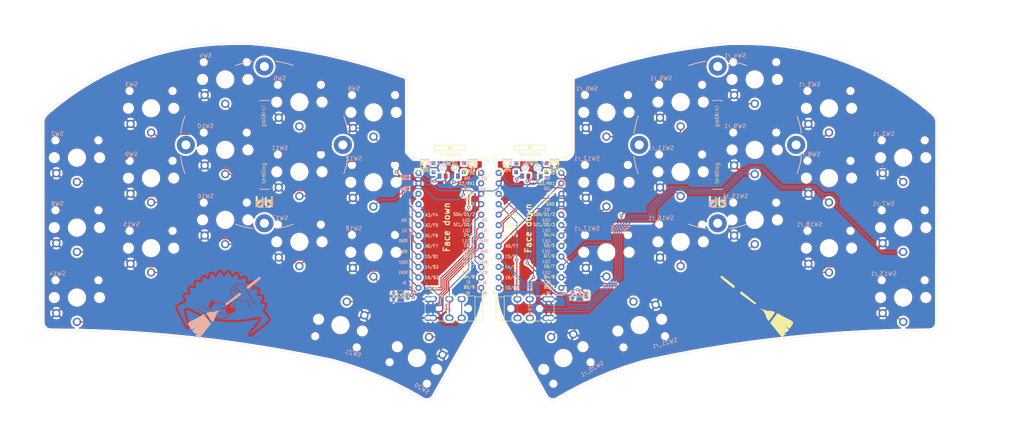
<source format=kicad_pcb>
(kicad_pcb (version 20171130) (host pcbnew 5.1.10)
  (layers (0 F.Cu signal) (31 B.Cu signal) (34 B.Paste user) (35 F.Paste user) (36 B.SilkS user) (37 F.SilkS user) (38 B.Mask user) (39 F.Mask user) (44 Edge.Cuts user))
  (net 0 "")
  (net 1 BT+)
  (net 2 gnd)
  (net 3 vcc)
  (net 4 Switch18)
  (net 5 reset)
  (net 6 Switch1)
  (net 7 Switch2)
  (net 8 Switch3)
  (net 9 Switch4)
  (net 10 Switch5)
  (net 11 Switch6)
  (net 12 Switch7)
  (net 13 Switch8)
  (net 14 Switch9)
  (net 15 Switch10)
  (net 16 Switch11)
  (net 17 Switch12)
  (net 18 Switch13)
  (net 19 Switch14)
  (net 20 Switch15)
  (net 21 Switch16)
  (net 22 Switch17)
  (net 23 "Net-(SW_POWER1-Pad1)")
  (net 24 raw)
  (net 25 BT+_r)
  (net 26 Switch18_r)
  (net 27 reset_r)
  (net 28 Switch9_r)
  (net 29 Switch10_r)
  (net 30 Switch11_r)
  (net 31 Switch12_r)
  (net 32 Switch13_r)
  (net 33 Switch14_r)
  (net 34 Switch15_r)
  (net 35 Switch16_r)
  (net 36 Switch17_r)
  (net 37 Switch1_r)
  (net 38 Switch2_r)
  (net 39 Switch3_r)
  (net 40 Switch4_r)
  (net 41 Switch5_r)
  (net 42 Switch6_r)
  (net 43 Switch7_r)
  (net 44 Switch8_r)
  (net 45 "Net-(SW_POWERR1-Pad1)")
  (module kbd:SW_SPST_B3U-1000P (layer B.Cu) (at 144.018 74.422)
    (fp_text reference RSW2 hide)
    (fp_text value SW_Push)
    (fp_text user RESET (at 0.127 0) (layer F.SilkS))
    (pad 2 smd rect (at 1.7 0) (size 0.9 1.7) (layers B.Cu B.Paste B.Mask) (net 27 reset_r))
    (pad 1 smd rect (at -1.7 0) (size 0.9 1.7) (layers B.Cu B.Paste B.Mask) (net 2 gnd))
  )
  (module kbd:SW_SPST_B3U-1000P (layer B.Cu) (at 100.584 74.676)
    (fp_text reference RSW1 hide)
    (fp_text value SW_Push)
    (fp_text user RESET (at 0.127 0) (layer F.SilkS))
    (pad 2 smd rect (at 1.7 0) (size 0.9 1.7) (layers B.Cu B.Paste B.Mask) (net 5 reset))
    (pad 1 smd rect (at -1.7 0) (size 0.9 1.7) (layers B.Cu B.Paste B.Mask) (net 2 gnd))
  )
  (module Kailh:TRRS-PJ-DPB2 (layer F.Cu) (at 125.73 77.67 90)
    (fp_text reference J1)
    (fp_text value AudioJack4dpb hide)
    (fp_text user TRRS (at -0.8255 6.4135 90) (layer B.SilkS) (effects (justify mirror)))
    (pad R1 thru_hole oval (at -2.33 6.22 270) (size 1.6 2) (drill oval 0.9 1.3) (layers *.Cu *.Mask) (net 26 Switch18_r))
    (pad R2 thru_hole oval (at -2.33 3.22 270) (size 1.6 2) (drill oval 0.9 1.3) (layers *.Cu *.Mask) (net 3 vcc))
    (pad T thru_hole oval (at -2.33 10.22 270) (size 1.6 2) (drill oval 0.9 1.3) (layers *.Cu *.Mask) (net 2 gnd))
    (pad S thru_hole oval (at 2.27 11.32 270) (size 1.6 2) (drill oval 0.9 1.3) (layers *.Cu *.Mask) (net 2 gnd))
    (pad S thru_hole oval (at -2.3 11.3 90) (size 1.6 2) (drill oval 0.9 1.3) (layers *.Cu *.Mask) (net 2 gnd))
    (pad T thru_hole oval (at 2.3 10.2 90) (size 1.6 2) (drill oval 0.9 1.3) (layers *.Cu *.Mask) (net 2 gnd))
    (pad R2 thru_hole oval (at 2.3 3.2 90) (size 1.6 2) (drill oval 0.9 1.3) (layers *.Cu *.Mask) (net 3 vcc))
    (pad "" np_thru_hole circle (at 0 8.6 90) (size 0.8 0.8) (drill 0.8) (layers *.Cu *.Mask))
    (pad "" np_thru_hole circle (at 0 1.6 90) (size 0.8 0.8) (drill 0.8) (layers *.Cu *.Mask))
    (pad R1 thru_hole oval (at 2.3 6.2 90) (size 1.6 2) (drill oval 0.9 1.3) (layers *.Cu *.Mask) (net 26 Switch18_r))
  )
  (module Kailh:TRRS-PJ-DPB2 (layer F.Cu) (at 118.618 77.67 270)
    (fp_text reference J2)
    (fp_text value AudioJack4dpb hide)
    (fp_text user TRRS (at -0.8255 6.4135 90) (layer B.SilkS) (effects (justify mirror)))
    (pad R1 thru_hole oval (at -2.33 6.22 90) (size 1.6 2) (drill oval 0.9 1.3) (layers *.Cu *.Mask) (net 4 Switch18))
    (pad R2 thru_hole oval (at -2.33 3.22 90) (size 1.6 2) (drill oval 0.9 1.3) (layers *.Cu *.Mask) (net 3 vcc))
    (pad T thru_hole oval (at -2.33 10.22 90) (size 1.6 2) (drill oval 0.9 1.3) (layers *.Cu *.Mask) (net 2 gnd))
    (pad S thru_hole oval (at 2.27 11.32 90) (size 1.6 2) (drill oval 0.9 1.3) (layers *.Cu *.Mask) (net 2 gnd))
    (pad S thru_hole oval (at -2.3 11.3 270) (size 1.6 2) (drill oval 0.9 1.3) (layers *.Cu *.Mask) (net 2 gnd))
    (pad T thru_hole oval (at 2.3 10.2 270) (size 1.6 2) (drill oval 0.9 1.3) (layers *.Cu *.Mask) (net 2 gnd))
    (pad R2 thru_hole oval (at 2.3 3.2 270) (size 1.6 2) (drill oval 0.9 1.3) (layers *.Cu *.Mask) (net 3 vcc))
    (pad "" np_thru_hole circle (at 0 8.6 270) (size 0.8 0.8) (drill 0.8) (layers *.Cu *.Mask))
    (pad "" np_thru_hole circle (at 0 1.6 270) (size 0.8 0.8) (drill 0.8) (layers *.Cu *.Mask))
    (pad R1 thru_hole oval (at 2.3 6.2 270) (size 1.6 2) (drill oval 0.9 1.3) (layers *.Cu *.Mask) (net 4 Switch18))
  )
  (module Kailh:ferris_broom (layer B.Cu) (at 58.928 77.216 173)
    (fp_text reference G*** hide)
    (fp_text value LOGO hide)
    (fp_poly (pts (xy -2.070755 5.735079) (xy -2.013767 5.733193) (xy -1.962647 5.729706) (xy -1.947334 5.728157) (xy -1.91579 5.72403) (xy -1.878997 5.7183) (xy -1.841135 5.711737) (xy -1.806387 5.705109) (xy -1.778935 5.699187) (xy -1.762962 5.694739) (xy -1.761197 5.693913) (xy -1.749383 5.689933) (xy -1.733913 5.686542) (xy -1.69976 5.678685) (xy -1.654944 5.666018) (xy -1.604482 5.650132) (xy -1.553391 5.632615) (xy -1.506685 5.615056) (xy -1.500717 5.612659) (xy -1.452864 5.593201) (xy -1.41605 5.578176) (xy -1.397757 5.569244) (xy -1.388734 5.561978) (xy -1.388534 5.561206) (xy -1.381213 5.555741) (xy -1.363354 5.550046) (xy -1.361017 5.54952) (xy -1.334178 5.540519) (xy -1.312334 5.52897) (xy -1.296618 5.519291) (xy -1.269751 5.503909) (xy -1.235579 5.484988) (xy -1.20015 5.465865) (xy -1.165151 5.446711) (xy -1.136388 5.43002) (xy -1.116756 5.41754) (xy -1.109147 5.411019) (xy -1.109134 5.410901) (xy -1.10226 5.403266) (xy -1.08585 5.394053) (xy -1.067279 5.384314) (xy -1.042639 5.369673) (xy -1.017625 5.353721) (xy -0.997933 5.340048) (xy -0.9906 5.334) (xy -0.981678 5.327142) (xy -0.963529 5.314319) (xy -0.950384 5.305308) (xy -0.929902 5.290103) (xy -0.916869 5.277912) (xy -0.9144 5.273582) (xy -0.907692 5.266773) (xy -0.903817 5.26626) (xy -0.891672 5.261021) (xy -0.87273 5.247713) (xy -0.861947 5.238743) (xy -0.83469 5.215391) (xy -0.805662 5.191395) (xy -0.798736 5.185833) (xy -0.783298 5.173272) (xy -0.766052 5.158572) (xy -0.744798 5.139762) (xy -0.717335 5.114874) (xy -0.681463 5.08194) (xy -0.645536 5.048757) (xy -0.620612 5.023913) (xy -0.5975 4.997804) (xy -0.57919 4.974145) (xy -0.568671 4.956653) (xy -0.567267 4.951469) (xy -0.574481 4.944193) (xy -0.592494 4.934555) (xy -0.615857 4.924975) (xy -0.639126 4.917873) (xy -0.646085 4.916446) (xy -0.66792 4.910824) (xy -0.688468 4.903524) (xy -0.709079 4.896441) (xy -0.723126 4.893733) (xy -0.736557 4.891119) (xy -0.760155 4.884352) (xy -0.781842 4.877256) (xy -0.807062 4.869305) (xy -0.824412 4.865225) (xy -0.829734 4.865593) (xy -0.834929 4.865546) (xy -0.840317 4.861881) (xy -0.855473 4.854392) (xy -0.878215 4.847573) (xy -0.880534 4.847062) (xy -0.905832 4.839411) (xy -0.926267 4.82956) (xy -0.926868 4.829151) (xy -0.94749 4.819766) (xy -0.96086 4.817533) (xy -0.979529 4.813619) (xy -1.003289 4.803975) (xy -1.007659 4.801729) (xy -1.035188 4.789332) (xy -1.062581 4.780376) (xy -1.064684 4.779889) (xy -1.083341 4.77372) (xy -1.092105 4.76673) (xy -1.0922 4.76606) (xy -1.099409 4.760066) (xy -1.112072 4.758267) (xy -1.132942 4.75281) (xy -1.151467 4.741333) (xy -1.169281 4.729143) (xy -1.183206 4.7244) (xy -1.199285 4.720663) (xy -1.217894 4.712669) (xy -1.23352 4.704764) (xy -1.26091 4.691156) (xy -1.296604 4.673555) (xy -1.337143 4.653672) (xy -1.350434 4.647174) (xy -1.389858 4.627766) (xy -1.423633 4.610852) (xy -1.448933 4.59787) (xy -1.462935 4.590257) (xy -1.464734 4.589042) (xy -1.474577 4.582584) (xy -1.492773 4.5728) (xy -1.494367 4.572) (xy -1.512926 4.562153) (xy -1.523685 4.555359) (xy -1.524 4.555067) (xy -1.533841 4.548685) (xy -1.552032 4.538937) (xy -1.553634 4.538133) (xy -1.572192 4.528291) (xy -1.582951 4.521505) (xy -1.583267 4.521213) (xy -1.593061 4.514343) (xy -1.615209 4.501387) (xy -1.646767 4.483895) (xy -1.66297 4.472895) (xy -1.669742 4.466167) (xy -1.681018 4.458082) (xy -1.68361 4.4577) (xy -1.694208 4.453086) (xy -1.71368 4.441126) (xy -1.732602 4.428096) (xy -1.755478 4.412672) (xy -1.77295 4.40277) (xy -1.780117 4.40058) (xy -1.786238 4.396375) (xy -1.786467 4.3942) (xy -1.79291 4.385979) (xy -1.794934 4.385733) (xy -1.807142 4.380633) (xy -1.820334 4.370917) (xy -1.840889 4.352931) (xy -1.8542 4.341283) (xy -1.869873 4.33012) (xy -1.8796 4.326467) (xy -1.887821 4.320024) (xy -1.888067 4.318) (xy -1.894943 4.310532) (xy -1.901033 4.309533) (xy -1.91516 4.302683) (xy -1.918872 4.296833) (xy -1.929139 4.285588) (xy -1.934834 4.284133) (xy -1.946994 4.280058) (xy -1.948745 4.277783) (xy -1.956307 4.269799) (xy -1.973742 4.254458) (xy -1.997562 4.234807) (xy -2.002367 4.23096) (xy -2.05897 4.185366) (xy -2.107345 4.145084) (xy -2.152571 4.105695) (xy -2.199724 4.062784) (xy -2.25082 4.014837) (xy -2.282144 3.986602) (xy -2.31506 3.959258) (xy -2.343577 3.937729) (xy -2.3495 3.933712) (xy -2.382716 3.908023) (xy -2.422294 3.871176) (xy -2.465482 3.826283) (xy -2.509527 3.776456) (xy -2.551678 3.724809) (xy -2.589183 3.674454) (xy -2.619144 3.628746) (xy -2.632928 3.60764) (xy -2.652372 3.580174) (xy -2.668043 3.559171) (xy -2.690166 3.527118) (xy -2.712998 3.489087) (xy -2.727361 3.461805) (xy -2.741979 3.433921) (xy -2.755504 3.412175) (xy -2.765069 3.401168) (xy -2.765246 3.401062) (xy -2.776185 3.389869) (xy -2.772838 3.38069) (xy -2.761979 3.3782) (xy -2.745394 3.38026) (xy -2.719645 3.385523) (xy -2.703126 3.389552) (xy -2.659361 3.400905) (xy -2.296252 3.040302) (xy -2.179516 2.924591) (xy -2.064878 2.811389) (xy -1.953713 2.702039) (xy -1.847395 2.597883) (xy -1.747298 2.500265) (xy -1.654795 2.410526) (xy -1.57126 2.33001) (xy -1.498069 2.260059) (xy -1.490134 2.252522) (xy -1.435936 2.201049) (xy -1.392906 2.159989) (xy -1.359926 2.1281) (xy -1.335881 2.104141) (xy -1.319654 2.086869) (xy -1.310128 2.075042) (xy -1.306187 2.067418) (xy -1.306715 2.062755) (xy -1.310595 2.05981) (xy -1.31522 2.057912) (xy -1.335836 2.04737) (xy -1.347003 2.039052) (xy -1.360058 2.029955) (xy -1.383666 2.016257) (xy -1.413109 2.000674) (xy -1.418167 1.998126) (xy -1.449636 1.981792) (xy -1.47753 1.966258) (xy -1.496319 1.954618) (xy -1.497626 1.953683) (xy -1.517702 1.942744) (xy -1.533609 1.938867) (xy -1.546724 1.934474) (xy -1.5494 1.928989) (xy -1.552509 1.92298) (xy -1.554445 1.924155) (xy -1.564266 1.92363) (xy -1.582504 1.916106) (xy -1.588569 1.912866) (xy -1.609834 1.902294) (xy -1.625786 1.896729) (xy -1.627975 1.896481) (xy -1.642532 1.89276) (xy -1.660765 1.884708) (xy -1.69831 1.868494) (xy -1.74143 1.854734) (xy -1.766179 1.849081) (xy -1.786701 1.844) (xy -1.798574 1.839186) (xy -1.814186 1.832973) (xy -1.824567 1.830496) (xy -1.846536 1.826373) (xy -1.858182 1.823299) (xy -1.865883 1.819529) (xy -1.8669 1.818913) (xy -1.880912 1.813315) (xy -1.90606 1.80559) (xy -1.936925 1.797166) (xy -1.96809 1.789471) (xy -1.994134 1.783934) (xy -2.0066 1.782091) (xy -2.028804 1.778781) (xy -2.056421 1.772863) (xy -2.061634 1.771551) (xy -2.086245 1.765782) (xy -2.10518 1.762402) (xy -2.1082 1.762121) (xy -2.124082 1.760743) (xy -2.148861 1.758045) (xy -2.159 1.756841) (xy -2.305927 1.744119) (xy -2.460366 1.740238) (xy -2.616413 1.745054) (xy -2.768162 1.758421) (xy -2.878667 1.774503) (xy -2.906407 1.779029) (xy -2.931223 1.782618) (xy -2.955197 1.786837) (xy -2.983266 1.793214) (xy -2.986257 1.793986) (xy -3.042283 1.808501) (xy -3.082076 1.818429) (xy -3.105611 1.823765) (xy -3.1115 1.82473) (xy -3.127667 1.82777) (xy -3.151485 1.833749) (xy -3.174475 1.840449) (xy -3.183467 1.843551) (xy -3.198545 1.847117) (xy -3.202785 1.846988) (xy -3.21378 1.849392) (xy -3.234258 1.85712) (xy -3.246771 1.862577) (xy -3.270943 1.872644) (xy -3.289611 1.878752) (xy -3.294782 1.8796) (xy -3.308606 1.882445) (xy -3.333658 1.889919) (xy -3.365418 1.900426) (xy -3.399364 1.912375) (xy -3.430976 1.924171) (xy -3.455733 1.934221) (xy -3.469115 1.94093) (xy -3.469422 1.941163) (xy -3.481387 1.946064) (xy -3.485257 1.944699) (xy -3.494781 1.945644) (xy -3.514807 1.953018) (xy -3.540037 1.964756) (xy -3.566417 1.977743) (xy -3.586726 1.987136) (xy -3.596168 1.990774) (xy -3.608624 1.995179) (xy -3.633452 2.005979) (xy -3.667953 2.021854) (xy -3.709424 2.041482) (xy -3.755166 2.063543) (xy -3.802478 2.086715) (xy -3.848659 2.109679) (xy -3.891009 2.131112) (xy -3.926827 2.149694) (xy -3.953413 2.164103) (xy -3.966429 2.171879) (xy -3.98478 2.183619) (xy -4.013092 2.201131) (xy -4.046745 2.221575) (xy -4.066578 2.233469) (xy -4.141123 2.277946) (xy -4.166062 2.263214) (xy -4.182833 2.25204) (xy -4.190878 2.244189) (xy -4.191 2.243637) (xy -4.196453 2.235762) (xy -4.211055 2.218735) (xy -4.232176 2.195567) (xy -4.243917 2.183086) (xy -4.282792 2.141536) (xy -4.311807 2.108922) (xy -4.333329 2.08247) (xy -4.349727 2.059403) (xy -4.350795 2.057765) (xy -4.365502 2.03706) (xy -4.377267 2.022726) (xy -4.388135 2.008492) (xy -4.403941 1.984977) (xy -4.419601 1.959976) (xy -4.436055 1.933584) (xy -4.450101 1.912459) (xy -4.458294 1.901656) (xy -4.465894 1.890317) (xy -4.478754 1.867674) (xy -4.494699 1.837636) (xy -4.503518 1.820333) (xy -4.521058 1.785565) (xy -4.537267 1.753678) (xy -4.549583 1.7297) (xy -4.553101 1.722967) (xy -4.56451 1.701134) (xy -4.573819 1.682438) (xy -4.583879 1.660939) (xy -4.59754 1.630694) (xy -4.599823 1.6256) (xy -4.615489 1.590924) (xy -4.633411 1.55167) (xy -4.644207 1.528233) (xy -4.655959 1.502202) (xy -4.663982 1.48317) (xy -4.666521 1.475356) (xy -4.669029 1.467185) (xy -4.676768 1.447947) (xy -4.686716 1.424881) (xy -4.698389 1.397194) (xy -4.706961 1.374454) (xy -4.710155 1.363458) (xy -4.716227 1.344645) (xy -4.718775 1.339882) (xy -4.726507 1.322361) (xy -4.728771 1.314482) (xy -4.733021 1.299758) (xy -4.741585 1.272692) (xy -4.753239 1.236938) (xy -4.766757 1.196147) (xy -4.780914 1.153976) (xy -4.794486 1.114076) (xy -4.806248 1.080102) (xy -4.814974 1.055707) (xy -4.818906 1.045633) (xy -4.825384 1.028109) (xy -4.833854 1.00132) (xy -4.83939 0.982133) (xy -4.848012 0.951076) (xy -4.853486 0.931763) (xy -4.857161 0.919616) (xy -4.860389 0.910054) (xy -4.861855 0.905933) (xy -4.868436 0.885379) (xy -4.876284 0.858025) (xy -4.883583 0.830562) (xy -4.888513 0.809679) (xy -4.88946 0.804333) (xy -4.892803 0.788878) (xy -4.899338 0.764723) (xy -4.902643 0.753533) (xy -4.909664 0.729081) (xy -4.914085 0.711191) (xy -4.914775 0.706967) (xy -4.91934 0.691914) (xy -4.920362 0.690033) (xy -4.92499 0.67698) (xy -4.930473 0.655055) (xy -4.935276 0.631437) (xy -4.937859 0.613305) (xy -4.937828 0.608491) (xy -4.942569 0.599489) (xy -4.953337 0.588129) (xy -4.966151 0.569374) (xy -4.969934 0.553568) (xy -4.972994 0.534634) (xy -4.980814 0.507721) (xy -4.986867 0.491066) (xy -4.996249 0.466605) (xy -5.002398 0.449303) (xy -5.003801 0.444186) (xy -4.995894 0.442635) (xy -4.974416 0.441374) (xy -4.942725 0.44054) (xy -4.907471 0.440267) (xy -4.858575 0.441078) (xy -4.825375 0.443592) (xy -4.806709 0.447925) (xy -4.80243 0.45085) (xy -4.796046 0.465159) (xy -4.789915 0.489191) (xy -4.787716 0.501754) (xy -4.782751 0.526331) (xy -4.776939 0.543089) (xy -4.774224 0.546704) (xy -4.767907 0.558099) (xy -4.766734 0.56747) (xy -4.764223 0.585366) (xy -4.757934 0.610759) (xy -4.755175 0.619887) (xy -4.746726 0.64924) (xy -4.73758 0.685216) (xy -4.732587 0.706967) (xy -4.725807 0.735286) (xy -4.719432 0.757098) (xy -4.715622 0.766233) (xy -4.710566 0.778721) (xy -4.703841 0.801902) (xy -4.699102 0.821267) (xy -4.691063 0.852638) (xy -4.682224 0.881313) (xy -4.677762 0.893233) (xy -4.670016 0.913835) (xy -4.65964 0.944425) (xy -4.648752 0.978736) (xy -4.647716 0.982133) (xy -4.635131 1.02196) (xy -4.620636 1.065324) (xy -4.60563 1.108299) (xy -4.591515 1.146961) (xy -4.57969 1.177386) (xy -4.571557 1.195648) (xy -4.571474 1.195802) (xy -4.564695 1.213623) (xy -4.563534 1.221459) (xy -4.560378 1.233487) (xy -4.551874 1.257388) (xy -4.539464 1.289521) (xy -4.524594 1.326249) (xy -4.508708 1.363931) (xy -4.493249 1.398928) (xy -4.492197 1.401233) (xy -4.482454 1.422676) (xy -4.469047 1.45235) (xy -4.457757 1.477433) (xy -4.443475 1.508535) (xy -4.429785 1.537226) (xy -4.421541 1.553633) (xy -4.410349 1.575105) (xy -4.402 1.591531) (xy -4.401901 1.591733) (xy -4.374228 1.647385) (xy -4.350719 1.693428) (xy -4.332188 1.728318) (xy -4.319447 1.750514) (xy -4.314361 1.757723) (xy -4.305518 1.76946) (xy -4.29126 1.790995) (xy -4.275667 1.816043) (xy -4.258319 1.843548) (xy -4.242421 1.866792) (xy -4.232387 1.8796) (xy -4.218581 1.897092) (xy -4.203775 1.919536) (xy -4.203045 1.920764) (xy -4.191271 1.938205) (xy -4.182417 1.947057) (xy -4.181399 1.947333) (xy -4.173653 1.953863) (xy -4.16148 1.970196) (xy -4.157068 1.977074) (xy -4.144845 1.995788) (xy -4.133378 2.008295) (xy -4.120158 2.014366) (xy -4.102676 2.013769) (xy -4.078424 2.006275) (xy -4.044891 1.991654) (xy -3.999569 1.969676) (xy -3.98215 1.961044) (xy -3.920601 1.930654) (xy -3.866749 1.904492) (xy -3.814863 1.879834) (xy -3.759208 1.853957) (xy -3.69405 1.824138) (xy -3.690595 1.822566) (xy -3.667203 1.812833) (xy -3.634343 1.800351) (xy -3.595568 1.786334) (xy -3.554424 1.771994) (xy -3.514464 1.758544) (xy -3.479234 1.747199) (xy -3.452286 1.739171) (xy -3.437169 1.735673) (xy -3.436214 1.735614) (xy -3.421173 1.731869) (xy -3.400437 1.722871) (xy -3.399381 1.722326) (xy -3.372649 1.711464) (xy -3.331096 1.698701) (xy -3.276661 1.684554) (xy -3.211282 1.669542) (xy -3.167996 1.660415) (xy -3.141615 1.654541) (xy -3.122273 1.649356) (xy -3.116167 1.647034) (xy -3.103222 1.643128) (xy -3.076296 1.637864) (xy -3.038248 1.631654) (xy -2.991935 1.624909) (xy -2.940217 1.618041) (xy -2.885953 1.611462) (xy -2.832001 1.605582) (xy -2.8194 1.604319) (xy -2.761684 1.599843) (xy -2.691766 1.596355) (xy -2.612836 1.593855) (xy -2.528081 1.592342) (xy -2.440689 1.591815) (xy -2.353849 1.592273) (xy -2.270747 1.593714) (xy -2.194573 1.596138) (xy -2.128513 1.599544) (xy -2.075757 1.603929) (xy -2.070049 1.604571) (xy -1.991895 1.614353) (xy -1.92762 1.623948) (xy -1.874184 1.633871) (xy -1.828547 1.644635) (xy -1.820334 1.646866) (xy -1.790994 1.654912) (xy -1.754472 1.664791) (xy -1.7272 1.672091) (xy -1.69622 1.680641) (xy -1.669898 1.68844) (xy -1.655234 1.693336) (xy -1.636713 1.699579) (xy -1.610391 1.707391) (xy -1.6002 1.710203) (xy -1.566846 1.720761) (xy -1.532795 1.733816) (xy -1.526582 1.736536) (xy -1.502363 1.746301) (xy -1.483152 1.751999) (xy -1.478398 1.7526) (xy -1.464053 1.757175) (xy -1.460903 1.760415) (xy -1.449873 1.767649) (xy -1.43077 1.773788) (xy -1.413037 1.77993) (xy -1.405471 1.787011) (xy -1.405467 1.787139) (xy -1.398422 1.79362) (xy -1.389676 1.794933) (xy -1.371408 1.799783) (xy -1.353692 1.80975) (xy -1.336277 1.820751) (xy -1.309127 1.835985) (xy -1.277778 1.852359) (xy -1.274234 1.854136) (xy -1.245659 1.86879) (xy -1.223428 1.880938) (xy -1.21155 1.888367) (xy -1.210734 1.889138) (xy -1.201253 1.896357) (xy -1.18268 1.90782) (xy -1.175471 1.911936) (xy -1.144442 1.929301) (xy -1.112596 1.902334) (xy -1.088531 1.880917) (xy -1.060275 1.854312) (xy -1.042025 1.836363) (xy -1.025702 1.820447) (xy -0.998926 1.794961) (xy -0.963711 1.761794) (xy -0.922072 1.722834) (xy -0.876021 1.679972) (xy -0.827573 1.635096) (xy -0.821267 1.62927) (xy -0.758406 1.571118) (xy -0.693392 1.510779) (xy -0.628105 1.450013) (xy -0.564426 1.39058) (xy -0.504238 1.334242) (xy -0.44942 1.282756) (xy -0.401854 1.237885) (xy -0.36342 1.201388) (xy -0.341395 1.180254) (xy -0.305485 1.145541) (xy -0.420701 1.139759) (xy -0.463656 1.137225) (xy -0.500768 1.134325) (xy -0.528627 1.131378) (xy -0.543824 1.128703) (xy -0.545242 1.128116) (xy -0.561252 1.124209) (xy -0.569084 1.124643) (xy -0.583235 1.124223) (xy -0.608998 1.121125) (xy -0.642426 1.116058) (xy -0.679575 1.109732) (xy -0.716499 1.102856) (xy -0.74925 1.096139) (xy -0.773883 1.09029) (xy -0.786453 1.086019) (xy -0.787151 1.085444) (xy -0.797928 1.08073) (xy -0.817879 1.077463) (xy -0.819 1.077371) (xy -0.836751 1.074004) (xy -0.866821 1.066208) (xy -0.905506 1.055025) (xy -0.949098 1.041497) (xy -0.965303 1.036245) (xy -1.012778 1.020346) (xy -1.046641 1.007985) (xy -1.069526 0.997914) (xy -1.084063 0.988883) (xy -1.092884 0.979642) (xy -1.096214 0.974091) (xy -1.10685 0.957332) (xy -1.125236 0.931971) (xy -1.148181 0.902334) (xy -1.159584 0.888217) (xy -1.192382 0.843994) (xy -1.225498 0.792074) (xy -1.255957 0.737724) (xy -1.280781 0.686208) (xy -1.29551 0.6477) (xy -1.306217 0.618567) (xy -1.320309 0.586012) (xy -1.325393 0.575471) (xy -1.337269 0.549663) (xy -1.345601 0.52771) (xy -1.34752 0.520437) (xy -1.354654 0.50122) (xy -1.359971 0.493624) (xy -1.366894 0.482099) (xy -1.378513 0.458431) (xy -1.393159 0.426168) (xy -1.407835 0.392024) (xy -1.473801 0.219116) (xy -1.524288 0.052216) (xy -1.559283 -0.108567) (xy -1.578773 -0.263125) (xy -1.582746 -0.411347) (xy -1.571188 -0.553125) (xy -1.544087 -0.68835) (xy -1.536763 -0.714729) (xy -1.522625 -0.76045) (xy -1.508301 -0.801795) (xy -1.49491 -0.835961) (xy -1.483571 -0.860144) (xy -1.475403 -0.871543) (xy -1.47396 -0.872067) (xy -1.468704 -0.879132) (xy -1.467179 -0.887449) (xy -1.462511 -0.902042) (xy -1.451301 -0.926091) (xy -1.435883 -0.954633) (xy -1.434341 -0.957299) (xy -1.357519 -1.072624) (xy -1.265833 -1.18015) (xy -1.159586 -1.279612) (xy -1.039079 -1.370748) (xy -0.904613 -1.453292) (xy -0.814617 -1.499918) (xy -0.773639 -1.518889) (xy -0.72857 -1.538253) (xy -0.682266 -1.556952) (xy -0.637585 -1.573932) (xy -0.597387 -1.588137) (xy -0.564528 -1.598512) (xy -0.541866 -1.604) (xy -0.532748 -1.60403) (xy -0.525402 -1.604743) (xy -0.524934 -1.607162) (xy -0.517545 -1.613712) (xy -0.499407 -1.620868) (xy -0.476559 -1.62704) (xy -0.455041 -1.630639) (xy -0.440893 -1.630074) (xy -0.439833 -1.629565) (xy -0.432348 -1.63066) (xy -0.4318 -1.633567) (xy -0.424558 -1.640306) (xy -0.410634 -1.642534) (xy -0.389467 -1.642534) (xy -0.389467 -1.748482) (xy -0.388853 -1.790316) (xy -0.38718 -1.826869) (xy -0.384698 -1.854316) (xy -0.381661 -1.868834) (xy -0.381511 -1.869132) (xy -0.373766 -1.884174) (xy -0.361457 -1.908828) (xy -0.348776 -1.934634) (xy -0.313665 -2.00279) (xy -0.273086 -2.075146) (xy -0.228941 -2.148772) (xy -0.183132 -2.220739) (xy -0.137562 -2.288116) (xy -0.094131 -2.347974) (xy -0.054741 -2.397383) (xy -0.03175 -2.422984) (xy -0.020508 -2.436165) (xy -0.016934 -2.442634) (xy -0.011132 -2.451404) (xy 0.004838 -2.46966) (xy 0.028827 -2.495271) (xy 0.058685 -2.526104) (xy 0.09226 -2.56003) (xy 0.127403 -2.594915) (xy 0.161962 -2.628629) (xy 0.193787 -2.659039) (xy 0.220729 -2.684016) (xy 0.240635 -2.701426) (xy 0.251357 -2.709139) (xy 0.252143 -2.709334) (xy 0.261604 -2.715446) (xy 0.270933 -2.726267) (xy 0.284385 -2.739382) (xy 0.293969 -2.7432) (xy 0.303989 -2.7477) (xy 0.3048 -2.75044) (xy 0.311272 -2.758407) (xy 0.328396 -2.772893) (xy 0.352727 -2.791029) (xy 0.357716 -2.794536) (xy 0.383427 -2.813027) (xy 0.403076 -2.828255) (xy 0.412996 -2.837355) (xy 0.413455 -2.838096) (xy 0.423196 -2.844228) (xy 0.428272 -2.8448) (xy 0.439078 -2.849604) (xy 0.440266 -2.853267) (xy 0.447072 -2.860895) (xy 0.452261 -2.861734) (xy 0.464911 -2.866014) (xy 0.467077 -2.868912) (xy 0.47555 -2.877099) (xy 0.494468 -2.890737) (xy 0.519452 -2.907097) (xy 0.546122 -2.923451) (xy 0.570095 -2.93707) (xy 0.586994 -2.945224) (xy 0.591464 -2.9464) (xy 0.600633 -2.951795) (xy 0.601133 -2.954296) (xy 0.608157 -2.962744) (xy 0.619355 -2.967976) (xy 0.637046 -2.975554) (xy 0.662036 -2.988495) (xy 0.676939 -2.996968) (xy 0.706305 -3.012717) (xy 0.735698 -3.026081) (xy 0.74707 -3.030331) (xy 0.767587 -3.038442) (xy 0.779589 -3.045721) (xy 0.780503 -3.046987) (xy 0.789178 -3.052009) (xy 0.811367 -3.061336) (xy 0.844468 -3.074065) (xy 0.885882 -3.089294) (xy 0.933008 -3.106119) (xy 0.983246 -3.12364) (xy 1.033995 -3.140952) (xy 1.082657 -3.157154) (xy 1.12663 -3.171344) (xy 1.163315 -3.182618) (xy 1.190111 -3.190075) (xy 1.198033 -3.191901) (xy 1.229229 -3.19867) (xy 1.256604 -3.205355) (xy 1.269999 -3.209185) (xy 1.28907 -3.214091) (xy 1.318413 -3.220158) (xy 1.350433 -3.225859) (xy 1.408824 -3.235135) (xy 1.461418 -3.242723) (xy 1.511054 -3.248826) (xy 1.560571 -3.253646) (xy 1.612806 -3.257387) (xy 1.6706 -3.260253) (xy 1.73679 -3.262445) (xy 1.814216 -3.264168) (xy 1.905716 -3.265623) (xy 1.90643 -3.265633) (xy 2.030388 -3.266781) (xy 2.140474 -3.266389) (xy 2.2397 -3.264223) (xy 2.331077 -3.260051) (xy 2.417617 -3.25364) (xy 2.50233 -3.244757) (xy 2.588228 -3.233168) (xy 2.678323 -3.218641) (xy 2.775625 -3.200942) (xy 2.798233 -3.196612) (xy 2.856562 -3.185156) (xy 2.90134 -3.175862) (xy 2.935709 -3.168038) (xy 2.962807 -3.160992) (xy 2.971744 -3.158408) (xy 2.998319 -3.151599) (xy 3.015691 -3.152138) (xy 3.027605 -3.162505) (xy 3.037809 -3.185179) (xy 3.045055 -3.206931) (xy 3.053774 -3.235226) (xy 3.059625 -3.256257) (xy 3.061439 -3.265787) (xy 3.061374 -3.265926) (xy 3.052766 -3.266895) (xy 3.029432 -3.26861) (xy 2.993554 -3.270936) (xy 2.947318 -3.273737) (xy 2.892906 -3.276877) (xy 2.832501 -3.28022) (xy 2.827251 -3.280505) (xy 2.762658 -3.284095) (xy 2.700432 -3.287736) (xy 2.643534 -3.291242) (xy 2.594924 -3.294424) (xy 2.557561 -3.297097) (xy 2.535766 -3.298934) (xy 2.495883 -3.302294) (xy 2.44946 -3.30534) (xy 2.408766 -3.30732) (xy 2.376175 -3.308145) (xy 2.329871 -3.308787) (xy 2.272824 -3.30925) (xy 2.208005 -3.309538) (xy 2.138384 -3.309654) (xy 2.066933 -3.3096) (xy 1.996623 -3.309381) (xy 1.930423 -3.309) (xy 1.871306 -3.30846) (xy 1.822241 -3.307764) (xy 1.7862 -3.306916) (xy 1.777999 -3.306617) (xy 1.754905 -3.305833) (xy 1.71691 -3.304758) (xy 1.666045 -3.303441) (xy 1.604339 -3.30193) (xy 1.533822 -3.300274) (xy 1.456524 -3.298522) (xy 1.374475 -3.296722) (xy 1.295399 -3.295042) (xy 1.001519 -3.287945) (xy 0.722297 -3.279161) (xy 0.455526 -3.268519) (xy 0.199 -3.255844) (xy -0.04949 -3.240964) (xy -0.29215 -3.223706) (xy -0.531187 -3.203896) (xy -0.768808 -3.181363) (xy -1.007221 -3.155933) (xy -1.248632 -3.127432) (xy -1.495249 -3.095689) (xy -1.74928 -3.06053) (xy -1.811867 -3.051525) (xy -2.208085 -2.990355) (xy -2.608847 -2.921136) (xy -3.012582 -2.844292) (xy -3.417717 -2.760252) (xy -3.822682 -2.669439) (xy -4.225904 -2.572282) (xy -4.625812 -2.469205) (xy -5.020834 -2.360634) (xy -5.409398 -2.246997) (xy -5.789932 -2.128719) (xy -6.160866 -2.006226) (xy -6.520627 -1.879944) (xy -6.867643 -1.7503) (xy -7.200342 -1.617719) (xy -7.382337 -1.54127) (xy -7.504507 -1.488932) (xy -7.53897 -1.503934) (xy -7.647014 -1.557772) (xy -7.758215 -1.626224) (xy -7.870468 -1.707811) (xy -7.981664 -1.801055) (xy -8.042167 -1.857308) (xy -8.081687 -1.896583) (xy -8.109862 -1.928055) (xy -8.128475 -1.954615) (xy -8.139311 -1.979151) (xy -8.144153 -2.004554) (xy -8.144934 -2.023718) (xy -8.141031 -2.075149) (xy -8.129157 -2.135964) (xy -8.109061 -2.206842) (xy -8.080493 -2.288462) (xy -8.043201 -2.381503) (xy -7.996937 -2.486643) (xy -7.941449 -2.604561) (xy -7.898316 -2.6924) (xy -7.823081 -2.839647) (xy -7.740389 -2.994671) (xy -7.651577 -3.155278) (xy -7.557981 -3.319274) (xy -7.460938 -3.484463) (xy -7.361784 -3.648651) (xy -7.261857 -3.809643) (xy -7.162493 -3.965244) (xy -7.065028 -4.11326) (xy -6.9708 -4.251496) (xy -6.881145 -4.377757) (xy -6.828313 -4.449234) (xy -6.704379 -4.619897) (xy -6.58618 -4.794474) (xy -6.47474 -4.971103) (xy -6.371083 -5.147925) (xy -6.276233 -5.32308) (xy -6.191216 -5.494707) (xy -6.117055 -5.660945) (xy -6.054775 -5.819936) (xy -6.02397 -5.909733) (xy -6.005617 -5.970327) (xy -5.991295 -6.025477) (xy -5.98131 -6.073271) (xy -5.975967 -6.111796) (xy -5.975572 -6.139139) (xy -5.98043 -6.153387) (xy -5.984805 -6.155009) (xy -5.995667 -6.151072) (xy -6.007101 -6.145199) (xy -6.033907 -6.126357) (xy -6.071113 -6.094226) (xy -6.118677 -6.048848) (xy -6.176559 -5.990265) (xy -6.244718 -5.91852) (xy -6.323113 -5.833655) (xy -6.411703 -5.735712) (xy -6.510448 -5.624734) (xy -6.542842 -5.588) (xy -6.598388 -5.526413) (xy -6.663871 -5.456393) (xy -6.736569 -5.380754) (xy -6.813759 -5.30231) (xy -6.892721 -5.223873) (xy -6.935554 -5.182108) (xy -7.023286 -5.096994) (xy -7.118664 -5.004157) (xy -7.220607 -4.904664) (xy -7.328034 -4.799584) (xy -7.439863 -4.689983) (xy -7.555015 -4.57693) (xy -7.672407 -4.461493) (xy -7.79096 -4.34474) (xy -7.909591 -4.227739) (xy -8.027221 -4.111556) (xy -8.142768 -3.997261) (xy -8.255151 -3.885922) (xy -8.36329 -3.778605) (xy -8.466103 -3.676379) (xy -8.562509 -3.580312) (xy -8.651428 -3.491472) (xy -8.731778 -3.410926) (xy -8.802478 -3.339743) (xy -8.862449 -3.27899) (xy -8.877975 -3.263174) (xy -8.999074 -3.139426) (xy -9.108801 -3.026855) (xy -9.207809 -2.924719) (xy -9.296752 -2.832274) (xy -9.376285 -2.748778) (xy -9.447061 -2.673488) (xy -9.509735 -2.605661) (xy -9.564961 -2.544555) (xy -9.613393 -2.489426) (xy -9.655684 -2.439531) (xy -9.69249 -2.394129) (xy -9.724464 -2.352475) (xy -9.75226 -2.313828) (xy -9.776533 -2.277444) (xy -9.797936 -2.24258) (xy -9.817124 -2.208494) (xy -9.832228 -2.179483) (xy -9.869379 -2.093136) (xy -9.892885 -2.009656) (xy -9.90265 -1.930443) (xy -9.898581 -1.856903) (xy -9.880581 -1.790437) (xy -9.861201 -1.751419) (xy -9.853029 -1.740922) (xy -9.834833 -1.719935) (xy -9.806501 -1.688339) (xy -9.767924 -1.646017) (xy -9.718991 -1.592849) (xy -9.659592 -1.528717) (xy -9.589615 -1.453504) (xy -9.50895 -1.367091) (xy -9.417487 -1.269359) (xy -9.315115 -1.160191) (xy -9.201724 -1.039468) (xy -9.077202 -0.907071) (xy -8.941441 -0.762884) (xy -8.794328 -0.606787) (xy -8.635754 -0.438661) (xy -8.4709 -0.263997) (xy -8.392445 -0.180857) (xy -8.324845 -0.109104) (xy -8.267301 -0.047841) (xy -8.219011 0.003826) (xy -8.179175 0.046794) (xy -8.146993 0.081959) (xy -8.121663 0.110216) (xy -8.102386 0.132462) (xy -8.088361 0.149592) (xy -8.078786 0.162503) (xy -8.072862 0.172089) (xy -8.069788 0.179248) (xy -8.068764 0.184875) (xy -8.068734 0.18605) (xy -8.073433 0.195317) (xy -8.086997 0.217295) (xy -8.108628 0.250791) (xy -8.137528 0.294613) (xy -8.172897 0.347567) (xy -8.213937 0.408461) (xy -8.25985 0.4761) (xy -8.309837 0.549292) (xy -8.363099 0.626844) (xy -8.385824 0.659805) (xy -8.458165 0.764969) (xy -8.522122 0.858675) (xy -8.57748 0.940601) (xy -8.624026 1.010423) (xy -8.661547 1.067817) (xy -8.689828 1.112459) (xy -8.708656 1.144026) (xy -8.717816 1.162195) (xy -8.718058 1.162863) (xy -8.729786 1.21456) (xy -8.733484 1.273968) (xy -8.729298 1.334052) (xy -8.717373 1.387779) (xy -8.713193 1.399409) (xy -8.686223 1.449877) (xy -8.647879 1.498002) (xy -8.602653 1.539014) (xy -8.555038 1.568142) (xy -8.553722 1.568737) (xy -8.53999 1.573969) (xy -8.520486 1.579766) (xy -8.494039 1.586353) (xy -8.459477 1.593959) (xy -8.415626 1.602809) (xy -8.361316 1.613131) (xy -8.295375 1.62515) (xy -8.216629 1.639094) (xy -8.123907 1.65519) (xy -8.016038 1.673663) (xy -7.9756 1.680543) (xy -7.883117 1.696335) (xy -7.795612 1.711425) (xy -7.714508 1.72556) (xy -7.641228 1.738484) (xy -7.577193 1.749942) (xy -7.523828 1.759679) (xy -7.482554 1.76744) (xy -7.454794 1.772969) (xy -7.44197 1.776013) (xy -7.441274 1.776345) (xy -7.435728 1.785552) (xy -7.423863 1.807026) (xy -7.407168 1.838012) (xy -7.387137 1.875754) (xy -7.376128 1.896694) (xy -7.316143 2.011156) (xy -7.536499 2.514761) (xy -7.575079 2.603255) (xy -7.611912 2.688361) (xy -7.646382 2.768614) (xy -7.677872 2.842551) (xy -7.705765 2.908708) (xy -7.729445 2.965618) (xy -7.748295 3.011819) (xy -7.761699 3.045845) (xy -7.769041 3.066232) (xy -7.769889 3.069152) (xy -7.779328 3.138016) (xy -7.773365 3.20586) (xy -7.753418 3.270448) (xy -7.720908 3.32954) (xy -7.677252 3.380899) (xy -7.623872 3.422288) (xy -7.562185 3.451469) (xy -7.520451 3.462437) (xy -7.503442 3.46366) (xy -7.47035 3.464095) (xy -7.422006 3.46376) (xy -7.359241 3.462672) (xy -7.282884 3.460851) (xy -7.193768 3.458314) (xy -7.092723 3.455079) (xy -6.980581 3.451165) (xy -6.943584 3.449813) (xy -6.849854 3.446378) (xy -6.761281 3.443181) (xy -6.679289 3.440271) (xy -6.605302 3.437696) (xy -6.540743 3.435505) (xy -6.487035 3.433745) (xy -6.445602 3.432464) (xy -6.417867 3.431711) (xy -6.405254 3.431533) (xy -6.404627 3.431588) (xy -6.399359 3.438438) (xy -6.385403 3.456254) (xy -6.364575 3.482724) (xy -6.338696 3.515534) (xy -6.322857 3.535584) (xy -6.241962 3.637935) (xy -6.359396 4.157884) (xy -6.385338 4.272724) (xy -6.407801 4.372262) (xy -6.427011 4.457716) (xy -6.443195 4.530307) (xy -6.456582 4.591253) (xy -6.467398 4.641776) (xy -6.475871 4.683094) (xy -6.482227 4.716427) (xy -6.486693 4.742995) (xy -6.489498 4.764018) (xy -6.490868 4.780715) (xy -6.49103 4.794306) (xy -6.490211 4.806011) (xy -6.488639 4.817049) (xy -6.486541 4.82864) (xy -6.485443 4.834598) (xy -6.464751 4.906432) (xy -6.431211 4.96927) (xy -6.386359 5.021701) (xy -6.331729 5.062312) (xy -6.268858 5.089691) (xy -6.199279 5.102427) (xy -6.19383 5.102753) (xy -6.180466 5.103085) (xy -6.165697 5.102545) (xy -6.148201 5.100848) (xy -6.126657 5.097706) (xy -6.099742 5.092835) (xy -6.066136 5.085948) (xy -6.024517 5.076759) (xy -5.973562 5.064982) (xy -5.911951 5.050331) (xy -5.838361 5.03252) (xy -5.751472 5.011262) (xy -5.649961 4.986272) (xy -5.609167 4.976204) (xy -5.084234 4.846591) (xy -4.984751 4.931194) (xy -4.946907 4.963556) (xy -4.920121 4.987307) (xy -4.902484 5.004727) (xy -4.892085 5.018095) (xy -4.887017 5.029692) (xy -4.885368 5.041797) (xy -4.885227 5.050016) (xy -4.885517 5.067072) (xy -4.88636 5.098594) (xy -4.887676 5.142127) (xy -4.889388 5.195216) (xy -4.891418 5.255406) (xy -4.89369 5.32024) (xy -4.894335 5.338233) (xy -4.896579 5.404602) (xy -4.898436 5.467623) (xy -4.899849 5.524704) (xy -4.900765 5.573255) (xy -4.901127 5.610685) (xy -4.90088 5.634404) (xy -4.900725 5.63775) (xy -4.897967 5.683267) (xy -4.821767 5.604324) (xy -4.706123 5.484674) (xy -4.598246 5.373404) (xy -4.494294 5.266568) (xy -4.390426 5.160216) (xy -4.282801 5.0504) (xy -4.2799 5.047446) (xy -4.209234 4.975434) (xy -4.149474 4.914473) (xy -4.099639 4.863555) (xy -4.058748 4.821671) (xy -4.025819 4.787813) (xy -3.999871 4.760973) (xy -3.979924 4.740142) (xy -3.964995 4.724312) (xy -3.955867 4.714417) (xy -3.943396 4.699332) (xy -3.941868 4.688809) (xy -3.950621 4.675081) (xy -3.952324 4.672859) (xy -3.965858 4.652938) (xy -3.981869 4.626276) (xy -3.988491 4.614333) (xy -4.001214 4.591716) (xy -4.011127 4.575966) (xy -4.014361 4.572) (xy -4.019445 4.563576) (xy -4.030899 4.542185) (xy -4.047607 4.510046) (xy -4.068451 4.469382) (xy -4.092316 4.422413) (xy -4.118085 4.371359) (xy -4.144643 4.318443) (xy -4.170872 4.265885) (xy -4.195657 4.215906) (xy -4.217881 4.170726) (xy -4.236428 4.132568) (xy -4.250182 4.103652) (xy -4.254786 4.093633) (xy -4.27113 4.057213) (xy -4.288546 4.018193) (xy -4.298282 3.996266) (xy -4.311837 3.965952) (xy -4.324613 3.937881) (xy -4.330935 3.9243) (xy -4.344918 3.893675) (xy -4.360127 3.858573) (xy -4.375022 3.822787) (xy -4.388065 3.790109) (xy -4.397716 3.764332) (xy -4.402437 3.749248) (xy -4.402667 3.74754) (xy -4.406285 3.734031) (xy -4.415301 3.712829) (xy -4.418678 3.705977) (xy -4.4306 3.679738) (xy -4.43941 3.655426) (xy -4.440394 3.65184) (xy -4.447875 3.62928) (xy -4.459169 3.602211) (xy -4.46189 3.596424) (xy -4.473709 3.568315) (xy -4.482601 3.540918) (xy -4.483645 3.536587) (xy -4.489703 3.518649) (xy -4.501035 3.503529) (xy -4.520715 3.488528) (xy -4.55182 3.470949) (xy -4.567767 3.462783) (xy -4.588279 3.451052) (xy -4.616396 3.433123) (xy -4.648966 3.411229) (xy -4.68284 3.387602) (xy -4.714866 3.364474) (xy -4.741892 3.344079) (xy -4.760766 3.328649) (xy -4.768215 3.320776) (xy -4.775936 3.312544) (xy -4.792979 3.297796) (xy -4.808936 3.285004) (xy -4.832276 3.265623) (xy -4.859419 3.241264) (xy -4.887524 3.214722) (xy -4.91375 3.188793) (xy -4.935255 3.166272) (xy -4.949199 3.149954) (xy -4.953001 3.14325) (xy -4.959575 3.134724) (xy -4.975676 3.122962) (xy -4.978401 3.121313) (xy -4.995398 3.109579) (xy -5.003652 3.100555) (xy -5.003801 3.099757) (xy -5.009201 3.090821) (xy -5.023456 3.073272) (xy -5.043651 3.050669) (xy -5.046772 3.047319) (xy -5.07423 3.016804) (xy -5.102413 2.983605) (xy -5.121962 2.9591) (xy -5.143535 2.93146) (xy -5.164957 2.905127) (xy -5.176714 2.891366) (xy -5.196327 2.866375) (xy -5.215056 2.83819) (xy -5.217383 2.834217) (xy -5.229758 2.814798) (xy -5.239395 2.803573) (xy -5.241622 2.802466) (xy -5.249005 2.795784) (xy -5.261239 2.778681) (xy -5.269702 2.764965) (xy -5.285342 2.740178) (xy -5.300063 2.719879) (xy -5.305591 2.713552) (xy -5.320221 2.696591) (xy -5.336265 2.674708) (xy -5.350189 2.653165) (xy -5.358461 2.637224) (xy -5.359401 2.633407) (xy -5.364395 2.622551) (xy -5.376692 2.605416) (xy -5.379469 2.602033) (xy -5.397652 2.577412) (xy -5.414536 2.55015) (xy -5.415452 2.548465) (xy -5.431557 2.521404) (xy -5.450521 2.493293) (xy -5.453531 2.489198) (xy -5.467447 2.468119) (xy -5.485624 2.437214) (xy -5.50493 2.401892) (xy -5.512337 2.3876) (xy -5.53119 2.351387) (xy -5.549962 2.316689) (xy -5.565535 2.289226) (xy -5.570034 2.281766) (xy -5.584239 2.257618) (xy -5.603186 2.223532) (xy -5.625633 2.181929) (xy -5.65034 2.135225) (xy -5.676068 2.085839) (xy -5.701577 2.03619) (xy -5.725626 1.988695) (xy -5.746975 1.945773) (xy -5.764385 1.909843) (xy -5.776615 1.883321) (xy -5.782426 1.868627) (xy -5.782734 1.866964) (xy -5.786108 1.858387) (xy -5.795269 1.837696) (xy -5.808778 1.808089) (xy -5.823535 1.776313) (xy -5.843183 1.733514) (xy -5.863006 1.688983) (xy -5.880143 1.649212) (xy -5.888145 1.629833) (xy -5.903393 1.59264) (xy -5.919609 1.554265) (xy -5.93201 1.525885) (xy -5.94293 1.500169) (xy -5.950214 1.480347) (xy -5.952067 1.472631) (xy -5.955656 1.460251) (xy -5.964633 1.43966) (xy -5.96841 1.432024) (xy -5.977994 1.410551) (xy -5.990916 1.377974) (xy -6.005246 1.339284) (xy -6.015182 1.310946) (xy -6.045612 1.221901) (xy -6.04329 1.074618) (xy -6.040967 0.927335) (xy -6.004767 0.908388) (xy -5.968566 0.889441) (xy -5.952432 0.925204) (xy -5.9439 0.946623) (xy -5.931927 0.980024) (xy -5.917975 1.021182) (xy -5.903505 1.065871) (xy -5.90055 1.075267) (xy -5.887331 1.117063) (xy -5.875612 1.15325) (xy -5.86644 1.180652) (xy -5.860863 1.196097) (xy -5.859989 1.198033) (xy -5.854064 1.214345) (xy -5.853632 1.21667) (xy -5.849456 1.229274) (xy -5.840127 1.251932) (xy -5.829398 1.275937) (xy -5.817056 1.303744) (xy -5.807771 1.326701) (xy -5.803982 1.338254) (xy -5.79906 1.353601) (xy -5.789747 1.377213) (xy -5.784661 1.389054) (xy -5.772829 1.416598) (xy -5.758057 1.452003) (xy -5.744235 1.4859) (xy -5.730185 1.519477) (xy -5.711677 1.561831) (xy -5.691577 1.606467) (xy -5.679602 1.632379) (xy -5.663401 1.667293) (xy -5.650246 1.696183) (xy -5.641577 1.715852) (xy -5.638801 1.723031) (xy -5.635004 1.733989) (xy -5.624442 1.757451) (xy -5.608354 1.790997) (xy -5.58798 1.83221) (xy -5.56456 1.878671) (xy -5.539335 1.927962) (xy -5.513543 1.977664) (xy -5.488426 2.025361) (xy -5.465223 2.068632) (xy -5.445174 2.105061) (xy -5.429519 2.132228) (xy -5.4261 2.137833) (xy -5.412601 2.160964) (xy -5.394696 2.193543) (xy -5.375505 2.229849) (xy -5.368404 2.243666) (xy -5.34953 2.279238) (xy -5.330521 2.312579) (xy -5.314506 2.338279) (xy -5.309597 2.345265) (xy -5.290931 2.372324) (xy -5.273771 2.400437) (xy -5.271519 2.404531) (xy -5.255047 2.431502) (xy -5.236677 2.456722) (xy -5.235536 2.458099) (xy -5.222323 2.475708) (xy -5.21566 2.488214) (xy -5.215467 2.489473) (xy -5.210705 2.501396) (xy -5.198774 2.521179) (xy -5.183207 2.543561) (xy -5.167538 2.563279) (xy -5.161658 2.569619) (xy -5.149211 2.585067) (xy -5.13343 2.608465) (xy -5.125769 2.621032) (xy -5.112197 2.642334) (xy -5.101451 2.655921) (xy -5.097688 2.658533) (xy -5.090143 2.665208) (xy -5.078401 2.681987) (xy -5.073449 2.690283) (xy -5.05564 2.71788) (xy -5.035601 2.744173) (xy -5.032781 2.747433) (xy -5.014935 2.768557) (xy -4.992852 2.796045) (xy -4.978029 2.815166) (xy -4.954608 2.844348) (xy -4.92611 2.877651) (xy -4.902839 2.903386) (xy -4.882048 2.92641) (xy -4.866789 2.944877) (xy -4.85998 2.955227) (xy -4.859867 2.955824) (xy -4.853301 2.964087) (xy -4.837218 2.975717) (xy -4.834467 2.97738) (xy -4.81746 2.989221) (xy -4.809213 2.998487) (xy -4.809067 2.999317) (xy -4.803205 3.008671) (xy -4.787511 3.026461) (xy -4.764828 3.049893) (xy -4.737996 3.07617) (xy -4.709856 3.102497) (xy -4.68325 3.126079) (xy -4.665002 3.14107) (xy -4.643797 3.15825) (xy -4.628843 3.171611) (xy -4.624282 3.176842) (xy -4.615639 3.185766) (xy -4.595958 3.201699) (xy -4.568391 3.22241) (xy -4.536089 3.245665) (xy -4.502203 3.269232) (xy -4.469885 3.290879) (xy -4.442286 3.308373) (xy -4.423834 3.31885) (xy -4.387421 3.338173) (xy -4.363637 3.353861) (xy -4.349406 3.368613) (xy -4.34165 3.385127) (xy -4.339712 3.392654) (xy -4.331913 3.418501) (xy -4.320334 3.44741) (xy -4.317957 3.452491) (xy -4.30636 3.479112) (xy -4.297637 3.503645) (xy -4.29646 3.507907) (xy -4.288756 3.530597) (xy -4.2771 3.557303) (xy -4.274744 3.562043) (xy -4.264637 3.584164) (xy -4.259095 3.600756) (xy -4.258734 3.603606) (xy -4.255555 3.615272) (xy -4.247043 3.638621) (xy -4.234737 3.669862) (xy -4.220178 3.705202) (xy -4.204902 3.740848) (xy -4.190451 3.773009) (xy -4.187002 3.780366) (xy -4.176761 3.802498) (xy -4.163328 3.832191) (xy -4.154349 3.852333) (xy -4.138804 3.88695) (xy -4.120884 3.926147) (xy -4.109952 3.9497) (xy -4.098216 3.975323) (xy -4.090351 3.993579) (xy -4.088063 4.0005) (xy -4.085141 4.007637) (xy -4.075616 4.027513) (xy -4.060659 4.057824) (xy -4.041445 4.096266) (xy -4.019145 4.140536) (xy -3.994933 4.188331) (xy -3.96998 4.237346) (xy -3.94546 4.285279) (xy -3.922545 4.329825) (xy -3.902408 4.368681) (xy -3.886221 4.399544) (xy -3.875158 4.420109) (xy -3.870401 4.428067) (xy -3.863598 4.437426) (xy -3.852142 4.456661) (xy -3.844558 4.4704) (xy -3.829167 4.497296) (xy -3.813984 4.521149) (xy -3.808574 4.528692) (xy -3.797228 4.54836) (xy -3.793067 4.564175) (xy -3.789181 4.579717) (xy -3.785138 4.584368) (xy -3.77526 4.594481) (xy -3.759928 4.614337) (xy -3.741994 4.639704) (xy -3.724312 4.666349) (xy -3.709735 4.69004) (xy -3.701117 4.706546) (xy -3.699934 4.710742) (xy -3.694093 4.726495) (xy -3.677538 4.752041) (xy -3.651723 4.785395) (xy -3.618101 4.824573) (xy -3.610107 4.83344) (xy -3.582713 4.865234) (xy -3.554611 4.900464) (xy -3.534658 4.9276) (xy -3.494217 4.982042) (xy -3.446963 5.039263) (xy -3.399341 5.09151) (xy -3.393017 5.097981) (xy -3.375305 5.116516) (xy -3.36378 5.129718) (xy -3.361267 5.133614) (xy -3.35513 5.143258) (xy -3.338135 5.161855) (xy -3.31241 5.187491) (xy -3.280081 5.21825) (xy -3.243274 5.252215) (xy -3.204117 5.287472) (xy -3.164737 5.322103) (xy -3.127259 5.354194) (xy -3.093811 5.381829) (xy -3.066518 5.403092) (xy -3.048121 5.415709) (xy -3.031073 5.427489) (xy -3.02276 5.43659) (xy -3.0226 5.437425) (xy -3.015803 5.443481) (xy -3.011092 5.444067) (xy -2.998475 5.449035) (xy -2.978209 5.461823) (xy -2.962409 5.473618) (xy -2.940096 5.489958) (xy -2.922028 5.500726) (xy -2.91465 5.503251) (xy -2.904801 5.507701) (xy -2.904067 5.51022) (xy -2.896983 5.517455) (xy -2.87945 5.526666) (xy -2.874434 5.528733) (xy -2.85526 5.537903) (xy -2.845228 5.545913) (xy -2.8448 5.547247) (xy -2.837921 5.553363) (xy -2.8321 5.554133) (xy -2.820828 5.558348) (xy -2.8194 5.561927) (xy -2.812103 5.568992) (xy -2.79451 5.575187) (xy -2.794098 5.575279) (xy -2.774624 5.581581) (xy -2.763965 5.588651) (xy -2.752334 5.59535) (xy -2.743738 5.596466) (xy -2.725457 5.602595) (xy -2.717878 5.609073) (xy -2.706551 5.617818) (xy -2.701266 5.617879) (xy -2.69049 5.618964) (xy -2.671495 5.626423) (xy -2.666242 5.629031) (xy -2.64111 5.640219) (xy -2.608908 5.652231) (xy -2.5908 5.658121) (xy -2.528812 5.67687) (xy -2.480969 5.691143) (xy -2.445242 5.701484) (xy -2.419607 5.708442) (xy -2.402037 5.712563) (xy -2.390504 5.714393) (xy -2.382982 5.714479) (xy -2.382201 5.714392) (xy -2.361722 5.715323) (xy -2.353734 5.717529) (xy -2.329853 5.723465) (xy -2.292322 5.728311) (xy -2.244394 5.73198) (xy -2.189321 5.734388) (xy -2.130357 5.735449) (xy -2.070755 5.735079)) (layer B.Cu) (width 0.01))
    (fp_poly (pts (xy 3.338859 1.039943) (xy 3.381528 1.037073) (xy 3.414098 1.031849) (xy 3.443386 1.022761) (xy 3.471333 1.010616) (xy 3.542832 0.967875) (xy 3.607733 0.911121) (xy 3.664984 0.842341) (xy 3.713532 0.763523) (xy 3.752325 0.676654) (xy 3.780309 0.58372) (xy 3.796432 0.486708) (xy 3.799747 0.390693) (xy 3.797299 0.313779) (xy 3.759199 0.350196) (xy 3.673719 0.423651) (xy 3.575263 0.494102) (xy 3.467764 0.559419) (xy 3.355157 0.617476) (xy 3.241376 0.666145) (xy 3.130355 0.703298) (xy 3.084249 0.715249) (xy 3.049708 0.723486) (xy 3.017103 0.731513) (xy 2.996217 0.736878) (xy 2.969051 0.742504) (xy 2.944627 0.745053) (xy 2.943301 0.745067) (xy 2.926849 0.747477) (xy 2.920999 0.752447) (xy 2.926114 0.766195) (xy 2.939823 0.789421) (xy 2.959677 0.818764) (xy 2.983225 0.850868) (xy 3.008019 0.882372) (xy 3.031607 0.90992) (xy 3.04881 0.92765) (xy 3.109678 0.977639) (xy 3.170468 1.012259) (xy 3.234392 1.032756) (xy 3.304661 1.040371) (xy 3.338859 1.039943)) (layer B.Cu) (width 0.01))
    (fp_poly (pts (xy 0.876959 -0.512614) (xy 0.879912 -0.513257) (xy 0.909731 -0.520829) (xy 0.950577 -0.532551) (xy 0.999376 -0.547409) (xy 1.053055 -0.564389) (xy 1.108539 -0.582475) (xy 1.162754 -0.600654) (xy 1.212625 -0.617911) (xy 1.25508 -0.633232) (xy 1.287043 -0.645603) (xy 1.303866 -0.653146) (xy 1.327085 -0.664074) (xy 1.359259 -0.677603) (xy 1.392766 -0.690556) (xy 1.41799 -0.70002) (xy 1.442859 -0.709847) (xy 1.469644 -0.721054) (xy 1.500622 -0.734654) (xy 1.538066 -0.751664) (xy 1.584249 -0.773098) (xy 1.641445 -0.799972) (xy 1.701799 -0.828502) (xy 1.790699 -0.870597) (xy 1.990634 -1.072415) (xy 2.069517 -1.152176) (xy 2.137023 -1.220741) (xy 2.193816 -1.278817) (xy 2.240566 -1.327109) (xy 2.277937 -1.366325) (xy 2.306597 -1.39717) (xy 2.327213 -1.420351) (xy 2.340451 -1.436574) (xy 2.346978 -1.446545) (xy 2.347727 -1.450669) (xy 2.337133 -1.458448) (xy 2.313359 -1.470926) (xy 2.279096 -1.486898) (xy 2.237036 -1.50516) (xy 2.189869 -1.524506) (xy 2.140286 -1.543732) (xy 2.137833 -1.544653) (xy 2.097444 -1.559856) (xy 2.058067 -1.574784) (xy 2.025451 -1.587254) (xy 2.01182 -1.592529) (xy 1.986019 -1.601772) (xy 1.965641 -1.607611) (xy 1.958789 -1.608667) (xy 1.941554 -1.61242) (xy 1.932401 -1.616333) (xy 1.916696 -1.622488) (xy 1.888261 -1.631781) (xy 1.850774 -1.643153) (xy 1.807909 -1.655543) (xy 1.763342 -1.667892) (xy 1.720749 -1.679138) (xy 1.683806 -1.688221) (xy 1.680633 -1.688954) (xy 1.64504 -1.697141) (xy 1.610788 -1.705064) (xy 1.587499 -1.710491) (xy 1.510641 -1.726839) (xy 1.427179 -1.741738) (xy 1.350433 -1.752959) (xy 1.307609 -1.758468) (xy 1.263139 -1.764289) (xy 1.225385 -1.769324) (xy 1.219199 -1.770165) (xy 1.156081 -1.776576) (xy 1.0818 -1.780579) (xy 1.001959 -1.782131) (xy 0.922164 -1.781187) (xy 0.848018 -1.777702) (xy 0.800099 -1.773465) (xy 0.751827 -1.767563) (xy 0.696348 -1.759999) (xy 0.637115 -1.751324) (xy 0.57758 -1.742086) (xy 0.521197 -1.732835) (xy 0.471419 -1.724123) (xy 0.431698 -1.716498) (xy 0.406399 -1.710756) (xy 0.379671 -1.703999) (xy 0.347122 -1.696235) (xy 0.334433 -1.69333) (xy 0.286755 -1.6819) (xy 0.237291 -1.668513) (xy 0.181713 -1.65192) (xy 0.115695 -1.630872) (xy 0.097366 -1.624871) (xy 0.057153 -1.612043) (xy 0.021585 -1.601424) (xy -0.005616 -1.594076) (xy -0.02073 -1.59106) (xy -0.021167 -1.59104) (xy -0.020533 -1.588533) (xy -0.006195 -1.582029) (xy 0.01937 -1.572526) (xy 0.052427 -1.561425) (xy 0.090109 -1.548565) (xy 0.12247 -1.536207) (xy 0.145654 -1.525903) (xy 0.155135 -1.520055) (xy 0.166798 -1.512017) (xy 0.171701 -1.512258) (xy 0.180836 -1.510909) (xy 0.200781 -1.50325) (xy 0.227383 -1.490895) (xy 0.229859 -1.489659) (xy 0.348134 -1.421013) (xy 0.455886 -1.339375) (xy 0.55229 -1.245632) (xy 0.636521 -1.140672) (xy 0.707755 -1.025383) (xy 0.75626 -0.922867) (xy 0.771785 -0.882802) (xy 0.78707 -0.838997) (xy 0.80115 -0.794778) (xy 0.813059 -0.753473) (xy 0.821834 -0.718408) (xy 0.826508 -0.692911) (xy 0.826433 -0.680945) (xy 0.826989 -0.669474) (xy 0.829813 -0.667297) (xy 0.834165 -0.658281) (xy 0.839539 -0.636304) (xy 0.845077 -0.605234) (xy 0.847767 -0.586531) (xy 0.852768 -0.550086) (xy 0.85688 -0.527452) (xy 0.861412 -0.515648) (xy 0.867669 -0.511696) (xy 0.876959 -0.512614)) (layer B.Cu) (width 0.01))
    (fp_poly (pts (xy 1.18609 8.26694) (xy 1.214188 8.264416) (xy 1.237977 8.258478) (xy 1.263762 8.247824) (xy 1.28018 8.239924) (xy 1.332822 8.207593) (xy 1.373164 8.170943) (xy 1.383832 8.156508) (xy 1.402225 8.12883) (xy 1.427504 8.089272) (xy 1.458829 8.039199) (xy 1.495361 7.979973) (xy 1.536259 7.912958) (xy 1.580683 7.839518) (xy 1.627793 7.761017) (xy 1.676751 7.678817) (xy 1.688673 7.658705) (xy 1.749686 7.555933) (xy 1.802685 7.467207) (xy 1.848074 7.391879) (xy 1.886258 7.329302) (xy 1.917639 7.278828) (xy 1.942624 7.239812) (xy 1.961614 7.211605) (xy 1.975016 7.193561) (xy 1.983232 7.185032) (xy 1.985006 7.184165) (xy 1.99968 7.182101) (xy 2.027464 7.178955) (xy 2.064598 7.175126) (xy 2.107324 7.171015) (xy 2.114947 7.170311) (xy 2.161716 7.166274) (xy 2.194493 7.164243) (xy 2.216106 7.164256) (xy 2.229381 7.166351) (xy 2.237146 7.170565) (xy 2.238569 7.171966) (xy 2.24602 7.180248) (xy 2.26376 7.200056) (xy 2.290799 7.230284) (xy 2.326148 7.269825) (xy 2.368819 7.317574) (xy 2.417823 7.372423) (xy 2.472171 7.433267) (xy 2.530876 7.498999) (xy 2.592947 7.568512) (xy 2.606265 7.583428) (xy 2.669458 7.654042) (xy 2.729997 7.721376) (xy 2.786832 7.784281) (xy 2.838912 7.84161) (xy 2.885185 7.892213) (xy 2.924601 7.934941) (xy 2.956108 7.968647) (xy 2.978657 7.992182) (xy 2.991195 8.004397) (xy 2.99226 8.005268) (xy 3.046465 8.036544) (xy 3.108708 8.055594) (xy 3.17475 8.061852) (xy 3.240349 8.054752) (xy 3.278688 8.043487) (xy 3.335647 8.013629) (xy 3.387009 7.970326) (xy 3.429288 7.916938) (xy 3.45033 7.878233) (xy 3.457965 7.859688) (xy 3.470674 7.826764) (xy 3.487877 7.78104) (xy 3.508994 7.724098) (xy 3.533443 7.657519) (xy 3.560645 7.582884) (xy 3.590019 7.501775) (xy 3.620985 7.415771) (xy 3.652961 7.326455) (xy 3.653977 7.323608) (xy 3.830783 6.828249) (xy 3.957129 6.788924) (xy 4.083474 6.7496) (xy 4.522832 7.079603) (xy 4.599843 7.137265) (xy 4.673782 7.192281) (xy 4.74339 7.243735) (xy 4.807407 7.290713) (xy 4.864574 7.332298) (xy 4.913631 7.367577) (xy 4.953318 7.395635) (xy 4.982376 7.415555) (xy 4.999546 7.426424) (xy 5.002045 7.427717) (xy 5.051638 7.442567) (xy 5.109023 7.447434) (xy 5.168424 7.442465) (xy 5.224067 7.42781) (xy 5.239021 7.421613) (xy 5.291008 7.390283) (xy 5.338536 7.347533) (xy 5.377344 7.297853) (xy 5.401481 7.250429) (xy 5.40705 7.230297) (xy 5.414883 7.193742) (xy 5.424921 7.141113) (xy 5.437101 7.072759) (xy 5.451364 6.98903) (xy 5.467648 6.890276) (xy 5.485893 6.776845) (xy 5.506038 6.649087) (xy 5.506066 6.648906) (xy 5.592534 6.095805) (xy 5.706144 6.032403) (xy 5.74553 6.010535) (xy 5.779427 5.991931) (xy 5.805217 5.978008) (xy 5.820283 5.970187) (xy 5.823042 5.969) (xy 5.831055 5.972538) (xy 5.853067 5.982745) (xy 5.887788 5.999012) (xy 5.933927 6.020731) (xy 5.990193 6.047291) (xy 6.055298 6.078083) (xy 6.127949 6.112498) (xy 6.206858 6.149927) (xy 6.290733 6.189761) (xy 6.315956 6.201749) (xy 6.405535 6.244151) (xy 6.490678 6.284101) (xy 6.570042 6.32099) (xy 6.642284 6.35421) (xy 6.706061 6.383152) (xy 6.76003 6.407205) (xy 6.802848 6.425761) (xy 6.833171 6.438211) (xy 6.849658 6.443945) (xy 6.850123 6.444051) (xy 6.916044 6.449981) (xy 6.980538 6.440513) (xy 7.041451 6.417163) (xy 7.096626 6.381452) (xy 7.143907 6.334896) (xy 7.181138 6.279016) (xy 7.206163 6.215328) (xy 7.212072 6.189133) (xy 7.21374 6.172468) (xy 7.214712 6.144306) (xy 7.214975 6.103965) (xy 7.214516 6.050757) (xy 7.213325 5.983999) (xy 7.211389 5.903004) (xy 7.208695 5.807088) (xy 7.205232 5.695566) (xy 7.201405 5.580011) (xy 7.182328 5.017456) (xy 7.20826 4.995811) (xy 7.225251 4.981431) (xy 7.251215 4.959223) (xy 7.282336 4.932458) (xy 7.308678 4.909707) (xy 7.383165 4.845248) (xy 7.630699 4.906618) (xy 7.763975 4.939661) (xy 7.881838 4.968867) (xy 7.985311 4.994467) (xy 8.075417 5.016692) (xy 8.15318 5.035774) (xy 8.219624 5.051945) (xy 8.275773 5.065434) (xy 8.322649 5.076474) (xy 8.361277 5.085295) (xy 8.39268 5.092129) (xy 8.417882 5.097207) (xy 8.437906 5.100761) (xy 8.453777 5.103021) (xy 8.466517 5.104219) (xy 8.477151 5.104586) (xy 8.486701 5.104353) (xy 8.496192 5.103751) (xy 8.501635 5.103356) (xy 8.568814 5.090472) (xy 8.630181 5.063019) (xy 8.683935 5.022877) (xy 8.728277 4.971929) (xy 8.761406 4.912057) (xy 8.78152 4.845142) (xy 8.786398 4.805777) (xy 8.786878 4.792512) (xy 8.786526 4.777746) (xy 8.785086 4.760185) (xy 8.782302 4.738534) (xy 8.777919 4.711497) (xy 8.771679 4.677779) (xy 8.763328 4.636086) (xy 8.752609 4.585123) (xy 8.739266 4.523594) (xy 8.723044 4.450205) (xy 8.703686 4.363661) (xy 8.680937 4.262667) (xy 8.665967 4.196425) (xy 8.644825 4.102516) (xy 8.624943 4.013351) (xy 8.606618 3.930319) (xy 8.590147 3.854812) (xy 8.575829 3.788222) (xy 8.563962 3.731938) (xy 8.554843 3.687353) (xy 8.548771 3.655858) (xy 8.546044 3.638842) (xy 8.545991 3.636268) (xy 8.552537 3.626005) (xy 8.5677 3.605183) (xy 8.589497 3.576443) (xy 8.615939 3.542428) (xy 8.628283 3.526788) (xy 8.706346 3.428326) (xy 8.808756 3.433426) (xy 8.885198 3.437049) (xy 8.967802 3.440636) (xy 9.054858 3.444138) (xy 9.144657 3.447505) (xy 9.235491 3.450689) (xy 9.325651 3.45364) (xy 9.413427 3.456311) (xy 9.497111 3.458653) (xy 9.574994 3.460615) (xy 9.645367 3.46215) (xy 9.706521 3.463208) (xy 9.756747 3.463741) (xy 9.794335 3.4637) (xy 9.817578 3.463036) (xy 9.823327 3.462447) (xy 9.887625 3.442064) (xy 9.946287 3.406957) (xy 9.996952 3.359018) (xy 10.037258 3.300135) (xy 10.044899 3.285066) (xy 10.056891 3.258492) (xy 10.064547 3.236084) (xy 10.068827 3.212567) (xy 10.070692 3.18267) (xy 10.0711 3.141133) (xy 10.0711 3.052233) (xy 9.842993 2.532114) (xy 9.614887 2.011995) (xy 9.671649 1.901348) (xy 9.692212 1.861424) (xy 9.710353 1.826499) (xy 9.724522 1.799534) (xy 9.733172 1.783488) (xy 9.734753 1.780767) (xy 9.744091 1.777568) (xy 9.768869 1.771868) (xy 9.807815 1.763905) (xy 9.859658 1.753913) (xy 9.923128 1.742129) (xy 9.996952 1.728787) (xy 10.07986 1.714125) (xy 10.17058 1.698378) (xy 10.267841 1.681781) (xy 10.274397 1.680672) (xy 10.391253 1.660812) (xy 10.492382 1.643389) (xy 10.578785 1.62821) (xy 10.651464 1.615087) (xy 10.71142 1.603826) (xy 10.759654 1.594238) (xy 10.797169 1.586132) (xy 10.824964 1.579316) (xy 10.844042 1.573599) (xy 10.852029 1.570478) (xy 10.900007 1.541283) (xy 10.945597 1.499799) (xy 10.984327 1.450543) (xy 11.002944 1.418058) (xy 11.014083 1.39403) (xy 11.021301 1.37321) (xy 11.025438 1.350745) (xy 11.027333 1.32178) (xy 11.027828 1.28146) (xy 11.027833 1.274233) (xy 11.027456 1.231658) (xy 11.0258 1.201283) (xy 11.022072 1.178383) (xy 11.015482 1.158231) (xy 11.005239 1.136101) (xy 11.004454 1.134533) (xy 10.995572 1.119455) (xy 10.977908 1.09181) (xy 10.952358 1.052924) (xy 10.919816 1.004128) (xy 10.881178 0.946748) (xy 10.837339 0.882113) (xy 10.789193 0.811552) (xy 10.737636 0.736392) (xy 10.683564 0.657961) (xy 10.672504 0.641967) (xy 10.363933 0.195968) (xy 10.416997 0.016328) (xy 11.373047 -0.687879) (xy 11.517954 -0.794687) (xy 11.649596 -0.891872) (xy 11.768408 -0.979764) (xy 11.874825 -1.05869) (xy 11.969284 -1.128979) (xy 12.052218 -1.190959) (xy 12.124065 -1.244957) (xy 12.185259 -1.291304) (xy 12.236237 -1.330326) (xy 12.277433 -1.362353) (xy 12.309283 -1.387712) (xy 12.332224 -1.406732) (xy 12.346689 -1.419742) (xy 12.352629 -1.426293) (xy 12.3775 -1.467951) (xy 12.393927 -1.510333) (xy 12.403148 -1.558229) (xy 12.406405 -1.616427) (xy 12.406426 -1.634067) (xy 12.404693 -1.67839) (xy 12.399809 -1.722739) (xy 12.39125 -1.768149) (xy 12.378496 -1.815655) (xy 12.361022 -1.866293) (xy 12.338307 -1.921099) (xy 12.309828 -1.981108) (xy 12.275061 -2.047354) (xy 12.233484 -2.120875) (xy 12.184575 -2.202705) (xy 12.127811 -2.29388) (xy 12.06267 -2.395435) (xy 11.988628 -2.508406) (xy 11.905162 -2.633828) (xy 11.891448 -2.6543) (xy 11.789672 -2.805308) (xy 11.679257 -2.967586) (xy 11.560048 -3.141355) (xy 11.431891 -3.326833) (xy 11.294634 -3.524242) (xy 11.148121 -3.733801) (xy 10.992199 -3.95573) (xy 10.826715 -4.190249) (xy 10.651514 -4.437578) (xy 10.466443 -4.697936) (xy 10.271348 -4.971544) (xy 10.23319 -5.024967) (xy 10.178995 -5.101336) (xy 10.124865 -5.178573) (xy 10.072242 -5.254558) (xy 10.022567 -5.32717) (xy 9.977283 -5.394291) (xy 9.937833 -5.453799) (xy 9.905657 -5.503575) (xy 9.884772 -5.5372) (xy 9.807572 -5.664384) (xy 9.737578 -5.777688) (xy 9.674879 -5.876983) (xy 9.619561 -5.96214) (xy 9.571714 -6.033029) (xy 9.531424 -6.089522) (xy 9.49878 -6.131489) (xy 9.47387 -6.158802) (xy 9.456781 -6.171331) (xy 9.452757 -6.1722) (xy 9.443447 -6.164599) (xy 9.43611 -6.145208) (xy 9.435347 -6.141536) (xy 9.433068 -6.110291) (xy 9.434782 -6.065087) (xy 9.440113 -6.008323) (xy 9.448686 -5.942399) (xy 9.460123 -5.869715) (xy 9.474049 -5.79267) (xy 9.490087 -5.713665) (xy 9.507861 -5.6351) (xy 9.526132 -5.5626) (xy 9.578158 -5.380061) (xy 9.636402 -5.200561) (xy 9.702028 -5.021087) (xy 9.776196 -4.838627) (xy 9.860069 -4.650169) (xy 9.952334 -4.4577) (xy 10.008721 -4.341769) (xy 10.062902 -4.226171) (xy 10.116283 -4.107712) (xy 10.170272 -3.983198) (xy 10.226275 -3.849436) (xy 10.2857 -3.703232) (xy 10.295876 -3.677828) (xy 10.370307 -3.488599) (xy 10.439322 -3.306876) (xy 10.50275 -3.133255) (xy 10.560426 -2.968335) (xy 10.612179 -2.812713) (xy 10.657842 -2.666986) (xy 10.697247 -2.531752) (xy 10.730225 -2.407609) (xy 10.756607 -2.295152) (xy 10.776226 -2.194981) (xy 10.788914 -2.107692) (xy 10.794501 -2.033883) (xy 10.79282 -1.974152) (xy 10.786233 -1.937278) (xy 10.782453 -1.925809) (xy 10.776808 -1.915086) (xy 10.767555 -1.903583) (xy 10.752947 -1.889774) (xy 10.73124 -1.872132) (xy 10.700689 -1.849132) (xy 10.659549 -1.819248) (xy 10.613794 -1.786467) (xy 10.564189 -1.75477) (xy 10.502391 -1.721113) (xy 10.43268 -1.687445) (xy 10.359339 -1.655717) (xy 10.28665 -1.627881) (xy 10.218894 -1.605887) (xy 10.215033 -1.604783) (xy 10.100408 -1.574607) (xy 9.994872 -1.552218) (xy 9.893171 -1.53697) (xy 9.790049 -1.528219) (xy 9.680254 -1.525319) (xy 9.58064 -1.526883) (xy 9.493991 -1.530398) (xy 9.421976 -1.535343) (xy 9.362333 -1.542065) (xy 9.312796 -1.550909) (xy 9.271103 -1.562223) (xy 9.234988 -1.576354) (xy 9.224433 -1.58143) (xy 9.205565 -1.590266) (xy 9.172475 -1.605029) (xy 9.12657 -1.625125) (xy 9.069256 -1.64996) (xy 9.001937 -1.678939) (xy 8.926021 -1.71147) (xy 8.842914 -1.746956) (xy 8.75402 -1.784806) (xy 8.660747 -1.824424) (xy 8.5645 -1.865217) (xy 8.466685 -1.90659) (xy 8.368708 -1.947949) (xy 8.271975 -1.988702) (xy 8.177892 -2.028252) (xy 8.087865 -2.066008) (xy 8.0033 -2.101373) (xy 7.925603 -2.133755) (xy 7.856179 -2.16256) (xy 7.796435 -2.187193) (xy 7.747777 -2.20706) (xy 7.71161 -2.221567) (xy 7.689341 -2.230121) (xy 7.687733 -2.230697) (xy 7.373925 -2.339332) (xy 7.073945 -2.438619) (xy 6.787553 -2.528633) (xy 6.514507 -2.609449) (xy 6.254566 -2.681143) (xy 6.180593 -2.700499) (xy 6.074687 -2.727856) (xy 6.008927 -2.688978) (xy 5.944454 -2.653445) (xy 5.888202 -2.627749) (xy 5.841254 -2.61224) (xy 5.804691 -2.607269) (xy 5.779594 -2.613186) (xy 5.778008 -2.614213) (xy 5.76939 -2.622432) (xy 5.751713 -2.640856) (xy 5.727226 -2.667088) (xy 5.698181 -2.698733) (xy 5.684874 -2.713382) (xy 5.644439 -2.758015) (xy 5.613497 -2.791813) (xy 5.59011 -2.816434) (xy 5.572341 -2.833536) (xy 5.558251 -2.844776) (xy 5.545903 -2.851812) (xy 5.53336 -2.856303) (xy 5.518683 -2.859906) (xy 5.5118 -2.861466) (xy 5.482508 -2.869356) (xy 5.457858 -2.878058) (xy 5.447968 -2.882878) (xy 5.43141 -2.889892) (xy 5.403867 -2.898335) (xy 5.370994 -2.906494) (xy 5.367535 -2.907249) (xy 5.321208 -2.916904) (xy 5.266276 -2.927831) (xy 5.204783 -2.939671) (xy 5.138772 -2.952062) (xy 5.070286 -2.964646) (xy 5.001369 -2.977063) (xy 4.934062 -2.988954) (xy 4.870411 -2.999958) (xy 4.812457 -3.009716) (xy 4.762245 -3.017869) (xy 4.721816 -3.024056) (xy 4.693216 -3.027918) (xy 4.678485 -3.029096) (xy 4.676982 -3.028804) (xy 4.680909 -3.021774) (xy 4.693641 -3.005661) (xy 4.712505 -2.98383) (xy 4.714231 -2.981902) (xy 4.738718 -2.954335) (xy 4.762457 -2.92715) (xy 4.777932 -2.909044) (xy 4.796485 -2.887231) (xy 4.812935 -2.868397) (xy 4.816186 -2.864786) (xy 4.826042 -2.853185) (xy 4.844086 -2.831255) (xy 4.867965 -2.801917) (xy 4.895324 -2.768092) (xy 4.923809 -2.732703) (xy 4.951068 -2.698669) (xy 4.974746 -2.668915) (xy 4.99249 -2.64636) (xy 4.999407 -2.637367) (xy 5.009825 -2.623786) (xy 5.027855 -2.600506) (xy 5.050672 -2.571168) (xy 5.068377 -2.548467) (xy 5.092468 -2.516911) (xy 5.113154 -2.48852) (xy 5.127797 -2.466986) (xy 5.133125 -2.457788) (xy 5.144225 -2.444466) (xy 5.165182 -2.436738) (xy 5.180688 -2.43427) (xy 5.214266 -2.429539) (xy 5.251113 -2.423513) (xy 5.262033 -2.421537) (xy 5.296641 -2.4156) (xy 5.33225 -2.410291) (xy 5.342466 -2.408966) (xy 5.376683 -2.403865) (xy 5.412441 -2.39721) (xy 5.418666 -2.395874) (xy 5.441404 -2.391083) (xy 5.476283 -2.384036) (xy 5.518807 -2.375627) (xy 5.56448 -2.366754) (xy 5.571066 -2.365488) (xy 5.616822 -2.356623) (xy 5.660078 -2.348093) (xy 5.696338 -2.340796) (xy 5.721106 -2.335627) (xy 5.723466 -2.335109) (xy 5.754698 -2.328188) (xy 5.784852 -2.321502) (xy 5.7912 -2.320094) (xy 5.810975 -2.315333) (xy 5.842663 -2.307285) (xy 5.881831 -2.297092) (xy 5.922433 -2.286326) (xy 5.968776 -2.27397) (xy 6.015936 -2.261478) (xy 6.057819 -2.25046) (xy 6.083909 -2.243664) (xy 6.130814 -2.231205) (xy 6.173246 -2.218978) (xy 6.213427 -2.206053) (xy 6.253581 -2.191499) (xy 6.295931 -2.174386) (xy 6.342701 -2.153782) (xy 6.396114 -2.128759) (xy 6.458394 -2.098384) (xy 6.531763 -2.061727) (xy 6.595122 -2.029697) (xy 6.663364 -1.995125) (xy 6.728787 -1.962051) (xy 6.78941 -1.93147) (xy 6.843254 -1.90438) (xy 6.888337 -1.881776) (xy 6.922678 -1.864654) (xy 6.944297 -1.854011) (xy 6.9469 -1.852757) (xy 6.975939 -1.838625) (xy 7.000856 -1.826077) (xy 7.014633 -1.818729) (xy 7.025736 -1.812865) (xy 7.050124 -1.800314) (xy 7.085959 -1.782006) (xy 7.131402 -1.758871) (xy 7.184616 -1.731838) (xy 7.243761 -1.701837) (xy 7.307001 -1.6698) (xy 7.372495 -1.636655) (xy 7.438407 -1.603332) (xy 7.502898 -1.570762) (xy 7.564129 -1.539874) (xy 7.620262 -1.511599) (xy 7.66946 -1.486867) (xy 7.709883 -1.466606) (xy 7.739694 -1.451748) (xy 7.753426 -1.44498) (xy 7.781097 -1.431127) (xy 7.796524 -1.421162) (xy 7.802689 -1.411566) (xy 7.802577 -1.398821) (xy 7.800888 -1.389015) (xy 7.791348 -1.360974) (xy 7.776221 -1.33593) (xy 7.762569 -1.318716) (xy 7.754531 -1.307047) (xy 7.754159 -1.306296) (xy 7.745212 -1.298742) (xy 7.726744 -1.288433) (xy 7.7216 -1.285984) (xy 7.715832 -1.282777) (xy 7.711401 -1.279787) (xy 7.707147 -1.277531) (xy 7.701911 -1.276528) (xy 7.694533 -1.277296) (xy 7.683854 -1.280352) (xy 7.668713 -1.286214) (xy 7.647953 -1.2954) (xy 7.620412 -1.308428) (xy 7.584932 -1.325817) (xy 7.540352 -1.348083) (xy 7.485514 -1.375745) (xy 7.419258 -1.409321) (xy 7.340424 -1.449329) (xy 7.247852 -1.496286) (xy 7.2263 -1.507209) (xy 7.154134 -1.543748) (xy 7.084923 -1.578731) (xy 7.020491 -1.611242) (xy 6.962666 -1.640361) (xy 6.913272 -1.66517) (xy 6.874137 -1.684749) (xy 6.847085 -1.69818) (xy 6.836833 -1.703184) (xy 6.807866 -1.7173) (xy 6.783076 -1.729776) (xy 6.769395 -1.737048) (xy 6.758338 -1.742879) (xy 6.733898 -1.755457) (xy 6.69781 -1.773899) (xy 6.651807 -1.797321) (xy 6.597625 -1.824843) (xy 6.536997 -1.85558) (xy 6.471658 -1.88865) (xy 6.454917 -1.897114) (xy 6.36389 -1.942751) (xy 6.286131 -1.980858) (xy 6.220096 -2.012112) (xy 6.164243 -2.037193) (xy 6.11703 -2.056781) (xy 6.076915 -2.071553) (xy 6.042353 -2.08219) (xy 6.024033 -2.08678) (xy 6.008845 -2.09133) (xy 6.002866 -2.093453) (xy 5.987188 -2.098296) (xy 5.962707 -2.104887) (xy 5.952066 -2.107561) (xy 5.927096 -2.113808) (xy 5.891535 -2.122844) (xy 5.851176 -2.133191) (xy 5.8293 -2.138838) (xy 5.785647 -2.150092) (xy 5.754166 -2.158077) (xy 5.730651 -2.163835) (xy 5.7109 -2.168407) (xy 5.7023 -2.170317) (xy 5.687699 -2.176246) (xy 5.68325 -2.178788) (xy 5.673891 -2.182421) (xy 5.672666 -2.181258) (xy 5.665585 -2.180553) (xy 5.648231 -2.184257) (xy 5.64515 -2.185128) (xy 5.616963 -2.192381) (xy 5.592233 -2.197541) (xy 5.568551 -2.202288) (xy 5.551775 -2.206518) (xy 5.531763 -2.211244) (xy 5.513675 -2.214381) (xy 5.488382 -2.218679) (xy 5.471583 -2.222201) (xy 5.443503 -2.228755) (xy 5.418741 -2.234127) (xy 5.390966 -2.239617) (xy 5.353845 -2.246523) (xy 5.3467 -2.247831) (xy 5.31149 -2.254309) (xy 5.28001 -2.260172) (xy 5.25818 -2.264318) (xy 5.255683 -2.264806) (xy 5.237778 -2.265524) (xy 5.2324 -2.2575) (xy 5.226512 -2.236492) (xy 5.211383 -2.210973) (xy 5.190814 -2.185429) (xy 5.168604 -2.164348) (xy 5.148556 -2.152216) (xy 5.142088 -2.150878) (xy 5.130603 -2.145768) (xy 5.129388 -2.14385) (xy 5.11894 -2.133505) (xy 5.095492 -2.117943) (xy 5.061654 -2.098504) (xy 5.020037 -2.076531) (xy 4.973252 -2.053365) (xy 4.923909 -2.030348) (xy 4.874619 -2.008822) (xy 4.837056 -1.993606) (xy 4.804326 -1.980729) (xy 4.774357 -1.968656) (xy 4.754033 -1.960167) (xy 4.703621 -1.93983) (xy 4.639964 -1.916707) (xy 4.566312 -1.891836) (xy 4.485916 -1.86626) (xy 4.402024 -1.841018) (xy 4.317889 -1.817152) (xy 4.2545 -1.800241) (xy 4.166148 -1.781427) (xy 4.069418 -1.768781) (xy 3.961538 -1.76202) (xy 3.869266 -1.760644) (xy 3.771466 -1.759385) (xy 3.689906 -1.755054) (xy 3.624163 -1.747597) (xy 3.573816 -1.736959) (xy 3.538443 -1.723086) (xy 3.528183 -1.71646) (xy 3.499598 -1.697723) (xy 3.458654 -1.675054) (xy 3.408938 -1.650227) (xy 3.354032 -1.625018) (xy 3.297522 -1.601202) (xy 3.287031 -1.597033) (xy 3.225471 -1.572293) (xy 3.175814 -1.550746) (xy 3.133939 -1.530116) (xy 3.095724 -1.508125) (xy 3.057046 -1.482497) (xy 3.013785 -1.450956) (xy 2.990312 -1.433147) (xy 2.969502 -1.416454) (xy 2.954894 -1.403916) (xy 2.935549 -1.388319) (xy 2.917479 -1.375522) (xy 2.903017 -1.365096) (xy 2.90179 -1.357811) (xy 2.912829 -1.347586) (xy 2.913009 -1.347439) (xy 2.922555 -1.338569) (xy 2.922744 -1.331504) (xy 2.911676 -1.322354) (xy 2.895929 -1.312451) (xy 2.875815 -1.298825) (xy 2.863523 -1.288097) (xy 2.861733 -1.284935) (xy 2.854848 -1.279189) (xy 2.849033 -1.278467) (xy 2.837766 -1.273895) (xy 2.836333 -1.27) (xy 2.829816 -1.261869) (xy 2.827301 -1.261534) (xy 2.815348 -1.256761) (xy 2.79662 -1.244863) (xy 2.790519 -1.240367) (xy 2.771818 -1.227104) (xy 2.758879 -1.219735) (xy 2.75686 -1.2192) (xy 2.745769 -1.214491) (xy 2.740725 -1.210861) (xy 2.707992 -1.184546) (xy 2.68648 -1.168215) (xy 2.674648 -1.160725) (xy 2.672016 -1.159934) (xy 2.663457 -1.155653) (xy 2.643046 -1.143798) (xy 2.613243 -1.125844) (xy 2.576505 -1.103268) (xy 2.545149 -1.083734) (xy 2.504409 -1.058546) (xy 2.468327 -1.036871) (xy 2.439466 -1.020197) (xy 2.420387 -1.010015) (xy 2.414027 -1.007534) (xy 2.404991 -1.002056) (xy 2.404533 -0.999637) (xy 2.397479 -0.991314) (xy 2.385483 -0.985796) (xy 2.368874 -0.979119) (xy 2.362199 -0.974642) (xy 2.355125 -0.968986) (xy 2.338956 -0.959148) (xy 2.311586 -0.943906) (xy 2.277919 -0.92578) (xy 2.255715 -0.912823) (xy 2.238906 -0.901137) (xy 2.237098 -0.899584) (xy 2.221347 -0.890413) (xy 2.214134 -0.889) (xy 2.201806 -0.885023) (xy 2.199922 -0.88265) (xy 2.191527 -0.875899) (xy 2.172014 -0.863994) (xy 2.145401 -0.84937) (xy 2.142066 -0.847624) (xy 2.106859 -0.82928) (xy 2.070446 -0.81031) (xy 2.044699 -0.796899) (xy 2.021035 -0.783758) (xy 2.00446 -0.773021) (xy 1.999544 -0.768426) (xy 1.989838 -0.762116) (xy 1.988173 -0.762) (xy 1.977907 -0.758495) (xy 1.955305 -0.748839) (xy 1.923241 -0.73432) (xy 1.884591 -0.716224) (xy 1.863996 -0.706383) (xy 1.786883 -0.669437) (xy 1.722778 -0.639085) (xy 1.669534 -0.614364) (xy 1.625006 -0.594311) (xy 1.587048 -0.577965) (xy 1.553513 -0.564362) (xy 1.522254 -0.552539) (xy 1.515533 -0.550105) (xy 1.484886 -0.538425) (xy 1.458726 -0.527295) (xy 1.443566 -0.519603) (xy 1.430721 -0.513511) (xy 1.406519 -0.503718) (xy 1.374155 -0.491363) (xy 1.33682 -0.477586) (xy 1.297709 -0.463528) (xy 1.260014 -0.450329) (xy 1.226928 -0.439129) (xy 1.201645 -0.43107) (xy 1.187357 -0.42729) (xy 1.185333 -0.427385) (xy 1.178092 -0.426707) (xy 1.15924 -0.421439) (xy 1.136649 -0.414009) (xy 1.097686 -0.401237) (xy 1.054161 -0.388134) (xy 1.010839 -0.376016) (xy 0.972483 -0.366198) (xy 0.943855 -0.359996) (xy 0.937366 -0.358969) (xy 0.912816 -0.353174) (xy 0.896425 -0.346576) (xy 0.881296 -0.340991) (xy 0.874704 -0.341674) (xy 0.864482 -0.342251) (xy 0.848992 -0.337942) (xy 0.825461 -0.331046) (xy 0.797953 -0.325546) (xy 0.796946 -0.325398) (xy 0.753221 -0.31873) (xy 0.720477 -0.312814) (xy 0.702733 -0.308988) (xy 0.662302 -0.301828) (xy 0.609791 -0.29564) (xy 0.550038 -0.290701) (xy 0.48788 -0.287285) (xy 0.428158 -0.285668) (xy 0.375709 -0.286125) (xy 0.340284 -0.288368) (xy 0.313792 -0.289651) (xy 0.295363 -0.287685) (xy 0.290309 -0.28497) (xy 0.293259 -0.2756) (xy 0.305694 -0.261112) (xy 0.322952 -0.245696) (xy 0.340373 -0.23354) (xy 0.352777 -0.228828) (xy 0.364254 -0.223675) (xy 0.365477 -0.221686) (xy 0.373378 -0.21394) (xy 0.39178 -0.199632) (xy 0.417061 -0.181546) (xy 0.423333 -0.177236) (xy 0.44965 -0.158758) (xy 0.469913 -0.14354) (xy 0.480505 -0.134323) (xy 0.481188 -0.13335) (xy 0.490855 -0.127046) (xy 0.49181 -0.127) (xy 0.502017 -0.122443) (xy 0.52204 -0.110368) (xy 0.547967 -0.093166) (xy 0.554119 -0.0889) (xy 0.582324 -0.070672) (xy 0.607229 -0.057195) (xy 0.624137 -0.050961) (xy 0.62596 -0.0508) (xy 0.640748 -0.046363) (xy 0.665034 -0.034546) (xy 0.694383 -0.017588) (xy 0.704763 -0.011025) (xy 0.792022 0.043313) (xy 0.890972 0.101276) (xy 0.997745 0.160826) (xy 1.108475 0.219926) (xy 1.219293 0.276536) (xy 1.326331 0.328619) (xy 1.425722 0.374136) (xy 1.479338 0.39714) (xy 1.653903 0.464628) (xy 1.826676 0.521302) (xy 1.995561 0.566616) (xy 2.158461 0.600022) (xy 2.31328 0.620975) (xy 2.349499 0.624128) (xy 2.40437 0.627352) (xy 2.464566 0.629192) (xy 2.527024 0.62972) (xy 2.588678 0.629012) (xy 2.646463 0.627142) (xy 2.697314 0.624184) (xy 2.738166 0.620212) (xy 2.765953 0.615302) (xy 2.770585 0.613907) (xy 2.785513 0.61063) (xy 2.809032 0.607198) (xy 2.815166 0.60649) (xy 2.843061 0.602858) (xy 2.86739 0.598749) (xy 2.870199 0.59816) (xy 2.941935 0.581434) (xy 3.003843 0.564588) (xy 3.062927 0.545646) (xy 3.088482 0.536628) (xy 3.237052 0.474677) (xy 3.377458 0.398894) (xy 3.510491 0.308723) (xy 3.63694 0.203608) (xy 3.757593 0.082991) (xy 3.801024 0.034208) (xy 3.917837 -0.113436) (xy 4.025316 -0.275006) (xy 4.123305 -0.4502) (xy 4.211651 -0.638714) (xy 4.290197 -0.840246) (xy 4.358789 -1.054492) (xy 4.359895 -1.058334) (xy 4.373538 -1.107249) (xy 4.386834 -1.15739) (xy 4.398314 -1.203061) (xy 4.406506 -1.23857) (xy 4.406885 -1.240367) (xy 4.415721 -1.282218) (xy 4.422116 -1.310071) (xy 4.427094 -1.326504) (xy 4.431676 -1.334096) (xy 4.436885 -1.335423) (xy 4.443648 -1.333104) (xy 4.454157 -1.330024) (xy 4.468752 -1.328657) (xy 4.490051 -1.329141) (xy 4.520677 -1.331612) (xy 4.563249 -1.336207) (xy 4.6101 -1.341802) (xy 4.631655 -1.344206) (xy 4.663006 -1.347435) (xy 4.694766 -1.350541) (xy 4.728885 -1.353895) (xy 4.759782 -1.357124) (xy 4.779433 -1.359367) (xy 4.858837 -1.368416) (xy 4.923411 -1.373643) (xy 4.974805 -1.375114) (xy 5.01467 -1.3729) (xy 5.033433 -1.369896) (xy 5.051151 -1.365767) (xy 5.058824 -1.363219) (xy 5.058833 -1.363182) (xy 5.065728 -1.360677) (xy 5.072626 -1.359152) (xy 5.086423 -1.35573) (xy 5.112137 -1.348747) (xy 5.145432 -1.339396) (xy 5.165759 -1.333572) (xy 5.201761 -1.323331) (xy 5.232963 -1.314725) (xy 5.25487 -1.308981) (xy 5.261308 -1.30749) (xy 5.279014 -1.303065) (xy 5.304767 -1.295621) (xy 5.316342 -1.292045) (xy 5.335455 -1.286065) (xy 5.367915 -1.275972) (xy 5.410887 -1.262644) (xy 5.461538 -1.246958) (xy 5.517032 -1.229795) (xy 5.5499 -1.21964) (xy 5.630803 -1.194608) (xy 5.697848 -1.173728) (xy 5.753374 -1.156215) (xy 5.799721 -1.141284) (xy 5.839228 -1.12815) (xy 5.874234 -1.116029) (xy 5.90708 -1.104136) (xy 5.940104 -1.091685) (xy 5.975646 -1.077892) (xy 5.9944 -1.070521) (xy 6.121179 -1.019612) (xy 6.236344 -0.971228) (xy 6.34457 -0.923269) (xy 6.450533 -0.873636) (xy 6.558908 -0.820228) (xy 6.612466 -0.792991) (xy 6.658437 -0.769395) (xy 6.691317 -0.752342) (xy 6.713064 -0.740604) (xy 6.725631 -0.732952) (xy 6.730973 -0.728157) (xy 6.731047 -0.724992) (xy 6.727806 -0.722228) (xy 6.726521 -0.721323) (xy 6.717404 -0.708325) (xy 6.715645 -0.702734) (xy 6.709457 -0.687939) (xy 6.697323 -0.66675) (xy 6.693208 -0.6604) (xy 6.679248 -0.637156) (xy 6.669459 -0.616716) (xy 6.668206 -0.613072) (xy 6.654264 -0.591528) (xy 6.631791 -0.580551) (xy 6.606857 -0.582788) (xy 6.602941 -0.584603) (xy 6.586388 -0.594629) (xy 6.5786 -0.601239) (xy 6.569296 -0.607678) (xy 6.547165 -0.620233) (xy 6.514629 -0.637665) (xy 6.474112 -0.658732) (xy 6.428038 -0.682195) (xy 6.378829 -0.706813) (xy 6.328911 -0.731346) (xy 6.280705 -0.754554) (xy 6.258676 -0.764957) (xy 6.185128 -0.798595) (xy 6.104469 -0.834028) (xy 6.020068 -0.869883) (xy 5.935294 -0.904788) (xy 5.853515 -0.93737) (xy 5.7781 -0.966255) (xy 5.712417 -0.99007) (xy 5.6769 -1.002065) (xy 5.644472 -1.012439) (xy 5.600457 -1.026322) (xy 5.547829 -1.042792) (xy 5.489564 -1.06093) (xy 5.428634 -1.079818) (xy 5.368016 -1.098534) (xy 5.310683 -1.11616) (xy 5.25961 -1.131776) (xy 5.217771 -1.144462) (xy 5.188141 -1.153298) (xy 5.1816 -1.155199) (xy 5.153063 -1.163398) (xy 5.114374 -1.174526) (xy 5.071649 -1.186825) (xy 5.047148 -1.193881) (xy 5.009481 -1.20418) (xy 4.976213 -1.211545) (xy 4.944147 -1.216059) (xy 4.910084 -1.217804) (xy 4.870828 -1.216861) (xy 4.82318 -1.213313) (xy 4.763941 -1.207242) (xy 4.720166 -1.202267) (xy 4.672124 -1.196756) (xy 4.629618 -1.191998) (xy 4.595642 -1.188318) (xy 4.573191 -1.186042) (xy 4.56565 -1.185452) (xy 4.556384 -1.181866) (xy 4.558118 -1.170708) (xy 4.571428 -1.15089) (xy 4.596889 -1.121323) (xy 4.603161 -1.114498) (xy 4.675205 -1.025357) (xy 4.734303 -0.927246) (xy 4.780649 -0.819586) (xy 4.814441 -0.701794) (xy 4.835872 -0.573292) (xy 4.845138 -0.433496) (xy 4.845579 -0.3937) (xy 4.844709 -0.34047) (xy 4.842272 -0.284709) (xy 4.838549 -0.22907) (xy 4.833821 -0.176206) (xy 4.828367 -0.12877) (xy 4.82247 -0.089413) (xy 4.81641 -0.06079) (xy 4.810467 -0.045552) (xy 4.808554 -0.043903) (xy 4.804685 -0.035135) (xy 4.805851 -0.030034) (xy 4.806499 -0.01342) (xy 4.801935 0.016855) (xy 4.792806 0.058566) (xy 4.779759 0.109487) (xy 4.763442 0.167393) (xy 4.744501 0.230057) (xy 4.723584 0.295253) (xy 4.701336 0.360757) (xy 4.678407 0.424341) (xy 4.659293 0.474133) (xy 4.630613 0.545653) (xy 4.606339 0.603666) (xy 4.585082 0.650576) (xy 4.565451 0.688786) (xy 4.546057 0.7207) (xy 4.52551 0.748722) (xy 4.50242 0.775254) (xy 4.475396 0.802701) (xy 4.461607 0.815966) (xy 4.35647 0.908633) (xy 4.25201 0.985379) (xy 4.146537 1.047049) (xy 4.038359 1.09449) (xy 3.925787 1.128548) (xy 3.80713 1.150067) (xy 3.789722 1.152151) (xy 3.703228 1.157378) (xy 3.615745 1.153208) (xy 3.524729 1.139184) (xy 3.427635 1.114847) (xy 3.321917 1.079739) (xy 3.263899 1.057556) (xy 3.210476 1.035757) (xy 3.168252 1.016779) (xy 3.132391 0.998002) (xy 3.098054 0.976811) (xy 3.060406 0.950585) (xy 3.043766 0.938417) (xy 3.002781 0.907535) (xy 2.960591 0.874646) (xy 2.922236 0.843741) (xy 2.89345 0.819422) (xy 2.836268 0.769128) (xy 2.520917 0.766856) (xy 2.429741 0.766059) (xy 2.352943 0.764962) (xy 2.287966 0.763368) (xy 2.232256 0.761077) (xy 2.183256 0.757889) (xy 2.138411 0.753606) (xy 2.095165 0.748029) (xy 2.050962 0.740957) (xy 2.003248 0.732193) (xy 1.955799 0.722816) (xy 1.844224 0.698237) (xy 1.734648 0.669638) (xy 1.624296 0.63607) (xy 1.510392 0.596583) (xy 1.390159 0.550228) (xy 1.260821 0.496057) (xy 1.153249 0.448407) (xy 1.091533 0.420517) (xy 0.852683 0.662046) (xy 0.789887 0.725703) (xy 0.721785 0.795015) (xy 0.651421 0.866867) (xy 0.58184 0.938139) (xy 0.516086 1.005716) (xy 0.457204 1.06648) (xy 0.423333 1.1016) (xy 0.372079 1.154698) (xy 0.311759 1.216886) (xy 0.245232 1.285234) (xy 0.175359 1.356812) (xy 0.105 1.42869) (xy 0.037015 1.497936) (xy -0.017848 1.55363) (xy -0.125126 1.6625) (xy -0.221567 1.760738) (xy -0.308395 1.849598) (xy -0.38683 1.930337) (xy -0.458097 2.004207) (xy -0.519943 2.068817) (xy -0.542347 2.092132) (xy -0.572669 2.123427) (xy -0.606941 2.158617) (xy -0.641196 2.193621) (xy -0.641395 2.193824) (xy -0.721272 2.275214) (xy -0.692953 2.306933) (xy -0.671212 2.330638) (xy -0.6443 2.35911) (xy -0.624417 2.379656) (xy -0.60419 2.400969) (xy -0.589748 2.417506) (xy -0.584201 2.425702) (xy -0.5842 2.425716) (xy -0.578795 2.434195) (xy -0.565004 2.450222) (xy -0.554802 2.461043) (xy -0.536435 2.482038) (xy -0.523396 2.500745) (xy -0.520365 2.50719) (xy -0.513467 2.520283) (xy -0.509039 2.523067) (xy -0.502421 2.529532) (xy -0.488144 2.547066) (xy -0.468273 2.572869) (xy -0.444873 2.604146) (xy -0.420007 2.6381) (xy -0.395739 2.671932) (xy -0.374134 2.702847) (xy -0.357255 2.728048) (xy -0.354003 2.733149) (xy -0.341724 2.751919) (xy -0.332778 2.764366) (xy -0.323997 2.776917) (xy -0.308679 2.800553) (xy -0.288975 2.831827) (xy -0.267038 2.867294) (xy -0.245021 2.903504) (xy -0.227024 2.9337) (xy -0.192021 2.99527) (xy -0.152562 3.068237) (xy -0.11077 3.148394) (xy -0.068773 3.231536) (xy -0.028694 3.313458) (xy 0.007339 3.389954) (xy 0.03616 3.4544) (xy 0.046646 3.478391) (xy 0.06062 3.509966) (xy 0.071721 3.534833) (xy 0.08469 3.563975) (xy 0.095632 3.588942) (xy 0.101439 3.602566) (xy 0.108977 3.620414) (xy 0.119971 3.645859) (xy 0.125104 3.6576) (xy 0.136784 3.687512) (xy 0.14604 3.716884) (xy 0.148092 3.725333) (xy 0.153993 3.747567) (xy 0.16009 3.762529) (xy 0.1607 3.763433) (xy 0.166438 3.774788) (xy 0.176302 3.797823) (xy 0.188524 3.828343) (xy 0.193589 3.841477) (xy 0.203095 3.866909) (xy 0.210006 3.888134) (xy 0.214733 3.908574) (xy 0.217686 3.931653) (xy 0.219276 3.960794) (xy 0.219914 3.999419) (xy 0.220011 4.050952) (xy 0.220003 4.06161) (xy 0.219581 4.110959) (xy 0.218488 4.154792) (xy 0.216857 4.190151) (xy 0.214819 4.214079) (xy 0.212841 4.223255) (xy 0.206889 4.227131) (xy 0.193442 4.229814) (xy 0.170552 4.231384) (xy 0.136269 4.231921) (xy 0.088647 4.231506) (xy 0.037287 4.230488) (xy -0.033588 4.228585) (xy -0.089698 4.226362) (xy -0.133207 4.223624) (xy -0.166283 4.220181) (xy -0.191092 4.215838) (xy -0.2098 4.210404) (xy -0.2159 4.207951) (xy -0.232756 4.202122) (xy -0.259889 4.19427) (xy -0.287867 4.186992) (xy -0.341274 4.173637) (xy -0.380116 4.163425) (xy -0.406351 4.155788) (xy -0.421938 4.150159) (xy -0.428568 4.146255) (xy -0.440619 4.141885) (xy -0.460728 4.139953) (xy -0.482122 4.137548) (xy -0.51297 4.131484) (xy -0.5461 4.123206) (xy -0.58651 4.112275) (xy -0.630394 4.100885) (xy -0.6604 4.093419) (xy -0.733891 4.075362) (xy -0.797053 4.0592) (xy -0.848355 4.045347) (xy -0.886265 4.034217) (xy -0.909252 4.026226) (xy -0.910167 4.025836) (xy -0.931335 4.019031) (xy -0.962608 4.011702) (xy -0.997288 4.005413) (xy -0.997936 4.005314) (xy -1.030647 3.999559) (xy -1.058199 3.993337) (xy -1.074995 3.987924) (xy -1.075696 3.98757) (xy -1.096819 3.980834) (xy -1.111117 3.979333) (xy -1.130149 3.976464) (xy -1.13919 3.972018) (xy -1.152913 3.965285) (xy -1.17922 3.956861) (xy -1.213998 3.947866) (xy -1.253133 3.939426) (xy -1.27 3.936295) (xy -1.297123 3.931168) (xy -1.325527 3.924923) (xy -1.359019 3.916619) (xy -1.401406 3.905314) (xy -1.452034 3.891316) (xy -1.493333 3.88007) (xy -1.535578 3.869035) (xy -1.57122 3.860169) (xy -1.579034 3.858332) (xy -1.609058 3.851224) (xy -1.649374 3.841423) (xy -1.693868 3.830426) (xy -1.722967 3.823134) (xy -1.766854 3.812068) (xy -1.810658 3.801029) (xy -1.848258 3.791558) (xy -1.8669 3.786867) (xy -1.90181 3.777636) (xy -1.943563 3.765956) (xy -1.9812 3.754927) (xy -2.018865 3.744595) (xy -2.056873 3.735838) (xy -2.087073 3.73053) (xy -2.087377 3.730493) (xy -2.112812 3.728181) (xy -2.129672 3.730897) (xy -2.14498 3.741236) (xy -2.162185 3.758126) (xy -2.194317 3.791032) (xy -2.149523 3.832266) (xy -2.122335 3.857395) (xy -2.095898 3.881994) (xy -2.077886 3.8989) (xy -2.021049 3.951104) (xy -1.959134 4.004734) (xy -1.888309 4.063075) (xy -1.858434 4.087027) (xy -1.833818 4.10714) (xy -1.814945 4.123503) (xy -1.805304 4.133071) (xy -1.804812 4.13385) (xy -1.795061 4.139776) (xy -1.790901 4.1402) (xy -1.778467 4.147016) (xy -1.774939 4.1529) (xy -1.763624 4.164163) (xy -1.7571 4.1656) (xy -1.745663 4.17009) (xy -1.744134 4.174066) (xy -1.737691 4.182287) (xy -1.735667 4.182533) (xy -1.723459 4.187634) (xy -1.710267 4.19735) (xy -1.689712 4.215335) (xy -1.6764 4.226983) (xy -1.661333 4.238099) (xy -1.65253 4.2418) (xy -1.642675 4.246524) (xy -1.623604 4.25889) (xy -1.6002 4.275667) (xy -1.575508 4.292958) (xy -1.555183 4.305162) (xy -1.544059 4.309533) (xy -1.530179 4.315855) (xy -1.526538 4.320117) (xy -1.514181 4.332283) (xy -1.500717 4.341283) (xy -1.477197 4.35435) (xy -1.462617 4.36245) (xy -1.446615 4.37201) (xy -1.439334 4.37728) (xy -1.429494 4.383652) (xy -1.411304 4.393396) (xy -1.4097 4.3942) (xy -1.391142 4.404046) (xy -1.380383 4.410841) (xy -1.380067 4.411133) (xy -1.370227 4.417515) (xy -1.352036 4.427263) (xy -1.350434 4.428067) (xy -1.331872 4.437944) (xy -1.321114 4.444811) (xy -1.3208 4.445108) (xy -1.312061 4.450196) (xy -1.290903 4.461221) (xy -1.26015 4.476747) (xy -1.222628 4.495339) (xy -1.2065 4.503241) (xy -1.16515 4.523491) (xy -1.127547 4.541999) (xy -1.097152 4.557057) (xy -1.077426 4.566953) (xy -1.073961 4.568736) (xy -1.053659 4.577302) (xy -1.039273 4.580467) (xy -1.024472 4.585677) (xy -1.007534 4.5974) (xy -0.986807 4.609823) (xy -0.968138 4.614333) (xy -0.952854 4.617161) (xy -0.948267 4.622127) (xy -0.940931 4.629021) (xy -0.92304 4.635427) (xy -0.92075 4.635956) (xy -0.894042 4.644331) (xy -0.86597 4.656617) (xy -0.863726 4.657795) (xy -0.840547 4.668139) (xy -0.821144 4.673423) (xy -0.818466 4.6736) (xy -0.799556 4.677513) (xy -0.78024 4.68563) (xy -0.763098 4.692842) (xy -0.733996 4.703102) (xy -0.697294 4.714932) (xy -0.664634 4.724756) (xy -0.617526 4.738616) (xy -0.567174 4.753679) (xy -0.521154 4.767669) (xy -0.499534 4.774363) (xy -0.427567 4.796873) (xy -0.425153 4.940553) (xy -0.424609 4.989437) (xy -0.424637 5.033441) (xy -0.425195 5.069326) (xy -0.426242 5.093851) (xy -0.427271 5.102646) (xy -0.43584 5.117747) (xy -0.455144 5.141552) (xy -0.482969 5.171854) (xy -0.517102 5.206442) (xy -0.555331 5.243107) (xy -0.595442 5.279641) (xy -0.635223 5.313835) (xy -0.654802 5.329766) (xy -0.682319 5.352261) (xy -0.711202 5.376739) (xy -0.718014 5.382677) (xy -0.738332 5.398773) (xy -0.754715 5.408681) (xy -0.759884 5.410193) (xy -0.769728 5.414836) (xy -0.770467 5.417515) (xy -0.776909 5.426049) (xy -0.793387 5.439877) (xy -0.80645 5.449241) (xy -0.827784 5.463969) (xy -0.842763 5.474781) (xy -0.846667 5.477933) (xy -0.859698 5.488119) (xy -0.881824 5.502963) (xy -0.907348 5.518873) (xy -0.930576 5.532261) (xy -0.941917 5.537986) (xy -0.958396 5.54725) (xy -0.965201 5.554834) (xy -0.972238 5.561066) (xy -0.991422 5.57333) (xy -1.019859 5.589878) (xy -1.054653 5.608964) (xy -1.056217 5.609798) (xy -1.093753 5.630074) (xy -1.127607 5.648849) (xy -1.153934 5.66396) (xy -1.1684 5.672903) (xy -1.192625 5.685457) (xy -1.217084 5.693453) (xy -1.235725 5.699014) (xy -1.244501 5.704631) (xy -1.2446 5.705139) (xy -1.251605 5.711809) (xy -1.268799 5.720712) (xy -1.272117 5.722109) (xy -1.298016 5.732764) (xy -1.3208 5.742242) (xy -1.343821 5.75161) (xy -1.3589 5.757452) (xy -1.377485 5.764663) (xy -1.402706 5.77476) (xy -1.4097 5.777605) (xy -1.439373 5.788477) (xy -1.473775 5.799396) (xy -1.4859 5.802818) (xy -1.516052 5.810941) (xy -1.554227 5.821249) (xy -1.591734 5.831394) (xy -1.633657 5.842003) (xy -1.677765 5.851489) (xy -1.728231 5.860638) (xy -1.789226 5.870239) (xy -1.826198 5.87563) (xy -1.851893 5.878069) (xy -1.891329 5.880244) (xy -1.941316 5.882053) (xy -1.998663 5.883395) (xy -2.060179 5.884171) (xy -2.101365 5.884323) (xy -2.226368 5.88286) (xy -2.335892 5.878412) (xy -2.431145 5.870867) (xy -2.513335 5.860115) (xy -2.583668 5.846047) (xy -2.6162 5.837312) (xy -2.678392 5.818783) (xy -2.726041 5.804258) (xy -2.760906 5.793148) (xy -2.784743 5.784865) (xy -2.799308 5.77882) (xy -2.80636 5.774425) (xy -2.807312 5.773278) (xy -2.818512 5.76739) (xy -2.831563 5.7658) (xy -2.851668 5.760614) (xy -2.861734 5.7531) (xy -2.878173 5.742244) (xy -2.887671 5.7404) (xy -2.903218 5.736598) (xy -2.907898 5.732585) (xy -2.918928 5.72535) (xy -2.938031 5.719212) (xy -2.955764 5.713069) (xy -2.96333 5.705988) (xy -2.963334 5.70586) (xy -2.970201 5.698943) (xy -2.976034 5.698066) (xy -2.987313 5.694336) (xy -2.988734 5.69118) (xy -2.995818 5.683945) (xy -3.013351 5.674734) (xy -3.018367 5.672666) (xy -3.037541 5.663497) (xy -3.047573 5.655486) (xy -3.048 5.654153) (xy -3.054723 5.647692) (xy -3.058584 5.647184) (xy -3.070662 5.642186) (xy -3.090549 5.629403) (xy -3.106342 5.617551) (xy -3.128844 5.601202) (xy -3.147324 5.59047) (xy -3.155025 5.588) (xy -3.165519 5.584077) (xy -3.166534 5.581359) (xy -3.173104 5.573041) (xy -3.189205 5.561367) (xy -3.192054 5.559642) (xy -3.211459 5.546276) (xy -3.239056 5.524704) (xy -3.272719 5.496841) (xy -3.310321 5.464602) (xy -3.349735 5.429905) (xy -3.388835 5.394665) (xy -3.425495 5.360797) (xy -3.457586 5.330217) (xy -3.482984 5.304841) (xy -3.49956 5.286585) (xy -3.5052 5.277548) (xy -3.510659 5.270151) (xy -3.524773 5.254634) (xy -3.539203 5.239729) (xy -3.573205 5.205385) (xy -3.850353 5.487348) (xy -3.92023 5.558396) (xy -3.998723 5.638128) (xy -4.082533 5.723196) (xy -4.168359 5.810255) (xy -4.252901 5.895957) (xy -4.33286 5.976954) (xy -4.404936 6.0499) (xy -4.411134 6.056169) (xy -4.469375 6.115072) (xy -4.524974 6.171303) (xy -4.57659 6.223506) (xy -4.622886 6.270327) (xy -4.66252 6.310413) (xy -4.694154 6.342407) (xy -4.71645 6.364956) (xy -4.727538 6.37617) (xy -4.760309 6.409316) (xy -4.719589 6.427328) (xy -4.65856 6.445506) (xy -4.593615 6.449137) (xy -4.5299 6.437974) (xy -4.525434 6.436572) (xy -4.508797 6.430027) (xy -4.478379 6.416843) (xy -4.435664 6.397706) (xy -4.382139 6.373302) (xy -4.319289 6.344316) (xy -4.248601 6.311434) (xy -4.171559 6.275341) (xy -4.08965 6.236722) (xy -4.004359 6.196263) (xy -3.999059 6.193741) (xy -3.523485 5.967374) (xy -3.40913 6.031922) (xy -3.364226 6.057666) (xy -3.332186 6.077191) (xy -3.310849 6.092089) (xy -3.298054 6.103949) (xy -3.291641 6.114363) (xy -3.290154 6.119518) (xy -3.288059 6.131805) (xy -3.283603 6.159318) (xy -3.277025 6.200555) (xy -3.268561 6.254008) (xy -3.258449 6.318174) (xy -3.246925 6.391546) (xy -3.234227 6.47262) (xy -3.220591 6.55989) (xy -3.206256 6.651851) (xy -3.204518 6.663019) (xy -3.19 6.755926) (xy -3.176021 6.844695) (xy -3.162833 6.927768) (xy -3.150689 7.00359) (xy -3.13984 7.070602) (xy -3.130539 7.127248) (xy -3.123037 7.171972) (xy -3.117588 7.203215) (xy -3.114444 7.219422) (xy -3.11428 7.220099) (xy -3.104631 7.246737) (xy -3.088751 7.2794) (xy -3.072743 7.306723) (xy -3.028603 7.360673) (xy -2.975183 7.402384) (xy -2.915009 7.43108) (xy -2.850607 7.445986) (xy -2.784503 7.446326) (xy -2.719223 7.431325) (xy -2.696746 7.422174) (xy -2.682399 7.413644) (xy -2.655829 7.395823) (xy -2.618318 7.369637) (xy -2.571146 7.336012) (xy -2.515594 7.295876) (xy -2.452943 7.250154) (xy -2.384474 7.199774) (xy -2.311467 7.145662) (xy -2.235203 7.088744) (xy -2.217502 7.075478) (xy -1.781934 6.748778) (xy -1.659317 6.787793) (xy -1.616619 6.801458) (xy -1.580016 6.813322) (xy -1.552368 6.822447) (xy -1.536532 6.827894) (xy -1.533918 6.828959) (xy -1.530655 6.837088) (xy -1.522168 6.859828) (xy -1.508941 6.895849) (xy -1.491456 6.94382) (xy -1.470195 7.002409) (xy -1.445642 7.070285) (xy -1.418279 7.146118) (xy -1.38859 7.228576) (xy -1.357055 7.316327) (xy -1.345254 7.349208) (xy -1.31277 7.439546) (xy -1.281604 7.525823) (xy -1.252283 7.606607) (xy -1.225333 7.680467) (xy -1.201281 7.74597) (xy -1.180652 7.801686) (xy -1.163974 7.846181) (xy -1.151772 7.878025) (xy -1.144573 7.895786) (xy -1.143459 7.89817) (xy -1.104963 7.955461) (xy -1.055897 8.001154) (xy -0.998678 8.034517) (xy -0.935724 8.054815) (xy -0.869453 8.061318) (xy -0.802282 8.05329) (xy -0.73663 8.03) (xy -0.726185 8.024678) (xy -0.715191 8.018219) (xy -0.703036 8.009632) (xy -0.688821 7.997975) (xy -0.671652 7.982307) (xy -0.650632 7.961687) (xy -0.624863 7.935172) (xy -0.59345 7.901821) (xy -0.555496 7.860693) (xy -0.510104 7.810845) (xy -0.456379 7.751336) (xy -0.393422 7.681224) (xy -0.320339 7.599568) (xy -0.303339 7.580551) (xy -0.2276 7.495903) (xy -0.162261 7.42312) (xy -0.106528 7.361363) (xy -0.059606 7.309792) (xy -0.020701 7.267568) (xy 0.010983 7.233853) (xy 0.03624 7.207806) (xy 0.055865 7.188589) (xy 0.070653 7.175363) (xy 0.081399 7.167288) (xy 0.088898 7.163525) (xy 0.09216 7.162988) (xy 0.110442 7.163941) (xy 0.139383 7.166332) (xy 0.175307 7.169762) (xy 0.214539 7.17383) (xy 0.253401 7.178136) (xy 0.288218 7.182278) (xy 0.315312 7.185856) (xy 0.331007 7.18847) (xy 0.333418 7.189272) (xy 0.338047 7.19691) (xy 0.35058 7.217905) (xy 0.370296 7.251041) (xy 0.396473 7.295103) (xy 0.428391 7.348875) (xy 0.465328 7.411143) (xy 0.506562 7.48069) (xy 0.551374 7.556302) (xy 0.59904 7.636763) (xy 0.618801 7.67013) (xy 0.687436 7.785609) (xy 0.747974 7.886591) (xy 0.800391 7.973032) (xy 0.844662 8.044894) (xy 0.88076 8.102133) (xy 0.90866 8.144709) (xy 0.928336 8.17258) (xy 0.937784 8.183913) (xy 0.966697 8.208417) (xy 1.001668 8.23209) (xy 1.022451 8.243501) (xy 1.049488 8.255391) (xy 1.074123 8.262541) (xy 1.102498 8.266123) (xy 1.140755 8.267309) (xy 1.147382 8.267352) (xy 1.18609 8.26694)) (layer B.Cu) (width 0.01))
    (fp_poly (pts (xy 2.497362 -1.60812) (xy 2.516201 -1.630541) (xy 2.539606 -1.66204) (xy 2.565698 -1.699782) (xy 2.5926 -1.740931) (xy 2.618435 -1.782653) (xy 2.641323 -1.822112) (xy 2.659388 -1.856474) (xy 2.666144 -1.871134) (xy 2.675174 -1.8922) (xy 2.682735 -1.910202) (xy 2.689668 -1.927504) (xy 2.696814 -1.946474) (xy 2.705016 -1.969476) (xy 2.715116 -1.998877) (xy 2.727955 -2.037044) (xy 2.744376 -2.086341) (xy 2.76522 -2.149136) (xy 2.767277 -2.155335) (xy 2.79547 -2.239012) (xy 2.819709 -2.307903) (xy 2.840648 -2.363518) (xy 2.858937 -2.407367) (xy 2.875227 -2.440961) (xy 2.89017 -2.465808) (xy 2.904417 -2.483419) (xy 2.911698 -2.490161) (xy 2.924037 -2.502392) (xy 2.934069 -2.517875) (xy 2.942227 -2.538695) (xy 2.948946 -2.566937) (xy 2.95466 -2.604686) (xy 2.959803 -2.654024) (xy 2.96481 -2.717037) (xy 2.967712 -2.759011) (xy 2.971473 -2.813088) (xy 2.975206 -2.862625) (xy 2.978665 -2.904682) (xy 2.981607 -2.936322) (xy 2.983786 -2.954605) (xy 2.984118 -2.956442) (xy 2.985216 -2.974616) (xy 2.981467 -2.983758) (xy 2.97033 -2.98773) (xy 2.946718 -2.994554) (xy 2.91464 -3.003205) (xy 2.878104 -3.012654) (xy 2.841119 -3.021876) (xy 2.807693 -3.029842) (xy 2.781834 -3.035526) (xy 2.772833 -3.037218) (xy 2.740017 -3.043049) (xy 2.723886 -3.046878) (xy 2.722033 -3.048) (xy 2.719498 -3.049406) (xy 2.709937 -3.051762) (xy 2.690419 -3.055686) (xy 2.658012 -3.061798) (xy 2.645833 -3.064058) (xy 2.614701 -3.069857) (xy 2.587473 -3.074983) (xy 2.574205 -3.077523) (xy 2.535792 -3.084308) (xy 2.495217 -3.090398) (xy 2.461515 -3.094444) (xy 2.459566 -3.094623) (xy 2.441732 -3.096694) (xy 2.434168 -3.098528) (xy 2.434166 -3.098549) (xy 2.428371 -3.100759) (xy 2.410016 -3.103448) (xy 2.377646 -3.106789) (xy 2.330536 -3.110895) (xy 2.295418 -3.114121) (xy 2.26487 -3.117492) (xy 2.244401 -3.120386) (xy 2.241636 -3.120933) (xy 2.228674 -3.122143) (xy 2.20227 -3.123376) (xy 2.165199 -3.124589) (xy 2.120237 -3.125741) (xy 2.070161 -3.126787) (xy 2.017746 -3.127685) (xy 1.965769 -3.128391) (xy 1.917005 -3.128864) (xy 1.874231 -3.129059) (xy 1.840222 -3.128935) (xy 1.817755 -3.128447) (xy 1.80964 -3.127619) (xy 1.80059 -3.125979) (xy 1.778374 -3.123731) (xy 1.746735 -3.12122) (xy 1.722759 -3.119603) (xy 1.686698 -3.117077) (xy 1.657337 -3.114552) (xy 1.638536 -3.112386) (xy 1.633822 -3.111349) (xy 1.623392 -3.108867) (xy 1.601612 -3.105606) (xy 1.582881 -3.103358) (xy 1.546821 -3.098908) (xy 1.506196 -3.093174) (xy 1.485899 -3.090012) (xy 1.46071 -3.085747) (xy 1.438737 -3.081498) (xy 1.415266 -3.076189) (xy 1.385583 -3.068743) (xy 1.344976 -3.058082) (xy 1.337733 -3.056161) (xy 1.310785 -3.049549) (xy 1.288338 -3.04495) (xy 1.282699 -3.044111) (xy 1.268811 -3.040638) (xy 1.242749 -3.032461) (xy 1.207278 -3.020578) (xy 1.165163 -3.00599) (xy 1.119166 -2.989694) (xy 1.072051 -2.972691) (xy 1.026583 -2.95598) (xy 0.985526 -2.940559) (xy 0.951642 -2.927428) (xy 0.927696 -2.917587) (xy 0.916451 -2.912034) (xy 0.915969 -2.911525) (xy 0.906915 -2.904901) (xy 0.887855 -2.896703) (xy 0.882536 -2.894864) (xy 0.856579 -2.884295) (xy 0.826 -2.869128) (xy 0.812405 -2.861501) (xy 0.786428 -2.847093) (xy 0.763679 -2.835999) (xy 0.754822 -2.832509) (xy 0.740471 -2.824911) (xy 0.736599 -2.81883) (xy 0.729994 -2.811342) (xy 0.726931 -2.810934) (xy 0.715304 -2.806599) (xy 0.694376 -2.795414) (xy 0.668528 -2.780109) (xy 0.642141 -2.763411) (xy 0.619594 -2.748049) (xy 0.605269 -2.736753) (xy 0.602544 -2.733446) (xy 0.592812 -2.726882) (xy 0.587727 -2.726267) (xy 0.576921 -2.721463) (xy 0.575733 -2.7178) (xy 0.568927 -2.710172) (xy 0.563738 -2.709334) (xy 0.551083 -2.705332) (xy 0.548922 -2.702629) (xy 0.541052 -2.694877) (xy 0.522821 -2.680502) (xy 0.497894 -2.662369) (xy 0.493183 -2.659069) (xy 0.4679 -2.640575) (xy 0.449192 -2.625202) (xy 0.440501 -2.61582) (xy 0.440266 -2.614973) (xy 0.433535 -2.608275) (xy 0.429435 -2.607734) (xy 0.41654 -2.601481) (xy 0.406399 -2.5908) (xy 0.394653 -2.5778) (xy 0.38761 -2.573867) (xy 0.37716 -2.567735) (xy 0.35603 -2.549803) (xy 0.324968 -2.520768) (xy 0.284721 -2.481324) (xy 0.243269 -2.439543) (xy 0.200625 -2.396038) (xy 0.168553 -2.3631) (xy 0.145693 -2.339286) (xy 0.130682 -2.323149) (xy 0.122159 -2.313245) (xy 0.118763 -2.308128) (xy 0.118533 -2.307167) (xy 0.113341 -2.298552) (xy 0.103716 -2.287517) (xy 0.068061 -2.246664) (xy 0.027102 -2.193418) (xy -0.01726 -2.130707) (xy -0.063123 -2.061461) (xy -0.108585 -1.98861) (xy -0.151744 -1.915084) (xy -0.190698 -1.843812) (xy -0.213309 -1.799167) (xy -0.227323 -1.770672) (xy -0.239308 -1.746713) (xy -0.246044 -1.733665) (xy -0.254676 -1.710404) (xy -0.250171 -1.697466) (xy -0.232965 -1.695051) (xy -0.203494 -1.703358) (xy -0.191057 -1.708529) (xy -0.16592 -1.718676) (xy -0.130742 -1.731634) (xy -0.089245 -1.746166) (xy -0.045154 -1.761038) (xy -0.002192 -1.775015) (xy 0.035916 -1.786862) (xy 0.065447 -1.795346) (xy 0.082368 -1.799191) (xy 0.105754 -1.804583) (xy 0.133385 -1.813948) (xy 0.138498 -1.816027) (xy 0.159574 -1.823658) (xy 0.173255 -1.826288) (xy 0.175247 -1.825708) (xy 0.185013 -1.825688) (xy 0.204421 -1.830614) (xy 0.211666 -1.833034) (xy 0.232914 -1.839241) (xy 0.246536 -1.840829) (xy 0.248276 -1.840169) (xy 0.258089 -1.840286) (xy 0.269603 -1.845022) (xy 0.289423 -1.852355) (xy 0.315497 -1.858293) (xy 0.319012 -1.85884) (xy 0.345005 -1.86279) (xy 0.366233 -1.866313) (xy 0.368299 -1.86669) (xy 0.387676 -1.870099) (xy 0.41382 -1.874466) (xy 0.419099 -1.875324) (xy 0.4454 -1.879667) (xy 0.466971 -1.883378) (xy 0.469899 -1.883907) (xy 0.578494 -1.899685) (xy 0.592666 -1.901216) (xy 0.624265 -1.904568) (xy 0.653064 -1.907712) (xy 0.664633 -1.90902) (xy 0.738092 -1.915835) (xy 0.821895 -1.920746) (xy 0.912209 -1.92375) (xy 1.005203 -1.924846) (xy 1.097047 -1.92403) (xy 1.183908 -1.921302) (xy 1.261954 -1.916658) (xy 1.327355 -1.910096) (xy 1.332521 -1.909407) (xy 1.363658 -1.905282) (xy 1.404638 -1.90003) (xy 1.448491 -1.894538) (xy 1.473199 -1.891507) (xy 1.51003 -1.886694) (xy 1.547579 -1.881227) (xy 1.581788 -1.875764) (xy 1.6086 -1.870962) (xy 1.623959 -1.86748) (xy 1.625778 -1.866761) (xy 1.636135 -1.863985) (xy 1.657116 -1.86013) (xy 1.667933 -1.858434) (xy 1.691797 -1.854382) (xy 1.707867 -1.850745) (xy 1.7108 -1.849637) (xy 1.721917 -1.846141) (xy 1.74216 -1.841855) (xy 1.744459 -1.841443) (xy 1.767325 -1.836627) (xy 1.801107 -1.828566) (xy 1.841425 -1.818409) (xy 1.883898 -1.807306) (xy 1.924146 -1.796408) (xy 1.957788 -1.786865) (xy 1.980444 -1.779825) (xy 1.983894 -1.778585) (xy 2.000008 -1.774158) (xy 2.006599 -1.77567) (xy 2.01129 -1.775791) (xy 2.016759 -1.771227) (xy 2.033216 -1.762793) (xy 2.044982 -1.761067) (xy 2.062222 -1.758569) (xy 2.068933 -1.755177) (xy 2.081869 -1.748744) (xy 2.088182 -1.747327) (xy 2.103303 -1.7433) (xy 2.127646 -1.735091) (xy 2.145087 -1.728621) (xy 2.171173 -1.71865) (xy 2.207754 -1.704745) (xy 2.249475 -1.68894) (xy 2.281766 -1.676741) (xy 2.32495 -1.660031) (xy 2.368146 -1.642607) (xy 2.405518 -1.626857) (xy 2.425699 -1.617821) (xy 2.452829 -1.606183) (xy 2.47426 -1.598931) (xy 2.484966 -1.597611) (xy 2.497362 -1.60812)) (layer B.Cu) (width 0.01))
    (fp_poly (pts (xy 0.052888 4.087984) (xy 0.067946 4.079375) (xy 0.071756 4.073128) (xy 0.07085 4.059512) (xy 0.064982 4.03481) (xy 0.055664 4.003581) (xy 0.04441 3.970386) (xy 0.03273 3.939783) (xy 0.02214 3.916334) (xy 0.016767 3.907366) (xy 0.010832 3.893836) (xy 0.004762 3.872028) (xy 0.004159 3.869266) (xy -0.003308 3.842764) (xy -0.014528 3.811802) (xy -0.018829 3.801533) (xy -0.03027 3.775245) (xy -0.039771 3.753029) (xy -0.042495 3.7465) (xy -0.04953 3.730048) (xy -0.060889 3.704188) (xy -0.072213 3.678766) (xy -0.086497 3.646732) (xy -0.100004 3.616147) (xy -0.107773 3.598333) (xy -0.137922 3.531005) (xy -0.174157 3.454212) (xy -0.214352 3.372161) (xy -0.256382 3.289058) (xy -0.298121 3.209106) (xy -0.337444 3.136512) (xy -0.370957 3.077633) (xy -0.391222 3.043677) (xy -0.413332 3.007382) (xy -0.435134 2.972196) (xy -0.454476 2.941566) (xy -0.469206 2.918939) (xy -0.476711 2.9083) (xy -0.48595 2.895421) (xy -0.497936 2.877082) (xy -0.513303 2.853756) (xy -0.533916 2.824013) (xy -0.557709 2.79065) (xy -0.582619 2.756464) (xy -0.606581 2.724252) (xy -0.627533 2.696811) (xy -0.643408 2.676938) (xy -0.652144 2.66743) (xy -0.652973 2.667) (xy -0.660355 2.660075) (xy -0.664298 2.651123) (xy -0.673008 2.635835) (xy -0.689343 2.61518) (xy -0.698736 2.604976) (xy -0.715673 2.586607) (xy -0.726298 2.573295) (xy -0.728134 2.56965) (xy -0.733627 2.561506) (xy -0.748032 2.545003) (xy -0.768237 2.523705) (xy -0.76835 2.523589) (xy -0.794189 2.496813) (xy -0.819673 2.469716) (xy -0.835159 2.452748) (xy -0.86175 2.422912) (xy -1.158369 2.724873) (xy -1.219019 2.786647) (xy -1.278002 2.846784) (xy -1.333865 2.903799) (xy -1.385155 2.956205) (xy -1.430418 3.002516) (xy -1.468201 3.041247) (xy -1.49705 3.070911) (xy -1.515514 3.090024) (xy -1.51581 3.090333) (xy -1.56207 3.138555) (xy -1.611662 3.190118) (xy -1.663079 3.243469) (xy -1.714819 3.297056) (xy -1.765376 3.349325) (xy -1.813246 3.398726) (xy -1.856925 3.443704) (xy -1.894908 3.482708) (xy -1.92569 3.514185) (xy -1.947768 3.536582) (xy -1.959637 3.548348) (xy -1.959727 3.548433) (xy -1.9759 3.565761) (xy -1.978192 3.576207) (xy -1.965537 3.581956) (xy -1.942011 3.584799) (xy -1.91354 3.58933) (xy -1.880453 3.597637) (xy -1.868196 3.601528) (xy -1.82972 3.613943) (xy -1.786833 3.626519) (xy -1.744246 3.638004) (xy -1.706667 3.647148) (xy -1.678803 3.652702) (xy -1.672167 3.653571) (xy -1.653829 3.656896) (xy -1.623755 3.664005) (xy -1.58642 3.673788) (xy -1.553634 3.682993) (xy -1.510782 3.695357) (xy -1.479633 3.704135) (xy -1.455635 3.710481) (xy -1.434232 3.715547) (xy -1.410872 3.720485) (xy -1.385129 3.72563) (xy -1.355075 3.732541) (xy -1.317487 3.742489) (xy -1.283529 3.752409) (xy -1.251355 3.761857) (xy -1.223427 3.769199) (xy -1.205497 3.772929) (xy -1.204841 3.773008) (xy -1.181435 3.778879) (xy -1.169414 3.784057) (xy -1.147629 3.79112) (xy -1.130044 3.793066) (xy -1.107168 3.795689) (xy -1.075265 3.802379) (xy -1.041202 3.811367) (xy -1.011848 3.820886) (xy -0.997065 3.827303) (xy -0.975917 3.83424) (xy -0.964759 3.8354) (xy -0.942082 3.839439) (xy -0.931763 3.843637) (xy -0.916052 3.848932) (xy -0.889144 3.855136) (xy -0.856636 3.860974) (xy -0.854003 3.861381) (xy -0.819323 3.867642) (xy -0.787922 3.874987) (xy -0.7665 3.881844) (xy -0.766234 3.881959) (xy -0.743653 3.890216) (xy -0.710769 3.900366) (xy -0.67269 3.911045) (xy -0.634522 3.920888) (xy -0.601371 3.928531) (xy -0.578345 3.93261) (xy -0.575734 3.932855) (xy -0.557083 3.934882) (xy -0.548217 3.936735) (xy -0.535517 3.940906) (xy -0.522538 3.945174) (xy -0.516467 3.947345) (xy -0.502069 3.951826) (xy -0.476921 3.958971) (xy -0.448734 3.966623) (xy -0.416124 3.975439) (xy -0.3866 3.983671) (xy -0.369154 3.988759) (xy -0.341596 3.994399) (xy -0.31793 3.996266) (xy -0.296675 3.998551) (xy -0.283211 4.004005) (xy -0.269512 4.010381) (xy -0.249767 4.014268) (xy -0.228754 4.017909) (xy -0.2159 4.022617) (xy -0.203902 4.027361) (xy -0.180333 4.034346) (xy -0.150148 4.042109) (xy -0.148167 4.042584) (xy -0.116958 4.050284) (xy -0.09127 4.057076) (xy -0.076484 4.061535) (xy -0.0762 4.061643) (xy -0.053269 4.06856) (xy -0.024518 4.072745) (xy -0.009989 4.073958) (xy 0.010378 4.077186) (xy 0.021933 4.082265) (xy 0.02226 4.082704) (xy 0.034915 4.089624) (xy 0.052888 4.087984)) (layer B.Cu) (width 0.01))
    (fp_poly (pts (xy -0.761144 1.032642) (xy -0.688709 1.008644) (xy -0.619188 0.970622) (xy -0.554768 0.920001) (xy -0.497637 0.858202) (xy -0.453968 0.7937) (xy -0.437483 0.766692) (xy -0.423416 0.746579) (xy -0.414329 0.736954) (xy -0.413252 0.7366) (xy -0.408833 0.731565) (xy -0.409736 0.729585) (xy -0.40904 0.718656) (xy -0.402935 0.697092) (xy -0.39386 0.672435) (xy -0.369521 0.596952) (xy -0.351987 0.510702) (xy -0.341678 0.418605) (xy -0.339017 0.32558) (xy -0.344425 0.236545) (xy -0.352075 0.18519) (xy -0.377889 0.081805) (xy -0.41398 -0.0129) (xy -0.459406 -0.097763) (xy -0.513225 -0.171624) (xy -0.574496 -0.233322) (xy -0.642278 -0.281697) (xy -0.715627 -0.315587) (xy -0.770126 -0.330135) (xy -0.812297 -0.336403) (xy -0.84915 -0.337012) (xy -0.888665 -0.331696) (xy -0.918634 -0.325158) (xy -0.947744 -0.318386) (xy -0.971301 -0.313186) (xy -0.982134 -0.311051) (xy -0.996128 -0.306431) (xy -0.999067 -0.304242) (xy -1.00783 -0.297463) (xy -1.026684 -0.284345) (xy -1.050959 -0.268116) (xy -1.110231 -0.221059) (xy -1.166285 -0.161274) (xy -1.215754 -0.092966) (xy -1.255272 -0.02034) (xy -1.262352 -0.004066) (xy -1.273749 0.020663) (xy -1.283702 0.037495) (xy -1.288991 0.042333) (xy -1.29308 0.047331) (xy -1.292297 0.048972) (xy -1.29238 0.059871) (xy -1.296468 0.082275) (xy -1.303688 0.111476) (xy -1.304231 0.113444) (xy -1.327325 0.227527) (xy -1.335016 0.34511) (xy -1.327592 0.463403) (xy -1.305338 0.579617) (xy -1.268541 0.690962) (xy -1.238078 0.757245) (xy -1.212207 0.803246) (xy -1.184334 0.842806) (xy -1.149579 0.88249) (xy -1.130553 0.901979) (xy -1.06388 0.960545) (xy -0.99682 1.002787) (xy -0.928123 1.029293) (xy -0.856537 1.040651) (xy -0.834305 1.041193) (xy -0.761144 1.032642)) (layer B.Cu) (width 0.01))
  )
  (module Kailh:SPDT_C128955r (layer F.Cu) (at 132.334 43.434)
    (fp_text reference SW2 (at 0 -1) (layer F.SilkS))
    (fp_text value SW_SPDT)
    (pad 0 smd rect (at -3.7 -1.1) (size 0.9 0.9) (layers F.Cu F.Paste F.Mask))
    (pad 0 smd rect (at -3.7 1.1) (size 0.9 0.9) (layers F.Cu F.Paste F.Mask))
    (pad 0 smd rect (at 3.7 1.1) (size 0.9 0.9) (layers F.Cu F.Paste F.Mask))
    (pad 0 smd rect (at 3.7 -1.1) (size 0.9 0.9) (layers F.Cu F.Paste F.Mask))
    (pad 1 smd rect (at 2.25 2.075) (size 0.9 1.25) (layers F.Cu F.Paste F.Mask))
    (pad 3 smd rect (at -2.25 2.075) (size 0.9 1.25) (layers F.Cu F.Paste F.Mask) (net 24 raw))
    (pad 2 smd rect (at -0.75 2.075) (size 0.9 1.25) (layers F.Cu F.Paste F.Mask) (net 1 BT+))
  )
  (module Kailh:SPDT_C128955r (layer F.Cu) (at 112.268 43.434)
    (fp_text reference SW2 (at 0 -1) (layer F.SilkS))
    (fp_text value SW_SPDT)
    (pad 2 smd rect (at -0.75 2.075) (size 0.9 1.25) (layers F.Cu F.Paste F.Mask) (net 25 BT+_r))
    (pad 3 smd rect (at -2.25 2.075) (size 0.9 1.25) (layers F.Cu F.Paste F.Mask) (net 24 raw))
    (pad 1 smd rect (at 2.25 2.075) (size 0.9 1.25) (layers F.Cu F.Paste F.Mask))
    (pad 0 smd rect (at 3.7 -1.1) (size 0.9 0.9) (layers F.Cu F.Paste F.Mask))
    (pad 0 smd rect (at 3.7 1.1) (size 0.9 0.9) (layers F.Cu F.Paste F.Mask))
    (pad 0 smd rect (at -3.7 1.1) (size 0.9 0.9) (layers F.Cu F.Paste F.Mask))
    (pad 0 smd rect (at -3.7 -1.1) (size 0.9 0.9) (layers F.Cu F.Paste F.Mask))
  )
  (module kbd:ProMicro_v3_flip (layer F.Cu) (at 131.98 59.182)
    (fp_text reference U2 hide)
    (fp_text value ProMicro-kbd hide)
    (fp_text user MicroUSB (at -0.05 -18.95) (layer F.SilkS) (effects (font (size 0.75 0.75) (thickness 0.12))))
    (fp_text user B4/8 (at 4.705 10.8 unlocked) (layer F.SilkS) (effects (font (size 0.75 0.67) (thickness 0.125))))
    (fp_text user D2/RX1 (at 4.155 -11.9 unlocked) (layer F.SilkS) (effects (font (size 0.75 0.67) (thickness 0.125))))
    (fp_text user B5/9 (at 4.705 13.3 unlocked) (layer F.SilkS) (effects (font (size 0.75 0.67) (thickness 0.125))))
    (fp_text user C6/5 (at 4.705 3.15 unlocked) (layer F.SilkS) (effects (font (size 0.75 0.67) (thickness 0.125))))
    (fp_text user SCL/D0/3 (at 3.455 -1.9 unlocked) (layer F.SilkS) (effects (font (size 0.75 0.67) (thickness 0.125))))
    (fp_text user SDA/D1/2 (at 3.455 -4.4 unlocked) (layer F.SilkS) (effects (font (size 0.75 0.67) (thickness 0.125))))
    (fp_text user D4/4 (at 4.705 0.6 unlocked) (layer F.SilkS) (effects (font (size 0.75 0.67) (thickness 0.125))))
    (fp_text user D3/TX0 (at 4.155 -14.45 unlocked) (layer F.SilkS) (effects (font (size 0.75 0.67) (thickness 0.125))))
    (fp_text user GND (at 4.955 -6.9 unlocked) (layer F.SilkS) (effects (font (size 0.75 0.67) (thickness 0.125))))
    (fp_text user GND (at 4.955 -9.35 unlocked) (layer F.SilkS) (effects (font (size 0.75 0.67) (thickness 0.125))))
    (fp_text user D7/6 (at 4.705 5.7 unlocked) (layer F.SilkS) (effects (font (size 0.75 0.67) (thickness 0.125))))
    (fp_text user E6/7 (at 4.705 8.25 unlocked) (layer F.SilkS) (effects (font (size 0.75 0.67) (thickness 0.125))))
    (fp_text user 16/B2 (at -4.395 10.95 unlocked) (layer F.SilkS) (effects (font (size 0.75 0.67) (thickness 0.125))))
    (fp_text user 10/B6 (at -4.395 13.45 unlocked) (layer F.SilkS) (effects (font (size 0.75 0.67) (thickness 0.125))))
    (fp_text user 14/B3 (at -4.395 8.4 unlocked) (layer F.SilkS) (effects (font (size 0.75 0.67) (thickness 0.125))))
    (fp_text user 15/B1 (at -4.395 5.85 unlocked) (layer F.SilkS) (effects (font (size 0.75 0.67) (thickness 0.125))))
    (fp_text user A0/F7 (at -4.395 3.3 unlocked) (layer F.SilkS) (effects (font (size 0.75 0.67) (thickness 0.125))))
    (fp_text user A1/F6 (at -4.395 0.75 unlocked) (layer F.SilkS) (effects (font (size 0.75 0.67) (thickness 0.125))))
    (fp_text user A2/F5 (at -4.395 -1.75 unlocked) (layer F.SilkS) (effects (font (size 0.75 0.67) (thickness 0.125))))
    (fp_text user A3/F4 (at -4.395 -4.25 unlocked) (layer F.SilkS) (effects (font (size 0.75 0.67) (thickness 0.125))))
    (fp_text user VCC (at 4.1275 -5.5245 unlocked) (layer B.SilkS) (effects (font (size 0.75 0.5) (thickness 0.125)) (justify mirror)))
    (fp_text user RST (at 4.191 -8.0645 unlocked) (layer B.SilkS) (effects (font (size 0.75 0.5) (thickness 0.125)) (justify mirror)))
    (fp_text user GND (at 4.1275 -10.668 unlocked) (layer B.SilkS) (effects (font (size 0.75 0.5) (thickness 0.125)) (justify mirror)))
    (fp_text user RAW (at 4.191 -13.1445 unlocked) (layer B.SilkS) (effects (font (size 0.75 0.5) (thickness 0.125)) (justify mirror)))
    (fp_text user "" (at -0.5 -17.25) (layer F.SilkS))
    (fp_text user "" (at -1.2065 -16.256) (layer B.SilkS) (effects (justify mirror)))
    (fp_text user LED (at -11.049 -13.1445) (layer B.SilkS) (effects (font (size 0.75 0.5) (thickness 0.125)) (justify mirror)))
    (fp_text user DATA (at -11.2 -10.5) (layer B.SilkS) (effects (font (size 0.75 0.5) (thickness 0.125)) (justify mirror)))
    (fp_text user COL3 (at 4 4.6) (layer B.SilkS) (effects (font (size 0.75 0.5) (thickness 0.125)) (justify mirror)))
    (fp_text user ROW0 (at -11.3 2.032) (layer B.SilkS) (effects (font (size 0.75 0.5) (thickness 0.125)) (justify mirror)))
    (fp_text user COL2 (at 4 2.1) (layer B.SilkS) (effects (font (size 0.75 0.5) (thickness 0.125)) (justify mirror)))
    (fp_text user SCL (at -11.049 -0.4445) (layer B.SilkS) (effects (font (size 0.75 0.5) (thickness 0.125)) (justify mirror)))
    (fp_text user COL1 (at 4 -0.4445) (layer B.SilkS) (effects (font (size 0.75 0.5) (thickness 0.125)) (justify mirror)))
    (fp_text user SDA (at -11.049 -2.9845) (layer B.SilkS) (effects (font (size 0.75 0.5) (thickness 0.125)) (justify mirror)))
    (fp_text user COL0 (at 4 -2.95) (layer B.SilkS) (effects (font (size 0.75 0.5) (thickness 0.125)) (justify mirror)))
    (fp_text user B6 (at 4.445 14.732) (layer B.SilkS) (effects (font (size 0.75 0.5) (thickness 0.125)) (justify mirror)))
    (fp_text user B5 (at -11.049 14.7955) (layer B.SilkS) (effects (font (size 0.75 0.5) (thickness 0.125)) (justify mirror)))
    (fp_text user B4 (at -11.049 12.2555) (layer B.SilkS) (effects (font (size 0.75 0.5) (thickness 0.125)) (justify mirror)))
    (fp_text user B2 (at 4.5085 12.1285) (layer B.SilkS) (effects (font (size 0.75 0.5) (thickness 0.125)) (justify mirror)))
    (fp_text user ROW3 (at -11.3 9.75) (layer B.SilkS) (effects (font (size 0.75 0.5) (thickness 0.125)) (justify mirror)))
    (fp_text user COL5 (at 4 9.75) (layer B.SilkS) (effects (font (size 0.75 0.5) (thickness 0.125)) (justify mirror)))
    (fp_text user ROW2 (at -11.3 7.239) (layer B.SilkS) (effects (font (size 0.75 0.5) (thickness 0.125)) (justify mirror)))
    (fp_text user COL4 (at 3.95 7.112) (layer B.SilkS) (effects (font (size 0.75 0.5) (thickness 0.125)) (justify mirror)))
    (fp_text user ROW1 (at -11.3 4.6355) (layer B.SilkS) (effects (font (size 0.75 0.5) (thickness 0.125)) (justify mirror)))
    (pad 1 thru_hole circle (at 7.6114 -14.478) (size 1.524 1.524) (drill 0.8128) (layers *.Cu *.Mask) (net 29 Switch10_r))
    (pad 2 thru_hole circle (at 7.6114 -11.938) (size 1.524 1.524) (drill 0.8128) (layers *.Cu *.Mask) (net 26 Switch18_r))
    (pad 3 thru_hole circle (at 7.6114 -9.398) (size 1.524 1.524) (drill 0.8128) (layers *.Cu *.Mask) (net 2 gnd))
    (pad 4 thru_hole circle (at 7.6114 -6.858) (size 1.524 1.524) (drill 0.8128) (layers *.Cu *.Mask) (net 2 gnd))
    (pad 5 thru_hole circle (at 7.6114 -4.318) (size 1.524 1.524) (drill 0.8128) (layers *.Cu *.Mask) (net 30 Switch11_r))
    (pad 6 thru_hole circle (at 7.6114 -1.778) (size 1.524 1.524) (drill 0.8128) (layers *.Cu *.Mask) (net 31 Switch12_r))
    (pad 7 thru_hole circle (at 7.6114 0.762) (size 1.524 1.524) (drill 0.8128) (layers *.Cu *.Mask) (net 32 Switch13_r))
    (pad 8 thru_hole circle (at 7.6114 3.302) (size 1.524 1.524) (drill 0.8128) (layers *.Cu *.Mask) (net 33 Switch14_r))
    (pad 9 thru_hole circle (at 7.6114 5.842) (size 1.524 1.524) (drill 0.8128) (layers *.Cu *.Mask) (net 34 Switch15_r))
    (pad 10 thru_hole circle (at 7.6114 8.382) (size 1.524 1.524) (drill 0.8128) (layers *.Cu *.Mask) (net 37 Switch1_r))
    (pad 11 thru_hole circle (at 7.6114 10.922) (size 1.524 1.524) (drill 0.8128) (layers *.Cu *.Mask) (net 35 Switch16_r))
    (pad 12 thru_hole circle (at 7.6114 13.462) (size 1.524 1.524) (drill 0.8128) (layers *.Cu *.Mask) (net 36 Switch17_r))
    (pad 13 thru_hole circle (at -7.6086 13.462) (size 1.524 1.524) (drill 0.8128) (layers *.Cu *.Mask) (net 28 Switch9_r))
    (pad 14 thru_hole circle (at -7.6086 10.922) (size 1.524 1.524) (drill 0.8128) (layers *.Cu *.Mask) (net 44 Switch8_r))
    (pad 15 thru_hole circle (at -7.6086 8.382) (size 1.524 1.524) (drill 0.8128) (layers *.Cu *.Mask) (net 43 Switch7_r))
    (pad 16 thru_hole circle (at -7.6086 5.842) (size 1.524 1.524) (drill 0.8128) (layers *.Cu *.Mask) (net 42 Switch6_r))
    (pad 17 thru_hole circle (at -7.6086 3.302) (size 1.524 1.524) (drill 0.8128) (layers *.Cu *.Mask) (net 38 Switch2_r))
    (pad 18 thru_hole circle (at -7.6086 0.762) (size 1.524 1.524) (drill 0.8128) (layers *.Cu *.Mask) (net 39 Switch3_r))
    (pad 19 thru_hole circle (at -7.6086 -1.778) (size 1.524 1.524) (drill 0.8128) (layers *.Cu *.Mask) (net 40 Switch4_r))
    (pad 20 thru_hole circle (at -7.6086 -4.318) (size 1.524 1.524) (drill 0.8128) (layers *.Cu *.Mask) (net 41 Switch5_r))
    (pad 21 thru_hole circle (at -7.6086 -6.858) (size 1.524 1.524) (drill 0.8128) (layers *.Cu *.Mask) (net 3 vcc))
    (pad 22 thru_hole circle (at -7.6086 -9.398) (size 1.524 1.524) (drill 0.8128) (layers *.Cu *.Mask) (net 27 reset_r))
    (pad 23 thru_hole circle (at -7.6086 -11.938) (size 1.524 1.524) (drill 0.8128) (layers *.Cu *.Mask) (net 2 gnd))
    (pad 24 thru_hole circle (at -7.6086 -14.478) (size 1.524 1.524) (drill 0.8128) (layers *.Cu *.Mask) (net 24 raw))
  )
  (module kbd:ProMicro_v3_flip (layer F.Cu) (at 112.522 59.182)
    (fp_text reference U1 hide)
    (fp_text value ProMicro-kbd hide)
    (fp_text user MicroUSB (at -0.05 -18.95) (layer F.SilkS) (effects (font (size 0.75 0.75) (thickness 0.12))))
    (fp_text user B4/8 (at 4.705 10.8 unlocked) (layer F.SilkS) (effects (font (size 0.75 0.67) (thickness 0.125))))
    (fp_text user D2/RX1 (at 4.155 -11.9 unlocked) (layer F.SilkS) (effects (font (size 0.75 0.67) (thickness 0.125))))
    (fp_text user B5/9 (at 4.705 13.3 unlocked) (layer F.SilkS) (effects (font (size 0.75 0.67) (thickness 0.125))))
    (fp_text user C6/5 (at 4.705 3.15 unlocked) (layer F.SilkS) (effects (font (size 0.75 0.67) (thickness 0.125))))
    (fp_text user SCL/D0/3 (at 3.455 -1.9 unlocked) (layer F.SilkS) (effects (font (size 0.75 0.67) (thickness 0.125))))
    (fp_text user SDA/D1/2 (at 3.455 -4.4 unlocked) (layer F.SilkS) (effects (font (size 0.75 0.67) (thickness 0.125))))
    (fp_text user D4/4 (at 4.705 0.6 unlocked) (layer F.SilkS) (effects (font (size 0.75 0.67) (thickness 0.125))))
    (fp_text user D3/TX0 (at 4.155 -14.45 unlocked) (layer F.SilkS) (effects (font (size 0.75 0.67) (thickness 0.125))))
    (fp_text user GND (at 4.955 -6.9 unlocked) (layer F.SilkS) (effects (font (size 0.75 0.67) (thickness 0.125))))
    (fp_text user GND (at 4.955 -9.35 unlocked) (layer F.SilkS) (effects (font (size 0.75 0.67) (thickness 0.125))))
    (fp_text user D7/6 (at 4.705 5.7 unlocked) (layer F.SilkS) (effects (font (size 0.75 0.67) (thickness 0.125))))
    (fp_text user E6/7 (at 4.705 8.25 unlocked) (layer F.SilkS) (effects (font (size 0.75 0.67) (thickness 0.125))))
    (fp_text user 16/B2 (at -4.395 10.95 unlocked) (layer F.SilkS) (effects (font (size 0.75 0.67) (thickness 0.125))))
    (fp_text user 10/B6 (at -4.395 13.45 unlocked) (layer F.SilkS) (effects (font (size 0.75 0.67) (thickness 0.125))))
    (fp_text user 14/B3 (at -4.395 8.4 unlocked) (layer F.SilkS) (effects (font (size 0.75 0.67) (thickness 0.125))))
    (fp_text user 15/B1 (at -4.395 5.85 unlocked) (layer F.SilkS) (effects (font (size 0.75 0.67) (thickness 0.125))))
    (fp_text user A0/F7 (at -4.395 3.3 unlocked) (layer F.SilkS) (effects (font (size 0.75 0.67) (thickness 0.125))))
    (fp_text user A1/F6 (at -4.395 0.75 unlocked) (layer F.SilkS) (effects (font (size 0.75 0.67) (thickness 0.125))))
    (fp_text user A2/F5 (at -4.395 -1.75 unlocked) (layer F.SilkS) (effects (font (size 0.75 0.67) (thickness 0.125))))
    (fp_text user A3/F4 (at -4.395 -4.25 unlocked) (layer F.SilkS) (effects (font (size 0.75 0.67) (thickness 0.125))))
    (fp_text user VCC (at 4.1275 -5.5245 unlocked) (layer B.SilkS) (effects (font (size 0.75 0.5) (thickness 0.125)) (justify mirror)))
    (fp_text user RST (at 4.191 -8.0645 unlocked) (layer B.SilkS) (effects (font (size 0.75 0.5) (thickness 0.125)) (justify mirror)))
    (fp_text user GND (at 4.1275 -10.668 unlocked) (layer B.SilkS) (effects (font (size 0.75 0.5) (thickness 0.125)) (justify mirror)))
    (fp_text user RAW (at 4.191 -13.1445 unlocked) (layer B.SilkS) (effects (font (size 0.75 0.5) (thickness 0.125)) (justify mirror)))
    (fp_text user "" (at -0.5 -17.25) (layer F.SilkS))
    (fp_text user "" (at -1.2065 -16.256) (layer B.SilkS) (effects (justify mirror)))
    (fp_text user LED (at -11.049 -13.1445) (layer B.SilkS) (effects (font (size 0.75 0.5) (thickness 0.125)) (justify mirror)))
    (fp_text user DATA (at -11.2 -10.5) (layer B.SilkS) (effects (font (size 0.75 0.5) (thickness 0.125)) (justify mirror)))
    (fp_text user COL3 (at 4 4.6) (layer B.SilkS) (effects (font (size 0.75 0.5) (thickness 0.125)) (justify mirror)))
    (fp_text user ROW0 (at -11.3 2.032) (layer B.SilkS) (effects (font (size 0.75 0.5) (thickness 0.125)) (justify mirror)))
    (fp_text user COL2 (at 4 2.1) (layer B.SilkS) (effects (font (size 0.75 0.5) (thickness 0.125)) (justify mirror)))
    (fp_text user SCL (at -11.049 -0.4445) (layer B.SilkS) (effects (font (size 0.75 0.5) (thickness 0.125)) (justify mirror)))
    (fp_text user COL1 (at 4 -0.4445) (layer B.SilkS) (effects (font (size 0.75 0.5) (thickness 0.125)) (justify mirror)))
    (fp_text user SDA (at -11.049 -2.9845) (layer B.SilkS) (effects (font (size 0.75 0.5) (thickness 0.125)) (justify mirror)))
    (fp_text user COL0 (at 4 -2.95) (layer B.SilkS) (effects (font (size 0.75 0.5) (thickness 0.125)) (justify mirror)))
    (fp_text user B6 (at 4.445 14.732) (layer B.SilkS) (effects (font (size 0.75 0.5) (thickness 0.125)) (justify mirror)))
    (fp_text user B5 (at -11.049 14.7955) (layer B.SilkS) (effects (font (size 0.75 0.5) (thickness 0.125)) (justify mirror)))
    (fp_text user B4 (at -11.049 12.2555) (layer B.SilkS) (effects (font (size 0.75 0.5) (thickness 0.125)) (justify mirror)))
    (fp_text user B2 (at 4.5085 12.1285) (layer B.SilkS) (effects (font (size 0.75 0.5) (thickness 0.125)) (justify mirror)))
    (fp_text user ROW3 (at -11.3 9.75) (layer B.SilkS) (effects (font (size 0.75 0.5) (thickness 0.125)) (justify mirror)))
    (fp_text user COL5 (at 4 9.75) (layer B.SilkS) (effects (font (size 0.75 0.5) (thickness 0.125)) (justify mirror)))
    (fp_text user ROW2 (at -11.3 7.239) (layer B.SilkS) (effects (font (size 0.75 0.5) (thickness 0.125)) (justify mirror)))
    (fp_text user COL4 (at 3.95 7.112) (layer B.SilkS) (effects (font (size 0.75 0.5) (thickness 0.125)) (justify mirror)))
    (fp_text user ROW1 (at -11.3 4.6355) (layer B.SilkS) (effects (font (size 0.75 0.5) (thickness 0.125)) (justify mirror)))
    (pad 1 thru_hole circle (at 7.6114 -14.478) (size 1.524 1.524) (drill 0.8128) (layers *.Cu *.Mask) (net 15 Switch10))
    (pad 2 thru_hole circle (at 7.6114 -11.938) (size 1.524 1.524) (drill 0.8128) (layers *.Cu *.Mask) (net 4 Switch18))
    (pad 3 thru_hole circle (at 7.6114 -9.398) (size 1.524 1.524) (drill 0.8128) (layers *.Cu *.Mask) (net 2 gnd))
    (pad 4 thru_hole circle (at 7.6114 -6.858) (size 1.524 1.524) (drill 0.8128) (layers *.Cu *.Mask) (net 2 gnd))
    (pad 5 thru_hole circle (at 7.6114 -4.318) (size 1.524 1.524) (drill 0.8128) (layers *.Cu *.Mask) (net 16 Switch11))
    (pad 6 thru_hole circle (at 7.6114 -1.778) (size 1.524 1.524) (drill 0.8128) (layers *.Cu *.Mask) (net 17 Switch12))
    (pad 7 thru_hole circle (at 7.6114 0.762) (size 1.524 1.524) (drill 0.8128) (layers *.Cu *.Mask) (net 18 Switch13))
    (pad 8 thru_hole circle (at 7.6114 3.302) (size 1.524 1.524) (drill 0.8128) (layers *.Cu *.Mask) (net 19 Switch14))
    (pad 9 thru_hole circle (at 7.6114 5.842) (size 1.524 1.524) (drill 0.8128) (layers *.Cu *.Mask) (net 20 Switch15))
    (pad 10 thru_hole circle (at 7.6114 8.382) (size 1.524 1.524) (drill 0.8128) (layers *.Cu *.Mask) (net 6 Switch1))
    (pad 11 thru_hole circle (at 7.6114 10.922) (size 1.524 1.524) (drill 0.8128) (layers *.Cu *.Mask) (net 21 Switch16))
    (pad 12 thru_hole circle (at 7.6114 13.462) (size 1.524 1.524) (drill 0.8128) (layers *.Cu *.Mask) (net 22 Switch17))
    (pad 13 thru_hole circle (at -7.6086 13.462) (size 1.524 1.524) (drill 0.8128) (layers *.Cu *.Mask) (net 14 Switch9))
    (pad 14 thru_hole circle (at -7.6086 10.922) (size 1.524 1.524) (drill 0.8128) (layers *.Cu *.Mask) (net 13 Switch8))
    (pad 15 thru_hole circle (at -7.6086 8.382) (size 1.524 1.524) (drill 0.8128) (layers *.Cu *.Mask) (net 12 Switch7))
    (pad 16 thru_hole circle (at -7.6086 5.842) (size 1.524 1.524) (drill 0.8128) (layers *.Cu *.Mask) (net 11 Switch6))
    (pad 17 thru_hole circle (at -7.6086 3.302) (size 1.524 1.524) (drill 0.8128) (layers *.Cu *.Mask) (net 7 Switch2))
    (pad 18 thru_hole circle (at -7.6086 0.762) (size 1.524 1.524) (drill 0.8128) (layers *.Cu *.Mask) (net 8 Switch3))
    (pad 19 thru_hole circle (at -7.6086 -1.778) (size 1.524 1.524) (drill 0.8128) (layers *.Cu *.Mask) (net 9 Switch4))
    (pad 20 thru_hole circle (at -7.6086 -4.318) (size 1.524 1.524) (drill 0.8128) (layers *.Cu *.Mask) (net 10 Switch5))
    (pad 21 thru_hole circle (at -7.6086 -6.858) (size 1.524 1.524) (drill 0.8128) (layers *.Cu *.Mask) (net 3 vcc))
    (pad 22 thru_hole circle (at -7.6086 -9.398) (size 1.524 1.524) (drill 0.8128) (layers *.Cu *.Mask) (net 5 reset))
    (pad 23 thru_hole circle (at -7.6086 -11.938) (size 1.524 1.524) (drill 0.8128) (layers *.Cu *.Mask) (net 2 gnd))
    (pad 24 thru_hole circle (at -7.6086 -14.478) (size 1.524 1.524) (drill 0.8128) (layers *.Cu *.Mask) (net 24 raw))
  )
  (module kbd:mouse-bite-2mm-slot-with-space-for-track (layer F.Cu) (at 122.174 49.276)
    (fp_text reference mouse-bite-2mm-slot hide)
    (fp_text value VAL** hide)
    (pad "" np_thru_hole circle (at -0.75 -0.75) (size 0.5 0.5) (drill 0.5) (layers *.Cu *.Mask))
    (pad "" np_thru_hole circle (at -0.75 0.75) (size 0.5 0.5) (drill 0.5) (layers *.Cu *.Mask))
    (pad "" np_thru_hole circle (at 0.75 0.75) (size 0.5 0.5) (drill 0.5) (layers *.Cu *.Mask))
    (pad "" np_thru_hole circle (at 0.75 -0.75) (size 0.5 0.5) (drill 0.5) (layers *.Cu *.Mask))
  )
  (module kbd:mouse-bite-2mm-slot-with-space-for-track (layer F.Cu) (at 122.174 66.294)
    (fp_text reference mouse-bite-2mm-slot hide)
    (fp_text value VAL** hide)
    (pad "" np_thru_hole circle (at -0.75 -0.75) (size 0.5 0.5) (drill 0.5) (layers *.Cu *.Mask))
    (pad "" np_thru_hole circle (at -0.75 0.75) (size 0.5 0.5) (drill 0.5) (layers *.Cu *.Mask))
    (pad "" np_thru_hole circle (at 0.75 0.75) (size 0.5 0.5) (drill 0.5) (layers *.Cu *.Mask))
    (pad "" np_thru_hole circle (at 0.75 -0.75) (size 0.5 0.5) (drill 0.5) (layers *.Cu *.Mask))
  )
  (module kbd:SW_SPST_B3U-1000P (layer F.Cu) (at 144.018 74.422)
    (fp_text reference RSW2 hide)
    (fp_text value SW_Push)
    (fp_text user RESET (at 0.127 0) (layer B.SilkS) (effects (justify mirror)))
    (pad 1 smd rect (at -1.7 0) (size 0.9 1.7) (layers F.Cu F.Paste F.Mask) (net 2 gnd))
    (pad 2 smd rect (at 1.7 0) (size 0.9 1.7) (layers F.Cu F.Paste F.Mask) (net 27 reset_r))
  )
  (module kbd:SW_SPST_B3U-1000P (layer F.Cu) (at 100.584 74.676)
    (fp_text reference RSW1 hide)
    (fp_text value SW_Push)
    (fp_text user RESET (at 0.127 0) (layer B.SilkS) (effects (justify mirror)))
    (pad 1 smd rect (at -1.7 0) (size 0.9 1.7) (layers F.Cu F.Paste F.Mask) (net 2 gnd))
    (pad 2 smd rect (at 1.7 0) (size 0.9 1.7) (layers F.Cu F.Paste F.Mask) (net 5 reset))
  )
  (module kbd:Tenting_Puck2 (layer F.Cu) (at 177.546 37.9)
    (fp_text reference REF**)
    (fp_text value "Tenting Puck")
    (fp_text user puck (at -0.1905 6.0325 90 unlocked) (layer B.SilkS) (effects (font (thickness 0.1)) (justify mirror)))
    (fp_text user tenting (at -0.254 -6.9215 90) (layer B.SilkS) (effects (font (thickness 0.1)) (justify mirror)))
    (fp_text user puck (at -0.254 -6.0325 90) (layer F.SilkS) (effects (font (thickness 0.1))))
    (fp_text user tenting (at -0.1905 6.858 90) (layer F.SilkS) (effects (font (thickness 0.1))))
    (pad 1 thru_hole circle (at -19.05 0) (size 4.4 4.4) (drill 2.2) (layers *.Cu *.Mask))
    (pad 1 thru_hole circle (at 0 19.05) (size 4.4 4.4) (drill 2.2) (layers *.Cu *.Mask))
    (pad 1 thru_hole circle (at 19.05 0) (size 4.4 4.4) (drill 2.2) (layers *.Cu *.Mask))
    (pad 1 thru_hole circle (at 0 -19.05) (size 4.4 4.4) (drill 2.2) (layers *.Cu *.Mask))
  )
  (module kbd:Tenting_Puck2 (layer F.Cu) (at 67.5 37.9)
    (fp_text reference REF**)
    (fp_text value "Tenting Puck")
    (fp_text user tenting (at -0.1905 6.858 90) (layer F.SilkS) (effects (font (thickness 0.1))))
    (fp_text user puck (at -0.254 -6.0325 90) (layer F.SilkS) (effects (font (thickness 0.1))))
    (fp_text user tenting (at -0.254 -6.9215 90) (layer B.SilkS) (effects (font (thickness 0.1)) (justify mirror)))
    (fp_text user puck (at -0.1905 6.0325 90 unlocked) (layer B.SilkS) (effects (font (thickness 0.1)) (justify mirror)))
    (pad 1 thru_hole circle (at 0 -19.05) (size 4.4 4.4) (drill 2.2) (layers *.Cu *.Mask))
    (pad 1 thru_hole circle (at 19.05 0) (size 4.4 4.4) (drill 2.2) (layers *.Cu *.Mask))
    (pad 1 thru_hole circle (at 0 19.05) (size 4.4 4.4) (drill 2.2) (layers *.Cu *.Mask))
    (pad 1 thru_hole circle (at -19.05 0) (size 4.4 4.4) (drill 2.2) (layers *.Cu *.Mask))
  )
  (module Kailh:SW_PG1350_nonrev_DPB (layer F.Cu) (at 158.632 81.7 195)
    (fp_text reference SW21_r1 hide)
    (fp_text value SW_Push hide)
    (fp_text user %R (at -4.759999 -5.8 15) (layer B.SilkS) (effects (justify mirror)))
    (pad "" np_thru_hole circle (at -5.22 -4.2 195) (size 0.9906 0.9906) (drill 0.9906) (layers *.Cu *.Mask))
    (pad "" np_thru_hole circle (at 0 0 195) (size 3.429 3.429) (drill 3.429) (layers *.Cu *.Mask))
    (pad 2 thru_hole circle (at -5 3.8 195) (size 2.032 2.032) (drill 1.27) (layers *.Cu *.Mask) (net 2 gnd))
    (pad 1 thru_hole circle (at 0 5.9 195) (size 2.032 2.032) (drill 1.27) (layers *.Cu *.Mask) (net 35 Switch16_r))
    (pad "" np_thru_hole circle (at 5.22 -4.2 195) (size 0.9906 0.9906) (drill 0.9906) (layers *.Cu *.Mask))
    (pad "" np_thru_hole circle (at 5.5 0 195) (size 1.7018 1.7018) (drill 1.7018) (layers *.Cu *.Mask))
    (pad "" np_thru_hole circle (at -5.5 0 195) (size 1.7018 1.7018) (drill 1.7018) (layers *.Cu *.Mask))
  )
  (module Kailh:SW_PG1350_nonrev_DPB (layer F.Cu) (at 140.072 89.7 210)
    (fp_text reference SW20_r1 hide)
    (fp_text value SW_Push hide)
    (fp_text user %R (at -4.76 -5.8 30) (layer B.SilkS) (effects (justify mirror)))
    (pad "" np_thru_hole circle (at -5.22 -4.2 210) (size 0.9906 0.9906) (drill 0.9906) (layers *.Cu *.Mask))
    (pad "" np_thru_hole circle (at 0 0 210) (size 3.429 3.429) (drill 3.429) (layers *.Cu *.Mask))
    (pad 2 thru_hole circle (at -5 3.8 210) (size 2.032 2.032) (drill 1.27) (layers *.Cu *.Mask) (net 2 gnd))
    (pad 1 thru_hole circle (at 0 5.9 210) (size 2.032 2.032) (drill 1.27) (layers *.Cu *.Mask) (net 36 Switch17_r))
    (pad "" np_thru_hole circle (at 5.22 -4.2 210) (size 0.9906 0.9906) (drill 0.9906) (layers *.Cu *.Mask))
    (pad "" np_thru_hole circle (at 5.5 0 210) (size 1.7018 1.7018) (drill 1.7018) (layers *.Cu *.Mask))
    (pad "" np_thru_hole circle (at -5.5 0 210) (size 1.7018 1.7018) (drill 1.7018) (layers *.Cu *.Mask))
  )
  (module Kailh:SW_PG1350_nonrev_DPB (layer F.Cu) (at 186.542 39.116)
    (fp_text reference SW9_r1 hide)
    (fp_text value SW_Push hide)
    (fp_text user %R (at -4.76 -5.8) (layer B.SilkS) (effects (justify mirror)))
    (pad "" np_thru_hole circle (at -5.22 -4.2) (size 0.9906 0.9906) (drill 0.9906) (layers *.Cu *.Mask))
    (pad "" np_thru_hole circle (at 0 0) (size 3.429 3.429) (drill 3.429) (layers *.Cu *.Mask))
    (pad 2 thru_hole circle (at -5 3.8) (size 2.032 2.032) (drill 1.27) (layers *.Cu *.Mask) (net 2 gnd))
    (pad 1 thru_hole circle (at 0 5.9) (size 2.032 2.032) (drill 1.27) (layers *.Cu *.Mask) (net 44 Switch8_r))
    (pad "" np_thru_hole circle (at 5.22 -4.2) (size 0.9906 0.9906) (drill 0.9906) (layers *.Cu *.Mask))
    (pad "" np_thru_hole circle (at 5.5 0) (size 1.7018 1.7018) (drill 1.7018) (layers *.Cu *.Mask))
    (pad "" np_thru_hole circle (at -5.5 0) (size 1.7018 1.7018) (drill 1.7018) (layers *.Cu *.Mask))
  )
  (module Kailh:SW_PG1350_nonrev_DPB (layer F.Cu) (at 204.568 45.974)
    (fp_text reference SW8_r1 hide)
    (fp_text value SW_Push hide)
    (fp_text user %R (at -4.76 -5.8) (layer B.SilkS) (effects (justify mirror)))
    (pad "" np_thru_hole circle (at -5.22 -4.2) (size 0.9906 0.9906) (drill 0.9906) (layers *.Cu *.Mask))
    (pad "" np_thru_hole circle (at 0 0) (size 3.429 3.429) (drill 3.429) (layers *.Cu *.Mask))
    (pad 2 thru_hole circle (at -5 3.8) (size 2.032 2.032) (drill 1.27) (layers *.Cu *.Mask) (net 2 gnd))
    (pad 1 thru_hole circle (at 0 5.9) (size 2.032 2.032) (drill 1.27) (layers *.Cu *.Mask) (net 43 Switch7_r))
    (pad "" np_thru_hole circle (at 5.22 -4.2) (size 0.9906 0.9906) (drill 0.9906) (layers *.Cu *.Mask))
    (pad "" np_thru_hole circle (at 5.5 0) (size 1.7018 1.7018) (drill 1.7018) (layers *.Cu *.Mask))
    (pad "" np_thru_hole circle (at -5.5 0) (size 1.7018 1.7018) (drill 1.7018) (layers *.Cu *.Mask))
  )
  (module Kailh:SW_PG1350_nonrev_DPB (layer F.Cu) (at 222.586 58)
    (fp_text reference SW7_r1 hide)
    (fp_text value SW_Push hide)
    (fp_text user %R (at -4.76 -5.8) (layer B.SilkS) (effects (justify mirror)))
    (pad "" np_thru_hole circle (at -5.22 -4.2) (size 0.9906 0.9906) (drill 0.9906) (layers *.Cu *.Mask))
    (pad "" np_thru_hole circle (at 0 0) (size 3.429 3.429) (drill 3.429) (layers *.Cu *.Mask))
    (pad 2 thru_hole circle (at -5 3.8) (size 2.032 2.032) (drill 1.27) (layers *.Cu *.Mask) (net 2 gnd))
    (pad 1 thru_hole circle (at 0 5.9) (size 2.032 2.032) (drill 1.27) (layers *.Cu *.Mask) (net 42 Switch6_r))
    (pad "" np_thru_hole circle (at 5.22 -4.2) (size 0.9906 0.9906) (drill 0.9906) (layers *.Cu *.Mask))
    (pad "" np_thru_hole circle (at 5.5 0) (size 1.7018 1.7018) (drill 1.7018) (layers *.Cu *.Mask))
    (pad "" np_thru_hole circle (at -5.5 0) (size 1.7018 1.7018) (drill 1.7018) (layers *.Cu *.Mask))
  )
  (module Kailh:SW_PG1350_nonrev_DPB (layer F.Cu) (at 150.54 30)
    (fp_text reference SW6_r1 hide)
    (fp_text value SW_Push hide)
    (fp_text user %R (at -4.76 -5.8) (layer B.SilkS) (effects (justify mirror)))
    (pad "" np_thru_hole circle (at -5.22 -4.2) (size 0.9906 0.9906) (drill 0.9906) (layers *.Cu *.Mask))
    (pad "" np_thru_hole circle (at 0 0) (size 3.429 3.429) (drill 3.429) (layers *.Cu *.Mask))
    (pad 2 thru_hole circle (at -5 3.8) (size 2.032 2.032) (drill 1.27) (layers *.Cu *.Mask) (net 2 gnd))
    (pad 1 thru_hole circle (at 0 5.9) (size 2.032 2.032) (drill 1.27) (layers *.Cu *.Mask) (net 41 Switch5_r))
    (pad "" np_thru_hole circle (at 5.22 -4.2) (size 0.9906 0.9906) (drill 0.9906) (layers *.Cu *.Mask))
    (pad "" np_thru_hole circle (at 5.5 0) (size 1.7018 1.7018) (drill 1.7018) (layers *.Cu *.Mask))
    (pad "" np_thru_hole circle (at -5.5 0) (size 1.7018 1.7018) (drill 1.7018) (layers *.Cu *.Mask))
  )
  (module Kailh:SW_PG1350_nonrev_DPB (layer F.Cu) (at 168.554 27.5)
    (fp_text reference SW5_r1 hide)
    (fp_text value SW_Push hide)
    (fp_text user %R (at -4.76 -5.8) (layer B.SilkS) (effects (justify mirror)))
    (pad "" np_thru_hole circle (at -5.22 -4.2) (size 0.9906 0.9906) (drill 0.9906) (layers *.Cu *.Mask))
    (pad "" np_thru_hole circle (at 0 0) (size 3.429 3.429) (drill 3.429) (layers *.Cu *.Mask))
    (pad 2 thru_hole circle (at -5 3.8) (size 2.032 2.032) (drill 1.27) (layers *.Cu *.Mask) (net 2 gnd))
    (pad 1 thru_hole circle (at 0 5.9) (size 2.032 2.032) (drill 1.27) (layers *.Cu *.Mask) (net 40 Switch4_r))
    (pad "" np_thru_hole circle (at 5.22 -4.2) (size 0.9906 0.9906) (drill 0.9906) (layers *.Cu *.Mask))
    (pad "" np_thru_hole circle (at 5.5 0) (size 1.7018 1.7018) (drill 1.7018) (layers *.Cu *.Mask))
    (pad "" np_thru_hole circle (at -5.5 0) (size 1.7018 1.7018) (drill 1.7018) (layers *.Cu *.Mask))
  )
  (module Kailh:SW_PG1350_nonrev_DPB (layer F.Cu) (at 186.542 22)
    (fp_text reference SW4_r1 hide)
    (fp_text value SW_Push hide)
    (fp_text user %R (at -4.76 -5.8) (layer B.SilkS) (effects (justify mirror)))
    (pad "" np_thru_hole circle (at -5.22 -4.2) (size 0.9906 0.9906) (drill 0.9906) (layers *.Cu *.Mask))
    (pad "" np_thru_hole circle (at 0 0) (size 3.429 3.429) (drill 3.429) (layers *.Cu *.Mask))
    (pad 2 thru_hole circle (at -5 3.8) (size 2.032 2.032) (drill 1.27) (layers *.Cu *.Mask) (net 2 gnd))
    (pad 1 thru_hole circle (at 0 5.9) (size 2.032 2.032) (drill 1.27) (layers *.Cu *.Mask) (net 39 Switch3_r))
    (pad "" np_thru_hole circle (at 5.22 -4.2) (size 0.9906 0.9906) (drill 0.9906) (layers *.Cu *.Mask))
    (pad "" np_thru_hole circle (at 5.5 0) (size 1.7018 1.7018) (drill 1.7018) (layers *.Cu *.Mask))
    (pad "" np_thru_hole circle (at -5.5 0) (size 1.7018 1.7018) (drill 1.7018) (layers *.Cu *.Mask))
  )
  (module Kailh:SW_PG1350_nonrev_DPB (layer F.Cu) (at 204.568 29)
    (fp_text reference SW3_r1 hide)
    (fp_text value SW_Push hide)
    (fp_text user %R (at -4.76 -5.8) (layer B.SilkS) (effects (justify mirror)))
    (pad "" np_thru_hole circle (at -5.22 -4.2) (size 0.9906 0.9906) (drill 0.9906) (layers *.Cu *.Mask))
    (pad "" np_thru_hole circle (at 0 0) (size 3.429 3.429) (drill 3.429) (layers *.Cu *.Mask))
    (pad 2 thru_hole circle (at -5 3.8) (size 2.032 2.032) (drill 1.27) (layers *.Cu *.Mask) (net 2 gnd))
    (pad 1 thru_hole circle (at 0 5.9) (size 2.032 2.032) (drill 1.27) (layers *.Cu *.Mask) (net 38 Switch2_r))
    (pad "" np_thru_hole circle (at 5.22 -4.2) (size 0.9906 0.9906) (drill 0.9906) (layers *.Cu *.Mask))
    (pad "" np_thru_hole circle (at 5.5 0) (size 1.7018 1.7018) (drill 1.7018) (layers *.Cu *.Mask))
    (pad "" np_thru_hole circle (at -5.5 0) (size 1.7018 1.7018) (drill 1.7018) (layers *.Cu *.Mask))
  )
  (module Kailh:SW_PG1350_nonrev_DPB (layer F.Cu) (at 222.586 41)
    (fp_text reference SW2_r1 hide)
    (fp_text value SW_Push hide)
    (fp_text user %R (at -4.76 -5.8) (layer B.SilkS) (effects (justify mirror)))
    (pad "" np_thru_hole circle (at -5.22 -4.2) (size 0.9906 0.9906) (drill 0.9906) (layers *.Cu *.Mask))
    (pad "" np_thru_hole circle (at 0 0) (size 3.429 3.429) (drill 3.429) (layers *.Cu *.Mask))
    (pad 2 thru_hole circle (at -5 3.8) (size 2.032 2.032) (drill 1.27) (layers *.Cu *.Mask) (net 2 gnd))
    (pad 1 thru_hole circle (at 0 5.9) (size 2.032 2.032) (drill 1.27) (layers *.Cu *.Mask) (net 37 Switch1_r))
    (pad "" np_thru_hole circle (at 5.22 -4.2) (size 0.9906 0.9906) (drill 0.9906) (layers *.Cu *.Mask))
    (pad "" np_thru_hole circle (at 5.5 0) (size 1.7018 1.7018) (drill 1.7018) (layers *.Cu *.Mask))
    (pad "" np_thru_hole circle (at -5.5 0) (size 1.7018 1.7018) (drill 1.7018) (layers *.Cu *.Mask))
  )
  (module Kailh:SW_PG1350_nonrev_DPB (layer F.Cu) (at 204.568 62.992)
    (fp_text reference SW18_r1 hide)
    (fp_text value SW_Push hide)
    (fp_text user %R (at -4.76 -5.8) (layer B.SilkS) (effects (justify mirror)))
    (pad "" np_thru_hole circle (at -5.22 -4.2) (size 0.9906 0.9906) (drill 0.9906) (layers *.Cu *.Mask))
    (pad "" np_thru_hole circle (at 0 0) (size 3.429 3.429) (drill 3.429) (layers *.Cu *.Mask))
    (pad 2 thru_hole circle (at -5 3.8) (size 2.032 2.032) (drill 1.27) (layers *.Cu *.Mask) (net 2 gnd))
    (pad 1 thru_hole circle (at 0 5.9) (size 2.032 2.032) (drill 1.27) (layers *.Cu *.Mask) (net 31 Switch12_r))
    (pad "" np_thru_hole circle (at 5.22 -4.2) (size 0.9906 0.9906) (drill 0.9906) (layers *.Cu *.Mask))
    (pad "" np_thru_hole circle (at 5.5 0) (size 1.7018 1.7018) (drill 1.7018) (layers *.Cu *.Mask))
    (pad "" np_thru_hole circle (at -5.5 0) (size 1.7018 1.7018) (drill 1.7018) (layers *.Cu *.Mask))
  )
  (module Kailh:SW_PG1350_nonrev_DPB (layer F.Cu) (at 150.54 64.008)
    (fp_text reference SW17_r1 hide)
    (fp_text value SW_Push hide)
    (fp_text user %R (at -4.76 -5.8) (layer B.SilkS) (effects (justify mirror)))
    (pad "" np_thru_hole circle (at -5.22 -4.2) (size 0.9906 0.9906) (drill 0.9906) (layers *.Cu *.Mask))
    (pad "" np_thru_hole circle (at 0 0) (size 3.429 3.429) (drill 3.429) (layers *.Cu *.Mask))
    (pad 2 thru_hole circle (at -5 3.8) (size 2.032 2.032) (drill 1.27) (layers *.Cu *.Mask) (net 2 gnd))
    (pad 1 thru_hole circle (at 0 5.9) (size 2.032 2.032) (drill 1.27) (layers *.Cu *.Mask) (net 34 Switch15_r))
    (pad "" np_thru_hole circle (at 5.22 -4.2) (size 0.9906 0.9906) (drill 0.9906) (layers *.Cu *.Mask))
    (pad "" np_thru_hole circle (at 5.5 0) (size 1.7018 1.7018) (drill 1.7018) (layers *.Cu *.Mask))
    (pad "" np_thru_hole circle (at -5.5 0) (size 1.7018 1.7018) (drill 1.7018) (layers *.Cu *.Mask))
  )
  (module Kailh:SW_PG1350_nonrev_DPB (layer F.Cu) (at 168.554 61.468)
    (fp_text reference SW16_r1 hide)
    (fp_text value SW_Push hide)
    (fp_text user %R (at -4.76 -5.8) (layer B.SilkS) (effects (justify mirror)))
    (pad "" np_thru_hole circle (at -5.22 -4.2) (size 0.9906 0.9906) (drill 0.9906) (layers *.Cu *.Mask))
    (pad "" np_thru_hole circle (at 0 0) (size 3.429 3.429) (drill 3.429) (layers *.Cu *.Mask))
    (pad 2 thru_hole circle (at -5 3.8) (size 2.032 2.032) (drill 1.27) (layers *.Cu *.Mask) (net 2 gnd))
    (pad 1 thru_hole circle (at 0 5.9) (size 2.032 2.032) (drill 1.27) (layers *.Cu *.Mask) (net 33 Switch14_r))
    (pad "" np_thru_hole circle (at 5.22 -4.2) (size 0.9906 0.9906) (drill 0.9906) (layers *.Cu *.Mask))
    (pad "" np_thru_hole circle (at 5.5 0) (size 1.7018 1.7018) (drill 1.7018) (layers *.Cu *.Mask))
    (pad "" np_thru_hole circle (at -5.5 0) (size 1.7018 1.7018) (drill 1.7018) (layers *.Cu *.Mask))
  )
  (module Kailh:SW_PG1350_nonrev_DPB (layer F.Cu) (at 186.542 56.134)
    (fp_text reference SW15_r1 hide)
    (fp_text value SW_Push hide)
    (fp_text user %R (at -4.76 -5.8) (layer B.SilkS) (effects (justify mirror)))
    (pad "" np_thru_hole circle (at -5.22 -4.2) (size 0.9906 0.9906) (drill 0.9906) (layers *.Cu *.Mask))
    (pad "" np_thru_hole circle (at 0 0) (size 3.429 3.429) (drill 3.429) (layers *.Cu *.Mask))
    (pad 2 thru_hole circle (at -5 3.8) (size 2.032 2.032) (drill 1.27) (layers *.Cu *.Mask) (net 2 gnd))
    (pad 1 thru_hole circle (at 0 5.9) (size 2.032 2.032) (drill 1.27) (layers *.Cu *.Mask) (net 32 Switch13_r))
    (pad "" np_thru_hole circle (at 5.22 -4.2) (size 0.9906 0.9906) (drill 0.9906) (layers *.Cu *.Mask))
    (pad "" np_thru_hole circle (at 5.5 0) (size 1.7018 1.7018) (drill 1.7018) (layers *.Cu *.Mask))
    (pad "" np_thru_hole circle (at -5.5 0) (size 1.7018 1.7018) (drill 1.7018) (layers *.Cu *.Mask))
  )
  (module Kailh:SW_PG1350_nonrev_DPB (layer F.Cu) (at 222.586 75)
    (fp_text reference SW13_r1 hide)
    (fp_text value SW_Push hide)
    (fp_text user %R (at -4.76 -5.8) (layer B.SilkS) (effects (justify mirror)))
    (pad "" np_thru_hole circle (at -5.22 -4.2) (size 0.9906 0.9906) (drill 0.9906) (layers *.Cu *.Mask))
    (pad "" np_thru_hole circle (at 0 0) (size 3.429 3.429) (drill 3.429) (layers *.Cu *.Mask))
    (pad 2 thru_hole circle (at -5 3.8) (size 2.032 2.032) (drill 1.27) (layers *.Cu *.Mask) (net 2 gnd))
    (pad 1 thru_hole circle (at 0 5.9) (size 2.032 2.032) (drill 1.27) (layers *.Cu *.Mask) (net 30 Switch11_r))
    (pad "" np_thru_hole circle (at 5.22 -4.2) (size 0.9906 0.9906) (drill 0.9906) (layers *.Cu *.Mask))
    (pad "" np_thru_hole circle (at 5.5 0) (size 1.7018 1.7018) (drill 1.7018) (layers *.Cu *.Mask))
    (pad "" np_thru_hole circle (at -5.5 0) (size 1.7018 1.7018) (drill 1.7018) (layers *.Cu *.Mask))
  )
  (module Kailh:SW_PG1350_nonrev_DPB (layer F.Cu) (at 150.54 46.99)
    (fp_text reference SW12_r1 hide)
    (fp_text value SW_Push hide)
    (fp_text user %R (at -4.76 -5.8) (layer B.SilkS) (effects (justify mirror)))
    (pad "" np_thru_hole circle (at -5.22 -4.2) (size 0.9906 0.9906) (drill 0.9906) (layers *.Cu *.Mask))
    (pad "" np_thru_hole circle (at 0 0) (size 3.429 3.429) (drill 3.429) (layers *.Cu *.Mask))
    (pad 2 thru_hole circle (at -5 3.8) (size 2.032 2.032) (drill 1.27) (layers *.Cu *.Mask) (net 2 gnd))
    (pad 1 thru_hole circle (at 0 5.9) (size 2.032 2.032) (drill 1.27) (layers *.Cu *.Mask) (net 29 Switch10_r))
    (pad "" np_thru_hole circle (at 5.22 -4.2) (size 0.9906 0.9906) (drill 0.9906) (layers *.Cu *.Mask))
    (pad "" np_thru_hole circle (at 5.5 0) (size 1.7018 1.7018) (drill 1.7018) (layers *.Cu *.Mask))
    (pad "" np_thru_hole circle (at -5.5 0) (size 1.7018 1.7018) (drill 1.7018) (layers *.Cu *.Mask))
  )
  (module Kailh:SW_PG1350_nonrev_DPB (layer F.Cu) (at 168.554 44.45)
    (fp_text reference SW11_r1 hide)
    (fp_text value SW_Push hide)
    (fp_text user %R (at -4.76 -5.8) (layer B.SilkS) (effects (justify mirror)))
    (pad "" np_thru_hole circle (at -5.22 -4.2) (size 0.9906 0.9906) (drill 0.9906) (layers *.Cu *.Mask))
    (pad "" np_thru_hole circle (at 0 0) (size 3.429 3.429) (drill 3.429) (layers *.Cu *.Mask))
    (pad 2 thru_hole circle (at -5 3.8) (size 2.032 2.032) (drill 1.27) (layers *.Cu *.Mask) (net 2 gnd))
    (pad 1 thru_hole circle (at 0 5.9) (size 2.032 2.032) (drill 1.27) (layers *.Cu *.Mask) (net 28 Switch9_r))
    (pad "" np_thru_hole circle (at 5.22 -4.2) (size 0.9906 0.9906) (drill 0.9906) (layers *.Cu *.Mask))
    (pad "" np_thru_hole circle (at 5.5 0) (size 1.7018 1.7018) (drill 1.7018) (layers *.Cu *.Mask))
    (pad "" np_thru_hole circle (at -5.5 0) (size 1.7018 1.7018) (drill 1.7018) (layers *.Cu *.Mask))
  )
  (module Kailh:SW_PG1350_nonrev_DPB (layer F.Cu) (at 85.97 81.7 165)
    (fp_text reference SW21 hide)
    (fp_text value SW_Push hide)
    (fp_text user %R (at -4.759999 -5.8 165) (layer B.SilkS) (effects (justify mirror)))
    (pad "" np_thru_hole circle (at -5.22 -4.2 165) (size 0.9906 0.9906) (drill 0.9906) (layers *.Cu *.Mask))
    (pad "" np_thru_hole circle (at 0 0 165) (size 3.429 3.429) (drill 3.429) (layers *.Cu *.Mask))
    (pad 2 thru_hole circle (at -5 3.8 165) (size 2.032 2.032) (drill 1.27) (layers *.Cu *.Mask) (net 2 gnd))
    (pad 1 thru_hole circle (at 0 5.9 165) (size 2.032 2.032) (drill 1.27) (layers *.Cu *.Mask) (net 21 Switch16))
    (pad "" np_thru_hole circle (at 5.22 -4.2 165) (size 0.9906 0.9906) (drill 0.9906) (layers *.Cu *.Mask))
    (pad "" np_thru_hole circle (at 5.5 0 165) (size 1.7018 1.7018) (drill 1.7018) (layers *.Cu *.Mask))
    (pad "" np_thru_hole circle (at -5.5 0 165) (size 1.7018 1.7018) (drill 1.7018) (layers *.Cu *.Mask))
  )
  (module Kailh:SW_PG1350_nonrev_DPB (layer F.Cu) (at 104.53 89.7 150)
    (fp_text reference SW20 hide)
    (fp_text value SW_Push hide)
    (fp_text user %R (at -4.76 -5.8 150) (layer B.SilkS) (effects (justify mirror)))
    (pad "" np_thru_hole circle (at -5.22 -4.2 150) (size 0.9906 0.9906) (drill 0.9906) (layers *.Cu *.Mask))
    (pad "" np_thru_hole circle (at 0 0 150) (size 3.429 3.429) (drill 3.429) (layers *.Cu *.Mask))
    (pad 2 thru_hole circle (at -5 3.8 150) (size 2.032 2.032) (drill 1.27) (layers *.Cu *.Mask) (net 2 gnd))
    (pad 1 thru_hole circle (at 0 5.9 150) (size 2.032 2.032) (drill 1.27) (layers *.Cu *.Mask) (net 22 Switch17))
    (pad "" np_thru_hole circle (at 5.22 -4.2 150) (size 0.9906 0.9906) (drill 0.9906) (layers *.Cu *.Mask))
    (pad "" np_thru_hole circle (at 5.5 0 150) (size 1.7018 1.7018) (drill 1.7018) (layers *.Cu *.Mask))
    (pad "" np_thru_hole circle (at -5.5 0 150) (size 1.7018 1.7018) (drill 1.7018) (layers *.Cu *.Mask))
  )
  (module Kailh:SW_PG1350_nonrev_DPB (layer F.Cu) (at 93.98 64.008)
    (fp_text reference SW18 hide)
    (fp_text value SW_Push hide)
    (fp_text user %R (at -4.76 -5.8) (layer B.SilkS) (effects (justify mirror)))
    (pad "" np_thru_hole circle (at -5.22 -4.2) (size 0.9906 0.9906) (drill 0.9906) (layers *.Cu *.Mask))
    (pad "" np_thru_hole circle (at 0 0) (size 3.429 3.429) (drill 3.429) (layers *.Cu *.Mask))
    (pad 2 thru_hole circle (at -5 3.8) (size 2.032 2.032) (drill 1.27) (layers *.Cu *.Mask) (net 2 gnd))
    (pad 1 thru_hole circle (at 0 5.9) (size 2.032 2.032) (drill 1.27) (layers *.Cu *.Mask) (net 20 Switch15))
    (pad "" np_thru_hole circle (at 5.22 -4.2) (size 0.9906 0.9906) (drill 0.9906) (layers *.Cu *.Mask))
    (pad "" np_thru_hole circle (at 5.5 0) (size 1.7018 1.7018) (drill 1.7018) (layers *.Cu *.Mask))
    (pad "" np_thru_hole circle (at -5.5 0) (size 1.7018 1.7018) (drill 1.7018) (layers *.Cu *.Mask))
  )
  (module Kailh:SW_PG1350_nonrev_DPB (layer F.Cu) (at 76 61.468)
    (fp_text reference SW17 hide)
    (fp_text value SW_Push hide)
    (fp_text user %R (at -4.76 -5.8) (layer B.SilkS) (effects (justify mirror)))
    (pad "" np_thru_hole circle (at -5.22 -4.2) (size 0.9906 0.9906) (drill 0.9906) (layers *.Cu *.Mask))
    (pad "" np_thru_hole circle (at 0 0) (size 3.429 3.429) (drill 3.429) (layers *.Cu *.Mask))
    (pad 2 thru_hole circle (at -5 3.8) (size 2.032 2.032) (drill 1.27) (layers *.Cu *.Mask) (net 2 gnd))
    (pad 1 thru_hole circle (at 0 5.9) (size 2.032 2.032) (drill 1.27) (layers *.Cu *.Mask) (net 19 Switch14))
    (pad "" np_thru_hole circle (at 5.22 -4.2) (size 0.9906 0.9906) (drill 0.9906) (layers *.Cu *.Mask))
    (pad "" np_thru_hole circle (at 5.5 0) (size 1.7018 1.7018) (drill 1.7018) (layers *.Cu *.Mask))
    (pad "" np_thru_hole circle (at -5.5 0) (size 1.7018 1.7018) (drill 1.7018) (layers *.Cu *.Mask))
  )
  (module Kailh:SW_PG1350_nonrev_DPB (layer F.Cu) (at 58 56.134)
    (fp_text reference SW16 hide)
    (fp_text value SW_Push hide)
    (fp_text user %R (at -4.76 -5.8) (layer B.SilkS) (effects (justify mirror)))
    (pad "" np_thru_hole circle (at -5.22 -4.2) (size 0.9906 0.9906) (drill 0.9906) (layers *.Cu *.Mask))
    (pad "" np_thru_hole circle (at 0 0) (size 3.429 3.429) (drill 3.429) (layers *.Cu *.Mask))
    (pad 2 thru_hole circle (at -5 3.8) (size 2.032 2.032) (drill 1.27) (layers *.Cu *.Mask) (net 2 gnd))
    (pad 1 thru_hole circle (at 0 5.9) (size 2.032 2.032) (drill 1.27) (layers *.Cu *.Mask) (net 18 Switch13))
    (pad "" np_thru_hole circle (at 5.22 -4.2) (size 0.9906 0.9906) (drill 0.9906) (layers *.Cu *.Mask))
    (pad "" np_thru_hole circle (at 5.5 0) (size 1.7018 1.7018) (drill 1.7018) (layers *.Cu *.Mask))
    (pad "" np_thru_hole circle (at -5.5 0) (size 1.7018 1.7018) (drill 1.7018) (layers *.Cu *.Mask))
  )
  (module Kailh:SW_PG1350_nonrev_DPB (layer F.Cu) (at 40 62.992)
    (fp_text reference SW15 hide)
    (fp_text value SW_Push hide)
    (fp_text user %R (at -4.76 -5.8) (layer B.SilkS) (effects (justify mirror)))
    (pad "" np_thru_hole circle (at -5.22 -4.2) (size 0.9906 0.9906) (drill 0.9906) (layers *.Cu *.Mask))
    (pad "" np_thru_hole circle (at 0 0) (size 3.429 3.429) (drill 3.429) (layers *.Cu *.Mask))
    (pad 2 thru_hole circle (at -5 3.8) (size 2.032 2.032) (drill 1.27) (layers *.Cu *.Mask) (net 2 gnd))
    (pad 1 thru_hole circle (at 0 5.9) (size 2.032 2.032) (drill 1.27) (layers *.Cu *.Mask) (net 17 Switch12))
    (pad "" np_thru_hole circle (at 5.22 -4.2) (size 0.9906 0.9906) (drill 0.9906) (layers *.Cu *.Mask))
    (pad "" np_thru_hole circle (at 5.5 0) (size 1.7018 1.7018) (drill 1.7018) (layers *.Cu *.Mask))
    (pad "" np_thru_hole circle (at -5.5 0) (size 1.7018 1.7018) (drill 1.7018) (layers *.Cu *.Mask))
  )
  (module Kailh:SW_PG1350_nonrev_DPB (layer F.Cu) (at 22 75)
    (fp_text reference SW14 hide)
    (fp_text value SW_Push hide)
    (fp_text user %R (at -4.76 -5.8) (layer B.SilkS) (effects (justify mirror)))
    (pad "" np_thru_hole circle (at -5.22 -4.2) (size 0.9906 0.9906) (drill 0.9906) (layers *.Cu *.Mask))
    (pad "" np_thru_hole circle (at 0 0) (size 3.429 3.429) (drill 3.429) (layers *.Cu *.Mask))
    (pad 2 thru_hole circle (at -5 3.8) (size 2.032 2.032) (drill 1.27) (layers *.Cu *.Mask) (net 2 gnd))
    (pad 1 thru_hole circle (at 0 5.9) (size 2.032 2.032) (drill 1.27) (layers *.Cu *.Mask) (net 16 Switch11))
    (pad "" np_thru_hole circle (at 5.22 -4.2) (size 0.9906 0.9906) (drill 0.9906) (layers *.Cu *.Mask))
    (pad "" np_thru_hole circle (at 5.5 0) (size 1.7018 1.7018) (drill 1.7018) (layers *.Cu *.Mask))
    (pad "" np_thru_hole circle (at -5.5 0) (size 1.7018 1.7018) (drill 1.7018) (layers *.Cu *.Mask))
  )
  (module Kailh:SW_PG1350_nonrev_DPB (layer F.Cu) (at 93.98 46.99)
    (fp_text reference SW12 hide)
    (fp_text value SW_Push hide)
    (fp_text user %R (at -4.76 -5.8) (layer B.SilkS) (effects (justify mirror)))
    (pad "" np_thru_hole circle (at -5.22 -4.2) (size 0.9906 0.9906) (drill 0.9906) (layers *.Cu *.Mask))
    (pad "" np_thru_hole circle (at 0 0) (size 3.429 3.429) (drill 3.429) (layers *.Cu *.Mask))
    (pad 2 thru_hole circle (at -5 3.8) (size 2.032 2.032) (drill 1.27) (layers *.Cu *.Mask) (net 2 gnd))
    (pad 1 thru_hole circle (at 0 5.9) (size 2.032 2.032) (drill 1.27) (layers *.Cu *.Mask) (net 15 Switch10))
    (pad "" np_thru_hole circle (at 5.22 -4.2) (size 0.9906 0.9906) (drill 0.9906) (layers *.Cu *.Mask))
    (pad "" np_thru_hole circle (at 5.5 0) (size 1.7018 1.7018) (drill 1.7018) (layers *.Cu *.Mask))
    (pad "" np_thru_hole circle (at -5.5 0) (size 1.7018 1.7018) (drill 1.7018) (layers *.Cu *.Mask))
  )
  (module Kailh:SW_PG1350_nonrev_DPB (layer F.Cu) (at 76 44.45)
    (fp_text reference SW11 hide)
    (fp_text value SW_Push hide)
    (fp_text user %R (at -4.76 -5.8) (layer B.SilkS) (effects (justify mirror)))
    (pad "" np_thru_hole circle (at -5.22 -4.2) (size 0.9906 0.9906) (drill 0.9906) (layers *.Cu *.Mask))
    (pad "" np_thru_hole circle (at 0 0) (size 3.429 3.429) (drill 3.429) (layers *.Cu *.Mask))
    (pad 2 thru_hole circle (at -5 3.8) (size 2.032 2.032) (drill 1.27) (layers *.Cu *.Mask) (net 2 gnd))
    (pad 1 thru_hole circle (at 0 5.9) (size 2.032 2.032) (drill 1.27) (layers *.Cu *.Mask) (net 14 Switch9))
    (pad "" np_thru_hole circle (at 5.22 -4.2) (size 0.9906 0.9906) (drill 0.9906) (layers *.Cu *.Mask))
    (pad "" np_thru_hole circle (at 5.5 0) (size 1.7018 1.7018) (drill 1.7018) (layers *.Cu *.Mask))
    (pad "" np_thru_hole circle (at -5.5 0) (size 1.7018 1.7018) (drill 1.7018) (layers *.Cu *.Mask))
  )
  (module Kailh:SW_PG1350_nonrev_DPB (layer F.Cu) (at 58 39.116)
    (fp_text reference SW10 hide)
    (fp_text value SW_Push hide)
    (fp_text user %R (at -4.76 -5.8) (layer B.SilkS) (effects (justify mirror)))
    (pad "" np_thru_hole circle (at -5.22 -4.2) (size 0.9906 0.9906) (drill 0.9906) (layers *.Cu *.Mask))
    (pad "" np_thru_hole circle (at 0 0) (size 3.429 3.429) (drill 3.429) (layers *.Cu *.Mask))
    (pad 2 thru_hole circle (at -5 3.8) (size 2.032 2.032) (drill 1.27) (layers *.Cu *.Mask) (net 2 gnd))
    (pad 1 thru_hole circle (at 0 5.9) (size 2.032 2.032) (drill 1.27) (layers *.Cu *.Mask) (net 13 Switch8))
    (pad "" np_thru_hole circle (at 5.22 -4.2) (size 0.9906 0.9906) (drill 0.9906) (layers *.Cu *.Mask))
    (pad "" np_thru_hole circle (at 5.5 0) (size 1.7018 1.7018) (drill 1.7018) (layers *.Cu *.Mask))
    (pad "" np_thru_hole circle (at -5.5 0) (size 1.7018 1.7018) (drill 1.7018) (layers *.Cu *.Mask))
  )
  (module Kailh:SW_PG1350_nonrev_DPB (layer F.Cu) (at 40 45.974)
    (fp_text reference SW9 hide)
    (fp_text value SW_Push hide)
    (fp_text user %R (at -4.76 -5.8) (layer B.SilkS) (effects (justify mirror)))
    (pad "" np_thru_hole circle (at -5.22 -4.2) (size 0.9906 0.9906) (drill 0.9906) (layers *.Cu *.Mask))
    (pad "" np_thru_hole circle (at 0 0) (size 3.429 3.429) (drill 3.429) (layers *.Cu *.Mask))
    (pad 2 thru_hole circle (at -5 3.8) (size 2.032 2.032) (drill 1.27) (layers *.Cu *.Mask) (net 2 gnd))
    (pad 1 thru_hole circle (at 0 5.9) (size 2.032 2.032) (drill 1.27) (layers *.Cu *.Mask) (net 12 Switch7))
    (pad "" np_thru_hole circle (at 5.22 -4.2) (size 0.9906 0.9906) (drill 0.9906) (layers *.Cu *.Mask))
    (pad "" np_thru_hole circle (at 5.5 0) (size 1.7018 1.7018) (drill 1.7018) (layers *.Cu *.Mask))
    (pad "" np_thru_hole circle (at -5.5 0) (size 1.7018 1.7018) (drill 1.7018) (layers *.Cu *.Mask))
  )
  (module Kailh:SW_PG1350_nonrev_DPB (layer F.Cu) (at 22 58)
    (fp_text reference SW8 hide)
    (fp_text value SW_Push hide)
    (fp_text user %R (at -4.76 -5.8) (layer B.SilkS) (effects (justify mirror)))
    (pad "" np_thru_hole circle (at -5.22 -4.2) (size 0.9906 0.9906) (drill 0.9906) (layers *.Cu *.Mask))
    (pad "" np_thru_hole circle (at 0 0) (size 3.429 3.429) (drill 3.429) (layers *.Cu *.Mask))
    (pad 2 thru_hole circle (at -5 3.8) (size 2.032 2.032) (drill 1.27) (layers *.Cu *.Mask) (net 2 gnd))
    (pad 1 thru_hole circle (at 0 5.9) (size 2.032 2.032) (drill 1.27) (layers *.Cu *.Mask) (net 11 Switch6))
    (pad "" np_thru_hole circle (at 5.22 -4.2) (size 0.9906 0.9906) (drill 0.9906) (layers *.Cu *.Mask))
    (pad "" np_thru_hole circle (at 5.5 0) (size 1.7018 1.7018) (drill 1.7018) (layers *.Cu *.Mask))
    (pad "" np_thru_hole circle (at -5.5 0) (size 1.7018 1.7018) (drill 1.7018) (layers *.Cu *.Mask))
  )
  (module Kailh:SW_PG1350_nonrev_DPB (layer F.Cu) (at 94 30)
    (fp_text reference SW6 hide)
    (fp_text value SW_Push hide)
    (fp_text user %R (at -4.76 -5.8) (layer B.SilkS) (effects (justify mirror)))
    (pad "" np_thru_hole circle (at -5.22 -4.2) (size 0.9906 0.9906) (drill 0.9906) (layers *.Cu *.Mask))
    (pad "" np_thru_hole circle (at 0 0) (size 3.429 3.429) (drill 3.429) (layers *.Cu *.Mask))
    (pad 2 thru_hole circle (at -5 3.8) (size 2.032 2.032) (drill 1.27) (layers *.Cu *.Mask) (net 2 gnd))
    (pad 1 thru_hole circle (at 0 5.9) (size 2.032 2.032) (drill 1.27) (layers *.Cu *.Mask) (net 10 Switch5))
    (pad "" np_thru_hole circle (at 5.22 -4.2) (size 0.9906 0.9906) (drill 0.9906) (layers *.Cu *.Mask))
    (pad "" np_thru_hole circle (at 5.5 0) (size 1.7018 1.7018) (drill 1.7018) (layers *.Cu *.Mask))
    (pad "" np_thru_hole circle (at -5.5 0) (size 1.7018 1.7018) (drill 1.7018) (layers *.Cu *.Mask))
  )
  (module Kailh:SW_PG1350_nonrev_DPB (layer F.Cu) (at 76 27.5)
    (fp_text reference SW5 hide)
    (fp_text value SW_Push hide)
    (fp_text user %R (at -4.76 -5.8) (layer B.SilkS) (effects (justify mirror)))
    (pad "" np_thru_hole circle (at -5.22 -4.2) (size 0.9906 0.9906) (drill 0.9906) (layers *.Cu *.Mask))
    (pad "" np_thru_hole circle (at 0 0) (size 3.429 3.429) (drill 3.429) (layers *.Cu *.Mask))
    (pad 2 thru_hole circle (at -5 3.8) (size 2.032 2.032) (drill 1.27) (layers *.Cu *.Mask) (net 2 gnd))
    (pad 1 thru_hole circle (at 0 5.9) (size 2.032 2.032) (drill 1.27) (layers *.Cu *.Mask) (net 9 Switch4))
    (pad "" np_thru_hole circle (at 5.22 -4.2) (size 0.9906 0.9906) (drill 0.9906) (layers *.Cu *.Mask))
    (pad "" np_thru_hole circle (at 5.5 0) (size 1.7018 1.7018) (drill 1.7018) (layers *.Cu *.Mask))
    (pad "" np_thru_hole circle (at -5.5 0) (size 1.7018 1.7018) (drill 1.7018) (layers *.Cu *.Mask))
  )
  (module Kailh:SW_PG1350_nonrev_DPB (layer F.Cu) (at 58 22)
    (fp_text reference SW4 hide)
    (fp_text value SW_Push hide)
    (fp_text user %R (at -4.76 -5.8) (layer B.SilkS) (effects (justify mirror)))
    (pad "" np_thru_hole circle (at -5.22 -4.2) (size 0.9906 0.9906) (drill 0.9906) (layers *.Cu *.Mask))
    (pad "" np_thru_hole circle (at 0 0) (size 3.429 3.429) (drill 3.429) (layers *.Cu *.Mask))
    (pad 2 thru_hole circle (at -5 3.8) (size 2.032 2.032) (drill 1.27) (layers *.Cu *.Mask) (net 2 gnd))
    (pad 1 thru_hole circle (at 0 5.9) (size 2.032 2.032) (drill 1.27) (layers *.Cu *.Mask) (net 8 Switch3))
    (pad "" np_thru_hole circle (at 5.22 -4.2) (size 0.9906 0.9906) (drill 0.9906) (layers *.Cu *.Mask))
    (pad "" np_thru_hole circle (at 5.5 0) (size 1.7018 1.7018) (drill 1.7018) (layers *.Cu *.Mask))
    (pad "" np_thru_hole circle (at -5.5 0) (size 1.7018 1.7018) (drill 1.7018) (layers *.Cu *.Mask))
  )
  (module Kailh:SW_PG1350_nonrev_DPB (layer F.Cu) (at 40 29)
    (fp_text reference SW3 hide)
    (fp_text value SW_Push hide)
    (fp_text user %R (at -4.76 -5.8) (layer B.SilkS) (effects (justify mirror)))
    (pad "" np_thru_hole circle (at -5.22 -4.2) (size 0.9906 0.9906) (drill 0.9906) (layers *.Cu *.Mask))
    (pad "" np_thru_hole circle (at 0 0) (size 3.429 3.429) (drill 3.429) (layers *.Cu *.Mask))
    (pad 2 thru_hole circle (at -5 3.8) (size 2.032 2.032) (drill 1.27) (layers *.Cu *.Mask) (net 2 gnd))
    (pad 1 thru_hole circle (at 0 5.9) (size 2.032 2.032) (drill 1.27) (layers *.Cu *.Mask) (net 7 Switch2))
    (pad "" np_thru_hole circle (at 5.22 -4.2) (size 0.9906 0.9906) (drill 0.9906) (layers *.Cu *.Mask))
    (pad "" np_thru_hole circle (at 5.5 0) (size 1.7018 1.7018) (drill 1.7018) (layers *.Cu *.Mask))
    (pad "" np_thru_hole circle (at -5.5 0) (size 1.7018 1.7018) (drill 1.7018) (layers *.Cu *.Mask))
  )
  (module Kailh:SW_PG1350_nonrev_DPB (layer F.Cu) (at 22 41)
    (fp_text reference SW2 hide)
    (fp_text value SW_Push hide)
    (fp_text user %R (at -4.76 -5.8) (layer B.SilkS) (effects (justify mirror)))
    (pad "" np_thru_hole circle (at -5.22 -4.2) (size 0.9906 0.9906) (drill 0.9906) (layers *.Cu *.Mask))
    (pad "" np_thru_hole circle (at 0 0) (size 3.429 3.429) (drill 3.429) (layers *.Cu *.Mask))
    (pad 2 thru_hole circle (at -5 3.8) (size 2.032 2.032) (drill 1.27) (layers *.Cu *.Mask) (net 2 gnd))
    (pad 1 thru_hole circle (at 0 5.9) (size 2.032 2.032) (drill 1.27) (layers *.Cu *.Mask) (net 6 Switch1))
    (pad "" np_thru_hole circle (at 5.22 -4.2) (size 0.9906 0.9906) (drill 0.9906) (layers *.Cu *.Mask))
    (pad "" np_thru_hole circle (at 5.5 0) (size 1.7018 1.7018) (drill 1.7018) (layers *.Cu *.Mask))
    (pad "" np_thru_hole circle (at -5.5 0) (size 1.7018 1.7018) (drill 1.7018) (layers *.Cu *.Mask))
  )
  (module Kailh:ferris_broom (layer F.Cu) (at 185.928 76.962 7)
    (fp_text reference G*** hide)
    (fp_text value LOGO hide)
    (fp_poly (pts (xy -0.761144 -1.032642) (xy -0.688709 -1.008644) (xy -0.619188 -0.970622) (xy -0.554768 -0.920001) (xy -0.497637 -0.858202) (xy -0.453968 -0.7937) (xy -0.437483 -0.766692) (xy -0.423416 -0.746579) (xy -0.414329 -0.736954) (xy -0.413252 -0.7366) (xy -0.408833 -0.731565) (xy -0.409736 -0.729585) (xy -0.40904 -0.718656) (xy -0.402935 -0.697092) (xy -0.39386 -0.672435) (xy -0.369521 -0.596952) (xy -0.351987 -0.510702) (xy -0.341678 -0.418605) (xy -0.339017 -0.32558) (xy -0.344425 -0.236545) (xy -0.352075 -0.18519) (xy -0.377889 -0.081805) (xy -0.41398 0.0129) (xy -0.459406 0.097763) (xy -0.513225 0.171624) (xy -0.574496 0.233322) (xy -0.642278 0.281697) (xy -0.715627 0.315587) (xy -0.770126 0.330135) (xy -0.812297 0.336403) (xy -0.84915 0.337012) (xy -0.888665 0.331696) (xy -0.918634 0.325158) (xy -0.947744 0.318386) (xy -0.971301 0.313186) (xy -0.982134 0.311051) (xy -0.996128 0.306431) (xy -0.999067 0.304242) (xy -1.00783 0.297463) (xy -1.026684 0.284345) (xy -1.050959 0.268116) (xy -1.110231 0.221059) (xy -1.166285 0.161274) (xy -1.215754 0.092966) (xy -1.255272 0.02034) (xy -1.262352 0.004066) (xy -1.273749 -0.020663) (xy -1.283702 -0.037495) (xy -1.288991 -0.042333) (xy -1.29308 -0.047331) (xy -1.292297 -0.048972) (xy -1.29238 -0.059871) (xy -1.296468 -0.082275) (xy -1.303688 -0.111476) (xy -1.304231 -0.113444) (xy -1.327325 -0.227527) (xy -1.335016 -0.34511) (xy -1.327592 -0.463403) (xy -1.305338 -0.579617) (xy -1.268541 -0.690962) (xy -1.238078 -0.757245) (xy -1.212207 -0.803246) (xy -1.184334 -0.842806) (xy -1.149579 -0.88249) (xy -1.130553 -0.901979) (xy -1.06388 -0.960545) (xy -0.99682 -1.002787) (xy -0.928123 -1.029293) (xy -0.856537 -1.040651) (xy -0.834305 -1.041193) (xy -0.761144 -1.032642)) (layer F.Cu) (width 0.01))
    (fp_poly (pts (xy 0.052888 -4.087984) (xy 0.067946 -4.079375) (xy 0.071756 -4.073128) (xy 0.07085 -4.059512) (xy 0.064982 -4.03481) (xy 0.055664 -4.003581) (xy 0.04441 -3.970386) (xy 0.03273 -3.939783) (xy 0.02214 -3.916334) (xy 0.016767 -3.907366) (xy 0.010832 -3.893836) (xy 0.004762 -3.872028) (xy 0.004159 -3.869266) (xy -0.003308 -3.842764) (xy -0.014528 -3.811802) (xy -0.018829 -3.801533) (xy -0.03027 -3.775245) (xy -0.039771 -3.753029) (xy -0.042495 -3.7465) (xy -0.04953 -3.730048) (xy -0.060889 -3.704188) (xy -0.072213 -3.678766) (xy -0.086497 -3.646732) (xy -0.100004 -3.616147) (xy -0.107773 -3.598333) (xy -0.137922 -3.531005) (xy -0.174157 -3.454212) (xy -0.214352 -3.372161) (xy -0.256382 -3.289058) (xy -0.298121 -3.209106) (xy -0.337444 -3.136512) (xy -0.370957 -3.077633) (xy -0.391222 -3.043677) (xy -0.413332 -3.007382) (xy -0.435134 -2.972196) (xy -0.454476 -2.941566) (xy -0.469206 -2.918939) (xy -0.476711 -2.9083) (xy -0.48595 -2.895421) (xy -0.497936 -2.877082) (xy -0.513303 -2.853756) (xy -0.533916 -2.824013) (xy -0.557709 -2.79065) (xy -0.582619 -2.756464) (xy -0.606581 -2.724252) (xy -0.627533 -2.696811) (xy -0.643408 -2.676938) (xy -0.652144 -2.66743) (xy -0.652973 -2.667) (xy -0.660355 -2.660075) (xy -0.664298 -2.651123) (xy -0.673008 -2.635835) (xy -0.689343 -2.61518) (xy -0.698736 -2.604976) (xy -0.715673 -2.586607) (xy -0.726298 -2.573295) (xy -0.728134 -2.56965) (xy -0.733627 -2.561506) (xy -0.748032 -2.545003) (xy -0.768237 -2.523705) (xy -0.76835 -2.523589) (xy -0.794189 -2.496813) (xy -0.819673 -2.469716) (xy -0.835159 -2.452748) (xy -0.86175 -2.422912) (xy -1.158369 -2.724873) (xy -1.219019 -2.786647) (xy -1.278002 -2.846784) (xy -1.333865 -2.903799) (xy -1.385155 -2.956205) (xy -1.430418 -3.002516) (xy -1.468201 -3.041247) (xy -1.49705 -3.070911) (xy -1.515514 -3.090024) (xy -1.51581 -3.090333) (xy -1.56207 -3.138555) (xy -1.611662 -3.190118) (xy -1.663079 -3.243469) (xy -1.714819 -3.297056) (xy -1.765376 -3.349325) (xy -1.813246 -3.398726) (xy -1.856925 -3.443704) (xy -1.894908 -3.482708) (xy -1.92569 -3.514185) (xy -1.947768 -3.536582) (xy -1.959637 -3.548348) (xy -1.959727 -3.548433) (xy -1.9759 -3.565761) (xy -1.978192 -3.576207) (xy -1.965537 -3.581956) (xy -1.942011 -3.584799) (xy -1.91354 -3.58933) (xy -1.880453 -3.597637) (xy -1.868196 -3.601528) (xy -1.82972 -3.613943) (xy -1.786833 -3.626519) (xy -1.744246 -3.638004) (xy -1.706667 -3.647148) (xy -1.678803 -3.652702) (xy -1.672167 -3.653571) (xy -1.653829 -3.656896) (xy -1.623755 -3.664005) (xy -1.58642 -3.673788) (xy -1.553634 -3.682993) (xy -1.510782 -3.695357) (xy -1.479633 -3.704135) (xy -1.455635 -3.710481) (xy -1.434232 -3.715547) (xy -1.410872 -3.720485) (xy -1.385129 -3.72563) (xy -1.355075 -3.732541) (xy -1.317487 -3.742489) (xy -1.283529 -3.752409) (xy -1.251355 -3.761857) (xy -1.223427 -3.769199) (xy -1.205497 -3.772929) (xy -1.204841 -3.773008) (xy -1.181435 -3.778879) (xy -1.169414 -3.784057) (xy -1.147629 -3.79112) (xy -1.130044 -3.793066) (xy -1.107168 -3.795689) (xy -1.075265 -3.802379) (xy -1.041202 -3.811367) (xy -1.011848 -3.820886) (xy -0.997065 -3.827303) (xy -0.975917 -3.83424) (xy -0.964759 -3.8354) (xy -0.942082 -3.839439) (xy -0.931763 -3.843637) (xy -0.916052 -3.848932) (xy -0.889144 -3.855136) (xy -0.856636 -3.860974) (xy -0.854003 -3.861381) (xy -0.819323 -3.867642) (xy -0.787922 -3.874987) (xy -0.7665 -3.881844) (xy -0.766234 -3.881959) (xy -0.743653 -3.890216) (xy -0.710769 -3.900366) (xy -0.67269 -3.911045) (xy -0.634522 -3.920888) (xy -0.601371 -3.928531) (xy -0.578345 -3.93261) (xy -0.575734 -3.932855) (xy -0.557083 -3.934882) (xy -0.548217 -3.936735) (xy -0.535517 -3.940906) (xy -0.522538 -3.945174) (xy -0.516467 -3.947345) (xy -0.502069 -3.951826) (xy -0.476921 -3.958971) (xy -0.448734 -3.966623) (xy -0.416124 -3.975439) (xy -0.3866 -3.983671) (xy -0.369154 -3.988759) (xy -0.341596 -3.994399) (xy -0.31793 -3.996266) (xy -0.296675 -3.998551) (xy -0.283211 -4.004005) (xy -0.269512 -4.010381) (xy -0.249767 -4.014268) (xy -0.228754 -4.017909) (xy -0.2159 -4.022617) (xy -0.203902 -4.027361) (xy -0.180333 -4.034346) (xy -0.150148 -4.042109) (xy -0.148167 -4.042584) (xy -0.116958 -4.050284) (xy -0.09127 -4.057076) (xy -0.076484 -4.061535) (xy -0.0762 -4.061643) (xy -0.053269 -4.06856) (xy -0.024518 -4.072745) (xy -0.009989 -4.073958) (xy 0.010378 -4.077186) (xy 0.021933 -4.082265) (xy 0.02226 -4.082704) (xy 0.034915 -4.089624) (xy 0.052888 -4.087984)) (layer F.Cu) (width 0.01))
    (fp_poly (pts (xy 2.497362 1.60812) (xy 2.516201 1.630541) (xy 2.539606 1.66204) (xy 2.565698 1.699782) (xy 2.5926 1.740931) (xy 2.618435 1.782653) (xy 2.641323 1.822112) (xy 2.659388 1.856474) (xy 2.666144 1.871134) (xy 2.675174 1.8922) (xy 2.682735 1.910202) (xy 2.689668 1.927504) (xy 2.696814 1.946474) (xy 2.705016 1.969476) (xy 2.715116 1.998877) (xy 2.727955 2.037044) (xy 2.744376 2.086341) (xy 2.76522 2.149136) (xy 2.767277 2.155335) (xy 2.79547 2.239012) (xy 2.819709 2.307903) (xy 2.840648 2.363518) (xy 2.858937 2.407367) (xy 2.875227 2.440961) (xy 2.89017 2.465808) (xy 2.904417 2.483419) (xy 2.911698 2.490161) (xy 2.924037 2.502392) (xy 2.934069 2.517875) (xy 2.942227 2.538695) (xy 2.948946 2.566937) (xy 2.95466 2.604686) (xy 2.959803 2.654024) (xy 2.96481 2.717037) (xy 2.967712 2.759011) (xy 2.971473 2.813088) (xy 2.975206 2.862625) (xy 2.978665 2.904682) (xy 2.981607 2.936322) (xy 2.983786 2.954605) (xy 2.984118 2.956442) (xy 2.985216 2.974616) (xy 2.981467 2.983758) (xy 2.97033 2.98773) (xy 2.946718 2.994554) (xy 2.91464 3.003205) (xy 2.878104 3.012654) (xy 2.841119 3.021876) (xy 2.807693 3.029842) (xy 2.781834 3.035526) (xy 2.772833 3.037218) (xy 2.740017 3.043049) (xy 2.723886 3.046878) (xy 2.722033 3.048) (xy 2.719498 3.049406) (xy 2.709937 3.051762) (xy 2.690419 3.055686) (xy 2.658012 3.061798) (xy 2.645833 3.064058) (xy 2.614701 3.069857) (xy 2.587473 3.074983) (xy 2.574205 3.077523) (xy 2.535792 3.084308) (xy 2.495217 3.090398) (xy 2.461515 3.094444) (xy 2.459566 3.094623) (xy 2.441732 3.096694) (xy 2.434168 3.098528) (xy 2.434166 3.098549) (xy 2.428371 3.100759) (xy 2.410016 3.103448) (xy 2.377646 3.106789) (xy 2.330536 3.110895) (xy 2.295418 3.114121) (xy 2.26487 3.117492) (xy 2.244401 3.120386) (xy 2.241636 3.120933) (xy 2.228674 3.122143) (xy 2.20227 3.123376) (xy 2.165199 3.124589) (xy 2.120237 3.125741) (xy 2.070161 3.126787) (xy 2.017746 3.127685) (xy 1.965769 3.128391) (xy 1.917005 3.128864) (xy 1.874231 3.129059) (xy 1.840222 3.128935) (xy 1.817755 3.128447) (xy 1.80964 3.127619) (xy 1.80059 3.125979) (xy 1.778374 3.123731) (xy 1.746735 3.12122) (xy 1.722759 3.119603) (xy 1.686698 3.117077) (xy 1.657337 3.114552) (xy 1.638536 3.112386) (xy 1.633822 3.111349) (xy 1.623392 3.108867) (xy 1.601612 3.105606) (xy 1.582881 3.103358) (xy 1.546821 3.098908) (xy 1.506196 3.093174) (xy 1.485899 3.090012) (xy 1.46071 3.085747) (xy 1.438737 3.081498) (xy 1.415266 3.076189) (xy 1.385583 3.068743) (xy 1.344976 3.058082) (xy 1.337733 3.056161) (xy 1.310785 3.049549) (xy 1.288338 3.04495) (xy 1.282699 3.044111) (xy 1.268811 3.040638) (xy 1.242749 3.032461) (xy 1.207278 3.020578) (xy 1.165163 3.00599) (xy 1.119166 2.989694) (xy 1.072051 2.972691) (xy 1.026583 2.95598) (xy 0.985526 2.940559) (xy 0.951642 2.927428) (xy 0.927696 2.917587) (xy 0.916451 2.912034) (xy 0.915969 2.911525) (xy 0.906915 2.904901) (xy 0.887855 2.896703) (xy 0.882536 2.894864) (xy 0.856579 2.884295) (xy 0.826 2.869128) (xy 0.812405 2.861501) (xy 0.786428 2.847093) (xy 0.763679 2.835999) (xy 0.754822 2.832509) (xy 0.740471 2.824911) (xy 0.736599 2.81883) (xy 0.729994 2.811342) (xy 0.726931 2.810934) (xy 0.715304 2.806599) (xy 0.694376 2.795414) (xy 0.668528 2.780109) (xy 0.642141 2.763411) (xy 0.619594 2.748049) (xy 0.605269 2.736753) (xy 0.602544 2.733446) (xy 0.592812 2.726882) (xy 0.587727 2.726267) (xy 0.576921 2.721463) (xy 0.575733 2.7178) (xy 0.568927 2.710172) (xy 0.563738 2.709334) (xy 0.551083 2.705332) (xy 0.548922 2.702629) (xy 0.541052 2.694877) (xy 0.522821 2.680502) (xy 0.497894 2.662369) (xy 0.493183 2.659069) (xy 0.4679 2.640575) (xy 0.449192 2.625202) (xy 0.440501 2.61582) (xy 0.440266 2.614973) (xy 0.433535 2.608275) (xy 0.429435 2.607734) (xy 0.41654 2.601481) (xy 0.406399 2.5908) (xy 0.394653 2.5778) (xy 0.38761 2.573867) (xy 0.37716 2.567735) (xy 0.35603 2.549803) (xy 0.324968 2.520768) (xy 0.284721 2.481324) (xy 0.243269 2.439543) (xy 0.200625 2.396038) (xy 0.168553 2.3631) (xy 0.145693 2.339286) (xy 0.130682 2.323149) (xy 0.122159 2.313245) (xy 0.118763 2.308128) (xy 0.118533 2.307167) (xy 0.113341 2.298552) (xy 0.103716 2.287517) (xy 0.068061 2.246664) (xy 0.027102 2.193418) (xy -0.01726 2.130707) (xy -0.063123 2.061461) (xy -0.108585 1.98861) (xy -0.151744 1.915084) (xy -0.190698 1.843812) (xy -0.213309 1.799167) (xy -0.227323 1.770672) (xy -0.239308 1.746713) (xy -0.246044 1.733665) (xy -0.254676 1.710404) (xy -0.250171 1.697466) (xy -0.232965 1.695051) (xy -0.203494 1.703358) (xy -0.191057 1.708529) (xy -0.16592 1.718676) (xy -0.130742 1.731634) (xy -0.089245 1.746166) (xy -0.045154 1.761038) (xy -0.002192 1.775015) (xy 0.035916 1.786862) (xy 0.065447 1.795346) (xy 0.082368 1.799191) (xy 0.105754 1.804583) (xy 0.133385 1.813948) (xy 0.138498 1.816027) (xy 0.159574 1.823658) (xy 0.173255 1.826288) (xy 0.175247 1.825708) (xy 0.185013 1.825688) (xy 0.204421 1.830614) (xy 0.211666 1.833034) (xy 0.232914 1.839241) (xy 0.246536 1.840829) (xy 0.248276 1.840169) (xy 0.258089 1.840286) (xy 0.269603 1.845022) (xy 0.289423 1.852355) (xy 0.315497 1.858293) (xy 0.319012 1.85884) (xy 0.345005 1.86279) (xy 0.366233 1.866313) (xy 0.368299 1.86669) (xy 0.387676 1.870099) (xy 0.41382 1.874466) (xy 0.419099 1.875324) (xy 0.4454 1.879667) (xy 0.466971 1.883378) (xy 0.469899 1.883907) (xy 0.578494 1.899685) (xy 0.592666 1.901216) (xy 0.624265 1.904568) (xy 0.653064 1.907712) (xy 0.664633 1.90902) (xy 0.738092 1.915835) (xy 0.821895 1.920746) (xy 0.912209 1.92375) (xy 1.005203 1.924846) (xy 1.097047 1.92403) (xy 1.183908 1.921302) (xy 1.261954 1.916658) (xy 1.327355 1.910096) (xy 1.332521 1.909407) (xy 1.363658 1.905282) (xy 1.404638 1.90003) (xy 1.448491 1.894538) (xy 1.473199 1.891507) (xy 1.51003 1.886694) (xy 1.547579 1.881227) (xy 1.581788 1.875764) (xy 1.6086 1.870962) (xy 1.623959 1.86748) (xy 1.625778 1.866761) (xy 1.636135 1.863985) (xy 1.657116 1.86013) (xy 1.667933 1.858434) (xy 1.691797 1.854382) (xy 1.707867 1.850745) (xy 1.7108 1.849637) (xy 1.721917 1.846141) (xy 1.74216 1.841855) (xy 1.744459 1.841443) (xy 1.767325 1.836627) (xy 1.801107 1.828566) (xy 1.841425 1.818409) (xy 1.883898 1.807306) (xy 1.924146 1.796408) (xy 1.957788 1.786865) (xy 1.980444 1.779825) (xy 1.983894 1.778585) (xy 2.000008 1.774158) (xy 2.006599 1.77567) (xy 2.01129 1.775791) (xy 2.016759 1.771227) (xy 2.033216 1.762793) (xy 2.044982 1.761067) (xy 2.062222 1.758569) (xy 2.068933 1.755177) (xy 2.081869 1.748744) (xy 2.088182 1.747327) (xy 2.103303 1.7433) (xy 2.127646 1.735091) (xy 2.145087 1.728621) (xy 2.171173 1.71865) (xy 2.207754 1.704745) (xy 2.249475 1.68894) (xy 2.281766 1.676741) (xy 2.32495 1.660031) (xy 2.368146 1.642607) (xy 2.405518 1.626857) (xy 2.425699 1.617821) (xy 2.452829 1.606183) (xy 2.47426 1.598931) (xy 2.484966 1.597611) (xy 2.497362 1.60812)) (layer F.Cu) (width 0.01))
    (fp_poly (pts (xy 1.18609 -8.26694) (xy 1.214188 -8.264416) (xy 1.237977 -8.258478) (xy 1.263762 -8.247824) (xy 1.28018 -8.239924) (xy 1.332822 -8.207593) (xy 1.373164 -8.170943) (xy 1.383832 -8.156508) (xy 1.402225 -8.12883) (xy 1.427504 -8.089272) (xy 1.458829 -8.039199) (xy 1.495361 -7.979973) (xy 1.536259 -7.912958) (xy 1.580683 -7.839518) (xy 1.627793 -7.761017) (xy 1.676751 -7.678817) (xy 1.688673 -7.658705) (xy 1.749686 -7.555933) (xy 1.802685 -7.467207) (xy 1.848074 -7.391879) (xy 1.886258 -7.329302) (xy 1.917639 -7.278828) (xy 1.942624 -7.239812) (xy 1.961614 -7.211605) (xy 1.975016 -7.193561) (xy 1.983232 -7.185032) (xy 1.985006 -7.184165) (xy 1.99968 -7.182101) (xy 2.027464 -7.178955) (xy 2.064598 -7.175126) (xy 2.107324 -7.171015) (xy 2.114947 -7.170311) (xy 2.161716 -7.166274) (xy 2.194493 -7.164243) (xy 2.216106 -7.164256) (xy 2.229381 -7.166351) (xy 2.237146 -7.170565) (xy 2.238569 -7.171966) (xy 2.24602 -7.180248) (xy 2.26376 -7.200056) (xy 2.290799 -7.230284) (xy 2.326148 -7.269825) (xy 2.368819 -7.317574) (xy 2.417823 -7.372423) (xy 2.472171 -7.433267) (xy 2.530876 -7.498999) (xy 2.592947 -7.568512) (xy 2.606265 -7.583428) (xy 2.669458 -7.654042) (xy 2.729997 -7.721376) (xy 2.786832 -7.784281) (xy 2.838912 -7.84161) (xy 2.885185 -7.892213) (xy 2.924601 -7.934941) (xy 2.956108 -7.968647) (xy 2.978657 -7.992182) (xy 2.991195 -8.004397) (xy 2.99226 -8.005268) (xy 3.046465 -8.036544) (xy 3.108708 -8.055594) (xy 3.17475 -8.061852) (xy 3.240349 -8.054752) (xy 3.278688 -8.043487) (xy 3.335647 -8.013629) (xy 3.387009 -7.970326) (xy 3.429288 -7.916938) (xy 3.45033 -7.878233) (xy 3.457965 -7.859688) (xy 3.470674 -7.826764) (xy 3.487877 -7.78104) (xy 3.508994 -7.724098) (xy 3.533443 -7.657519) (xy 3.560645 -7.582884) (xy 3.590019 -7.501775) (xy 3.620985 -7.415771) (xy 3.652961 -7.326455) (xy 3.653977 -7.323608) (xy 3.830783 -6.828249) (xy 3.957129 -6.788924) (xy 4.083474 -6.7496) (xy 4.522832 -7.079603) (xy 4.599843 -7.137265) (xy 4.673782 -7.192281) (xy 4.74339 -7.243735) (xy 4.807407 -7.290713) (xy 4.864574 -7.332298) (xy 4.913631 -7.367577) (xy 4.953318 -7.395635) (xy 4.982376 -7.415555) (xy 4.999546 -7.426424) (xy 5.002045 -7.427717) (xy 5.051638 -7.442567) (xy 5.109023 -7.447434) (xy 5.168424 -7.442465) (xy 5.224067 -7.42781) (xy 5.239021 -7.421613) (xy 5.291008 -7.390283) (xy 5.338536 -7.347533) (xy 5.377344 -7.297853) (xy 5.401481 -7.250429) (xy 5.40705 -7.230297) (xy 5.414883 -7.193742) (xy 5.424921 -7.141113) (xy 5.437101 -7.072759) (xy 5.451364 -6.98903) (xy 5.467648 -6.890276) (xy 5.485893 -6.776845) (xy 5.506038 -6.649087) (xy 5.506066 -6.648906) (xy 5.592534 -6.095805) (xy 5.706144 -6.032403) (xy 5.74553 -6.010535) (xy 5.779427 -5.991931) (xy 5.805217 -5.978008) (xy 5.820283 -5.970187) (xy 5.823042 -5.969) (xy 5.831055 -5.972538) (xy 5.853067 -5.982745) (xy 5.887788 -5.999012) (xy 5.933927 -6.020731) (xy 5.990193 -6.047291) (xy 6.055298 -6.078083) (xy 6.127949 -6.112498) (xy 6.206858 -6.149927) (xy 6.290733 -6.189761) (xy 6.315956 -6.201749) (xy 6.405535 -6.244151) (xy 6.490678 -6.284101) (xy 6.570042 -6.32099) (xy 6.642284 -6.35421) (xy 6.706061 -6.383152) (xy 6.76003 -6.407205) (xy 6.802848 -6.425761) (xy 6.833171 -6.438211) (xy 6.849658 -6.443945) (xy 6.850123 -6.444051) (xy 6.916044 -6.449981) (xy 6.980538 -6.440513) (xy 7.041451 -6.417163) (xy 7.096626 -6.381452) (xy 7.143907 -6.334896) (xy 7.181138 -6.279016) (xy 7.206163 -6.215328) (xy 7.212072 -6.189133) (xy 7.21374 -6.172468) (xy 7.214712 -6.144306) (xy 7.214975 -6.103965) (xy 7.214516 -6.050757) (xy 7.213325 -5.983999) (xy 7.211389 -5.903004) (xy 7.208695 -5.807088) (xy 7.205232 -5.695566) (xy 7.201405 -5.580011) (xy 7.182328 -5.017456) (xy 7.20826 -4.995811) (xy 7.225251 -4.981431) (xy 7.251215 -4.959223) (xy 7.282336 -4.932458) (xy 7.308678 -4.909707) (xy 7.383165 -4.845248) (xy 7.630699 -4.906618) (xy 7.763975 -4.939661) (xy 7.881838 -4.968867) (xy 7.985311 -4.994467) (xy 8.075417 -5.016692) (xy 8.15318 -5.035774) (xy 8.219624 -5.051945) (xy 8.275773 -5.065434) (xy 8.322649 -5.076474) (xy 8.361277 -5.085295) (xy 8.39268 -5.092129) (xy 8.417882 -5.097207) (xy 8.437906 -5.100761) (xy 8.453777 -5.103021) (xy 8.466517 -5.104219) (xy 8.477151 -5.104586) (xy 8.486701 -5.104353) (xy 8.496192 -5.103751) (xy 8.501635 -5.103356) (xy 8.568814 -5.090472) (xy 8.630181 -5.063019) (xy 8.683935 -5.022877) (xy 8.728277 -4.971929) (xy 8.761406 -4.912057) (xy 8.78152 -4.845142) (xy 8.786398 -4.805777) (xy 8.786878 -4.792512) (xy 8.786526 -4.777746) (xy 8.785086 -4.760185) (xy 8.782302 -4.738534) (xy 8.777919 -4.711497) (xy 8.771679 -4.677779) (xy 8.763328 -4.636086) (xy 8.752609 -4.585123) (xy 8.739266 -4.523594) (xy 8.723044 -4.450205) (xy 8.703686 -4.363661) (xy 8.680937 -4.262667) (xy 8.665967 -4.196425) (xy 8.644825 -4.102516) (xy 8.624943 -4.013351) (xy 8.606618 -3.930319) (xy 8.590147 -3.854812) (xy 8.575829 -3.788222) (xy 8.563962 -3.731938) (xy 8.554843 -3.687353) (xy 8.548771 -3.655858) (xy 8.546044 -3.638842) (xy 8.545991 -3.636268) (xy 8.552537 -3.626005) (xy 8.5677 -3.605183) (xy 8.589497 -3.576443) (xy 8.615939 -3.542428) (xy 8.628283 -3.526788) (xy 8.706346 -3.428326) (xy 8.808756 -3.433426) (xy 8.885198 -3.437049) (xy 8.967802 -3.440636) (xy 9.054858 -3.444138) (xy 9.144657 -3.447505) (xy 9.235491 -3.450689) (xy 9.325651 -3.45364) (xy 9.413427 -3.456311) (xy 9.497111 -3.458653) (xy 9.574994 -3.460615) (xy 9.645367 -3.46215) (xy 9.706521 -3.463208) (xy 9.756747 -3.463741) (xy 9.794335 -3.4637) (xy 9.817578 -3.463036) (xy 9.823327 -3.462447) (xy 9.887625 -3.442064) (xy 9.946287 -3.406957) (xy 9.996952 -3.359018) (xy 10.037258 -3.300135) (xy 10.044899 -3.285066) (xy 10.056891 -3.258492) (xy 10.064547 -3.236084) (xy 10.068827 -3.212567) (xy 10.070692 -3.18267) (xy 10.0711 -3.141133) (xy 10.0711 -3.052233) (xy 9.842993 -2.532114) (xy 9.614887 -2.011995) (xy 9.671649 -1.901348) (xy 9.692212 -1.861424) (xy 9.710353 -1.826499) (xy 9.724522 -1.799534) (xy 9.733172 -1.783488) (xy 9.734753 -1.780767) (xy 9.744091 -1.777568) (xy 9.768869 -1.771868) (xy 9.807815 -1.763905) (xy 9.859658 -1.753913) (xy 9.923128 -1.742129) (xy 9.996952 -1.728787) (xy 10.07986 -1.714125) (xy 10.17058 -1.698378) (xy 10.267841 -1.681781) (xy 10.274397 -1.680672) (xy 10.391253 -1.660812) (xy 10.492382 -1.643389) (xy 10.578785 -1.62821) (xy 10.651464 -1.615087) (xy 10.71142 -1.603826) (xy 10.759654 -1.594238) (xy 10.797169 -1.586132) (xy 10.824964 -1.579316) (xy 10.844042 -1.573599) (xy 10.852029 -1.570478) (xy 10.900007 -1.541283) (xy 10.945597 -1.499799) (xy 10.984327 -1.450543) (xy 11.002944 -1.418058) (xy 11.014083 -1.39403) (xy 11.021301 -1.37321) (xy 11.025438 -1.350745) (xy 11.027333 -1.32178) (xy 11.027828 -1.28146) (xy 11.027833 -1.274233) (xy 11.027456 -1.231658) (xy 11.0258 -1.201283) (xy 11.022072 -1.178383) (xy 11.015482 -1.158231) (xy 11.005239 -1.136101) (xy 11.004454 -1.134533) (xy 10.995572 -1.119455) (xy 10.977908 -1.09181) (xy 10.952358 -1.052924) (xy 10.919816 -1.004128) (xy 10.881178 -0.946748) (xy 10.837339 -0.882113) (xy 10.789193 -0.811552) (xy 10.737636 -0.736392) (xy 10.683564 -0.657961) (xy 10.672504 -0.641967) (xy 10.363933 -0.195968) (xy 10.416997 -0.016328) (xy 11.373047 0.687879) (xy 11.517954 0.794687) (xy 11.649596 0.891872) (xy 11.768408 0.979764) (xy 11.874825 1.05869) (xy 11.969284 1.128979) (xy 12.052218 1.190959) (xy 12.124065 1.244957) (xy 12.185259 1.291304) (xy 12.236237 1.330326) (xy 12.277433 1.362353) (xy 12.309283 1.387712) (xy 12.332224 1.406732) (xy 12.346689 1.419742) (xy 12.352629 1.426293) (xy 12.3775 1.467951) (xy 12.393927 1.510333) (xy 12.403148 1.558229) (xy 12.406405 1.616427) (xy 12.406426 1.634067) (xy 12.404693 1.67839) (xy 12.399809 1.722739) (xy 12.39125 1.768149) (xy 12.378496 1.815655) (xy 12.361022 1.866293) (xy 12.338307 1.921099) (xy 12.309828 1.981108) (xy 12.275061 2.047354) (xy 12.233484 2.120875) (xy 12.184575 2.202705) (xy 12.127811 2.29388) (xy 12.06267 2.395435) (xy 11.988628 2.508406) (xy 11.905162 2.633828) (xy 11.891448 2.6543) (xy 11.789672 2.805308) (xy 11.679257 2.967586) (xy 11.560048 3.141355) (xy 11.431891 3.326833) (xy 11.294634 3.524242) (xy 11.148121 3.733801) (xy 10.992199 3.95573) (xy 10.826715 4.190249) (xy 10.651514 4.437578) (xy 10.466443 4.697936) (xy 10.271348 4.971544) (xy 10.23319 5.024967) (xy 10.178995 5.101336) (xy 10.124865 5.178573) (xy 10.072242 5.254558) (xy 10.022567 5.32717) (xy 9.977283 5.394291) (xy 9.937833 5.453799) (xy 9.905657 5.503575) (xy 9.884772 5.5372) (xy 9.807572 5.664384) (xy 9.737578 5.777688) (xy 9.674879 5.876983) (xy 9.619561 5.96214) (xy 9.571714 6.033029) (xy 9.531424 6.089522) (xy 9.49878 6.131489) (xy 9.47387 6.158802) (xy 9.456781 6.171331) (xy 9.452757 6.1722) (xy 9.443447 6.164599) (xy 9.43611 6.145208) (xy 9.435347 6.141536) (xy 9.433068 6.110291) (xy 9.434782 6.065087) (xy 9.440113 6.008323) (xy 9.448686 5.942399) (xy 9.460123 5.869715) (xy 9.474049 5.79267) (xy 9.490087 5.713665) (xy 9.507861 5.6351) (xy 9.526132 5.5626) (xy 9.578158 5.380061) (xy 9.636402 5.200561) (xy 9.702028 5.021087) (xy 9.776196 4.838627) (xy 9.860069 4.650169) (xy 9.952334 4.4577) (xy 10.008721 4.341769) (xy 10.062902 4.226171) (xy 10.116283 4.107712) (xy 10.170272 3.983198) (xy 10.226275 3.849436) (xy 10.2857 3.703232) (xy 10.295876 3.677828) (xy 10.370307 3.488599) (xy 10.439322 3.306876) (xy 10.50275 3.133255) (xy 10.560426 2.968335) (xy 10.612179 2.812713) (xy 10.657842 2.666986) (xy 10.697247 2.531752) (xy 10.730225 2.407609) (xy 10.756607 2.295152) (xy 10.776226 2.194981) (xy 10.788914 2.107692) (xy 10.794501 2.033883) (xy 10.79282 1.974152) (xy 10.786233 1.937278) (xy 10.782453 1.925809) (xy 10.776808 1.915086) (xy 10.767555 1.903583) (xy 10.752947 1.889774) (xy 10.73124 1.872132) (xy 10.700689 1.849132) (xy 10.659549 1.819248) (xy 10.613794 1.786467) (xy 10.564189 1.75477) (xy 10.502391 1.721113) (xy 10.43268 1.687445) (xy 10.359339 1.655717) (xy 10.28665 1.627881) (xy 10.218894 1.605887) (xy 10.215033 1.604783) (xy 10.100408 1.574607) (xy 9.994872 1.552218) (xy 9.893171 1.53697) (xy 9.790049 1.528219) (xy 9.680254 1.525319) (xy 9.58064 1.526883) (xy 9.493991 1.530398) (xy 9.421976 1.535343) (xy 9.362333 1.542065) (xy 9.312796 1.550909) (xy 9.271103 1.562223) (xy 9.234988 1.576354) (xy 9.224433 1.58143) (xy 9.205565 1.590266) (xy 9.172475 1.605029) (xy 9.12657 1.625125) (xy 9.069256 1.64996) (xy 9.001937 1.678939) (xy 8.926021 1.71147) (xy 8.842914 1.746956) (xy 8.75402 1.784806) (xy 8.660747 1.824424) (xy 8.5645 1.865217) (xy 8.466685 1.90659) (xy 8.368708 1.947949) (xy 8.271975 1.988702) (xy 8.177892 2.028252) (xy 8.087865 2.066008) (xy 8.0033 2.101373) (xy 7.925603 2.133755) (xy 7.856179 2.16256) (xy 7.796435 2.187193) (xy 7.747777 2.20706) (xy 7.71161 2.221567) (xy 7.689341 2.230121) (xy 7.687733 2.230697) (xy 7.373925 2.339332) (xy 7.073945 2.438619) (xy 6.787553 2.528633) (xy 6.514507 2.609449) (xy 6.254566 2.681143) (xy 6.180593 2.700499) (xy 6.074687 2.727856) (xy 6.008927 2.688978) (xy 5.944454 2.653445) (xy 5.888202 2.627749) (xy 5.841254 2.61224) (xy 5.804691 2.607269) (xy 5.779594 2.613186) (xy 5.778008 2.614213) (xy 5.76939 2.622432) (xy 5.751713 2.640856) (xy 5.727226 2.667088) (xy 5.698181 2.698733) (xy 5.684874 2.713382) (xy 5.644439 2.758015) (xy 5.613497 2.791813) (xy 5.59011 2.816434) (xy 5.572341 2.833536) (xy 5.558251 2.844776) (xy 5.545903 2.851812) (xy 5.53336 2.856303) (xy 5.518683 2.859906) (xy 5.5118 2.861466) (xy 5.482508 2.869356) (xy 5.457858 2.878058) (xy 5.447968 2.882878) (xy 5.43141 2.889892) (xy 5.403867 2.898335) (xy 5.370994 2.906494) (xy 5.367535 2.907249) (xy 5.321208 2.916904) (xy 5.266276 2.927831) (xy 5.204783 2.939671) (xy 5.138772 2.952062) (xy 5.070286 2.964646) (xy 5.001369 2.977063) (xy 4.934062 2.988954) (xy 4.870411 2.999958) (xy 4.812457 3.009716) (xy 4.762245 3.017869) (xy 4.721816 3.024056) (xy 4.693216 3.027918) (xy 4.678485 3.029096) (xy 4.676982 3.028804) (xy 4.680909 3.021774) (xy 4.693641 3.005661) (xy 4.712505 2.98383) (xy 4.714231 2.981902) (xy 4.738718 2.954335) (xy 4.762457 2.92715) (xy 4.777932 2.909044) (xy 4.796485 2.887231) (xy 4.812935 2.868397) (xy 4.816186 2.864786) (xy 4.826042 2.853185) (xy 4.844086 2.831255) (xy 4.867965 2.801917) (xy 4.895324 2.768092) (xy 4.923809 2.732703) (xy 4.951068 2.698669) (xy 4.974746 2.668915) (xy 4.99249 2.64636) (xy 4.999407 2.637367) (xy 5.009825 2.623786) (xy 5.027855 2.600506) (xy 5.050672 2.571168) (xy 5.068377 2.548467) (xy 5.092468 2.516911) (xy 5.113154 2.48852) (xy 5.127797 2.466986) (xy 5.133125 2.457788) (xy 5.144225 2.444466) (xy 5.165182 2.436738) (xy 5.180688 2.43427) (xy 5.214266 2.429539) (xy 5.251113 2.423513) (xy 5.262033 2.421537) (xy 5.296641 2.4156) (xy 5.33225 2.410291) (xy 5.342466 2.408966) (xy 5.376683 2.403865) (xy 5.412441 2.39721) (xy 5.418666 2.395874) (xy 5.441404 2.391083) (xy 5.476283 2.384036) (xy 5.518807 2.375627) (xy 5.56448 2.366754) (xy 5.571066 2.365488) (xy 5.616822 2.356623) (xy 5.660078 2.348093) (xy 5.696338 2.340796) (xy 5.721106 2.335627) (xy 5.723466 2.335109) (xy 5.754698 2.328188) (xy 5.784852 2.321502) (xy 5.7912 2.320094) (xy 5.810975 2.315333) (xy 5.842663 2.307285) (xy 5.881831 2.297092) (xy 5.922433 2.286326) (xy 5.968776 2.27397) (xy 6.015936 2.261478) (xy 6.057819 2.25046) (xy 6.083909 2.243664) (xy 6.130814 2.231205) (xy 6.173246 2.218978) (xy 6.213427 2.206053) (xy 6.253581 2.191499) (xy 6.295931 2.174386) (xy 6.342701 2.153782) (xy 6.396114 2.128759) (xy 6.458394 2.098384) (xy 6.531763 2.061727) (xy 6.595122 2.029697) (xy 6.663364 1.995125) (xy 6.728787 1.962051) (xy 6.78941 1.93147) (xy 6.843254 1.90438) (xy 6.888337 1.881776) (xy 6.922678 1.864654) (xy 6.944297 1.854011) (xy 6.9469 1.852757) (xy 6.975939 1.838625) (xy 7.000856 1.826077) (xy 7.014633 1.818729) (xy 7.025736 1.812865) (xy 7.050124 1.800314) (xy 7.085959 1.782006) (xy 7.131402 1.758871) (xy 7.184616 1.731838) (xy 7.243761 1.701837) (xy 7.307001 1.6698) (xy 7.372495 1.636655) (xy 7.438407 1.603332) (xy 7.502898 1.570762) (xy 7.564129 1.539874) (xy 7.620262 1.511599) (xy 7.66946 1.486867) (xy 7.709883 1.466606) (xy 7.739694 1.451748) (xy 7.753426 1.44498) (xy 7.781097 1.431127) (xy 7.796524 1.421162) (xy 7.802689 1.411566) (xy 7.802577 1.398821) (xy 7.800888 1.389015) (xy 7.791348 1.360974) (xy 7.776221 1.33593) (xy 7.762569 1.318716) (xy 7.754531 1.307047) (xy 7.754159 1.306296) (xy 7.745212 1.298742) (xy 7.726744 1.288433) (xy 7.7216 1.285984) (xy 7.715832 1.282777) (xy 7.711401 1.279787) (xy 7.707147 1.277531) (xy 7.701911 1.276528) (xy 7.694533 1.277296) (xy 7.683854 1.280352) (xy 7.668713 1.286214) (xy 7.647953 1.2954) (xy 7.620412 1.308428) (xy 7.584932 1.325817) (xy 7.540352 1.348083) (xy 7.485514 1.375745) (xy 7.419258 1.409321) (xy 7.340424 1.449329) (xy 7.247852 1.496286) (xy 7.2263 1.507209) (xy 7.154134 1.543748) (xy 7.084923 1.578731) (xy 7.020491 1.611242) (xy 6.962666 1.640361) (xy 6.913272 1.66517) (xy 6.874137 1.684749) (xy 6.847085 1.69818) (xy 6.836833 1.703184) (xy 6.807866 1.7173) (xy 6.783076 1.729776) (xy 6.769395 1.737048) (xy 6.758338 1.742879) (xy 6.733898 1.755457) (xy 6.69781 1.773899) (xy 6.651807 1.797321) (xy 6.597625 1.824843) (xy 6.536997 1.85558) (xy 6.471658 1.88865) (xy 6.454917 1.897114) (xy 6.36389 1.942751) (xy 6.286131 1.980858) (xy 6.220096 2.012112) (xy 6.164243 2.037193) (xy 6.11703 2.056781) (xy 6.076915 2.071553) (xy 6.042353 2.08219) (xy 6.024033 2.08678) (xy 6.008845 2.09133) (xy 6.002866 2.093453) (xy 5.987188 2.098296) (xy 5.962707 2.104887) (xy 5.952066 2.107561) (xy 5.927096 2.113808) (xy 5.891535 2.122844) (xy 5.851176 2.133191) (xy 5.8293 2.138838) (xy 5.785647 2.150092) (xy 5.754166 2.158077) (xy 5.730651 2.163835) (xy 5.7109 2.168407) (xy 5.7023 2.170317) (xy 5.687699 2.176246) (xy 5.68325 2.178788) (xy 5.673891 2.182421) (xy 5.672666 2.181258) (xy 5.665585 2.180553) (xy 5.648231 2.184257) (xy 5.64515 2.185128) (xy 5.616963 2.192381) (xy 5.592233 2.197541) (xy 5.568551 2.202288) (xy 5.551775 2.206518) (xy 5.531763 2.211244) (xy 5.513675 2.214381) (xy 5.488382 2.218679) (xy 5.471583 2.222201) (xy 5.443503 2.228755) (xy 5.418741 2.234127) (xy 5.390966 2.239617) (xy 5.353845 2.246523) (xy 5.3467 2.247831) (xy 5.31149 2.254309) (xy 5.28001 2.260172) (xy 5.25818 2.264318) (xy 5.255683 2.264806) (xy 5.237778 2.265524) (xy 5.2324 2.2575) (xy 5.226512 2.236492) (xy 5.211383 2.210973) (xy 5.190814 2.185429) (xy 5.168604 2.164348) (xy 5.148556 2.152216) (xy 5.142088 2.150878) (xy 5.130603 2.145768) (xy 5.129388 2.14385) (xy 5.11894 2.133505) (xy 5.095492 2.117943) (xy 5.061654 2.098504) (xy 5.020037 2.076531) (xy 4.973252 2.053365) (xy 4.923909 2.030348) (xy 4.874619 2.008822) (xy 4.837056 1.993606) (xy 4.804326 1.980729) (xy 4.774357 1.968656) (xy 4.754033 1.960167) (xy 4.703621 1.93983) (xy 4.639964 1.916707) (xy 4.566312 1.891836) (xy 4.485916 1.86626) (xy 4.402024 1.841018) (xy 4.317889 1.817152) (xy 4.2545 1.800241) (xy 4.166148 1.781427) (xy 4.069418 1.768781) (xy 3.961538 1.76202) (xy 3.869266 1.760644) (xy 3.771466 1.759385) (xy 3.689906 1.755054) (xy 3.624163 1.747597) (xy 3.573816 1.736959) (xy 3.538443 1.723086) (xy 3.528183 1.71646) (xy 3.499598 1.697723) (xy 3.458654 1.675054) (xy 3.408938 1.650227) (xy 3.354032 1.625018) (xy 3.297522 1.601202) (xy 3.287031 1.597033) (xy 3.225471 1.572293) (xy 3.175814 1.550746) (xy 3.133939 1.530116) (xy 3.095724 1.508125) (xy 3.057046 1.482497) (xy 3.013785 1.450956) (xy 2.990312 1.433147) (xy 2.969502 1.416454) (xy 2.954894 1.403916) (xy 2.935549 1.388319) (xy 2.917479 1.375522) (xy 2.903017 1.365096) (xy 2.90179 1.357811) (xy 2.912829 1.347586) (xy 2.913009 1.347439) (xy 2.922555 1.338569) (xy 2.922744 1.331504) (xy 2.911676 1.322354) (xy 2.895929 1.312451) (xy 2.875815 1.298825) (xy 2.863523 1.288097) (xy 2.861733 1.284935) (xy 2.854848 1.279189) (xy 2.849033 1.278467) (xy 2.837766 1.273895) (xy 2.836333 1.27) (xy 2.829816 1.261869) (xy 2.827301 1.261534) (xy 2.815348 1.256761) (xy 2.79662 1.244863) (xy 2.790519 1.240367) (xy 2.771818 1.227104) (xy 2.758879 1.219735) (xy 2.75686 1.2192) (xy 2.745769 1.214491) (xy 2.740725 1.210861) (xy 2.707992 1.184546) (xy 2.68648 1.168215) (xy 2.674648 1.160725) (xy 2.672016 1.159934) (xy 2.663457 1.155653) (xy 2.643046 1.143798) (xy 2.613243 1.125844) (xy 2.576505 1.103268) (xy 2.545149 1.083734) (xy 2.504409 1.058546) (xy 2.468327 1.036871) (xy 2.439466 1.020197) (xy 2.420387 1.010015) (xy 2.414027 1.007534) (xy 2.404991 1.002056) (xy 2.404533 0.999637) (xy 2.397479 0.991314) (xy 2.385483 0.985796) (xy 2.368874 0.979119) (xy 2.362199 0.974642) (xy 2.355125 0.968986) (xy 2.338956 0.959148) (xy 2.311586 0.943906) (xy 2.277919 0.92578) (xy 2.255715 0.912823) (xy 2.238906 0.901137) (xy 2.237098 0.899584) (xy 2.221347 0.890413) (xy 2.214134 0.889) (xy 2.201806 0.885023) (xy 2.199922 0.88265) (xy 2.191527 0.875899) (xy 2.172014 0.863994) (xy 2.145401 0.84937) (xy 2.142066 0.847624) (xy 2.106859 0.82928) (xy 2.070446 0.81031) (xy 2.044699 0.796899) (xy 2.021035 0.783758) (xy 2.00446 0.773021) (xy 1.999544 0.768426) (xy 1.989838 0.762116) (xy 1.988173 0.762) (xy 1.977907 0.758495) (xy 1.955305 0.748839) (xy 1.923241 0.73432) (xy 1.884591 0.716224) (xy 1.863996 0.706383) (xy 1.786883 0.669437) (xy 1.722778 0.639085) (xy 1.669534 0.614364) (xy 1.625006 0.594311) (xy 1.587048 0.577965) (xy 1.553513 0.564362) (xy 1.522254 0.552539) (xy 1.515533 0.550105) (xy 1.484886 0.538425) (xy 1.458726 0.527295) (xy 1.443566 0.519603) (xy 1.430721 0.513511) (xy 1.406519 0.503718) (xy 1.374155 0.491363) (xy 1.33682 0.477586) (xy 1.297709 0.463528) (xy 1.260014 0.450329) (xy 1.226928 0.439129) (xy 1.201645 0.43107) (xy 1.187357 0.42729) (xy 1.185333 0.427385) (xy 1.178092 0.426707) (xy 1.15924 0.421439) (xy 1.136649 0.414009) (xy 1.097686 0.401237) (xy 1.054161 0.388134) (xy 1.010839 0.376016) (xy 0.972483 0.366198) (xy 0.943855 0.359996) (xy 0.937366 0.358969) (xy 0.912816 0.353174) (xy 0.896425 0.346576) (xy 0.881296 0.340991) (xy 0.874704 0.341674) (xy 0.864482 0.342251) (xy 0.848992 0.337942) (xy 0.825461 0.331046) (xy 0.797953 0.325546) (xy 0.796946 0.325398) (xy 0.753221 0.31873) (xy 0.720477 0.312814) (xy 0.702733 0.308988) (xy 0.662302 0.301828) (xy 0.609791 0.29564) (xy 0.550038 0.290701) (xy 0.48788 0.287285) (xy 0.428158 0.285668) (xy 0.375709 0.286125) (xy 0.340284 0.288368) (xy 0.313792 0.289651) (xy 0.295363 0.287685) (xy 0.290309 0.28497) (xy 0.293259 0.2756) (xy 0.305694 0.261112) (xy 0.322952 0.245696) (xy 0.340373 0.23354) (xy 0.352777 0.228828) (xy 0.364254 0.223675) (xy 0.365477 0.221686) (xy 0.373378 0.21394) (xy 0.39178 0.199632) (xy 0.417061 0.181546) (xy 0.423333 0.177236) (xy 0.44965 0.158758) (xy 0.469913 0.14354) (xy 0.480505 0.134323) (xy 0.481188 0.13335) (xy 0.490855 0.127046) (xy 0.49181 0.127) (xy 0.502017 0.122443) (xy 0.52204 0.110368) (xy 0.547967 0.093166) (xy 0.554119 0.0889) (xy 0.582324 0.070672) (xy 0.607229 0.057195) (xy 0.624137 0.050961) (xy 0.62596 0.0508) (xy 0.640748 0.046363) (xy 0.665034 0.034546) (xy 0.694383 0.017588) (xy 0.704763 0.011025) (xy 0.792022 -0.043313) (xy 0.890972 -0.101276) (xy 0.997745 -0.160826) (xy 1.108475 -0.219926) (xy 1.219293 -0.276536) (xy 1.326331 -0.328619) (xy 1.425722 -0.374136) (xy 1.479338 -0.39714) (xy 1.653903 -0.464628) (xy 1.826676 -0.521302) (xy 1.995561 -0.566616) (xy 2.158461 -0.600022) (xy 2.31328 -0.620975) (xy 2.349499 -0.624128) (xy 2.40437 -0.627352) (xy 2.464566 -0.629192) (xy 2.527024 -0.62972) (xy 2.588678 -0.629012) (xy 2.646463 -0.627142) (xy 2.697314 -0.624184) (xy 2.738166 -0.620212) (xy 2.765953 -0.615302) (xy 2.770585 -0.613907) (xy 2.785513 -0.61063) (xy 2.809032 -0.607198) (xy 2.815166 -0.60649) (xy 2.843061 -0.602858) (xy 2.86739 -0.598749) (xy 2.870199 -0.59816) (xy 2.941935 -0.581434) (xy 3.003843 -0.564588) (xy 3.062927 -0.545646) (xy 3.088482 -0.536628) (xy 3.237052 -0.474677) (xy 3.377458 -0.398894) (xy 3.510491 -0.308723) (xy 3.63694 -0.203608) (xy 3.757593 -0.082991) (xy 3.801024 -0.034208) (xy 3.917837 0.113436) (xy 4.025316 0.275006) (xy 4.123305 0.4502) (xy 4.211651 0.638714) (xy 4.290197 0.840246) (xy 4.358789 1.054492) (xy 4.359895 1.058334) (xy 4.373538 1.107249) (xy 4.386834 1.15739) (xy 4.398314 1.203061) (xy 4.406506 1.23857) (xy 4.406885 1.240367) (xy 4.415721 1.282218) (xy 4.422116 1.310071) (xy 4.427094 1.326504) (xy 4.431676 1.334096) (xy 4.436885 1.335423) (xy 4.443648 1.333104) (xy 4.454157 1.330024) (xy 4.468752 1.328657) (xy 4.490051 1.329141) (xy 4.520677 1.331612) (xy 4.563249 1.336207) (xy 4.6101 1.341802) (xy 4.631655 1.344206) (xy 4.663006 1.347435) (xy 4.694766 1.350541) (xy 4.728885 1.353895) (xy 4.759782 1.357124) (xy 4.779433 1.359367) (xy 4.858837 1.368416) (xy 4.923411 1.373643) (xy 4.974805 1.375114) (xy 5.01467 1.3729) (xy 5.033433 1.369896) (xy 5.051151 1.365767) (xy 5.058824 1.363219) (xy 5.058833 1.363182) (xy 5.065728 1.360677) (xy 5.072626 1.359152) (xy 5.086423 1.35573) (xy 5.112137 1.348747) (xy 5.145432 1.339396) (xy 5.165759 1.333572) (xy 5.201761 1.323331) (xy 5.232963 1.314725) (xy 5.25487 1.308981) (xy 5.261308 1.30749) (xy 5.279014 1.303065) (xy 5.304767 1.295621) (xy 5.316342 1.292045) (xy 5.335455 1.286065) (xy 5.367915 1.275972) (xy 5.410887 1.262644) (xy 5.461538 1.246958) (xy 5.517032 1.229795) (xy 5.5499 1.21964) (xy 5.630803 1.194608) (xy 5.697848 1.173728) (xy 5.753374 1.156215) (xy 5.799721 1.141284) (xy 5.839228 1.12815) (xy 5.874234 1.116029) (xy 5.90708 1.104136) (xy 5.940104 1.091685) (xy 5.975646 1.077892) (xy 5.9944 1.070521) (xy 6.121179 1.019612) (xy 6.236344 0.971228) (xy 6.34457 0.923269) (xy 6.450533 0.873636) (xy 6.558908 0.820228) (xy 6.612466 0.792991) (xy 6.658437 0.769395) (xy 6.691317 0.752342) (xy 6.713064 0.740604) (xy 6.725631 0.732952) (xy 6.730973 0.728157) (xy 6.731047 0.724992) (xy 6.727806 0.722228) (xy 6.726521 0.721323) (xy 6.717404 0.708325) (xy 6.715645 0.702734) (xy 6.709457 0.687939) (xy 6.697323 0.66675) (xy 6.693208 0.6604) (xy 6.679248 0.637156) (xy 6.669459 0.616716) (xy 6.668206 0.613072) (xy 6.654264 0.591528) (xy 6.631791 0.580551) (xy 6.606857 0.582788) (xy 6.602941 0.584603) (xy 6.586388 0.594629) (xy 6.5786 0.601239) (xy 6.569296 0.607678) (xy 6.547165 0.620233) (xy 6.514629 0.637665) (xy 6.474112 0.658732) (xy 6.428038 0.682195) (xy 6.378829 0.706813) (xy 6.328911 0.731346) (xy 6.280705 0.754554) (xy 6.258676 0.764957) (xy 6.185128 0.798595) (xy 6.104469 0.834028) (xy 6.020068 0.869883) (xy 5.935294 0.904788) (xy 5.853515 0.93737) (xy 5.7781 0.966255) (xy 5.712417 0.99007) (xy 5.6769 1.002065) (xy 5.644472 1.012439) (xy 5.600457 1.026322) (xy 5.547829 1.042792) (xy 5.489564 1.06093) (xy 5.428634 1.079818) (xy 5.368016 1.098534) (xy 5.310683 1.11616) (xy 5.25961 1.131776) (xy 5.217771 1.144462) (xy 5.188141 1.153298) (xy 5.1816 1.155199) (xy 5.153063 1.163398) (xy 5.114374 1.174526) (xy 5.071649 1.186825) (xy 5.047148 1.193881) (xy 5.009481 1.20418) (xy 4.976213 1.211545) (xy 4.944147 1.216059) (xy 4.910084 1.217804) (xy 4.870828 1.216861) (xy 4.82318 1.213313) (xy 4.763941 1.207242) (xy 4.720166 1.202267) (xy 4.672124 1.196756) (xy 4.629618 1.191998) (xy 4.595642 1.188318) (xy 4.573191 1.186042) (xy 4.56565 1.185452) (xy 4.556384 1.181866) (xy 4.558118 1.170708) (xy 4.571428 1.15089) (xy 4.596889 1.121323) (xy 4.603161 1.114498) (xy 4.675205 1.025357) (xy 4.734303 0.927246) (xy 4.780649 0.819586) (xy 4.814441 0.701794) (xy 4.835872 0.573292) (xy 4.845138 0.433496) (xy 4.845579 0.3937) (xy 4.844709 0.34047) (xy 4.842272 0.284709) (xy 4.838549 0.22907) (xy 4.833821 0.176206) (xy 4.828367 0.12877) (xy 4.82247 0.089413) (xy 4.81641 0.06079) (xy 4.810467 0.045552) (xy 4.808554 0.043903) (xy 4.804685 0.035135) (xy 4.805851 0.030034) (xy 4.806499 0.01342) (xy 4.801935 -0.016855) (xy 4.792806 -0.058566) (xy 4.779759 -0.109487) (xy 4.763442 -0.167393) (xy 4.744501 -0.230057) (xy 4.723584 -0.295253) (xy 4.701336 -0.360757) (xy 4.678407 -0.424341) (xy 4.659293 -0.474133) (xy 4.630613 -0.545653) (xy 4.606339 -0.603666) (xy 4.585082 -0.650576) (xy 4.565451 -0.688786) (xy 4.546057 -0.7207) (xy 4.52551 -0.748722) (xy 4.50242 -0.775254) (xy 4.475396 -0.802701) (xy 4.461607 -0.815966) (xy 4.35647 -0.908633) (xy 4.25201 -0.985379) (xy 4.146537 -1.047049) (xy 4.038359 -1.09449) (xy 3.925787 -1.128548) (xy 3.80713 -1.150067) (xy 3.789722 -1.152151) (xy 3.703228 -1.157378) (xy 3.615745 -1.153208) (xy 3.524729 -1.139184) (xy 3.427635 -1.114847) (xy 3.321917 -1.079739) (xy 3.263899 -1.057556) (xy 3.210476 -1.035757) (xy 3.168252 -1.016779) (xy 3.132391 -0.998002) (xy 3.098054 -0.976811) (xy 3.060406 -0.950585) (xy 3.043766 -0.938417) (xy 3.002781 -0.907535) (xy 2.960591 -0.874646) (xy 2.922236 -0.843741) (xy 2.89345 -0.819422) (xy 2.836268 -0.769128) (xy 2.520917 -0.766856) (xy 2.429741 -0.766059) (xy 2.352943 -0.764962) (xy 2.287966 -0.763368) (xy 2.232256 -0.761077) (xy 2.183256 -0.757889) (xy 2.138411 -0.753606) (xy 2.095165 -0.748029) (xy 2.050962 -0.740957) (xy 2.003248 -0.732193) (xy 1.955799 -0.722816) (xy 1.844224 -0.698237) (xy 1.734648 -0.669638) (xy 1.624296 -0.63607) (xy 1.510392 -0.596583) (xy 1.390159 -0.550228) (xy 1.260821 -0.496057) (xy 1.153249 -0.448407) (xy 1.091533 -0.420517) (xy 0.852683 -0.662046) (xy 0.789887 -0.725703) (xy 0.721785 -0.795015) (xy 0.651421 -0.866867) (xy 0.58184 -0.938139) (xy 0.516086 -1.005716) (xy 0.457204 -1.06648) (xy 0.423333 -1.1016) (xy 0.372079 -1.154698) (xy 0.311759 -1.216886) (xy 0.245232 -1.285234) (xy 0.175359 -1.356812) (xy 0.105 -1.42869) (xy 0.037015 -1.497936) (xy -0.017848 -1.55363) (xy -0.125126 -1.6625) (xy -0.221567 -1.760738) (xy -0.308395 -1.849598) (xy -0.38683 -1.930337) (xy -0.458097 -2.004207) (xy -0.519943 -2.068817) (xy -0.542347 -2.092132) (xy -0.572669 -2.123427) (xy -0.606941 -2.158617) (xy -0.641196 -2.193621) (xy -0.641395 -2.193824) (xy -0.721272 -2.275214) (xy -0.692953 -2.306933) (xy -0.671212 -2.330638) (xy -0.6443 -2.35911) (xy -0.624417 -2.379656) (xy -0.60419 -2.400969) (xy -0.589748 -2.417506) (xy -0.584201 -2.425702) (xy -0.5842 -2.425716) (xy -0.578795 -2.434195) (xy -0.565004 -2.450222) (xy -0.554802 -2.461043) (xy -0.536435 -2.482038) (xy -0.523396 -2.500745) (xy -0.520365 -2.50719) (xy -0.513467 -2.520283) (xy -0.509039 -2.523067) (xy -0.502421 -2.529532) (xy -0.488144 -2.547066) (xy -0.468273 -2.572869) (xy -0.444873 -2.604146) (xy -0.420007 -2.6381) (xy -0.395739 -2.671932) (xy -0.374134 -2.702847) (xy -0.357255 -2.728048) (xy -0.354003 -2.733149) (xy -0.341724 -2.751919) (xy -0.332778 -2.764366) (xy -0.323997 -2.776917) (xy -0.308679 -2.800553) (xy -0.288975 -2.831827) (xy -0.267038 -2.867294) (xy -0.245021 -2.903504) (xy -0.227024 -2.9337) (xy -0.192021 -2.99527) (xy -0.152562 -3.068237) (xy -0.11077 -3.148394) (xy -0.068773 -3.231536) (xy -0.028694 -3.313458) (xy 0.007339 -3.389954) (xy 0.03616 -3.4544) (xy 0.046646 -3.478391) (xy 0.06062 -3.509966) (xy 0.071721 -3.534833) (xy 0.08469 -3.563975) (xy 0.095632 -3.588942) (xy 0.101439 -3.602566) (xy 0.108977 -3.620414) (xy 0.119971 -3.645859) (xy 0.125104 -3.6576) (xy 0.136784 -3.687512) (xy 0.14604 -3.716884) (xy 0.148092 -3.725333) (xy 0.153993 -3.747567) (xy 0.16009 -3.762529) (xy 0.1607 -3.763433) (xy 0.166438 -3.774788) (xy 0.176302 -3.797823) (xy 0.188524 -3.828343) (xy 0.193589 -3.841477) (xy 0.203095 -3.866909) (xy 0.210006 -3.888134) (xy 0.214733 -3.908574) (xy 0.217686 -3.931653) (xy 0.219276 -3.960794) (xy 0.219914 -3.999419) (xy 0.220011 -4.050952) (xy 0.220003 -4.06161) (xy 0.219581 -4.110959) (xy 0.218488 -4.154792) (xy 0.216857 -4.190151) (xy 0.214819 -4.214079) (xy 0.212841 -4.223255) (xy 0.206889 -4.227131) (xy 0.193442 -4.229814) (xy 0.170552 -4.231384) (xy 0.136269 -4.231921) (xy 0.088647 -4.231506) (xy 0.037287 -4.230488) (xy -0.033588 -4.228585) (xy -0.089698 -4.226362) (xy -0.133207 -4.223624) (xy -0.166283 -4.220181) (xy -0.191092 -4.215838) (xy -0.2098 -4.210404) (xy -0.2159 -4.207951) (xy -0.232756 -4.202122) (xy -0.259889 -4.19427) (xy -0.287867 -4.186992) (xy -0.341274 -4.173637) (xy -0.380116 -4.163425) (xy -0.406351 -4.155788) (xy -0.421938 -4.150159) (xy -0.428568 -4.146255) (xy -0.440619 -4.141885) (xy -0.460728 -4.139953) (xy -0.482122 -4.137548) (xy -0.51297 -4.131484) (xy -0.5461 -4.123206) (xy -0.58651 -4.112275) (xy -0.630394 -4.100885) (xy -0.6604 -4.093419) (xy -0.733891 -4.075362) (xy -0.797053 -4.0592) (xy -0.848355 -4.045347) (xy -0.886265 -4.034217) (xy -0.909252 -4.026226) (xy -0.910167 -4.025836) (xy -0.931335 -4.019031) (xy -0.962608 -4.011702) (xy -0.997288 -4.005413) (xy -0.997936 -4.005314) (xy -1.030647 -3.999559) (xy -1.058199 -3.993337) (xy -1.074995 -3.987924) (xy -1.075696 -3.98757) (xy -1.096819 -3.980834) (xy -1.111117 -3.979333) (xy -1.130149 -3.976464) (xy -1.13919 -3.972018) (xy -1.152913 -3.965285) (xy -1.17922 -3.956861) (xy -1.213998 -3.947866) (xy -1.253133 -3.939426) (xy -1.27 -3.936295) (xy -1.297123 -3.931168) (xy -1.325527 -3.924923) (xy -1.359019 -3.916619) (xy -1.401406 -3.905314) (xy -1.452034 -3.891316) (xy -1.493333 -3.88007) (xy -1.535578 -3.869035) (xy -1.57122 -3.860169) (xy -1.579034 -3.858332) (xy -1.609058 -3.851224) (xy -1.649374 -3.841423) (xy -1.693868 -3.830426) (xy -1.722967 -3.823134) (xy -1.766854 -3.812068) (xy -1.810658 -3.801029) (xy -1.848258 -3.791558) (xy -1.8669 -3.786867) (xy -1.90181 -3.777636) (xy -1.943563 -3.765956) (xy -1.9812 -3.754927) (xy -2.018865 -3.744595) (xy -2.056873 -3.735838) (xy -2.087073 -3.73053) (xy -2.087377 -3.730493) (xy -2.112812 -3.728181) (xy -2.129672 -3.730897) (xy -2.14498 -3.741236) (xy -2.162185 -3.758126) (xy -2.194317 -3.791032) (xy -2.149523 -3.832266) (xy -2.122335 -3.857395) (xy -2.095898 -3.881994) (xy -2.077886 -3.8989) (xy -2.021049 -3.951104) (xy -1.959134 -4.004734) (xy -1.888309 -4.063075) (xy -1.858434 -4.087027) (xy -1.833818 -4.10714) (xy -1.814945 -4.123503) (xy -1.805304 -4.133071) (xy -1.804812 -4.13385) (xy -1.795061 -4.139776) (xy -1.790901 -4.1402) (xy -1.778467 -4.147016) (xy -1.774939 -4.1529) (xy -1.763624 -4.164163) (xy -1.7571 -4.1656) (xy -1.745663 -4.17009) (xy -1.744134 -4.174066) (xy -1.737691 -4.182287) (xy -1.735667 -4.182533) (xy -1.723459 -4.187634) (xy -1.710267 -4.19735) (xy -1.689712 -4.215335) (xy -1.6764 -4.226983) (xy -1.661333 -4.238099) (xy -1.65253 -4.2418) (xy -1.642675 -4.246524) (xy -1.623604 -4.25889) (xy -1.6002 -4.275667) (xy -1.575508 -4.292958) (xy -1.555183 -4.305162) (xy -1.544059 -4.309533) (xy -1.530179 -4.315855) (xy -1.526538 -4.320117) (xy -1.514181 -4.332283) (xy -1.500717 -4.341283) (xy -1.477197 -4.35435) (xy -1.462617 -4.36245) (xy -1.446615 -4.37201) (xy -1.439334 -4.37728) (xy -1.429494 -4.383652) (xy -1.411304 -4.393396) (xy -1.4097 -4.3942) (xy -1.391142 -4.404046) (xy -1.380383 -4.410841) (xy -1.380067 -4.411133) (xy -1.370227 -4.417515) (xy -1.352036 -4.427263) (xy -1.350434 -4.428067) (xy -1.331872 -4.437944) (xy -1.321114 -4.444811) (xy -1.3208 -4.445108) (xy -1.312061 -4.450196) (xy -1.290903 -4.461221) (xy -1.26015 -4.476747) (xy -1.222628 -4.495339) (xy -1.2065 -4.503241) (xy -1.16515 -4.523491) (xy -1.127547 -4.541999) (xy -1.097152 -4.557057) (xy -1.077426 -4.566953) (xy -1.073961 -4.568736) (xy -1.053659 -4.577302) (xy -1.039273 -4.580467) (xy -1.024472 -4.585677) (xy -1.007534 -4.5974) (xy -0.986807 -4.609823) (xy -0.968138 -4.614333) (xy -0.952854 -4.617161) (xy -0.948267 -4.622127) (xy -0.940931 -4.629021) (xy -0.92304 -4.635427) (xy -0.92075 -4.635956) (xy -0.894042 -4.644331) (xy -0.86597 -4.656617) (xy -0.863726 -4.657795) (xy -0.840547 -4.668139) (xy -0.821144 -4.673423) (xy -0.818466 -4.6736) (xy -0.799556 -4.677513) (xy -0.78024 -4.68563) (xy -0.763098 -4.692842) (xy -0.733996 -4.703102) (xy -0.697294 -4.714932) (xy -0.664634 -4.724756) (xy -0.617526 -4.738616) (xy -0.567174 -4.753679) (xy -0.521154 -4.767669) (xy -0.499534 -4.774363) (xy -0.427567 -4.796873) (xy -0.425153 -4.940553) (xy -0.424609 -4.989437) (xy -0.424637 -5.033441) (xy -0.425195 -5.069326) (xy -0.426242 -5.093851) (xy -0.427271 -5.102646) (xy -0.43584 -5.117747) (xy -0.455144 -5.141552) (xy -0.482969 -5.171854) (xy -0.517102 -5.206442) (xy -0.555331 -5.243107) (xy -0.595442 -5.279641) (xy -0.635223 -5.313835) (xy -0.654802 -5.329766) (xy -0.682319 -5.352261) (xy -0.711202 -5.376739) (xy -0.718014 -5.382677) (xy -0.738332 -5.398773) (xy -0.754715 -5.408681) (xy -0.759884 -5.410193) (xy -0.769728 -5.414836) (xy -0.770467 -5.417515) (xy -0.776909 -5.426049) (xy -0.793387 -5.439877) (xy -0.80645 -5.449241) (xy -0.827784 -5.463969) (xy -0.842763 -5.474781) (xy -0.846667 -5.477933) (xy -0.859698 -5.488119) (xy -0.881824 -5.502963) (xy -0.907348 -5.518873) (xy -0.930576 -5.532261) (xy -0.941917 -5.537986) (xy -0.958396 -5.54725) (xy -0.965201 -5.554834) (xy -0.972238 -5.561066) (xy -0.991422 -5.57333) (xy -1.019859 -5.589878) (xy -1.054653 -5.608964) (xy -1.056217 -5.609798) (xy -1.093753 -5.630074) (xy -1.127607 -5.648849) (xy -1.153934 -5.66396) (xy -1.1684 -5.672903) (xy -1.192625 -5.685457) (xy -1.217084 -5.693453) (xy -1.235725 -5.699014) (xy -1.244501 -5.704631) (xy -1.2446 -5.705139) (xy -1.251605 -5.711809) (xy -1.268799 -5.720712) (xy -1.272117 -5.722109) (xy -1.298016 -5.732764) (xy -1.3208 -5.742242) (xy -1.343821 -5.75161) (xy -1.3589 -5.757452) (xy -1.377485 -5.764663) (xy -1.402706 -5.77476) (xy -1.4097 -5.777605) (xy -1.439373 -5.788477) (xy -1.473775 -5.799396) (xy -1.4859 -5.802818) (xy -1.516052 -5.810941) (xy -1.554227 -5.821249) (xy -1.591734 -5.831394) (xy -1.633657 -5.842003) (xy -1.677765 -5.851489) (xy -1.728231 -5.860638) (xy -1.789226 -5.870239) (xy -1.826198 -5.87563) (xy -1.851893 -5.878069) (xy -1.891329 -5.880244) (xy -1.941316 -5.882053) (xy -1.998663 -5.883395) (xy -2.060179 -5.884171) (xy -2.101365 -5.884323) (xy -2.226368 -5.88286) (xy -2.335892 -5.878412) (xy -2.431145 -5.870867) (xy -2.513335 -5.860115) (xy -2.583668 -5.846047) (xy -2.6162 -5.837312) (xy -2.678392 -5.818783) (xy -2.726041 -5.804258) (xy -2.760906 -5.793148) (xy -2.784743 -5.784865) (xy -2.799308 -5.77882) (xy -2.80636 -5.774425) (xy -2.807312 -5.773278) (xy -2.818512 -5.76739) (xy -2.831563 -5.7658) (xy -2.851668 -5.760614) (xy -2.861734 -5.7531) (xy -2.878173 -5.742244) (xy -2.887671 -5.7404) (xy -2.903218 -5.736598) (xy -2.907898 -5.732585) (xy -2.918928 -5.72535) (xy -2.938031 -5.719212) (xy -2.955764 -5.713069) (xy -2.96333 -5.705988) (xy -2.963334 -5.70586) (xy -2.970201 -5.698943) (xy -2.976034 -5.698066) (xy -2.987313 -5.694336) (xy -2.988734 -5.69118) (xy -2.995818 -5.683945) (xy -3.013351 -5.674734) (xy -3.018367 -5.672666) (xy -3.037541 -5.663497) (xy -3.047573 -5.655486) (xy -3.048 -5.654153) (xy -3.054723 -5.647692) (xy -3.058584 -5.647184) (xy -3.070662 -5.642186) (xy -3.090549 -5.629403) (xy -3.106342 -5.617551) (xy -3.128844 -5.601202) (xy -3.147324 -5.59047) (xy -3.155025 -5.588) (xy -3.165519 -5.584077) (xy -3.166534 -5.581359) (xy -3.173104 -5.573041) (xy -3.189205 -5.561367) (xy -3.192054 -5.559642) (xy -3.211459 -5.546276) (xy -3.239056 -5.524704) (xy -3.272719 -5.496841) (xy -3.310321 -5.464602) (xy -3.349735 -5.429905) (xy -3.388835 -5.394665) (xy -3.425495 -5.360797) (xy -3.457586 -5.330217) (xy -3.482984 -5.304841) (xy -3.49956 -5.286585) (xy -3.5052 -5.277548) (xy -3.510659 -5.270151) (xy -3.524773 -5.254634) (xy -3.539203 -5.239729) (xy -3.573205 -5.205385) (xy -3.850353 -5.487348) (xy -3.92023 -5.558396) (xy -3.998723 -5.638128) (xy -4.082533 -5.723196) (xy -4.168359 -5.810255) (xy -4.252901 -5.895957) (xy -4.33286 -5.976954) (xy -4.404936 -6.0499) (xy -4.411134 -6.056169) (xy -4.469375 -6.115072) (xy -4.524974 -6.171303) (xy -4.57659 -6.223506) (xy -4.622886 -6.270327) (xy -4.66252 -6.310413) (xy -4.694154 -6.342407) (xy -4.71645 -6.364956) (xy -4.727538 -6.37617) (xy -4.760309 -6.409316) (xy -4.719589 -6.427328) (xy -4.65856 -6.445506) (xy -4.593615 -6.449137) (xy -4.5299 -6.437974) (xy -4.525434 -6.436572) (xy -4.508797 -6.430027) (xy -4.478379 -6.416843) (xy -4.435664 -6.397706) (xy -4.382139 -6.373302) (xy -4.319289 -6.344316) (xy -4.248601 -6.311434) (xy -4.171559 -6.275341) (xy -4.08965 -6.236722) (xy -4.004359 -6.196263) (xy -3.999059 -6.193741) (xy -3.523485 -5.967374) (xy -3.40913 -6.031922) (xy -3.364226 -6.057666) (xy -3.332186 -6.077191) (xy -3.310849 -6.092089) (xy -3.298054 -6.103949) (xy -3.291641 -6.114363) (xy -3.290154 -6.119518) (xy -3.288059 -6.131805) (xy -3.283603 -6.159318) (xy -3.277025 -6.200555) (xy -3.268561 -6.254008) (xy -3.258449 -6.318174) (xy -3.246925 -6.391546) (xy -3.234227 -6.47262) (xy -3.220591 -6.55989) (xy -3.206256 -6.651851) (xy -3.204518 -6.663019) (xy -3.19 -6.755926) (xy -3.176021 -6.844695) (xy -3.162833 -6.927768) (xy -3.150689 -7.00359) (xy -3.13984 -7.070602) (xy -3.130539 -7.127248) (xy -3.123037 -7.171972) (xy -3.117588 -7.203215) (xy -3.114444 -7.219422) (xy -3.11428 -7.220099) (xy -3.104631 -7.246737) (xy -3.088751 -7.2794) (xy -3.072743 -7.306723) (xy -3.028603 -7.360673) (xy -2.975183 -7.402384) (xy -2.915009 -7.43108) (xy -2.850607 -7.445986) (xy -2.784503 -7.446326) (xy -2.719223 -7.431325) (xy -2.696746 -7.422174) (xy -2.682399 -7.413644) (xy -2.655829 -7.395823) (xy -2.618318 -7.369637) (xy -2.571146 -7.336012) (xy -2.515594 -7.295876) (xy -2.452943 -7.250154) (xy -2.384474 -7.199774) (xy -2.311467 -7.145662) (xy -2.235203 -7.088744) (xy -2.217502 -7.075478) (xy -1.781934 -6.748778) (xy -1.659317 -6.787793) (xy -1.616619 -6.801458) (xy -1.580016 -6.813322) (xy -1.552368 -6.822447) (xy -1.536532 -6.827894) (xy -1.533918 -6.828959) (xy -1.530655 -6.837088) (xy -1.522168 -6.859828) (xy -1.508941 -6.895849) (xy -1.491456 -6.94382) (xy -1.470195 -7.002409) (xy -1.445642 -7.070285) (xy -1.418279 -7.146118) (xy -1.38859 -7.228576) (xy -1.357055 -7.316327) (xy -1.345254 -7.349208) (xy -1.31277 -7.439546) (xy -1.281604 -7.525823) (xy -1.252283 -7.606607) (xy -1.225333 -7.680467) (xy -1.201281 -7.74597) (xy -1.180652 -7.801686) (xy -1.163974 -7.846181) (xy -1.151772 -7.878025) (xy -1.144573 -7.895786) (xy -1.143459 -7.89817) (xy -1.104963 -7.955461) (xy -1.055897 -8.001154) (xy -0.998678 -8.034517) (xy -0.935724 -8.054815) (xy -0.869453 -8.061318) (xy -0.802282 -8.05329) (xy -0.73663 -8.03) (xy -0.726185 -8.024678) (xy -0.715191 -8.018219) (xy -0.703036 -8.009632) (xy -0.688821 -7.997975) (xy -0.671652 -7.982307) (xy -0.650632 -7.961687) (xy -0.624863 -7.935172) (xy -0.59345 -7.901821) (xy -0.555496 -7.860693) (xy -0.510104 -7.810845) (xy -0.456379 -7.751336) (xy -0.393422 -7.681224) (xy -0.320339 -7.599568) (xy -0.303339 -7.580551) (xy -0.2276 -7.495903) (xy -0.162261 -7.42312) (xy -0.106528 -7.361363) (xy -0.059606 -7.309792) (xy -0.020701 -7.267568) (xy 0.010983 -7.233853) (xy 0.03624 -7.207806) (xy 0.055865 -7.188589) (xy 0.070653 -7.175363) (xy 0.081399 -7.167288) (xy 0.088898 -7.163525) (xy 0.09216 -7.162988) (xy 0.110442 -7.163941) (xy 0.139383 -7.166332) (xy 0.175307 -7.169762) (xy 0.214539 -7.17383) (xy 0.253401 -7.178136) (xy 0.288218 -7.182278) (xy 0.315312 -7.185856) (xy 0.331007 -7.18847) (xy 0.333418 -7.189272) (xy 0.338047 -7.19691) (xy 0.35058 -7.217905) (xy 0.370296 -7.251041) (xy 0.396473 -7.295103) (xy 0.428391 -7.348875) (xy 0.465328 -7.411143) (xy 0.506562 -7.48069) (xy 0.551374 -7.556302) (xy 0.59904 -7.636763) (xy 0.618801 -7.67013) (xy 0.687436 -7.785609) (xy 0.747974 -7.886591) (xy 0.800391 -7.973032) (xy 0.844662 -8.044894) (xy 0.88076 -8.102133) (xy 0.90866 -8.144709) (xy 0.928336 -8.17258) (xy 0.937784 -8.183913) (xy 0.966697 -8.208417) (xy 1.001668 -8.23209) (xy 1.022451 -8.243501) (xy 1.049488 -8.255391) (xy 1.074123 -8.262541) (xy 1.102498 -8.266123) (xy 1.140755 -8.267309) (xy 1.147382 -8.267352) (xy 1.18609 -8.26694)) (layer F.Cu) (width 0.01))
    (fp_poly (pts (xy 0.876959 0.512614) (xy 0.879912 0.513257) (xy 0.909731 0.520829) (xy 0.950577 0.532551) (xy 0.999376 0.547409) (xy 1.053055 0.564389) (xy 1.108539 0.582475) (xy 1.162754 0.600654) (xy 1.212625 0.617911) (xy 1.25508 0.633232) (xy 1.287043 0.645603) (xy 1.303866 0.653146) (xy 1.327085 0.664074) (xy 1.359259 0.677603) (xy 1.392766 0.690556) (xy 1.41799 0.70002) (xy 1.442859 0.709847) (xy 1.469644 0.721054) (xy 1.500622 0.734654) (xy 1.538066 0.751664) (xy 1.584249 0.773098) (xy 1.641445 0.799972) (xy 1.701799 0.828502) (xy 1.790699 0.870597) (xy 1.990634 1.072415) (xy 2.069517 1.152176) (xy 2.137023 1.220741) (xy 2.193816 1.278817) (xy 2.240566 1.327109) (xy 2.277937 1.366325) (xy 2.306597 1.39717) (xy 2.327213 1.420351) (xy 2.340451 1.436574) (xy 2.346978 1.446545) (xy 2.347727 1.450669) (xy 2.337133 1.458448) (xy 2.313359 1.470926) (xy 2.279096 1.486898) (xy 2.237036 1.50516) (xy 2.189869 1.524506) (xy 2.140286 1.543732) (xy 2.137833 1.544653) (xy 2.097444 1.559856) (xy 2.058067 1.574784) (xy 2.025451 1.587254) (xy 2.01182 1.592529) (xy 1.986019 1.601772) (xy 1.965641 1.607611) (xy 1.958789 1.608667) (xy 1.941554 1.61242) (xy 1.932401 1.616333) (xy 1.916696 1.622488) (xy 1.888261 1.631781) (xy 1.850774 1.643153) (xy 1.807909 1.655543) (xy 1.763342 1.667892) (xy 1.720749 1.679138) (xy 1.683806 1.688221) (xy 1.680633 1.688954) (xy 1.64504 1.697141) (xy 1.610788 1.705064) (xy 1.587499 1.710491) (xy 1.510641 1.726839) (xy 1.427179 1.741738) (xy 1.350433 1.752959) (xy 1.307609 1.758468) (xy 1.263139 1.764289) (xy 1.225385 1.769324) (xy 1.219199 1.770165) (xy 1.156081 1.776576) (xy 1.0818 1.780579) (xy 1.001959 1.782131) (xy 0.922164 1.781187) (xy 0.848018 1.777702) (xy 0.800099 1.773465) (xy 0.751827 1.767563) (xy 0.696348 1.759999) (xy 0.637115 1.751324) (xy 0.57758 1.742086) (xy 0.521197 1.732835) (xy 0.471419 1.724123) (xy 0.431698 1.716498) (xy 0.406399 1.710756) (xy 0.379671 1.703999) (xy 0.347122 1.696235) (xy 0.334433 1.69333) (xy 0.286755 1.6819) (xy 0.237291 1.668513) (xy 0.181713 1.65192) (xy 0.115695 1.630872) (xy 0.097366 1.624871) (xy 0.057153 1.612043) (xy 0.021585 1.601424) (xy -0.005616 1.594076) (xy -0.02073 1.59106) (xy -0.021167 1.59104) (xy -0.020533 1.588533) (xy -0.006195 1.582029) (xy 0.01937 1.572526) (xy 0.052427 1.561425) (xy 0.090109 1.548565) (xy 0.12247 1.536207) (xy 0.145654 1.525903) (xy 0.155135 1.520055) (xy 0.166798 1.512017) (xy 0.171701 1.512258) (xy 0.180836 1.510909) (xy 0.200781 1.50325) (xy 0.227383 1.490895) (xy 0.229859 1.489659) (xy 0.348134 1.421013) (xy 0.455886 1.339375) (xy 0.55229 1.245632) (xy 0.636521 1.140672) (xy 0.707755 1.025383) (xy 0.75626 0.922867) (xy 0.771785 0.882802) (xy 0.78707 0.838997) (xy 0.80115 0.794778) (xy 0.813059 0.753473) (xy 0.821834 0.718408) (xy 0.826508 0.692911) (xy 0.826433 0.680945) (xy 0.826989 0.669474) (xy 0.829813 0.667297) (xy 0.834165 0.658281) (xy 0.839539 0.636304) (xy 0.845077 0.605234) (xy 0.847767 0.586531) (xy 0.852768 0.550086) (xy 0.85688 0.527452) (xy 0.861412 0.515648) (xy 0.867669 0.511696) (xy 0.876959 0.512614)) (layer F.Cu) (width 0.01))
    (fp_poly (pts (xy 3.338859 -1.039943) (xy 3.381528 -1.037073) (xy 3.414098 -1.031849) (xy 3.443386 -1.022761) (xy 3.471333 -1.010616) (xy 3.542832 -0.967875) (xy 3.607733 -0.911121) (xy 3.664984 -0.842341) (xy 3.713532 -0.763523) (xy 3.752325 -0.676654) (xy 3.780309 -0.58372) (xy 3.796432 -0.486708) (xy 3.799747 -0.390693) (xy 3.797299 -0.313779) (xy 3.759199 -0.350196) (xy 3.673719 -0.423651) (xy 3.575263 -0.494102) (xy 3.467764 -0.559419) (xy 3.355157 -0.617476) (xy 3.241376 -0.666145) (xy 3.130355 -0.703298) (xy 3.084249 -0.715249) (xy 3.049708 -0.723486) (xy 3.017103 -0.731513) (xy 2.996217 -0.736878) (xy 2.969051 -0.742504) (xy 2.944627 -0.745053) (xy 2.943301 -0.745067) (xy 2.926849 -0.747477) (xy 2.920999 -0.752447) (xy 2.926114 -0.766195) (xy 2.939823 -0.789421) (xy 2.959677 -0.818764) (xy 2.983225 -0.850868) (xy 3.008019 -0.882372) (xy 3.031607 -0.90992) (xy 3.04881 -0.92765) (xy 3.109678 -0.977639) (xy 3.170468 -1.012259) (xy 3.234392 -1.032756) (xy 3.304661 -1.040371) (xy 3.338859 -1.039943)) (layer F.Cu) (width 0.01))
    (fp_poly (pts (xy -2.070755 -5.735079) (xy -2.013767 -5.733193) (xy -1.962647 -5.729706) (xy -1.947334 -5.728157) (xy -1.91579 -5.72403) (xy -1.878997 -5.7183) (xy -1.841135 -5.711737) (xy -1.806387 -5.705109) (xy -1.778935 -5.699187) (xy -1.762962 -5.694739) (xy -1.761197 -5.693913) (xy -1.749383 -5.689933) (xy -1.733913 -5.686542) (xy -1.69976 -5.678685) (xy -1.654944 -5.666018) (xy -1.604482 -5.650132) (xy -1.553391 -5.632615) (xy -1.506685 -5.615056) (xy -1.500717 -5.612659) (xy -1.452864 -5.593201) (xy -1.41605 -5.578176) (xy -1.397757 -5.569244) (xy -1.388734 -5.561978) (xy -1.388534 -5.561206) (xy -1.381213 -5.555741) (xy -1.363354 -5.550046) (xy -1.361017 -5.54952) (xy -1.334178 -5.540519) (xy -1.312334 -5.52897) (xy -1.296618 -5.519291) (xy -1.269751 -5.503909) (xy -1.235579 -5.484988) (xy -1.20015 -5.465865) (xy -1.165151 -5.446711) (xy -1.136388 -5.43002) (xy -1.116756 -5.41754) (xy -1.109147 -5.411019) (xy -1.109134 -5.410901) (xy -1.10226 -5.403266) (xy -1.08585 -5.394053) (xy -1.067279 -5.384314) (xy -1.042639 -5.369673) (xy -1.017625 -5.353721) (xy -0.997933 -5.340048) (xy -0.9906 -5.334) (xy -0.981678 -5.327142) (xy -0.963529 -5.314319) (xy -0.950384 -5.305308) (xy -0.929902 -5.290103) (xy -0.916869 -5.277912) (xy -0.9144 -5.273582) (xy -0.907692 -5.266773) (xy -0.903817 -5.26626) (xy -0.891672 -5.261021) (xy -0.87273 -5.247713) (xy -0.861947 -5.238743) (xy -0.83469 -5.215391) (xy -0.805662 -5.191395) (xy -0.798736 -5.185833) (xy -0.783298 -5.173272) (xy -0.766052 -5.158572) (xy -0.744798 -5.139762) (xy -0.717335 -5.114874) (xy -0.681463 -5.08194) (xy -0.645536 -5.048757) (xy -0.620612 -5.023913) (xy -0.5975 -4.997804) (xy -0.57919 -4.974145) (xy -0.568671 -4.956653) (xy -0.567267 -4.951469) (xy -0.574481 -4.944193) (xy -0.592494 -4.934555) (xy -0.615857 -4.924975) (xy -0.639126 -4.917873) (xy -0.646085 -4.916446) (xy -0.66792 -4.910824) (xy -0.688468 -4.903524) (xy -0.709079 -4.896441) (xy -0.723126 -4.893733) (xy -0.736557 -4.891119) (xy -0.760155 -4.884352) (xy -0.781842 -4.877256) (xy -0.807062 -4.869305) (xy -0.824412 -4.865225) (xy -0.829734 -4.865593) (xy -0.834929 -4.865546) (xy -0.840317 -4.861881) (xy -0.855473 -4.854392) (xy -0.878215 -4.847573) (xy -0.880534 -4.847062) (xy -0.905832 -4.839411) (xy -0.926267 -4.82956) (xy -0.926868 -4.829151) (xy -0.94749 -4.819766) (xy -0.96086 -4.817533) (xy -0.979529 -4.813619) (xy -1.003289 -4.803975) (xy -1.007659 -4.801729) (xy -1.035188 -4.789332) (xy -1.062581 -4.780376) (xy -1.064684 -4.779889) (xy -1.083341 -4.77372) (xy -1.092105 -4.76673) (xy -1.0922 -4.76606) (xy -1.099409 -4.760066) (xy -1.112072 -4.758267) (xy -1.132942 -4.75281) (xy -1.151467 -4.741333) (xy -1.169281 -4.729143) (xy -1.183206 -4.7244) (xy -1.199285 -4.720663) (xy -1.217894 -4.712669) (xy -1.23352 -4.704764) (xy -1.26091 -4.691156) (xy -1.296604 -4.673555) (xy -1.337143 -4.653672) (xy -1.350434 -4.647174) (xy -1.389858 -4.627766) (xy -1.423633 -4.610852) (xy -1.448933 -4.59787) (xy -1.462935 -4.590257) (xy -1.464734 -4.589042) (xy -1.474577 -4.582584) (xy -1.492773 -4.5728) (xy -1.494367 -4.572) (xy -1.512926 -4.562153) (xy -1.523685 -4.555359) (xy -1.524 -4.555067) (xy -1.533841 -4.548685) (xy -1.552032 -4.538937) (xy -1.553634 -4.538133) (xy -1.572192 -4.528291) (xy -1.582951 -4.521505) (xy -1.583267 -4.521213) (xy -1.593061 -4.514343) (xy -1.615209 -4.501387) (xy -1.646767 -4.483895) (xy -1.66297 -4.472895) (xy -1.669742 -4.466167) (xy -1.681018 -4.458082) (xy -1.68361 -4.4577) (xy -1.694208 -4.453086) (xy -1.71368 -4.441126) (xy -1.732602 -4.428096) (xy -1.755478 -4.412672) (xy -1.77295 -4.40277) (xy -1.780117 -4.40058) (xy -1.786238 -4.396375) (xy -1.786467 -4.3942) (xy -1.79291 -4.385979) (xy -1.794934 -4.385733) (xy -1.807142 -4.380633) (xy -1.820334 -4.370917) (xy -1.840889 -4.352931) (xy -1.8542 -4.341283) (xy -1.869873 -4.33012) (xy -1.8796 -4.326467) (xy -1.887821 -4.320024) (xy -1.888067 -4.318) (xy -1.894943 -4.310532) (xy -1.901033 -4.309533) (xy -1.91516 -4.302683) (xy -1.918872 -4.296833) (xy -1.929139 -4.285588) (xy -1.934834 -4.284133) (xy -1.946994 -4.280058) (xy -1.948745 -4.277783) (xy -1.956307 -4.269799) (xy -1.973742 -4.254458) (xy -1.997562 -4.234807) (xy -2.002367 -4.23096) (xy -2.05897 -4.185366) (xy -2.107345 -4.145084) (xy -2.152571 -4.105695) (xy -2.199724 -4.062784) (xy -2.25082 -4.014837) (xy -2.282144 -3.986602) (xy -2.31506 -3.959258) (xy -2.343577 -3.937729) (xy -2.3495 -3.933712) (xy -2.382716 -3.908023) (xy -2.422294 -3.871176) (xy -2.465482 -3.826283) (xy -2.509527 -3.776456) (xy -2.551678 -3.724809) (xy -2.589183 -3.674454) (xy -2.619144 -3.628746) (xy -2.632928 -3.60764) (xy -2.652372 -3.580174) (xy -2.668043 -3.559171) (xy -2.690166 -3.527118) (xy -2.712998 -3.489087) (xy -2.727361 -3.461805) (xy -2.741979 -3.433921) (xy -2.755504 -3.412175) (xy -2.765069 -3.401168) (xy -2.765246 -3.401062) (xy -2.776185 -3.389869) (xy -2.772838 -3.38069) (xy -2.761979 -3.3782) (xy -2.745394 -3.38026) (xy -2.719645 -3.385523) (xy -2.703126 -3.389552) (xy -2.659361 -3.400905) (xy -2.296252 -3.040302) (xy -2.179516 -2.924591) (xy -2.064878 -2.811389) (xy -1.953713 -2.702039) (xy -1.847395 -2.597883) (xy -1.747298 -2.500265) (xy -1.654795 -2.410526) (xy -1.57126 -2.33001) (xy -1.498069 -2.260059) (xy -1.490134 -2.252522) (xy -1.435936 -2.201049) (xy -1.392906 -2.159989) (xy -1.359926 -2.1281) (xy -1.335881 -2.104141) (xy -1.319654 -2.086869) (xy -1.310128 -2.075042) (xy -1.306187 -2.067418) (xy -1.306715 -2.062755) (xy -1.310595 -2.05981) (xy -1.31522 -2.057912) (xy -1.335836 -2.04737) (xy -1.347003 -2.039052) (xy -1.360058 -2.029955) (xy -1.383666 -2.016257) (xy -1.413109 -2.000674) (xy -1.418167 -1.998126) (xy -1.449636 -1.981792) (xy -1.47753 -1.966258) (xy -1.496319 -1.954618) (xy -1.497626 -1.953683) (xy -1.517702 -1.942744) (xy -1.533609 -1.938867) (xy -1.546724 -1.934474) (xy -1.5494 -1.928989) (xy -1.552509 -1.92298) (xy -1.554445 -1.924155) (xy -1.564266 -1.92363) (xy -1.582504 -1.916106) (xy -1.588569 -1.912866) (xy -1.609834 -1.902294) (xy -1.625786 -1.896729) (xy -1.627975 -1.896481) (xy -1.642532 -1.89276) (xy -1.660765 -1.884708) (xy -1.69831 -1.868494) (xy -1.74143 -1.854734) (xy -1.766179 -1.849081) (xy -1.786701 -1.844) (xy -1.798574 -1.839186) (xy -1.814186 -1.832973) (xy -1.824567 -1.830496) (xy -1.846536 -1.826373) (xy -1.858182 -1.823299) (xy -1.865883 -1.819529) (xy -1.8669 -1.818913) (xy -1.880912 -1.813315) (xy -1.90606 -1.80559) (xy -1.936925 -1.797166) (xy -1.96809 -1.789471) (xy -1.994134 -1.783934) (xy -2.0066 -1.782091) (xy -2.028804 -1.778781) (xy -2.056421 -1.772863) (xy -2.061634 -1.771551) (xy -2.086245 -1.765782) (xy -2.10518 -1.762402) (xy -2.1082 -1.762121) (xy -2.124082 -1.760743) (xy -2.148861 -1.758045) (xy -2.159 -1.756841) (xy -2.305927 -1.744119) (xy -2.460366 -1.740238) (xy -2.616413 -1.745054) (xy -2.768162 -1.758421) (xy -2.878667 -1.774503) (xy -2.906407 -1.779029) (xy -2.931223 -1.782618) (xy -2.955197 -1.786837) (xy -2.983266 -1.793214) (xy -2.986257 -1.793986) (xy -3.042283 -1.808501) (xy -3.082076 -1.818429) (xy -3.105611 -1.823765) (xy -3.1115 -1.82473) (xy -3.127667 -1.82777) (xy -3.151485 -1.833749) (xy -3.174475 -1.840449) (xy -3.183467 -1.843551) (xy -3.198545 -1.847117) (xy -3.202785 -1.846988) (xy -3.21378 -1.849392) (xy -3.234258 -1.85712) (xy -3.246771 -1.862577) (xy -3.270943 -1.872644) (xy -3.289611 -1.878752) (xy -3.294782 -1.8796) (xy -3.308606 -1.882445) (xy -3.333658 -1.889919) (xy -3.365418 -1.900426) (xy -3.399364 -1.912375) (xy -3.430976 -1.924171) (xy -3.455733 -1.934221) (xy -3.469115 -1.94093) (xy -3.469422 -1.941163) (xy -3.481387 -1.946064) (xy -3.485257 -1.944699) (xy -3.494781 -1.945644) (xy -3.514807 -1.953018) (xy -3.540037 -1.964756) (xy -3.566417 -1.977743) (xy -3.586726 -1.987136) (xy -3.596168 -1.990774) (xy -3.608624 -1.995179) (xy -3.633452 -2.005979) (xy -3.667953 -2.021854) (xy -3.709424 -2.041482) (xy -3.755166 -2.063543) (xy -3.802478 -2.086715) (xy -3.848659 -2.109679) (xy -3.891009 -2.131112) (xy -3.926827 -2.149694) (xy -3.953413 -2.164103) (xy -3.966429 -2.171879) (xy -3.98478 -2.183619) (xy -4.013092 -2.201131) (xy -4.046745 -2.221575) (xy -4.066578 -2.233469) (xy -4.141123 -2.277946) (xy -4.166062 -2.263214) (xy -4.182833 -2.25204) (xy -4.190878 -2.244189) (xy -4.191 -2.243637) (xy -4.196453 -2.235762) (xy -4.211055 -2.218735) (xy -4.232176 -2.195567) (xy -4.243917 -2.183086) (xy -4.282792 -2.141536) (xy -4.311807 -2.108922) (xy -4.333329 -2.08247) (xy -4.349727 -2.059403) (xy -4.350795 -2.057765) (xy -4.365502 -2.03706) (xy -4.377267 -2.022726) (xy -4.388135 -2.008492) (xy -4.403941 -1.984977) (xy -4.419601 -1.959976) (xy -4.436055 -1.933584) (xy -4.450101 -1.912459) (xy -4.458294 -1.901656) (xy -4.465894 -1.890317) (xy -4.478754 -1.867674) (xy -4.494699 -1.837636) (xy -4.503518 -1.820333) (xy -4.521058 -1.785565) (xy -4.537267 -1.753678) (xy -4.549583 -1.7297) (xy -4.553101 -1.722967) (xy -4.56451 -1.701134) (xy -4.573819 -1.682438) (xy -4.583879 -1.660939) (xy -4.59754 -1.630694) (xy -4.599823 -1.6256) (xy -4.615489 -1.590924) (xy -4.633411 -1.55167) (xy -4.644207 -1.528233) (xy -4.655959 -1.502202) (xy -4.663982 -1.48317) (xy -4.666521 -1.475356) (xy -4.669029 -1.467185) (xy -4.676768 -1.447947) (xy -4.686716 -1.424881) (xy -4.698389 -1.397194) (xy -4.706961 -1.374454) (xy -4.710155 -1.363458) (xy -4.716227 -1.344645) (xy -4.718775 -1.339882) (xy -4.726507 -1.322361) (xy -4.728771 -1.314482) (xy -4.733021 -1.299758) (xy -4.741585 -1.272692) (xy -4.753239 -1.236938) (xy -4.766757 -1.196147) (xy -4.780914 -1.153976) (xy -4.794486 -1.114076) (xy -4.806248 -1.080102) (xy -4.814974 -1.055707) (xy -4.818906 -1.045633) (xy -4.825384 -1.028109) (xy -4.833854 -1.00132) (xy -4.83939 -0.982133) (xy -4.848012 -0.951076) (xy -4.853486 -0.931763) (xy -4.857161 -0.919616) (xy -4.860389 -0.910054) (xy -4.861855 -0.905933) (xy -4.868436 -0.885379) (xy -4.876284 -0.858025) (xy -4.883583 -0.830562) (xy -4.888513 -0.809679) (xy -4.88946 -0.804333) (xy -4.892803 -0.788878) (xy -4.899338 -0.764723) (xy -4.902643 -0.753533) (xy -4.909664 -0.729081) (xy -4.914085 -0.711191) (xy -4.914775 -0.706967) (xy -4.91934 -0.691914) (xy -4.920362 -0.690033) (xy -4.92499 -0.67698) (xy -4.930473 -0.655055) (xy -4.935276 -0.631437) (xy -4.937859 -0.613305) (xy -4.937828 -0.608491) (xy -4.942569 -0.599489) (xy -4.953337 -0.588129) (xy -4.966151 -0.569374) (xy -4.969934 -0.553568) (xy -4.972994 -0.534634) (xy -4.980814 -0.507721) (xy -4.986867 -0.491066) (xy -4.996249 -0.466605) (xy -5.002398 -0.449303) (xy -5.003801 -0.444186) (xy -4.995894 -0.442635) (xy -4.974416 -0.441374) (xy -4.942725 -0.44054) (xy -4.907471 -0.440267) (xy -4.858575 -0.441078) (xy -4.825375 -0.443592) (xy -4.806709 -0.447925) (xy -4.80243 -0.45085) (xy -4.796046 -0.465159) (xy -4.789915 -0.489191) (xy -4.787716 -0.501754) (xy -4.782751 -0.526331) (xy -4.776939 -0.543089) (xy -4.774224 -0.546704) (xy -4.767907 -0.558099) (xy -4.766734 -0.56747) (xy -4.764223 -0.585366) (xy -4.757934 -0.610759) (xy -4.755175 -0.619887) (xy -4.746726 -0.64924) (xy -4.73758 -0.685216) (xy -4.732587 -0.706967) (xy -4.725807 -0.735286) (xy -4.719432 -0.757098) (xy -4.715622 -0.766233) (xy -4.710566 -0.778721) (xy -4.703841 -0.801902) (xy -4.699102 -0.821267) (xy -4.691063 -0.852638) (xy -4.682224 -0.881313) (xy -4.677762 -0.893233) (xy -4.670016 -0.913835) (xy -4.65964 -0.944425) (xy -4.648752 -0.978736) (xy -4.647716 -0.982133) (xy -4.635131 -1.02196) (xy -4.620636 -1.065324) (xy -4.60563 -1.108299) (xy -4.591515 -1.146961) (xy -4.57969 -1.177386) (xy -4.571557 -1.195648) (xy -4.571474 -1.195802) (xy -4.564695 -1.213623) (xy -4.563534 -1.221459) (xy -4.560378 -1.233487) (xy -4.551874 -1.257388) (xy -4.539464 -1.289521) (xy -4.524594 -1.326249) (xy -4.508708 -1.363931) (xy -4.493249 -1.398928) (xy -4.492197 -1.401233) (xy -4.482454 -1.422676) (xy -4.469047 -1.45235) (xy -4.457757 -1.477433) (xy -4.443475 -1.508535) (xy -4.429785 -1.537226) (xy -4.421541 -1.553633) (xy -4.410349 -1.575105) (xy -4.402 -1.591531) (xy -4.401901 -1.591733) (xy -4.374228 -1.647385) (xy -4.350719 -1.693428) (xy -4.332188 -1.728318) (xy -4.319447 -1.750514) (xy -4.314361 -1.757723) (xy -4.305518 -1.76946) (xy -4.29126 -1.790995) (xy -4.275667 -1.816043) (xy -4.258319 -1.843548) (xy -4.242421 -1.866792) (xy -4.232387 -1.8796) (xy -4.218581 -1.897092) (xy -4.203775 -1.919536) (xy -4.203045 -1.920764) (xy -4.191271 -1.938205) (xy -4.182417 -1.947057) (xy -4.181399 -1.947333) (xy -4.173653 -1.953863) (xy -4.16148 -1.970196) (xy -4.157068 -1.977074) (xy -4.144845 -1.995788) (xy -4.133378 -2.008295) (xy -4.120158 -2.014366) (xy -4.102676 -2.013769) (xy -4.078424 -2.006275) (xy -4.044891 -1.991654) (xy -3.999569 -1.969676) (xy -3.98215 -1.961044) (xy -3.920601 -1.930654) (xy -3.866749 -1.904492) (xy -3.814863 -1.879834) (xy -3.759208 -1.853957) (xy -3.69405 -1.824138) (xy -3.690595 -1.822566) (xy -3.667203 -1.812833) (xy -3.634343 -1.800351) (xy -3.595568 -1.786334) (xy -3.554424 -1.771994) (xy -3.514464 -1.758544) (xy -3.479234 -1.747199) (xy -3.452286 -1.739171) (xy -3.437169 -1.735673) (xy -3.436214 -1.735614) (xy -3.421173 -1.731869) (xy -3.400437 -1.722871) (xy -3.399381 -1.722326) (xy -3.372649 -1.711464) (xy -3.331096 -1.698701) (xy -3.276661 -1.684554) (xy -3.211282 -1.669542) (xy -3.167996 -1.660415) (xy -3.141615 -1.654541) (xy -3.122273 -1.649356) (xy -3.116167 -1.647034) (xy -3.103222 -1.643128) (xy -3.076296 -1.637864) (xy -3.038248 -1.631654) (xy -2.991935 -1.624909) (xy -2.940217 -1.618041) (xy -2.885953 -1.611462) (xy -2.832001 -1.605582) (xy -2.8194 -1.604319) (xy -2.761684 -1.599843) (xy -2.691766 -1.596355) (xy -2.612836 -1.593855) (xy -2.528081 -1.592342) (xy -2.440689 -1.591815) (xy -2.353849 -1.592273) (xy -2.270747 -1.593714) (xy -2.194573 -1.596138) (xy -2.128513 -1.599544) (xy -2.075757 -1.603929) (xy -2.070049 -1.604571) (xy -1.991895 -1.614353) (xy -1.92762 -1.623948) (xy -1.874184 -1.633871) (xy -1.828547 -1.644635) (xy -1.820334 -1.646866) (xy -1.790994 -1.654912) (xy -1.754472 -1.664791) (xy -1.7272 -1.672091) (xy -1.69622 -1.680641) (xy -1.669898 -1.68844) (xy -1.655234 -1.693336) (xy -1.636713 -1.699579) (xy -1.610391 -1.707391) (xy -1.6002 -1.710203) (xy -1.566846 -1.720761) (xy -1.532795 -1.733816) (xy -1.526582 -1.736536) (xy -1.502363 -1.746301) (xy -1.483152 -1.751999) (xy -1.478398 -1.7526) (xy -1.464053 -1.757175) (xy -1.460903 -1.760415) (xy -1.449873 -1.767649) (xy -1.43077 -1.773788) (xy -1.413037 -1.77993) (xy -1.405471 -1.787011) (xy -1.405467 -1.787139) (xy -1.398422 -1.79362) (xy -1.389676 -1.794933) (xy -1.371408 -1.799783) (xy -1.353692 -1.80975) (xy -1.336277 -1.820751) (xy -1.309127 -1.835985) (xy -1.277778 -1.852359) (xy -1.274234 -1.854136) (xy -1.245659 -1.86879) (xy -1.223428 -1.880938) (xy -1.21155 -1.888367) (xy -1.210734 -1.889138) (xy -1.201253 -1.896357) (xy -1.18268 -1.90782) (xy -1.175471 -1.911936) (xy -1.144442 -1.929301) (xy -1.112596 -1.902334) (xy -1.088531 -1.880917) (xy -1.060275 -1.854312) (xy -1.042025 -1.836363) (xy -1.025702 -1.820447) (xy -0.998926 -1.794961) (xy -0.963711 -1.761794) (xy -0.922072 -1.722834) (xy -0.876021 -1.679972) (xy -0.827573 -1.635096) (xy -0.821267 -1.62927) (xy -0.758406 -1.571118) (xy -0.693392 -1.510779) (xy -0.628105 -1.450013) (xy -0.564426 -1.39058) (xy -0.504238 -1.334242) (xy -0.44942 -1.282756) (xy -0.401854 -1.237885) (xy -0.36342 -1.201388) (xy -0.341395 -1.180254) (xy -0.305485 -1.145541) (xy -0.420701 -1.139759) (xy -0.463656 -1.137225) (xy -0.500768 -1.134325) (xy -0.528627 -1.131378) (xy -0.543824 -1.128703) (xy -0.545242 -1.128116) (xy -0.561252 -1.124209) (xy -0.569084 -1.124643) (xy -0.583235 -1.124223) (xy -0.608998 -1.121125) (xy -0.642426 -1.116058) (xy -0.679575 -1.109732) (xy -0.716499 -1.102856) (xy -0.74925 -1.096139) (xy -0.773883 -1.09029) (xy -0.786453 -1.086019) (xy -0.787151 -1.085444) (xy -0.797928 -1.08073) (xy -0.817879 -1.077463) (xy -0.819 -1.077371) (xy -0.836751 -1.074004) (xy -0.866821 -1.066208) (xy -0.905506 -1.055025) (xy -0.949098 -1.041497) (xy -0.965303 -1.036245) (xy -1.012778 -1.020346) (xy -1.046641 -1.007985) (xy -1.069526 -0.997914) (xy -1.084063 -0.988883) (xy -1.092884 -0.979642) (xy -1.096214 -0.974091) (xy -1.10685 -0.957332) (xy -1.125236 -0.931971) (xy -1.148181 -0.902334) (xy -1.159584 -0.888217) (xy -1.192382 -0.843994) (xy -1.225498 -0.792074) (xy -1.255957 -0.737724) (xy -1.280781 -0.686208) (xy -1.29551 -0.6477) (xy -1.306217 -0.618567) (xy -1.320309 -0.586012) (xy -1.325393 -0.575471) (xy -1.337269 -0.549663) (xy -1.345601 -0.52771) (xy -1.34752 -0.520437) (xy -1.354654 -0.50122) (xy -1.359971 -0.493624) (xy -1.366894 -0.482099) (xy -1.378513 -0.458431) (xy -1.393159 -0.426168) (xy -1.407835 -0.392024) (xy -1.473801 -0.219116) (xy -1.524288 -0.052216) (xy -1.559283 0.108567) (xy -1.578773 0.263125) (xy -1.582746 0.411347) (xy -1.571188 0.553125) (xy -1.544087 0.68835) (xy -1.536763 0.714729) (xy -1.522625 0.76045) (xy -1.508301 0.801795) (xy -1.49491 0.835961) (xy -1.483571 0.860144) (xy -1.475403 0.871543) (xy -1.47396 0.872067) (xy -1.468704 0.879132) (xy -1.467179 0.887449) (xy -1.462511 0.902042) (xy -1.451301 0.926091) (xy -1.435883 0.954633) (xy -1.434341 0.957299) (xy -1.357519 1.072624) (xy -1.265833 1.18015) (xy -1.159586 1.279612) (xy -1.039079 1.370748) (xy -0.904613 1.453292) (xy -0.814617 1.499918) (xy -0.773639 1.518889) (xy -0.72857 1.538253) (xy -0.682266 1.556952) (xy -0.637585 1.573932) (xy -0.597387 1.588137) (xy -0.564528 1.598512) (xy -0.541866 1.604) (xy -0.532748 1.60403) (xy -0.525402 1.604743) (xy -0.524934 1.607162) (xy -0.517545 1.613712) (xy -0.499407 1.620868) (xy -0.476559 1.62704) (xy -0.455041 1.630639) (xy -0.440893 1.630074) (xy -0.439833 1.629565) (xy -0.432348 1.63066) (xy -0.4318 1.633567) (xy -0.424558 1.640306) (xy -0.410634 1.642534) (xy -0.389467 1.642534) (xy -0.389467 1.748482) (xy -0.388853 1.790316) (xy -0.38718 1.826869) (xy -0.384698 1.854316) (xy -0.381661 1.868834) (xy -0.381511 1.869132) (xy -0.373766 1.884174) (xy -0.361457 1.908828) (xy -0.348776 1.934634) (xy -0.313665 2.00279) (xy -0.273086 2.075146) (xy -0.228941 2.148772) (xy -0.183132 2.220739) (xy -0.137562 2.288116) (xy -0.094131 2.347974) (xy -0.054741 2.397383) (xy -0.03175 2.422984) (xy -0.020508 2.436165) (xy -0.016934 2.442634) (xy -0.011132 2.451404) (xy 0.004838 2.46966) (xy 0.028827 2.495271) (xy 0.058685 2.526104) (xy 0.09226 2.56003) (xy 0.127403 2.594915) (xy 0.161962 2.628629) (xy 0.193787 2.659039) (xy 0.220729 2.684016) (xy 0.240635 2.701426) (xy 0.251357 2.709139) (xy 0.252143 2.709334) (xy 0.261604 2.715446) (xy 0.270933 2.726267) (xy 0.284385 2.739382) (xy 0.293969 2.7432) (xy 0.303989 2.7477) (xy 0.3048 2.75044) (xy 0.311272 2.758407) (xy 0.328396 2.772893) (xy 0.352727 2.791029) (xy 0.357716 2.794536) (xy 0.383427 2.813027) (xy 0.403076 2.828255) (xy 0.412996 2.837355) (xy 0.413455 2.838096) (xy 0.423196 2.844228) (xy 0.428272 2.8448) (xy 0.439078 2.849604) (xy 0.440266 2.853267) (xy 0.447072 2.860895) (xy 0.452261 2.861734) (xy 0.464911 2.866014) (xy 0.467077 2.868912) (xy 0.47555 2.877099) (xy 0.494468 2.890737) (xy 0.519452 2.907097) (xy 0.546122 2.923451) (xy 0.570095 2.93707) (xy 0.586994 2.945224) (xy 0.591464 2.9464) (xy 0.600633 2.951795) (xy 0.601133 2.954296) (xy 0.608157 2.962744) (xy 0.619355 2.967976) (xy 0.637046 2.975554) (xy 0.662036 2.988495) (xy 0.676939 2.996968) (xy 0.706305 3.012717) (xy 0.735698 3.026081) (xy 0.74707 3.030331) (xy 0.767587 3.038442) (xy 0.779589 3.045721) (xy 0.780503 3.046987) (xy 0.789178 3.052009) (xy 0.811367 3.061336) (xy 0.844468 3.074065) (xy 0.885882 3.089294) (xy 0.933008 3.106119) (xy 0.983246 3.12364) (xy 1.033995 3.140952) (xy 1.082657 3.157154) (xy 1.12663 3.171344) (xy 1.163315 3.182618) (xy 1.190111 3.190075) (xy 1.198033 3.191901) (xy 1.229229 3.19867) (xy 1.256604 3.205355) (xy 1.269999 3.209185) (xy 1.28907 3.214091) (xy 1.318413 3.220158) (xy 1.350433 3.225859) (xy 1.408824 3.235135) (xy 1.461418 3.242723) (xy 1.511054 3.248826) (xy 1.560571 3.253646) (xy 1.612806 3.257387) (xy 1.6706 3.260253) (xy 1.73679 3.262445) (xy 1.814216 3.264168) (xy 1.905716 3.265623) (xy 1.90643 3.265633) (xy 2.030388 3.266781) (xy 2.140474 3.266389) (xy 2.2397 3.264223) (xy 2.331077 3.260051) (xy 2.417617 3.25364) (xy 2.50233 3.244757) (xy 2.588228 3.233168) (xy 2.678323 3.218641) (xy 2.775625 3.200942) (xy 2.798233 3.196612) (xy 2.856562 3.185156) (xy 2.90134 3.175862) (xy 2.935709 3.168038) (xy 2.962807 3.160992) (xy 2.971744 3.158408) (xy 2.998319 3.151599) (xy 3.015691 3.152138) (xy 3.027605 3.162505) (xy 3.037809 3.185179) (xy 3.045055 3.206931) (xy 3.053774 3.235226) (xy 3.059625 3.256257) (xy 3.061439 3.265787) (xy 3.061374 3.265926) (xy 3.052766 3.266895) (xy 3.029432 3.26861) (xy 2.993554 3.270936) (xy 2.947318 3.273737) (xy 2.892906 3.276877) (xy 2.832501 3.28022) (xy 2.827251 3.280505) (xy 2.762658 3.284095) (xy 2.700432 3.287736) (xy 2.643534 3.291242) (xy 2.594924 3.294424) (xy 2.557561 3.297097) (xy 2.535766 3.298934) (xy 2.495883 3.302294) (xy 2.44946 3.30534) (xy 2.408766 3.30732) (xy 2.376175 3.308145) (xy 2.329871 3.308787) (xy 2.272824 3.30925) (xy 2.208005 3.309538) (xy 2.138384 3.309654) (xy 2.066933 3.3096) (xy 1.996623 3.309381) (xy 1.930423 3.309) (xy 1.871306 3.30846) (xy 1.822241 3.307764) (xy 1.7862 3.306916) (xy 1.777999 3.306617) (xy 1.754905 3.305833) (xy 1.71691 3.304758) (xy 1.666045 3.303441) (xy 1.604339 3.30193) (xy 1.533822 3.300274) (xy 1.456524 3.298522) (xy 1.374475 3.296722) (xy 1.295399 3.295042) (xy 1.001519 3.287945) (xy 0.722297 3.279161) (xy 0.455526 3.268519) (xy 0.199 3.255844) (xy -0.04949 3.240964) (xy -0.29215 3.223706) (xy -0.531187 3.203896) (xy -0.768808 3.181363) (xy -1.007221 3.155933) (xy -1.248632 3.127432) (xy -1.495249 3.095689) (xy -1.74928 3.06053) (xy -1.811867 3.051525) (xy -2.208085 2.990355) (xy -2.608847 2.921136) (xy -3.012582 2.844292) (xy -3.417717 2.760252) (xy -3.822682 2.669439) (xy -4.225904 2.572282) (xy -4.625812 2.469205) (xy -5.020834 2.360634) (xy -5.409398 2.246997) (xy -5.789932 2.128719) (xy -6.160866 2.006226) (xy -6.520627 1.879944) (xy -6.867643 1.7503) (xy -7.200342 1.617719) (xy -7.382337 1.54127) (xy -7.504507 1.488932) (xy -7.53897 1.503934) (xy -7.647014 1.557772) (xy -7.758215 1.626224) (xy -7.870468 1.707811) (xy -7.981664 1.801055) (xy -8.042167 1.857308) (xy -8.081687 1.896583) (xy -8.109862 1.928055) (xy -8.128475 1.954615) (xy -8.139311 1.979151) (xy -8.144153 2.004554) (xy -8.144934 2.023718) (xy -8.141031 2.075149) (xy -8.129157 2.135964) (xy -8.109061 2.206842) (xy -8.080493 2.288462) (xy -8.043201 2.381503) (xy -7.996937 2.486643) (xy -7.941449 2.604561) (xy -7.898316 2.6924) (xy -7.823081 2.839647) (xy -7.740389 2.994671) (xy -7.651577 3.155278) (xy -7.557981 3.319274) (xy -7.460938 3.484463) (xy -7.361784 3.648651) (xy -7.261857 3.809643) (xy -7.162493 3.965244) (xy -7.065028 4.11326) (xy -6.9708 4.251496) (xy -6.881145 4.377757) (xy -6.828313 4.449234) (xy -6.704379 4.619897) (xy -6.58618 4.794474) (xy -6.47474 4.971103) (xy -6.371083 5.147925) (xy -6.276233 5.32308) (xy -6.191216 5.494707) (xy -6.117055 5.660945) (xy -6.054775 5.819936) (xy -6.02397 5.909733) (xy -6.005617 5.970327) (xy -5.991295 6.025477) (xy -5.98131 6.073271) (xy -5.975967 6.111796) (xy -5.975572 6.139139) (xy -5.98043 6.153387) (xy -5.984805 6.155009) (xy -5.995667 6.151072) (xy -6.007101 6.145199) (xy -6.033907 6.126357) (xy -6.071113 6.094226) (xy -6.118677 6.048848) (xy -6.176559 5.990265) (xy -6.244718 5.91852) (xy -6.323113 5.833655) (xy -6.411703 5.735712) (xy -6.510448 5.624734) (xy -6.542842 5.588) (xy -6.598388 5.526413) (xy -6.663871 5.456393) (xy -6.736569 5.380754) (xy -6.813759 5.30231) (xy -6.892721 5.223873) (xy -6.935554 5.182108) (xy -7.023286 5.096994) (xy -7.118664 5.004157) (xy -7.220607 4.904664) (xy -7.328034 4.799584) (xy -7.439863 4.689983) (xy -7.555015 4.57693) (xy -7.672407 4.461493) (xy -7.79096 4.34474) (xy -7.909591 4.227739) (xy -8.027221 4.111556) (xy -8.142768 3.997261) (xy -8.255151 3.885922) (xy -8.36329 3.778605) (xy -8.466103 3.676379) (xy -8.562509 3.580312) (xy -8.651428 3.491472) (xy -8.731778 3.410926) (xy -8.802478 3.339743) (xy -8.862449 3.27899) (xy -8.877975 3.263174) (xy -8.999074 3.139426) (xy -9.108801 3.026855) (xy -9.207809 2.924719) (xy -9.296752 2.832274) (xy -9.376285 2.748778) (xy -9.447061 2.673488) (xy -9.509735 2.605661) (xy -9.564961 2.544555) (xy -9.613393 2.489426) (xy -9.655684 2.439531) (xy -9.69249 2.394129) (xy -9.724464 2.352475) (xy -9.75226 2.313828) (xy -9.776533 2.277444) (xy -9.797936 2.24258) (xy -9.817124 2.208494) (xy -9.832228 2.179483) (xy -9.869379 2.093136) (xy -9.892885 2.009656) (xy -9.90265 1.930443) (xy -9.898581 1.856903) (xy -9.880581 1.790437) (xy -9.861201 1.751419) (xy -9.853029 1.740922) (xy -9.834833 1.719935) (xy -9.806501 1.688339) (xy -9.767924 1.646017) (xy -9.718991 1.592849) (xy -9.659592 1.528717) (xy -9.589615 1.453504) (xy -9.50895 1.367091) (xy -9.417487 1.269359) (xy -9.315115 1.160191) (xy -9.201724 1.039468) (xy -9.077202 0.907071) (xy -8.941441 0.762884) (xy -8.794328 0.606787) (xy -8.635754 0.438661) (xy -8.4709 0.263997) (xy -8.392445 0.180857) (xy -8.324845 0.109104) (xy -8.267301 0.047841) (xy -8.219011 -0.003826) (xy -8.179175 -0.046794) (xy -8.146993 -0.081959) (xy -8.121663 -0.110216) (xy -8.102386 -0.132462) (xy -8.088361 -0.149592) (xy -8.078786 -0.162503) (xy -8.072862 -0.172089) (xy -8.069788 -0.179248) (xy -8.068764 -0.184875) (xy -8.068734 -0.18605) (xy -8.073433 -0.195317) (xy -8.086997 -0.217295) (xy -8.108628 -0.250791) (xy -8.137528 -0.294613) (xy -8.172897 -0.347567) (xy -8.213937 -0.408461) (xy -8.25985 -0.4761) (xy -8.309837 -0.549292) (xy -8.363099 -0.626844) (xy -8.385824 -0.659805) (xy -8.458165 -0.764969) (xy -8.522122 -0.858675) (xy -8.57748 -0.940601) (xy -8.624026 -1.010423) (xy -8.661547 -1.067817) (xy -8.689828 -1.112459) (xy -8.708656 -1.144026) (xy -8.717816 -1.162195) (xy -8.718058 -1.162863) (xy -8.729786 -1.21456) (xy -8.733484 -1.273968) (xy -8.729298 -1.334052) (xy -8.717373 -1.387779) (xy -8.713193 -1.399409) (xy -8.686223 -1.449877) (xy -8.647879 -1.498002) (xy -8.602653 -1.539014) (xy -8.555038 -1.568142) (xy -8.553722 -1.568737) (xy -8.53999 -1.573969) (xy -8.520486 -1.579766) (xy -8.494039 -1.586353) (xy -8.459477 -1.593959) (xy -8.415626 -1.602809) (xy -8.361316 -1.613131) (xy -8.295375 -1.62515) (xy -8.216629 -1.639094) (xy -8.123907 -1.65519) (xy -8.016038 -1.673663) (xy -7.9756 -1.680543) (xy -7.883117 -1.696335) (xy -7.795612 -1.711425) (xy -7.714508 -1.72556) (xy -7.641228 -1.738484) (xy -7.577193 -1.749942) (xy -7.523828 -1.759679) (xy -7.482554 -1.76744) (xy -7.454794 -1.772969) (xy -7.44197 -1.776013) (xy -7.441274 -1.776345) (xy -7.435728 -1.785552) (xy -7.423863 -1.807026) (xy -7.407168 -1.838012) (xy -7.387137 -1.875754) (xy -7.376128 -1.896694) (xy -7.316143 -2.011156) (xy -7.536499 -2.514761) (xy -7.575079 -2.603255) (xy -7.611912 -2.688361) (xy -7.646382 -2.768614) (xy -7.677872 -2.842551) (xy -7.705765 -2.908708) (xy -7.729445 -2.965618) (xy -7.748295 -3.011819) (xy -7.761699 -3.045845) (xy -7.769041 -3.066232) (xy -7.769889 -3.069152) (xy -7.779328 -3.138016) (xy -7.773365 -3.20586) (xy -7.753418 -3.270448) (xy -7.720908 -3.32954) (xy -7.677252 -3.380899) (xy -7.623872 -3.422288) (xy -7.562185 -3.451469) (xy -7.520451 -3.462437) (xy -7.503442 -3.46366) (xy -7.47035 -3.464095) (xy -7.422006 -3.46376) (xy -7.359241 -3.462672) (xy -7.282884 -3.460851) (xy -7.193768 -3.458314) (xy -7.092723 -3.455079) (xy -6.980581 -3.451165) (xy -6.943584 -3.449813) (xy -6.849854 -3.446378) (xy -6.761281 -3.443181) (xy -6.679289 -3.440271) (xy -6.605302 -3.437696) (xy -6.540743 -3.435505) (xy -6.487035 -3.433745) (xy -6.445602 -3.432464) (xy -6.417867 -3.431711) (xy -6.405254 -3.431533) (xy -6.404627 -3.431588) (xy -6.399359 -3.438438) (xy -6.385403 -3.456254) (xy -6.364575 -3.482724) (xy -6.338696 -3.515534) (xy -6.322857 -3.535584) (xy -6.241962 -3.637935) (xy -6.359396 -4.157884) (xy -6.385338 -4.272724) (xy -6.407801 -4.372262) (xy -6.427011 -4.457716) (xy -6.443195 -4.530307) (xy -6.456582 -4.591253) (xy -6.467398 -4.641776) (xy -6.475871 -4.683094) (xy -6.482227 -4.716427) (xy -6.486693 -4.742995) (xy -6.489498 -4.764018) (xy -6.490868 -4.780715) (xy -6.49103 -4.794306) (xy -6.490211 -4.806011) (xy -6.488639 -4.817049) (xy -6.486541 -4.82864) (xy -6.485443 -4.834598) (xy -6.464751 -4.906432) (xy -6.431211 -4.96927) (xy -6.386359 -5.021701) (xy -6.331729 -5.062312) (xy -6.268858 -5.089691) (xy -6.199279 -5.102427) (xy -6.19383 -5.102753) (xy -6.180466 -5.103085) (xy -6.165697 -5.102545) (xy -6.148201 -5.100848) (xy -6.126657 -5.097706) (xy -6.099742 -5.092835) (xy -6.066136 -5.085948) (xy -6.024517 -5.076759) (xy -5.973562 -5.064982) (xy -5.911951 -5.050331) (xy -5.838361 -5.03252) (xy -5.751472 -5.011262) (xy -5.649961 -4.986272) (xy -5.609167 -4.976204) (xy -5.084234 -4.846591) (xy -4.984751 -4.931194) (xy -4.946907 -4.963556) (xy -4.920121 -4.987307) (xy -4.902484 -5.004727) (xy -4.892085 -5.018095) (xy -4.887017 -5.029692) (xy -4.885368 -5.041797) (xy -4.885227 -5.050016) (xy -4.885517 -5.067072) (xy -4.88636 -5.098594) (xy -4.887676 -5.142127) (xy -4.889388 -5.195216) (xy -4.891418 -5.255406) (xy -4.89369 -5.32024) (xy -4.894335 -5.338233) (xy -4.896579 -5.404602) (xy -4.898436 -5.467623) (xy -4.899849 -5.524704) (xy -4.900765 -5.573255) (xy -4.901127 -5.610685) (xy -4.90088 -5.634404) (xy -4.900725 -5.63775) (xy -4.897967 -5.683267) (xy -4.821767 -5.604324) (xy -4.706123 -5.484674) (xy -4.598246 -5.373404) (xy -4.494294 -5.266568) (xy -4.390426 -5.160216) (xy -4.282801 -5.0504) (xy -4.2799 -5.047446) (xy -4.209234 -4.975434) (xy -4.149474 -4.914473) (xy -4.099639 -4.863555) (xy -4.058748 -4.821671) (xy -4.025819 -4.787813) (xy -3.999871 -4.760973) (xy -3.979924 -4.740142) (xy -3.964995 -4.724312) (xy -3.955867 -4.714417) (xy -3.943396 -4.699332) (xy -3.941868 -4.688809) (xy -3.950621 -4.675081) (xy -3.952324 -4.672859) (xy -3.965858 -4.652938) (xy -3.981869 -4.626276) (xy -3.988491 -4.614333) (xy -4.001214 -4.591716) (xy -4.011127 -4.575966) (xy -4.014361 -4.572) (xy -4.019445 -4.563576) (xy -4.030899 -4.542185) (xy -4.047607 -4.510046) (xy -4.068451 -4.469382) (xy -4.092316 -4.422413) (xy -4.118085 -4.371359) (xy -4.144643 -4.318443) (xy -4.170872 -4.265885) (xy -4.195657 -4.215906) (xy -4.217881 -4.170726) (xy -4.236428 -4.132568) (xy -4.250182 -4.103652) (xy -4.254786 -4.093633) (xy -4.27113 -4.057213) (xy -4.288546 -4.018193) (xy -4.298282 -3.996266) (xy -4.311837 -3.965952) (xy -4.324613 -3.937881) (xy -4.330935 -3.9243) (xy -4.344918 -3.893675) (xy -4.360127 -3.858573) (xy -4.375022 -3.822787) (xy -4.388065 -3.790109) (xy -4.397716 -3.764332) (xy -4.402437 -3.749248) (xy -4.402667 -3.74754) (xy -4.406285 -3.734031) (xy -4.415301 -3.712829) (xy -4.418678 -3.705977) (xy -4.4306 -3.679738) (xy -4.43941 -3.655426) (xy -4.440394 -3.65184) (xy -4.447875 -3.62928) (xy -4.459169 -3.602211) (xy -4.46189 -3.596424) (xy -4.473709 -3.568315) (xy -4.482601 -3.540918) (xy -4.483645 -3.536587) (xy -4.489703 -3.518649) (xy -4.501035 -3.503529) (xy -4.520715 -3.488528) (xy -4.55182 -3.470949) (xy -4.567767 -3.462783) (xy -4.588279 -3.451052) (xy -4.616396 -3.433123) (xy -4.648966 -3.411229) (xy -4.68284 -3.387602) (xy -4.714866 -3.364474) (xy -4.741892 -3.344079) (xy -4.760766 -3.328649) (xy -4.768215 -3.320776) (xy -4.775936 -3.312544) (xy -4.792979 -3.297796) (xy -4.808936 -3.285004) (xy -4.832276 -3.265623) (xy -4.859419 -3.241264) (xy -4.887524 -3.214722) (xy -4.91375 -3.188793) (xy -4.935255 -3.166272) (xy -4.949199 -3.149954) (xy -4.953001 -3.14325) (xy -4.959575 -3.134724) (xy -4.975676 -3.122962) (xy -4.978401 -3.121313) (xy -4.995398 -3.109579) (xy -5.003652 -3.100555) (xy -5.003801 -3.099757) (xy -5.009201 -3.090821) (xy -5.023456 -3.073272) (xy -5.043651 -3.050669) (xy -5.046772 -3.047319) (xy -5.07423 -3.016804) (xy -5.102413 -2.983605) (xy -5.121962 -2.9591) (xy -5.143535 -2.93146) (xy -5.164957 -2.905127) (xy -5.176714 -2.891366) (xy -5.196327 -2.866375) (xy -5.215056 -2.83819) (xy -5.217383 -2.834217) (xy -5.229758 -2.814798) (xy -5.239395 -2.803573) (xy -5.241622 -2.802466) (xy -5.249005 -2.795784) (xy -5.261239 -2.778681) (xy -5.269702 -2.764965) (xy -5.285342 -2.740178) (xy -5.300063 -2.719879) (xy -5.305591 -2.713552) (xy -5.320221 -2.696591) (xy -5.336265 -2.674708) (xy -5.350189 -2.653165) (xy -5.358461 -2.637224) (xy -5.359401 -2.633407) (xy -5.364395 -2.622551) (xy -5.376692 -2.605416) (xy -5.379469 -2.602033) (xy -5.397652 -2.577412) (xy -5.414536 -2.55015) (xy -5.415452 -2.548465) (xy -5.431557 -2.521404) (xy -5.450521 -2.493293) (xy -5.453531 -2.489198) (xy -5.467447 -2.468119) (xy -5.485624 -2.437214) (xy -5.50493 -2.401892) (xy -5.512337 -2.3876) (xy -5.53119 -2.351387) (xy -5.549962 -2.316689) (xy -5.565535 -2.289226) (xy -5.570034 -2.281766) (xy -5.584239 -2.257618) (xy -5.603186 -2.223532) (xy -5.625633 -2.181929) (xy -5.65034 -2.135225) (xy -5.676068 -2.085839) (xy -5.701577 -2.03619) (xy -5.725626 -1.988695) (xy -5.746975 -1.945773) (xy -5.764385 -1.909843) (xy -5.776615 -1.883321) (xy -5.782426 -1.868627) (xy -5.782734 -1.866964) (xy -5.786108 -1.858387) (xy -5.795269 -1.837696) (xy -5.808778 -1.808089) (xy -5.823535 -1.776313) (xy -5.843183 -1.733514) (xy -5.863006 -1.688983) (xy -5.880143 -1.649212) (xy -5.888145 -1.629833) (xy -5.903393 -1.59264) (xy -5.919609 -1.554265) (xy -5.93201 -1.525885) (xy -5.94293 -1.500169) (xy -5.950214 -1.480347) (xy -5.952067 -1.472631) (xy -5.955656 -1.460251) (xy -5.964633 -1.43966) (xy -5.96841 -1.432024) (xy -5.977994 -1.410551) (xy -5.990916 -1.377974) (xy -6.005246 -1.339284) (xy -6.015182 -1.310946) (xy -6.045612 -1.221901) (xy -6.04329 -1.074618) (xy -6.040967 -0.927335) (xy -6.004767 -0.908388) (xy -5.968566 -0.889441) (xy -5.952432 -0.925204) (xy -5.9439 -0.946623) (xy -5.931927 -0.980024) (xy -5.917975 -1.021182) (xy -5.903505 -1.065871) (xy -5.90055 -1.075267) (xy -5.887331 -1.117063) (xy -5.875612 -1.15325) (xy -5.86644 -1.180652) (xy -5.860863 -1.196097) (xy -5.859989 -1.198033) (xy -5.854064 -1.214345) (xy -5.853632 -1.21667) (xy -5.849456 -1.229274) (xy -5.840127 -1.251932) (xy -5.829398 -1.275937) (xy -5.817056 -1.303744) (xy -5.807771 -1.326701) (xy -5.803982 -1.338254) (xy -5.79906 -1.353601) (xy -5.789747 -1.377213) (xy -5.784661 -1.389054) (xy -5.772829 -1.416598) (xy -5.758057 -1.452003) (xy -5.744235 -1.4859) (xy -5.730185 -1.519477) (xy -5.711677 -1.561831) (xy -5.691577 -1.606467) (xy -5.679602 -1.632379) (xy -5.663401 -1.667293) (xy -5.650246 -1.696183) (xy -5.641577 -1.715852) (xy -5.638801 -1.723031) (xy -5.635004 -1.733989) (xy -5.624442 -1.757451) (xy -5.608354 -1.790997) (xy -5.58798 -1.83221) (xy -5.56456 -1.878671) (xy -5.539335 -1.927962) (xy -5.513543 -1.977664) (xy -5.488426 -2.025361) (xy -5.465223 -2.068632) (xy -5.445174 -2.105061) (xy -5.429519 -2.132228) (xy -5.4261 -2.137833) (xy -5.412601 -2.160964) (xy -5.394696 -2.193543) (xy -5.375505 -2.229849) (xy -5.368404 -2.243666) (xy -5.34953 -2.279238) (xy -5.330521 -2.312579) (xy -5.314506 -2.338279) (xy -5.309597 -2.345265) (xy -5.290931 -2.372324) (xy -5.273771 -2.400437) (xy -5.271519 -2.404531) (xy -5.255047 -2.431502) (xy -5.236677 -2.456722) (xy -5.235536 -2.458099) (xy -5.222323 -2.475708) (xy -5.21566 -2.488214) (xy -5.215467 -2.489473) (xy -5.210705 -2.501396) (xy -5.198774 -2.521179) (xy -5.183207 -2.543561) (xy -5.167538 -2.563279) (xy -5.161658 -2.569619) (xy -5.149211 -2.585067) (xy -5.13343 -2.608465) (xy -5.125769 -2.621032) (xy -5.112197 -2.642334) (xy -5.101451 -2.655921) (xy -5.097688 -2.658533) (xy -5.090143 -2.665208) (xy -5.078401 -2.681987) (xy -5.073449 -2.690283) (xy -5.05564 -2.71788) (xy -5.035601 -2.744173) (xy -5.032781 -2.747433) (xy -5.014935 -2.768557) (xy -4.992852 -2.796045) (xy -4.978029 -2.815166) (xy -4.954608 -2.844348) (xy -4.92611 -2.877651) (xy -4.902839 -2.903386) (xy -4.882048 -2.92641) (xy -4.866789 -2.944877) (xy -4.85998 -2.955227) (xy -4.859867 -2.955824) (xy -4.853301 -2.964087) (xy -4.837218 -2.975717) (xy -4.834467 -2.97738) (xy -4.81746 -2.989221) (xy -4.809213 -2.998487) (xy -4.809067 -2.999317) (xy -4.803205 -3.008671) (xy -4.787511 -3.026461) (xy -4.764828 -3.049893) (xy -4.737996 -3.07617) (xy -4.709856 -3.102497) (xy -4.68325 -3.126079) (xy -4.665002 -3.14107) (xy -4.643797 -3.15825) (xy -4.628843 -3.171611) (xy -4.624282 -3.176842) (xy -4.615639 -3.185766) (xy -4.595958 -3.201699) (xy -4.568391 -3.22241) (xy -4.536089 -3.245665) (xy -4.502203 -3.269232) (xy -4.469885 -3.290879) (xy -4.442286 -3.308373) (xy -4.423834 -3.31885) (xy -4.387421 -3.338173) (xy -4.363637 -3.353861) (xy -4.349406 -3.368613) (xy -4.34165 -3.385127) (xy -4.339712 -3.392654) (xy -4.331913 -3.418501) (xy -4.320334 -3.44741) (xy -4.317957 -3.452491) (xy -4.30636 -3.479112) (xy -4.297637 -3.503645) (xy -4.29646 -3.507907) (xy -4.288756 -3.530597) (xy -4.2771 -3.557303) (xy -4.274744 -3.562043) (xy -4.264637 -3.584164) (xy -4.259095 -3.600756) (xy -4.258734 -3.603606) (xy -4.255555 -3.615272) (xy -4.247043 -3.638621) (xy -4.234737 -3.669862) (xy -4.220178 -3.705202) (xy -4.204902 -3.740848) (xy -4.190451 -3.773009) (xy -4.187002 -3.780366) (xy -4.176761 -3.802498) (xy -4.163328 -3.832191) (xy -4.154349 -3.852333) (xy -4.138804 -3.88695) (xy -4.120884 -3.926147) (xy -4.109952 -3.9497) (xy -4.098216 -3.975323) (xy -4.090351 -3.993579) (xy -4.088063 -4.0005) (xy -4.085141 -4.007637) (xy -4.075616 -4.027513) (xy -4.060659 -4.057824) (xy -4.041445 -4.096266) (xy -4.019145 -4.140536) (xy -3.994933 -4.188331) (xy -3.96998 -4.237346) (xy -3.94546 -4.285279) (xy -3.922545 -4.329825) (xy -3.902408 -4.368681) (xy -3.886221 -4.399544) (xy -3.875158 -4.420109) (xy -3.870401 -4.428067) (xy -3.863598 -4.437426) (xy -3.852142 -4.456661) (xy -3.844558 -4.4704) (xy -3.829167 -4.497296) (xy -3.813984 -4.521149) (xy -3.808574 -4.528692) (xy -3.797228 -4.54836) (xy -3.793067 -4.564175) (xy -3.789181 -4.579717) (xy -3.785138 -4.584368) (xy -3.77526 -4.594481) (xy -3.759928 -4.614337) (xy -3.741994 -4.639704) (xy -3.724312 -4.666349) (xy -3.709735 -4.69004) (xy -3.701117 -4.706546) (xy -3.699934 -4.710742) (xy -3.694093 -4.726495) (xy -3.677538 -4.752041) (xy -3.651723 -4.785395) (xy -3.618101 -4.824573) (xy -3.610107 -4.83344) (xy -3.582713 -4.865234) (xy -3.554611 -4.900464) (xy -3.534658 -4.9276) (xy -3.494217 -4.982042) (xy -3.446963 -5.039263) (xy -3.399341 -5.09151) (xy -3.393017 -5.097981) (xy -3.375305 -5.116516) (xy -3.36378 -5.129718) (xy -3.361267 -5.133614) (xy -3.35513 -5.143258) (xy -3.338135 -5.161855) (xy -3.31241 -5.187491) (xy -3.280081 -5.21825) (xy -3.243274 -5.252215) (xy -3.204117 -5.287472) (xy -3.164737 -5.322103) (xy -3.127259 -5.354194) (xy -3.093811 -5.381829) (xy -3.066518 -5.403092) (xy -3.048121 -5.415709) (xy -3.031073 -5.427489) (xy -3.02276 -5.43659) (xy -3.0226 -5.437425) (xy -3.015803 -5.443481) (xy -3.011092 -5.444067) (xy -2.998475 -5.449035) (xy -2.978209 -5.461823) (xy -2.962409 -5.473618) (xy -2.940096 -5.489958) (xy -2.922028 -5.500726) (xy -2.91465 -5.503251) (xy -2.904801 -5.507701) (xy -2.904067 -5.51022) (xy -2.896983 -5.517455) (xy -2.87945 -5.526666) (xy -2.874434 -5.528733) (xy -2.85526 -5.537903) (xy -2.845228 -5.545913) (xy -2.8448 -5.547247) (xy -2.837921 -5.553363) (xy -2.8321 -5.554133) (xy -2.820828 -5.558348) (xy -2.8194 -5.561927) (xy -2.812103 -5.568992) (xy -2.79451 -5.575187) (xy -2.794098 -5.575279) (xy -2.774624 -5.581581) (xy -2.763965 -5.588651) (xy -2.752334 -5.59535) (xy -2.743738 -5.596466) (xy -2.725457 -5.602595) (xy -2.717878 -5.609073) (xy -2.706551 -5.617818) (xy -2.701266 -5.617879) (xy -2.69049 -5.618964) (xy -2.671495 -5.626423) (xy -2.666242 -5.629031) (xy -2.64111 -5.640219) (xy -2.608908 -5.652231) (xy -2.5908 -5.658121) (xy -2.528812 -5.67687) (xy -2.480969 -5.691143) (xy -2.445242 -5.701484) (xy -2.419607 -5.708442) (xy -2.402037 -5.712563) (xy -2.390504 -5.714393) (xy -2.382982 -5.714479) (xy -2.382201 -5.714392) (xy -2.361722 -5.715323) (xy -2.353734 -5.717529) (xy -2.329853 -5.723465) (xy -2.292322 -5.728311) (xy -2.244394 -5.73198) (xy -2.189321 -5.734388) (xy -2.130357 -5.735449) (xy -2.070755 -5.735079)) (layer F.Cu) (width 0.01))
  )
  (module Kailh:SPDT_C128955 (layer B.Cu) (at 112.268 43.434 180)
    (fp_text reference SW_POWERR1 (at 0 1) (layer B.SilkS) (effects (justify mirror)))
    (fp_text value SW_SPDT)
    (pad 0 smd rect (at -3.7 1.1 180) (size 0.9 0.9) (layers B.Cu B.Paste B.Mask))
    (pad 0 smd rect (at -3.7 -1.1 180) (size 0.9 0.9) (layers B.Cu B.Paste B.Mask))
    (pad 0 smd rect (at 3.7 -1.1 180) (size 0.9 0.9) (layers B.Cu B.Paste B.Mask))
    (pad 0 smd rect (at 3.7 1.1 180) (size 0.9 0.9) (layers B.Cu B.Paste B.Mask))
    (pad 1 smd rect (at 2.25 -2.075 180) (size 0.9 1.25) (layers B.Cu B.Paste B.Mask) (net 45 "Net-(SW_POWERR1-Pad1)"))
    (pad 3 smd rect (at -2.25 -2.075 180) (size 0.9 1.25) (layers B.Cu B.Paste B.Mask) (net 24 raw))
    (pad 2 smd rect (at -0.75 -2.075 180) (size 0.9 1.25) (layers B.Cu B.Paste B.Mask) (net 25 BT+_r))
    (pad "" np_thru_hole circle (at -1.5 0 180) (size 1 1) (drill 0.9) (layers *.Cu *.Mask))
    (pad "" np_thru_hole circle (at 1.5 0 180) (size 1 1) (drill 0.9) (layers *.Cu *.Mask))
  )
  (module Kailh:SPDT_C128955 (layer B.Cu) (at 132.334 43.434 180)
    (fp_text reference SW_POWER1 (at 0 1) (layer B.SilkS) (effects (justify mirror)))
    (fp_text value SW_SPDT)
    (pad 0 smd rect (at -3.7 1.1 180) (size 0.9 0.9) (layers B.Cu B.Paste B.Mask))
    (pad 0 smd rect (at -3.7 -1.1 180) (size 0.9 0.9) (layers B.Cu B.Paste B.Mask))
    (pad 0 smd rect (at 3.7 -1.1 180) (size 0.9 0.9) (layers B.Cu B.Paste B.Mask))
    (pad 0 smd rect (at 3.7 1.1 180) (size 0.9 0.9) (layers B.Cu B.Paste B.Mask))
    (pad 1 smd rect (at 2.25 -2.075 180) (size 0.9 1.25) (layers B.Cu B.Paste B.Mask) (net 23 "Net-(SW_POWER1-Pad1)"))
    (pad 3 smd rect (at -2.25 -2.075 180) (size 0.9 1.25) (layers B.Cu B.Paste B.Mask) (net 24 raw))
    (pad 2 smd rect (at -0.75 -2.075 180) (size 0.9 1.25) (layers B.Cu B.Paste B.Mask) (net 1 BT+))
    (pad "" np_thru_hole circle (at -1.5 0 180) (size 1 1) (drill 0.9) (layers *.Cu *.Mask))
    (pad "" np_thru_hole circle (at 1.5 0 180) (size 1 1) (drill 0.9) (layers *.Cu *.Mask))
  )
  (module kbd:1pin_conn (layer F.Cu) (at 137.922 42.418)
    (fp_text reference BatGND4 (at 0 1.651) (layer F.SilkS) (effects (font (size 0.8128 0.8128))))
    (fp_text value MountingHole_Pad hide)
    (fp_text user ** (at 0 1.651) (layer B.SilkS) (effects (font (size 0.8128 0.8128)) (justify mirror)))
    (pad 1 thru_hole circle (at 0 0) (size 1.397 1.397) (drill 0.8128) (layers *.Cu *.Mask F.SilkS) (net 2 gnd))
  )
  (module kbd:1pin_conn (layer F.Cu) (at 106.426 42.418)
    (fp_text reference BatGND1 (at 0 1.651) (layer F.SilkS) (effects (font (size 0.8128 0.8128))))
    (fp_text value MountingHole_Pad hide)
    (fp_text user ** (at 0 1.651) (layer B.SilkS) (effects (font (size 0.8128 0.8128)) (justify mirror)))
    (pad 1 thru_hole circle (at 0 0) (size 1.397 1.397) (drill 0.8128) (layers *.Cu *.Mask F.SilkS) (net 2 gnd))
  )
  (module kbd:1pin_conn (layer F.Cu) (at 118.11 42.418)
    (fp_text reference Bat+r1 (at 0 1.651) (layer F.SilkS) (effects (font (size 0.8128 0.8128))))
    (fp_text value MountingHole_Pad hide)
    (fp_text user ** (at 0 1.651) (layer B.SilkS) (effects (font (size 0.8128 0.8128)) (justify mirror)))
    (pad 1 thru_hole circle (at 0 0) (size 1.397 1.397) (drill 0.8128) (layers *.Cu *.Mask F.SilkS) (net 25 BT+_r))
  )
  (module kbd:1pin_conn (layer F.Cu) (at 126.492 42.418)
    (fp_text reference Bat+1 (at 0 1.651) (layer F.SilkS) (effects (font (size 0.8128 0.8128))))
    (fp_text value MountingHole_Pad hide)
    (fp_text user ** (at 0 1.651) (layer B.SilkS) (effects (font (size 0.8128 0.8128)) (justify mirror)))
    (pad 1 thru_hole circle (at 0 0) (size 1.397 1.397) (drill 0.8128) (layers *.Cu *.Mask F.SilkS) (net 1 BT+))
  )
  (gr_text "Face down" (at 131.572 58.166 90) (layer F.SilkS) (effects (font (size 1.5 1.5) (thickness 0.3))))
  (gr_text "Face down" (at 111.76 57.912 90) (layer F.SilkS) (effects (font (size 1.5 1.5) (thickness 0.3))))
  (gr_line (start 120.832 67.056) (end 120.844 73.152) (layer Edge.Cuts) (width 0.05))
  (gr_line (start 120.832 58.166) (end 120.844 65.532) (layer Edge.Cuts) (width 0.05))
  (gr_line (start 123.646 67.056) (end 123.634 73.152) (layer Edge.Cuts) (width 0.05))
  (gr_line (start 123.646 58.166) (end 123.646 65.532) (layer Edge.Cuts) (width 0.05))
  (gr_line (start 123.646 67.056) (end 120.832 67.056) (layer Edge.Cuts) (width 0.05))
  (gr_line (start 123.646 65.532) (end 120.844 65.532) (layer Edge.Cuts) (width 0.05))
  (gr_line (start 123.646 50.038) (end 120.832 50.038) (layer Edge.Cuts) (width 0.05))
  (gr_line (start 123.646 48.514) (end 120.844 48.514) (layer Edge.Cuts) (width 0.05))
  (gr_line (start 123.646 42.06) (end 123.646 48.514) (layer Edge.Cuts) (width 0.05))
  (gr_line (start 120.832 42.06) (end 120.844 48.514) (layer Edge.Cuts) (width 0.05))
  (gr_line (start 180.266223 13.120679) (end 184.467611 13.126139) (layer Edge.Cuts) (width 0.05))
  (gr_arc (start 140.407852 73.022051) (end 125.380696 80.47615) (angle 25.93947102) (layer Edge.Cuts) (width 0.05))
  (gr_line (start 125.380696 80.47615) (end 135.888 99.069265) (layer Edge.Cuts) (width 0.05))
  (gr_arc (start 184.467611 81.856139) (end 184.467611 13.126139) (angle 40.87028694) (layer Edge.Cuts) (width 0.05))
  (gr_line (start 140.300998 41.312917) (end 124.396 41.31) (layer Edge.Cuts) (width 0.05))
  (gr_line (start 142.335999 39.381999) (end 142.335955 22.057419) (layer Edge.Cuts) (width 0.05))
  (gr_line (start 123.646 50.038) (end 123.646 58.166) (layer Edge.Cuts) (width 0.05))
  (gr_arc (start 228.849508 81.016606) (end 230.829507 81.163022) (angle 87.48838509) (layer Edge.Cuts) (width 0.05))
  (gr_arc (start 229.368038 406.957453) (end 160.148866 90.481946) (angle 12.23515303) (layer Edge.Cuts) (width 0.05))
  (gr_arc (start 137.55 98.018) (end 138.62 99.668) (angle 90.64821197) (layer Edge.Cuts) (width 0.05))
  (gr_arc (start 192.213558 156.650303) (end 142.77071 21.376889) (angle 15.31921041) (layer Edge.Cuts) (width 0.05))
  (gr_arc (start 140.336 39.312) (end 142.335999 39.381999) (angle 88.99765458) (layer Edge.Cuts) (width 0.05))
  (gr_arc (start 226.996 33.128) (end 229.441 29.883) (angle 35.36225308) (layer Edge.Cuts) (width 0.05))
  (gr_arc (start 182.936 173.708) (end 138.62 99.668) (angle 15.59005573) (layer Edge.Cuts) (width 0.05))
  (gr_arc (start 143.085955 22.057419) (end 142.335955 22.057419) (angle 65.14479855) (layer Edge.Cuts) (width 0.05))
  (gr_line (start 230.867945 31.896702) (end 230.829507 81.163022) (layer Edge.Cuts) (width 0.05))
  (gr_arc (start 124.396 42.06) (end 123.646 42.06) (angle 90) (layer Edge.Cuts) (width 0.05))
  (gr_line (start 64.211777 13.120679) (end 60.010389 13.126139) (layer Edge.Cuts) (width 0.05))
  (gr_arc (start 104.070148 73.022051) (end 119.097304 80.47615) (angle -25.93947102) (layer Edge.Cuts) (width 0.05))
  (gr_line (start 119.097304 80.47615) (end 108.59 99.069265) (layer Edge.Cuts) (width 0.05))
  (gr_arc (start 60.010389 81.856139) (end 60.010389 13.126139) (angle -40.87028694) (layer Edge.Cuts) (width 0.05))
  (gr_line (start 104.177002 41.312917) (end 120.082 41.31) (layer Edge.Cuts) (width 0.05))
  (gr_line (start 102.142001 39.381999) (end 102.142045 22.057419) (layer Edge.Cuts) (width 0.05))
  (gr_line (start 120.832 50.038) (end 120.832 58.166) (layer Edge.Cuts) (width 0.05))
  (gr_arc (start 15.628253 81.018608) (end 13.650254 81.165024) (angle -87.49275882) (layer Edge.Cuts) (width 0.05))
  (gr_arc (start 15.109962 406.957453) (end 84.329134 90.481946) (angle -12.23515303) (layer Edge.Cuts) (width 0.05))
  (gr_arc (start 106.928 98.018) (end 105.858 99.668) (angle -90.64821197) (layer Edge.Cuts) (width 0.05))
  (gr_arc (start 52.264442 156.650303) (end 101.70729 21.376889) (angle -15.31921041) (layer Edge.Cuts) (width 0.05))
  (gr_arc (start 104.142 39.312) (end 102.142001 39.381999) (angle -88.99765458) (layer Edge.Cuts) (width 0.05))
  (gr_arc (start 17.482 33.128) (end 15.037 29.883) (angle -35.36225308) (layer Edge.Cuts) (width 0.05))
  (gr_arc (start 61.542 173.708) (end 105.858 99.668) (angle -15.59005573) (layer Edge.Cuts) (width 0.05))
  (gr_arc (start 101.392045 22.057419) (end 102.142045 22.057419) (angle -65.14479855) (layer Edge.Cuts) (width 0.05))
  (gr_line (start 13.610055 31.896702) (end 13.650254 81.165024) (layer Edge.Cuts) (width 0.05))
  (gr_arc (start 120.082 42.06) (end 120.832 42.06) (angle -90) (layer Edge.Cuts) (width 0.05))
  (segment (start 129.905999 43.140999) (end 130.882998 42.164) (width 0.25) (layer B.Cu) (net 1))
  (segment (start 127.214999 43.140999) (end 129.905999 43.140999) (width 0.25) (layer B.Cu) (net 1))
  (segment (start 126.492 42.418) (end 127.214999 43.140999) (width 0.25) (layer B.Cu) (net 1))
  (segment (start 133.084 44.365002) (end 133.084 45.509) (width 0.25) (layer B.Cu) (net 1))
  (segment (start 130.882998 42.164) (end 133.084 44.365002) (width 0.25) (layer B.Cu) (net 1))
  (via (at 131.318 46.736) (size 0.8) (drill 0.4) (layers F.Cu B.Cu) (net 1))
  (segment (start 131.584 46.47) (end 131.318 46.736) (width 0.25) (layer F.Cu) (net 1))
  (segment (start 131.584 45.509) (end 131.584 46.47) (width 0.25) (layer F.Cu) (net 1))
  (segment (start 131.857 46.736) (end 133.084 45.509) (width 0.25) (layer B.Cu) (net 1))
  (segment (start 131.318 46.736) (end 131.857 46.736) (width 0.25) (layer B.Cu) (net 1))
  (segment (start 107.348 75.14) (end 107.318 75.17) (width 0.25) (layer F.Cu) (net 2))
  (segment (start 120.1334 49.784) (end 120.591007 49.784) (width 0.25) (layer F.Cu) (net 2))
  (segment (start 95.303159 33.8) (end 89 33.8) (width 0.25) (layer B.Cu) (net 2))
  (segment (start 103.921159 42.418) (end 95.303159 33.8) (width 0.25) (layer B.Cu) (net 2))
  (segment (start 106.426 42.418) (end 103.921159 42.418) (width 0.25) (layer B.Cu) (net 2))
  (segment (start 98.884 74.676) (end 98.884 76.376) (width 0.25) (layer F.Cu) (net 2))
  (segment (start 98.9924 77.27117) (end 107.0016 77.27117) (width 0.25) (layer F.Cu) (net 2))
  (segment (start 98.884 77.16277) (end 98.9924 77.27117) (width 0.25) (layer F.Cu) (net 2))
  (segment (start 107.318 76.95477) (end 107.318 75.17) (width 0.25) (layer F.Cu) (net 2))
  (segment (start 107.0016 77.27117) (end 107.318 76.95477) (width 0.25) (layer F.Cu) (net 2))
  (segment (start 135.93 75.17) (end 139.65601 75.17) (width 0.25) (layer F.Cu) (net 2))
  (segment (start 142.26001 74.36401) (end 142.318 74.422) (width 0.25) (layer F.Cu) (net 2))
  (segment (start 140.462 74.36401) (end 142.26001 74.36401) (width 0.25) (layer F.Cu) (net 2))
  (segment (start 139.65601 75.17) (end 140.462 74.36401) (width 0.25) (layer F.Cu) (net 2))
  (segment (start 123.200001 49.101001) (end 123.436992 48.86401) (width 0.25) (layer B.Cu) (net 2))
  (segment (start 124.3714 48.283588) (end 124.3714 47.244) (width 0.25) (layer B.Cu) (net 2))
  (segment (start 123.790978 48.86401) (end 124.3714 48.283588) (width 0.25) (layer B.Cu) (net 2))
  (segment (start 120.816399 49.101001) (end 123.200001 49.101001) (width 0.25) (layer B.Cu) (net 2))
  (segment (start 123.436992 48.86401) (end 123.790978 48.86401) (width 0.25) (layer B.Cu) (net 2))
  (segment (start 120.1334 49.784) (end 120.816399 49.101001) (width 0.25) (layer B.Cu) (net 2))
  (segment (start 108.398 79.95) (end 108.418 79.97) (width 0.25) (layer B.Cu) (net 2))
  (segment (start 108.398 75.34) (end 108.398 79.95) (width 0.25) (layer B.Cu) (net 2))
  (segment (start 108.388 79.94) (end 108.418 79.97) (width 0.25) (layer B.Cu) (net 2))
  (segment (start 107.298 79.94) (end 108.388 79.94) (width 0.25) (layer B.Cu) (net 2))
  (segment (start 108.368 75.37) (end 108.398 75.34) (width 0.25) (layer B.Cu) (net 2))
  (segment (start 107.318 75.37) (end 108.368 75.37) (width 0.25) (layer B.Cu) (net 2))
  (segment (start 135.93 79.98) (end 135.95 80) (width 0.25) (layer B.Cu) (net 2))
  (segment (start 135.93 79.98) (end 135.95 80) (width 0.25) (layer F.Cu) (net 2))
  (segment (start 135.93 75.37) (end 135.93 79.98) (width 0.25) (layer F.Cu) (net 2))
  (segment (start 98.884 76.376) (end 98.884 77.16277) (width 0.25) (layer F.Cu) (net 2))
  (via (at 98.884 76.376) (size 0.8) (drill 0.4) (layers F.Cu B.Cu) (net 2))
  (segment (start 98.884 74.676) (end 98.884 76.376) (width 0.25) (layer B.Cu) (net 2))
  (segment (start 142.318 71.03) (end 145.54 67.808) (width 0.25) (layer B.Cu) (net 2))
  (segment (start 142.318 74.422) (end 142.318 71.03) (width 0.25) (layer B.Cu) (net 2))
  (segment (start 110.744 75.438) (end 106.426 71.12) (width 0.25) (layer B.Cu) (net 3))
  (segment (start 106.426 53.8366) (end 104.9134 52.324) (width 0.25) (layer B.Cu) (net 3))
  (segment (start 106.426 71.12) (end 106.426 53.8366) (width 0.25) (layer B.Cu) (net 3))
  (segment (start 124.3714 52.324) (end 128.778 56.7306) (width 0.25) (layer B.Cu) (net 3))
  (segment (start 128.778 56.7306) (end 128.778 65.786) (width 0.25) (layer B.Cu) (net 3))
  (segment (start 128.778 65.786) (end 128.778 66.04) (width 0.25) (layer B.Cu) (net 3))
  (via (at 128.778 65.786) (size 0.8) (drill 0.4) (layers F.Cu B.Cu) (net 3))
  (segment (start 128.778 75.018) (end 128.93 75.17) (width 0.25) (layer F.Cu) (net 3))
  (segment (start 128.778 65.786) (end 128.778 75.018) (width 0.25) (layer F.Cu) (net 3))
  (segment (start 113.908 81.28) (end 114.485 80.703) (width 0.25) (layer B.Cu) (net 3))
  (segment (start 115.418 79.77) (end 114.485 80.703) (width 0.25) (layer B.Cu) (net 3))
  (segment (start 110.744 80.772) (end 111.252 81.28) (width 0.25) (layer B.Cu) (net 3))
  (segment (start 111.252 81.28) (end 113.908 81.28) (width 0.25) (layer B.Cu) (net 3))
  (segment (start 110.744 75.438) (end 110.744 80.772) (width 0.25) (layer B.Cu) (net 3))
  (segment (start 115.398 79.95) (end 115.418 79.97) (width 0.25) (layer B.Cu) (net 3))
  (segment (start 115.398 75.34) (end 115.398 79.95) (width 0.25) (layer B.Cu) (net 3))
  (segment (start 128.93 79.98) (end 128.95 80) (width 0.25) (layer B.Cu) (net 3))
  (segment (start 128.93 75.37) (end 128.93 79.98) (width 0.25) (layer B.Cu) (net 3))
  (segment (start 112.418 79.77) (end 112.418 72.748) (width 0.25) (layer B.Cu) (net 4))
  (segment (start 112.418 72.748) (end 117.094 68.072) (width 0.25) (layer B.Cu) (net 4))
  (segment (start 117.094 68.072) (end 117.094 53.086) (width 0.25) (layer B.Cu) (net 4))
  (segment (start 117.094 53.086) (end 117.094 53.086) (width 0.25) (layer B.Cu) (net 4))
  (via (at 117.094 53.086) (size 0.8) (drill 0.4) (layers F.Cu B.Cu) (net 4))
  (segment (start 117.094 50.2834) (end 117.094 53.086) (width 0.25) (layer F.Cu) (net 4))
  (segment (start 120.1334 47.244) (end 117.094 50.2834) (width 0.25) (layer F.Cu) (net 4))
  (segment (start 112.650915 76.199495) (end 112.650915 75.34) (width 0.25) (layer F.Cu) (net 4))
  (segment (start 112.418 76.43241) (end 112.650915 76.199495) (width 0.25) (layer F.Cu) (net 4))
  (segment (start 112.418 79.97) (end 112.418 76.43241) (width 0.25) (layer F.Cu) (net 4))
  (via (at 103.632 74.93) (size 0.8) (drill 0.4) (layers F.Cu B.Cu) (net 5))
  (segment (start 104.9134 49.784) (end 103.378 51.3194) (width 0.25) (layer B.Cu) (net 5))
  (segment (start 103.378 51.3194) (end 103.378 73.914) (width 0.25) (layer B.Cu) (net 5))
  (segment (start 103.632 74.168) (end 103.378 73.914) (width 0.25) (layer B.Cu) (net 5))
  (segment (start 103.632 74.93) (end 103.632 74.168) (width 0.25) (layer B.Cu) (net 5))
  (segment (start 103.378 74.676) (end 103.632 74.93) (width 0.25) (layer F.Cu) (net 5))
  (segment (start 102.284 74.676) (end 103.378 74.676) (width 0.25) (layer F.Cu) (net 5))
  (segment (start 102.616 74.676) (end 103.378 73.914) (width 0.25) (layer B.Cu) (net 5))
  (segment (start 102.284 74.676) (end 102.616 74.676) (width 0.25) (layer B.Cu) (net 5))
  (segment (start 99.568 44.45) (end 99.568 44.45) (width 0.25) (layer F.Cu) (net 6))
  (via (at 99.568 44.45) (size 0.8) (drill 0.4) (layers F.Cu B.Cu) (net 6))
  (segment (start 100.56196 43.45604) (end 99.568 44.45) (width 0.25) (layer F.Cu) (net 6))
  (segment (start 87.63 42.418) (end 88.138 41.91) (width 0.25) (layer F.Cu) (net 6))
  (segment (start 22 46.9) (end 28.439954 46.9) (width 0.25) (layer F.Cu) (net 6))
  (segment (start 70.7472 37.98402) (end 78.67479 37.98402) (width 0.25) (layer F.Cu) (net 6))
  (segment (start 85.09 42.418) (end 87.63 42.418) (width 0.25) (layer F.Cu) (net 6))
  (segment (start 28.439954 46.9) (end 39.098953 36.241001) (width 0.25) (layer F.Cu) (net 6))
  (segment (start 45.292999 36.241001) (end 46.18399 35.35001) (width 0.25) (layer F.Cu) (net 6))
  (segment (start 46.18399 35.35001) (end 49.201719 35.350009) (width 0.25) (layer F.Cu) (net 6))
  (segment (start 49.201719 35.350009) (end 51.785728 32.766) (width 0.25) (layer F.Cu) (net 6))
  (segment (start 39.098953 36.241001) (end 45.292999 36.241001) (width 0.25) (layer F.Cu) (net 6))
  (segment (start 78.67479 37.98402) (end 80.00278 39.31201) (width 0.25) (layer F.Cu) (net 6))
  (segment (start 51.785728 32.766) (end 65.52918 32.766) (width 0.25) (layer F.Cu) (net 6))
  (segment (start 65.52918 32.766) (end 70.7472 37.98402) (width 0.25) (layer F.Cu) (net 6))
  (segment (start 81.98401 39.31201) (end 85.09 42.418) (width 0.25) (layer F.Cu) (net 6))
  (segment (start 80.00278 39.31201) (end 81.98401 39.31201) (width 0.25) (layer F.Cu) (net 6))
  (segment (start 100.56196 42.64996) (end 100.56196 43.45604) (width 0.25) (layer F.Cu) (net 6))
  (segment (start 99.822 41.91) (end 100.56196 42.64996) (width 0.25) (layer F.Cu) (net 6))
  (segment (start 88.138 41.91) (end 99.822 41.91) (width 0.25) (layer F.Cu) (net 6))
  (segment (start 119.819495 67.877905) (end 120.1334 67.564) (width 0.25) (layer F.Cu) (net 6))
  (segment (start 105.069163 45.791001) (end 100.909001 45.791001) (width 0.25) (layer B.Cu) (net 6))
  (segment (start 108.282919 47.576919) (end 106.855081 47.576919) (width 0.25) (layer B.Cu) (net 6))
  (segment (start 109.7237 49.0177) (end 108.282919 47.576919) (width 0.25) (layer B.Cu) (net 6))
  (segment (start 117.5891 49.0177) (end 109.7237 49.0177) (width 0.25) (layer B.Cu) (net 6))
  (segment (start 100.909001 45.791001) (end 99.568 44.45) (width 0.25) (layer B.Cu) (net 6))
  (segment (start 106.855081 47.576919) (end 105.069163 45.791001) (width 0.25) (layer B.Cu) (net 6))
  (segment (start 118.6137 50.0423) (end 117.5891 49.0177) (width 0.25) (layer B.Cu) (net 6))
  (segment (start 118.6137 66.0443) (end 118.6137 50.0423) (width 0.25) (layer B.Cu) (net 6))
  (segment (start 120.1334 67.564) (end 118.6137 66.0443) (width 0.25) (layer B.Cu) (net 6))
  (segment (start 103.6377 59.9497) (end 103.6377 61.2083) (width 0.25) (layer F.Cu) (net 7))
  (segment (start 100.387991 41.334401) (end 101.01197 41.95838) (width 0.25) (layer F.Cu) (net 7))
  (segment (start 101.01197 41.95838) (end 101.01197 57.32397) (width 0.25) (layer F.Cu) (net 7))
  (segment (start 88.077189 41.334401) (end 100.387991 41.334401) (width 0.25) (layer F.Cu) (net 7))
  (segment (start 85.21841 41.91) (end 87.50159 41.91) (width 0.25) (layer F.Cu) (net 7))
  (segment (start 82.170411 38.862001) (end 85.21841 41.91) (width 0.25) (layer F.Cu) (net 7))
  (segment (start 45.997591 34.900001) (end 49.015317 34.900001) (width 0.25) (layer F.Cu) (net 7))
  (segment (start 103.6377 61.2083) (end 104.9134 62.484) (width 0.25) (layer F.Cu) (net 7))
  (segment (start 40.488 34.9) (end 41.378991 35.790991) (width 0.25) (layer F.Cu) (net 7))
  (segment (start 45.106599 35.790991) (end 45.997591 34.900001) (width 0.25) (layer F.Cu) (net 7))
  (segment (start 101.01197 57.32397) (end 103.6377 59.9497) (width 0.25) (layer F.Cu) (net 7))
  (segment (start 41.378991 35.790991) (end 45.106599 35.790991) (width 0.25) (layer F.Cu) (net 7))
  (segment (start 49.015317 34.900001) (end 51.657318 32.258) (width 0.25) (layer F.Cu) (net 7))
  (segment (start 87.50159 41.91) (end 88.077189 41.334401) (width 0.25) (layer F.Cu) (net 7))
  (segment (start 51.657318 32.258) (end 65.65759 32.258) (width 0.25) (layer F.Cu) (net 7))
  (segment (start 40 34.9) (end 40.488 34.9) (width 0.25) (layer F.Cu) (net 7))
  (segment (start 70.9336 37.53401) (end 78.86119 37.53401) (width 0.25) (layer F.Cu) (net 7))
  (segment (start 65.65759 32.258) (end 70.9336 37.53401) (width 0.25) (layer F.Cu) (net 7))
  (segment (start 78.86119 37.53401) (end 80.09959 38.77241) (width 0.25) (layer F.Cu) (net 7))
  (segment (start 80.09959 38.77241) (end 80.60759 38.77241) (width 0.25) (layer F.Cu) (net 7))
  (segment (start 80.60759 38.77241) (end 80.69718 38.862) (width 0.25) (layer F.Cu) (net 7))
  (segment (start 80.69718 38.862) (end 82.170411 38.862001) (width 0.25) (layer F.Cu) (net 7))
  (segment (start 101.46198 56.49258) (end 104.9134 59.944) (width 0.25) (layer F.Cu) (net 8))
  (segment (start 58 27.9) (end 61.90799 31.80799) (width 0.25) (layer F.Cu) (net 8))
  (segment (start 61.90799 31.80799) (end 65.84399 31.80799) (width 0.25) (layer F.Cu) (net 8))
  (segment (start 82.35399 38.40917) (end 85.40481 41.45999) (width 0.25) (layer F.Cu) (net 8))
  (segment (start 100.574392 40.884392) (end 101.46198 41.77198) (width 0.25) (layer F.Cu) (net 8))
  (segment (start 65.84399 31.80799) (end 71.12 37.084) (width 0.25) (layer F.Cu) (net 8))
  (segment (start 82.35399 38.29601) (end 82.35399 38.40917) (width 0.25) (layer F.Cu) (net 8))
  (segment (start 71.12 37.084) (end 79.04759 37.084) (width 0.25) (layer F.Cu) (net 8))
  (segment (start 87.31519 41.45999) (end 87.890788 40.884392) (width 0.25) (layer F.Cu) (net 8))
  (segment (start 79.04759 37.084) (end 80.2596 38.29601) (width 0.25) (layer F.Cu) (net 8))
  (segment (start 80.2596 38.29601) (end 82.35399 38.29601) (width 0.25) (layer F.Cu) (net 8))
  (segment (start 87.890788 40.884392) (end 100.574392 40.884392) (width 0.25) (layer F.Cu) (net 8))
  (segment (start 85.40481 41.45999) (end 87.31519 41.45999) (width 0.25) (layer F.Cu) (net 8))
  (segment (start 101.46198 41.77198) (end 101.46198 56.49258) (width 0.25) (layer F.Cu) (net 8))
  (segment (start 101.91199 41.45999) (end 101.91199 54.40259) (width 0.25) (layer F.Cu) (net 9))
  (segment (start 87.704388 40.434382) (end 100.886382 40.434382) (width 0.25) (layer F.Cu) (net 9))
  (segment (start 85.59121 41.00998) (end 87.12879 41.00998) (width 0.25) (layer F.Cu) (net 9))
  (segment (start 101.91199 54.40259) (end 104.9134 57.404) (width 0.25) (layer F.Cu) (net 9))
  (segment (start 100.886382 40.434382) (end 101.91199 41.45999) (width 0.25) (layer F.Cu) (net 9))
  (segment (start 82.804 38.22277) (end 85.59121 41.00998) (width 0.25) (layer F.Cu) (net 9))
  (segment (start 82.804 38.10961) (end 82.804 38.22277) (width 0.25) (layer F.Cu) (net 9))
  (segment (start 87.12879 41.00998) (end 87.704388 40.434382) (width 0.25) (layer F.Cu) (net 9))
  (segment (start 82.540391 37.846001) (end 82.804 38.10961) (width 0.25) (layer F.Cu) (net 9))
  (segment (start 80.446 37.846) (end 82.540391 37.846001) (width 0.25) (layer F.Cu) (net 9))
  (segment (start 76 33.4) (end 80.446 37.846) (width 0.25) (layer F.Cu) (net 9))
  (segment (start 102.362 52.3126) (end 104.9134 54.864) (width 0.25) (layer F.Cu) (net 10))
  (segment (start 102.362 40.894) (end 102.362 52.3126) (width 0.25) (layer F.Cu) (net 10))
  (segment (start 98.084372 39.984372) (end 101.452372 39.984372) (width 0.25) (layer F.Cu) (net 10))
  (segment (start 101.452372 39.984372) (end 102.362 40.894) (width 0.25) (layer F.Cu) (net 10))
  (segment (start 94 35.9) (end 98.084372 39.984372) (width 0.25) (layer F.Cu) (net 10))
  (segment (start 103.2567 63.3673) (end 104.9134 65.024) (width 0.25) (layer F.Cu) (net 11))
  (segment (start 88.002801 56.757981) (end 99.809571 56.757981) (width 0.25) (layer F.Cu) (net 11))
  (segment (start 103.18769 63.29829) (end 103.2567 63.3673) (width 0.25) (layer F.Cu) (net 11))
  (segment (start 79.353801 48.108981) (end 88.002801 56.757981) (width 0.25) (layer F.Cu) (net 11))
  (segment (start 22 63.9) (end 25.989318 63.9) (width 0.25) (layer F.Cu) (net 11))
  (segment (start 25.989318 63.9) (end 39.483659 50.405659) (width 0.25) (layer F.Cu) (net 11))
  (segment (start 103.18769 60.1361) (end 103.18769 63.29829) (width 0.25) (layer F.Cu) (net 11))
  (segment (start 57.081919 43.224989) (end 58.742082 43.22499) (width 0.25) (layer F.Cu) (net 11))
  (segment (start 39.483659 50.405659) (end 41.261659 50.405659) (width 0.25) (layer F.Cu) (net 11))
  (segment (start 41.261659 50.405659) (end 42.27999 51.42399) (width 0.25) (layer F.Cu) (net 11))
  (segment (start 42.27999 51.42399) (end 48.882918 51.42399) (width 0.25) (layer F.Cu) (net 11))
  (segment (start 58.742082 43.22499) (end 62.241546 46.724454) (width 0.25) (layer F.Cu) (net 11))
  (segment (start 99.809571 56.757981) (end 103.18769 60.1361) (width 0.25) (layer F.Cu) (net 11))
  (segment (start 62.241546 46.724454) (end 62.241546 48.017546) (width 0.25) (layer F.Cu) (net 11))
  (segment (start 72.434508 50.60399) (end 74.92952 48.10898) (width 0.25) (layer F.Cu) (net 11))
  (segment (start 62.241546 48.017546) (end 64.82799 50.60399) (width 0.25) (layer F.Cu) (net 11))
  (segment (start 48.882918 51.42399) (end 57.081919 43.224989) (width 0.25) (layer F.Cu) (net 11))
  (segment (start 64.82799 50.60399) (end 72.434508 50.60399) (width 0.25) (layer F.Cu) (net 11))
  (segment (start 74.92952 48.10898) (end 79.353801 48.108981) (width 0.25) (layer F.Cu) (net 11))
  (segment (start 102.73768 65.38828) (end 104.9134 67.564) (width 0.25) (layer F.Cu) (net 12))
  (segment (start 99.623171 57.207991) (end 102.73768 60.3225) (width 0.25) (layer F.Cu) (net 12))
  (segment (start 57.268319 43.674999) (end 58.555681 43.674999) (width 0.25) (layer F.Cu) (net 12))
  (segment (start 58.555681 43.674999) (end 61.722 46.841318) (width 0.25) (layer F.Cu) (net 12))
  (segment (start 61.722 48.18959) (end 64.58641 51.054) (width 0.25) (layer F.Cu) (net 12))
  (segment (start 64.58641 51.054) (end 72.620908 51.054) (width 0.25) (layer F.Cu) (net 12))
  (segment (start 40 51.874) (end 49.069318 51.874) (width 0.25) (layer F.Cu) (net 12))
  (segment (start 72.620908 51.054) (end 75.115919 48.558989) (width 0.25) (layer F.Cu) (net 12))
  (segment (start 102.73768 60.3225) (end 102.73768 65.38828) (width 0.25) (layer F.Cu) (net 12))
  (segment (start 75.115919 48.558989) (end 79.1674 48.55899) (width 0.25) (layer F.Cu) (net 12))
  (segment (start 49.069318 51.874) (end 57.268319 43.674999) (width 0.25) (layer F.Cu) (net 12))
  (segment (start 79.1674 48.55899) (end 87.8164 57.20799) (width 0.25) (layer F.Cu) (net 12))
  (segment (start 61.722 46.841318) (end 61.722 48.18959) (width 0.25) (layer F.Cu) (net 12))
  (segment (start 87.8164 57.20799) (end 99.623171 57.207991) (width 0.25) (layer F.Cu) (net 12))
  (segment (start 102.28767 60.5089) (end 102.28767 67.47827) (width 0.25) (layer F.Cu) (net 13))
  (segment (start 87.63 57.658) (end 99.43677 57.658) (width 0.25) (layer F.Cu) (net 13))
  (segment (start 75.302319 49.008999) (end 78.980999 49.008999) (width 0.25) (layer F.Cu) (net 13))
  (segment (start 99.43677 57.658) (end 102.28767 60.5089) (width 0.25) (layer F.Cu) (net 13))
  (segment (start 78.980999 49.008999) (end 87.63 57.658) (width 0.25) (layer F.Cu) (net 13))
  (segment (start 72.620317 51.691001) (end 75.302319 49.008999) (width 0.25) (layer F.Cu) (net 13))
  (segment (start 64.587001 51.691001) (end 72.620317 51.691001) (width 0.25) (layer F.Cu) (net 13))
  (segment (start 61.27199 48.37599) (end 64.587001 51.691001) (width 0.25) (layer F.Cu) (net 13))
  (segment (start 102.28767 67.47827) (end 104.9134 70.104) (width 0.25) (layer F.Cu) (net 13))
  (segment (start 61.27199 47.027718) (end 61.27199 48.37599) (width 0.25) (layer F.Cu) (net 13))
  (segment (start 59.260272 45.016) (end 61.27199 47.027718) (width 0.25) (layer F.Cu) (net 13))
  (segment (start 57.912 45.016) (end 59.260272 45.016) (width 0.25) (layer F.Cu) (net 13))
  (segment (start 75.946 50.35) (end 77.38284 50.35) (width 0.25) (layer F.Cu) (net 14))
  (segment (start 77.38284 50.35) (end 78.273831 49.459009) (width 0.25) (layer F.Cu) (net 14))
  (segment (start 78.273831 49.459009) (end 78.794599 49.459009) (width 0.25) (layer F.Cu) (net 14))
  (segment (start 78.794599 49.459009) (end 85.73602 56.40043) (width 0.25) (layer F.Cu) (net 14))
  (segment (start 87.4436 58.10801) (end 97.73201 58.10801) (width 0.25) (layer F.Cu) (net 14))
  (segment (start 85.73602 56.40043) (end 87.4436 58.10801) (width 0.25) (layer F.Cu) (net 14))
  (segment (start 101.83766 69.56826) (end 104.9134 72.644) (width 0.25) (layer F.Cu) (net 14))
  (segment (start 101.83766 60.94366) (end 101.83766 69.56826) (width 0.25) (layer F.Cu) (net 14))
  (segment (start 99.06 58.166) (end 101.83766 60.94366) (width 0.25) (layer F.Cu) (net 14))
  (segment (start 97.79 58.166) (end 99.06 58.166) (width 0.25) (layer F.Cu) (net 14))
  (segment (start 97.73201 58.10801) (end 97.79 58.166) (width 0.25) (layer F.Cu) (net 14))
  (segment (start 93.98 52.89) (end 95.633001 51.236999) (width 0.25) (layer B.Cu) (net 15))
  (segment (start 114.625001 51.236999) (end 115.824 50.038) (width 0.25) (layer B.Cu) (net 15))
  (segment (start 115.824 50.038) (end 115.824 50.038) (width 0.25) (layer B.Cu) (net 15))
  (via (at 115.824 50.038) (size 0.8) (drill 0.4) (layers F.Cu B.Cu) (net 15))
  (segment (start 115.824 49.0134) (end 115.824 50.038) (width 0.25) (layer F.Cu) (net 15))
  (segment (start 120.1334 44.704) (end 115.824 49.0134) (width 0.25) (layer F.Cu) (net 15))
  (segment (start 95.633001 51.236999) (end 99.131001 51.236999) (width 0.25) (layer B.Cu) (net 15))
  (segment (start 99.131001 51.236999) (end 101.854 48.514) (width 0.25) (layer B.Cu) (net 15))
  (segment (start 106.314002 48.514) (end 109.037001 51.236999) (width 0.25) (layer B.Cu) (net 15))
  (segment (start 101.854 48.514) (end 106.314002 48.514) (width 0.25) (layer B.Cu) (net 15))
  (segment (start 109.037001 51.236999) (end 114.625001 51.236999) (width 0.25) (layer B.Cu) (net 15))
  (segment (start 30.32442 76.35558) (end 25.78 80.9) (width 0.25) (layer F.Cu) (net 16))
  (segment (start 30.32442 71.47242) (end 30.32442 76.35558) (width 0.25) (layer F.Cu) (net 16))
  (segment (start 31.39758 70.39926) (end 30.32442 71.47242) (width 0.25) (layer F.Cu) (net 16))
  (segment (start 32.10242 69.75158) (end 31.45474 70.39926) (width 0.25) (layer F.Cu) (net 16))
  (segment (start 34.58526 69.75158) (end 32.10242 69.75158) (width 0.25) (layer F.Cu) (net 16))
  (segment (start 43.955001 67.550999) (end 36.785841 67.550999) (width 0.25) (layer F.Cu) (net 16))
  (segment (start 49.033546 62.472454) (end 43.955001 67.550999) (width 0.25) (layer F.Cu) (net 16))
  (segment (start 54.852454 62.472454) (end 49.033546 62.472454) (width 0.25) (layer F.Cu) (net 16))
  (segment (start 57.081919 60.242989) (end 54.852454 62.472454) (width 0.25) (layer F.Cu) (net 16))
  (segment (start 58.972989 60.242989) (end 57.081919 60.242989) (width 0.25) (layer F.Cu) (net 16))
  (segment (start 110.400865 72.604725) (end 110.36159 72.644) (width 0.25) (layer F.Cu) (net 16))
  (segment (start 111.066887 69.641283) (end 110.952717 69.641283) (width 0.25) (layer F.Cu) (net 16))
  (segment (start 110.952717 69.641283) (end 110.400865 70.193135) (width 0.25) (layer F.Cu) (net 16))
  (segment (start 75.054526 65.001972) (end 72.492498 67.564) (width 0.25) (layer F.Cu) (net 16))
  (segment (start 117.97198 60.557772) (end 117.97198 62.73619) (width 0.25) (layer F.Cu) (net 16))
  (segment (start 67.378659 62.806659) (end 65.705978 61.133978) (width 0.25) (layer F.Cu) (net 16))
  (segment (start 118.596389 56.401011) (end 118.596389 59.933363) (width 0.25) (layer F.Cu) (net 16))
  (segment (start 85.28601 65.72519) (end 84.562793 65.001973) (width 0.25) (layer F.Cu) (net 16))
  (segment (start 65.705978 61.133978) (end 59.863978 61.133978) (width 0.25) (layer F.Cu) (net 16))
  (segment (start 118.596389 59.933363) (end 117.97198 60.557772) (width 0.25) (layer F.Cu) (net 16))
  (segment (start 31.45474 70.39926) (end 31.39758 70.39926) (width 0.25) (layer F.Cu) (net 16))
  (segment (start 59.863978 61.133978) (end 58.972989 60.242989) (width 0.25) (layer F.Cu) (net 16))
  (segment (start 120.1334 54.864) (end 118.596389 56.401011) (width 0.25) (layer F.Cu) (net 16))
  (segment (start 110.400865 70.193135) (end 110.400865 72.604725) (width 0.25) (layer F.Cu) (net 16))
  (segment (start 102.87 72.39) (end 99.06 72.39) (width 0.25) (layer F.Cu) (net 16))
  (segment (start 106.780176 72.644) (end 105.510176 73.914) (width 0.25) (layer F.Cu) (net 16))
  (segment (start 95.568204 67.216972) (end 92.777118 67.216972) (width 0.25) (layer F.Cu) (net 16))
  (segment (start 99.06 72.39) (end 97.42002 70.75002) (width 0.25) (layer F.Cu) (net 16))
  (segment (start 117.97198 62.73619) (end 111.066887 69.641283) (width 0.25) (layer F.Cu) (net 16))
  (segment (start 86.40838 70.53197) (end 85.28601 69.4096) (width 0.25) (layer F.Cu) (net 16))
  (segment (start 97.42002 70.75002) (end 97.42002 69.068788) (width 0.25) (layer F.Cu) (net 16))
  (segment (start 110.36159 72.644) (end 106.780176 72.644) (width 0.25) (layer F.Cu) (net 16))
  (segment (start 97.42002 69.068788) (end 95.568204 67.216972) (width 0.25) (layer F.Cu) (net 16))
  (segment (start 105.510176 73.914) (end 104.394 73.914) (width 0.25) (layer F.Cu) (net 16))
  (segment (start 104.394 73.914) (end 102.87 72.39) (width 0.25) (layer F.Cu) (net 16))
  (segment (start 92.777118 67.216972) (end 89.46212 70.53197) (width 0.25) (layer F.Cu) (net 16))
  (segment (start 25.78 80.9) (end 22 80.9) (width 0.25) (layer F.Cu) (net 16))
  (segment (start 89.46212 70.53197) (end 86.40838 70.53197) (width 0.25) (layer F.Cu) (net 16))
  (segment (start 85.28601 69.4096) (end 85.28601 65.72519) (width 0.25) (layer F.Cu) (net 16))
  (segment (start 84.562793 65.001973) (end 75.054526 65.001972) (width 0.25) (layer F.Cu) (net 16))
  (segment (start 72.492498 67.564) (end 71.257318 67.564) (width 0.25) (layer F.Cu) (net 16))
  (segment (start 36.785841 67.550999) (end 34.58526 69.75158) (width 0.25) (layer F.Cu) (net 16))
  (segment (start 71.257318 67.564) (end 67.378659 63.685341) (width 0.25) (layer F.Cu) (net 16))
  (segment (start 67.378659 63.685341) (end 67.378659 62.806659) (width 0.25) (layer F.Cu) (net 16))
  (segment (start 84.640002 65.981998) (end 84.640002 66.098002) (width 0.25) (layer F.Cu) (net 17))
  (segment (start 84.640002 65.715592) (end 84.640002 66.098002) (width 0.25) (layer F.Cu) (net 17))
  (segment (start 84.376392 65.451982) (end 84.640002 65.715592) (width 0.25) (layer F.Cu) (net 17))
  (segment (start 72.678898 68.01401) (end 75.240926 65.451982) (width 0.25) (layer F.Cu) (net 17))
  (segment (start 71.070918 68.01401) (end 72.678898 68.01401) (width 0.25) (layer F.Cu) (net 17))
  (segment (start 66.928649 63.871741) (end 71.070918 68.01401) (width 0.25) (layer F.Cu) (net 17))
  (segment (start 40 68.892) (end 43.25041 68.892) (width 0.25) (layer F.Cu) (net 17))
  (segment (start 55.038854 62.922464) (end 57.268319 60.692999) (width 0.25) (layer F.Cu) (net 17))
  (segment (start 75.240926 65.451982) (end 84.376392 65.451982) (width 0.25) (layer F.Cu) (net 17))
  (segment (start 58.687001 60.719001) (end 59.55199 61.58399) (width 0.25) (layer F.Cu) (net 17))
  (segment (start 57.268319 60.692999) (end 58.687001 60.692999) (width 0.25) (layer F.Cu) (net 17))
  (segment (start 43.25041 68.892) (end 49.219946 62.922464) (width 0.25) (layer F.Cu) (net 17))
  (segment (start 58.687001 60.692999) (end 58.687001 60.719001) (width 0.25) (layer F.Cu) (net 17))
  (segment (start 60.442401 61.583991) (end 65.416009 61.583991) (width 0.25) (layer F.Cu) (net 17))
  (segment (start 59.55199 61.58399) (end 60.442401 61.583991) (width 0.25) (layer F.Cu) (net 17))
  (segment (start 49.219946 62.922464) (end 55.038854 62.922464) (width 0.25) (layer F.Cu) (net 17))
  (segment (start 65.416009 61.583991) (end 65.416012 61.583988) (width 0.25) (layer F.Cu) (net 17))
  (segment (start 65.416012 61.583988) (end 65.519578 61.583988) (width 0.25) (layer F.Cu) (net 17))
  (segment (start 65.519578 61.583988) (end 66.928649 62.993059) (width 0.25) (layer F.Cu) (net 17))
  (segment (start 66.928649 62.993059) (end 66.928649 63.871741) (width 0.25) (layer F.Cu) (net 17))
  (segment (start 119.046399 60.394591) (end 119.046399 58.491001) (width 0.25) (layer F.Cu) (net 17))
  (segment (start 118.42199 62.92259) (end 118.42199 61.019) (width 0.25) (layer F.Cu) (net 17))
  (segment (start 111.253287 70.091293) (end 118.42199 62.92259) (width 0.25) (layer F.Cu) (net 17))
  (segment (start 111.234067 70.091293) (end 111.253287 70.091293) (width 0.25) (layer F.Cu) (net 17))
  (segment (start 110.850875 70.474485) (end 111.234067 70.091293) (width 0.25) (layer F.Cu) (net 17))
  (segment (start 84.640002 66.098002) (end 84.640002 69.400002) (width 0.25) (layer F.Cu) (net 17))
  (segment (start 119.046399 58.491001) (end 120.1334 57.404) (width 0.25) (layer F.Cu) (net 17))
  (segment (start 102.704975 72.861385) (end 104.252883 74.409293) (width 0.25) (layer F.Cu) (net 17))
  (segment (start 84.640002 69.400002) (end 86.22198 70.98198) (width 0.25) (layer F.Cu) (net 17))
  (segment (start 96.97001 70.98878) (end 98.842615 72.861385) (width 0.25) (layer F.Cu) (net 17))
  (segment (start 86.22198 70.98198) (end 89.64852 70.98198) (width 0.25) (layer F.Cu) (net 17))
  (segment (start 106.908586 73.152) (end 110.49 73.152) (width 0.25) (layer F.Cu) (net 17))
  (segment (start 89.64852 70.98198) (end 92.96352 67.66698) (width 0.25) (layer F.Cu) (net 17))
  (segment (start 110.49 73.152) (end 110.850875 72.791125) (width 0.25) (layer F.Cu) (net 17))
  (segment (start 92.96352 67.66698) (end 95.381803 67.666981) (width 0.25) (layer F.Cu) (net 17))
  (segment (start 98.842615 72.861385) (end 102.704975 72.861385) (width 0.25) (layer F.Cu) (net 17))
  (segment (start 110.850875 72.791125) (end 110.850875 70.474485) (width 0.25) (layer F.Cu) (net 17))
  (segment (start 95.381803 67.666981) (end 96.97001 69.255188) (width 0.25) (layer F.Cu) (net 17))
  (segment (start 105.651293 74.409293) (end 106.908586 73.152) (width 0.25) (layer F.Cu) (net 17))
  (segment (start 96.97001 69.255188) (end 96.97001 70.98878) (width 0.25) (layer F.Cu) (net 17))
  (segment (start 118.42199 61.019) (end 119.046399 60.394591) (width 0.25) (layer F.Cu) (net 17))
  (segment (start 104.252883 74.409293) (end 105.651293 74.409293) (width 0.25) (layer F.Cu) (net 17))
  (segment (start 119.858572 59.944) (end 120.1334 59.944) (width 0.25) (layer F.Cu) (net 18))
  (segment (start 97.73201 76.64719) (end 99.06282 77.978) (width 0.25) (layer F.Cu) (net 18))
  (segment (start 97.73201 74.22599) (end 97.73201 76.64719) (width 0.25) (layer F.Cu) (net 18))
  (segment (start 97.767215 74.190785) (end 97.73201 74.22599) (width 0.25) (layer F.Cu) (net 18))
  (segment (start 96.52 71.17518) (end 97.767215 72.422395) (width 0.25) (layer F.Cu) (net 18))
  (segment (start 97.767215 72.422395) (end 97.767215 74.190785) (width 0.25) (layer F.Cu) (net 18))
  (segment (start 96.52 69.441588) (end 96.52 71.17518) (width 0.25) (layer F.Cu) (net 18))
  (segment (start 66.478639 63.430639) (end 66.47864 64.058142) (width 0.25) (layer F.Cu) (net 18))
  (segment (start 65.082 62.034) (end 66.478639 63.430639) (width 0.25) (layer F.Cu) (net 18))
  (segment (start 66.47864 64.058142) (end 70.884518 68.46402) (width 0.25) (layer F.Cu) (net 18))
  (segment (start 57.912 62.034) (end 65.082 62.034) (width 0.25) (layer F.Cu) (net 18))
  (segment (start 85.90999 71.43199) (end 89.834918 71.43199) (width 0.25) (layer F.Cu) (net 18))
  (segment (start 70.884518 68.46402) (end 72.865298 68.46402) (width 0.25) (layer F.Cu) (net 18))
  (segment (start 72.865298 68.46402) (end 75.427326 65.901992) (width 0.25) (layer F.Cu) (net 18))
  (segment (start 84.189992 65.901992) (end 84.189992 69.711992) (width 0.25) (layer F.Cu) (net 18))
  (segment (start 75.427326 65.901992) (end 84.189992 65.901992) (width 0.25) (layer F.Cu) (net 18))
  (segment (start 84.189992 69.711992) (end 85.90999 71.43199) (width 0.25) (layer F.Cu) (net 18))
  (segment (start 93.149919 68.116989) (end 95.195402 68.11699) (width 0.25) (layer F.Cu) (net 18))
  (segment (start 89.834918 71.43199) (end 93.149919 68.116989) (width 0.25) (layer F.Cu) (net 18))
  (segment (start 95.195402 68.11699) (end 96.52 69.441588) (width 0.25) (layer F.Cu) (net 18))
  (segment (start 118.872 61.2054) (end 120.1334 59.944) (width 0.25) (layer F.Cu) (net 18))
  (segment (start 118.872 63.10899) (end 118.872 61.2054) (width 0.25) (layer F.Cu) (net 18))
  (segment (start 111.320105 70.660885) (end 118.872 63.10899) (width 0.25) (layer F.Cu) (net 18))
  (segment (start 111.300885 70.660885) (end 111.320105 70.660885) (width 0.25) (layer F.Cu) (net 18))
  (segment (start 109.728 76.454) (end 109.97521 76.20679) (width 0.25) (layer F.Cu) (net 18))
  (segment (start 109.19796 76.454) (end 109.728 76.454) (width 0.25) (layer F.Cu) (net 18))
  (segment (start 111.300884 72.977526) (end 111.300885 70.660885) (width 0.25) (layer F.Cu) (net 18))
  (segment (start 109.97521 76.20679) (end 109.97521 74.3032) (width 0.25) (layer F.Cu) (net 18))
  (segment (start 108.696175 76.955785) (end 109.19796 76.454) (width 0.25) (layer F.Cu) (net 18))
  (segment (start 107.953395 76.955785) (end 108.696175 76.955785) (width 0.25) (layer F.Cu) (net 18))
  (segment (start 109.97521 74.3032) (end 111.300884 72.977526) (width 0.25) (layer F.Cu) (net 18))
  (segment (start 99.06282 77.978) (end 101.346 77.978) (width 0.25) (layer F.Cu) (net 18))
  (segment (start 101.346 77.978) (end 101.854 77.978) (width 0.25) (layer F.Cu) (net 18))
  (segment (start 107.188 77.72118) (end 107.69459 77.21459) (width 0.25) (layer F.Cu) (net 18))
  (segment (start 102.11082 77.72118) (end 107.188 77.72118) (width 0.25) (layer F.Cu) (net 18))
  (segment (start 101.854 77.978) (end 102.11082 77.72118) (width 0.25) (layer F.Cu) (net 18))
  (segment (start 107.69459 77.21459) (end 107.953395 76.955785) (width 0.25) (layer F.Cu) (net 18))
  (segment (start 120.1334 62.484) (end 111.750895 70.866505) (width 0.25) (layer F.Cu) (net 19))
  (segment (start 111.750895 70.866505) (end 111.750893 73.163927) (width 0.25) (layer F.Cu) (net 19))
  (segment (start 111.750895 70.866505) (end 111.750895 72.907105) (width 0.25) (layer F.Cu) (net 19))
  (segment (start 111.750893 72.907107) (end 111.750895 72.907105) (width 0.25) (layer F.Cu) (net 19))
  (segment (start 111.750893 73.163927) (end 111.750893 72.907107) (width 0.25) (layer F.Cu) (net 19))
  (segment (start 76.961999 66.352001) (end 75.946 67.368) (width 0.25) (layer F.Cu) (net 19))
  (segment (start 83.624001 69.791999) (end 83.624001 66.352001) (width 0.25) (layer F.Cu) (net 19))
  (segment (start 83.624001 66.352001) (end 76.961999 66.352001) (width 0.25) (layer F.Cu) (net 19))
  (segment (start 85.714002 71.882) (end 83.624001 69.791999) (width 0.25) (layer F.Cu) (net 19))
  (segment (start 90.021318 71.882) (end 85.714002 71.882) (width 0.25) (layer F.Cu) (net 19))
  (segment (start 96.047205 71.338795) (end 96.047205 69.605203) (width 0.25) (layer F.Cu) (net 19))
  (segment (start 111.750893 73.163927) (end 110.42522 74.4896) (width 0.25) (layer F.Cu) (net 19))
  (segment (start 102.108 78.486) (end 98.93441 78.486) (width 0.25) (layer F.Cu) (net 19))
  (segment (start 110.42522 74.4896) (end 110.42522 76.944999) (width 0.25) (layer F.Cu) (net 19))
  (segment (start 97.317205 72.608795) (end 96.047205 71.338795) (width 0.25) (layer F.Cu) (net 19))
  (segment (start 110.42522 76.944999) (end 109.343371 76.944999) (width 0.25) (layer F.Cu) (net 19))
  (segment (start 93.336319 68.566999) (end 90.021318 71.882) (width 0.25) (layer F.Cu) (net 19))
  (segment (start 109.343371 76.944999) (end 108.882575 77.405795) (width 0.25) (layer F.Cu) (net 19))
  (segment (start 108.882575 77.405795) (end 108.139795 77.405795) (width 0.25) (layer F.Cu) (net 19))
  (segment (start 95.009001 68.566999) (end 93.336319 68.566999) (width 0.25) (layer F.Cu) (net 19))
  (segment (start 108.139795 77.405795) (end 107.3744 78.17119) (width 0.25) (layer F.Cu) (net 19))
  (segment (start 107.3744 78.17119) (end 102.42281 78.17119) (width 0.25) (layer F.Cu) (net 19))
  (segment (start 98.93441 78.486) (end 97.282 76.83359) (width 0.25) (layer F.Cu) (net 19))
  (segment (start 96.047205 69.605203) (end 95.009001 68.566999) (width 0.25) (layer F.Cu) (net 19))
  (segment (start 102.42281 78.17119) (end 102.108 78.486) (width 0.25) (layer F.Cu) (net 19))
  (segment (start 97.282 76.83359) (end 97.282 73.914) (width 0.25) (layer F.Cu) (net 19))
  (segment (start 97.282 73.914) (end 97.317205 73.878795) (width 0.25) (layer F.Cu) (net 19))
  (segment (start 97.317205 73.878795) (end 97.317205 72.608795) (width 0.25) (layer F.Cu) (net 19))
  (segment (start 118.22981 65.024) (end 115.248905 68.004905) (width 0.25) (layer F.Cu) (net 20))
  (segment (start 120.1334 65.024) (end 118.22981 65.024) (width 0.25) (layer F.Cu) (net 20))
  (segment (start 115.248905 68.004905) (end 115.375905 67.877905) (width 0.25) (layer F.Cu) (net 20))
  (segment (start 96.745 72.673) (end 93.98 69.908) (width 0.25) (layer F.Cu) (net 20))
  (segment (start 98.806 78.994) (end 96.745 76.933) (width 0.25) (layer F.Cu) (net 20))
  (segment (start 96.745 76.933) (end 96.745 72.673) (width 0.25) (layer F.Cu) (net 20))
  (segment (start 115.248905 68.004905) (end 112.200905 71.052905) (width 0.25) (layer F.Cu) (net 20))
  (segment (start 110.366001 78.395001) (end 109.056999 78.395001) (width 0.25) (layer F.Cu) (net 20))
  (segment (start 112.200905 71.052905) (end 112.200905 73.219095) (width 0.25) (layer F.Cu) (net 20))
  (segment (start 110.87523 74.676) (end 110.87523 77.885772) (width 0.25) (layer F.Cu) (net 20))
  (segment (start 110.87523 77.885772) (end 110.366001 78.395001) (width 0.25) (layer F.Cu) (net 20))
  (segment (start 109.056999 78.395001) (end 108.766998 78.105) (width 0.25) (layer F.Cu) (net 20))
  (segment (start 112.200905 73.219095) (end 112.200902 73.350328) (width 0.25) (layer F.Cu) (net 20))
  (segment (start 102.23641 78.994) (end 98.806 78.994) (width 0.25) (layer F.Cu) (net 20))
  (segment (start 108.766998 78.105) (end 108.077 78.105) (width 0.25) (layer F.Cu) (net 20))
  (segment (start 112.200902 73.350328) (end 110.87523 74.676) (width 0.25) (layer F.Cu) (net 20))
  (segment (start 108.077 78.105) (end 107.560801 78.621199) (width 0.25) (layer F.Cu) (net 20))
  (segment (start 107.560801 78.621199) (end 102.609211 78.621199) (width 0.25) (layer F.Cu) (net 20))
  (segment (start 102.609211 78.621199) (end 102.23641 78.994) (width 0.25) (layer F.Cu) (net 20))
  (segment (start 119.046399 71.191001) (end 120.1334 70.104) (width 0.25) (layer F.Cu) (net 21))
  (segment (start 119.046399 76.151191) (end 119.046399 71.191001) (width 0.25) (layer F.Cu) (net 21))
  (segment (start 118.11 77.08759) (end 119.046399 76.151191) (width 0.25) (layer F.Cu) (net 21))
  (segment (start 118.11 79.62759) (end 118.11 77.08759) (width 0.25) (layer F.Cu) (net 21))
  (segment (start 87.497032 76.001038) (end 95.051038 76.001038) (width 0.25) (layer F.Cu) (net 21))
  (segment (start 95.051038 76.001038) (end 98.552 79.502) (width 0.25) (layer F.Cu) (net 21))
  (segment (start 98.552 79.502) (end 103.378 79.502) (width 0.25) (layer F.Cu) (net 21))
  (segment (start 107.125449 83.249449) (end 108.649449 83.249449) (width 0.25) (layer F.Cu) (net 21))
  (segment (start 103.378 79.502) (end 107.125449 83.249449) (width 0.25) (layer F.Cu) (net 21))
  (segment (start 110.806795 85.406795) (end 112.330795 85.406795) (width 0.25) (layer F.Cu) (net 21))
  (segment (start 108.649449 83.249449) (end 110.806795 85.406795) (width 0.25) (layer F.Cu) (net 21))
  (segment (start 112.330795 85.406795) (end 118.11 79.62759) (width 0.25) (layer F.Cu) (net 21))
  (segment (start 107.48 84.59045) (end 107.48 84.62) (width 0.25) (layer F.Cu) (net 22))
  (segment (start 120.1334 75.7006) (end 120.1334 72.644) (width 0.25) (layer F.Cu) (net 22))
  (segment (start 118.618 77.216) (end 120.1334 75.7006) (width 0.25) (layer F.Cu) (net 22))
  (segment (start 118.618 79.756) (end 118.618 77.216) (width 0.25) (layer F.Cu) (net 22))
  (segment (start 112.442549 85.931451) (end 118.618 79.756) (width 0.25) (layer F.Cu) (net 22))
  (segment (start 107.48 84.59045) (end 109.22845 84.59045) (width 0.25) (layer F.Cu) (net 22))
  (segment (start 110.569451 85.931451) (end 110.664549 85.931451) (width 0.25) (layer F.Cu) (net 22))
  (segment (start 109.22845 84.59045) (end 110.569451 85.931451) (width 0.25) (layer F.Cu) (net 22))
  (segment (start 110.664549 85.931451) (end 112.442549 85.931451) (width 0.25) (layer F.Cu) (net 22))
  (via (at 128.778 46.228) (size 0.8) (drill 0.4) (layers F.Cu B.Cu) (net 24))
  (segment (start 111.518499 46.215501) (end 110.998 46.736) (width 0.25) (layer B.Cu) (net 24))
  (segment (start 111.518499 44.462499) (end 111.518499 46.215501) (width 0.25) (layer B.Cu) (net 24))
  (segment (start 106.9454 46.736) (end 104.9134 44.704) (width 0.25) (layer B.Cu) (net 24))
  (segment (start 113.371999 42.608999) (end 111.518499 44.462499) (width 0.25) (layer B.Cu) (net 24))
  (segment (start 114.164001 42.608999) (end 113.371999 42.608999) (width 0.25) (layer B.Cu) (net 24))
  (segment (start 114.808 45.219) (end 114.808 43.252998) (width 0.25) (layer B.Cu) (net 24))
  (segment (start 110.998 46.736) (end 108.712 46.736) (width 0.25) (layer B.Cu) (net 24))
  (segment (start 114.808 43.252998) (end 114.164001 42.608999) (width 0.25) (layer B.Cu) (net 24))
  (segment (start 114.518 45.509) (end 114.808 45.219) (width 0.25) (layer B.Cu) (net 24))
  (segment (start 134.584 46.01) (end 134.584 45.509) (width 0.25) (layer B.Cu) (net 24))
  (segment (start 133.096 47.498) (end 134.584 46.01) (width 0.25) (layer B.Cu) (net 24))
  (segment (start 126.1937 46.5263) (end 127.1654 47.498) (width 0.25) (layer B.Cu) (net 24))
  (segment (start 124.3714 44.704) (end 126.1937 46.5263) (width 0.25) (layer B.Cu) (net 24))
  (segment (start 129.497 45.509) (end 128.778 46.228) (width 0.25) (layer F.Cu) (net 24))
  (segment (start 130.084 45.509) (end 129.497 45.509) (width 0.25) (layer F.Cu) (net 24))
  (segment (start 128.778 46.228) (end 128.778 47.498) (width 0.25) (layer B.Cu) (net 24))
  (segment (start 128.778 47.498) (end 133.096 47.498) (width 0.25) (layer B.Cu) (net 24))
  (segment (start 127.1654 47.498) (end 128.778 47.498) (width 0.25) (layer B.Cu) (net 24))
  (segment (start 108.712 46.736) (end 106.9454 46.736) (width 0.25) (layer B.Cu) (net 24))
  (via (at 108.712 46.736) (size 0.8) (drill 0.4) (layers F.Cu B.Cu) (net 24))
  (segment (start 109.939 45.509) (end 108.712 46.736) (width 0.25) (layer F.Cu) (net 24))
  (segment (start 110.018 45.509) (end 109.939 45.509) (width 0.25) (layer F.Cu) (net 24))
  (segment (start 118.11 42.418) (end 118.11 44.704) (width 0.25) (layer B.Cu) (net 25))
  (segment (start 118.11 44.704) (end 115.824 46.99) (width 0.25) (layer B.Cu) (net 25))
  (segment (start 113.018 46.384) (end 113.018 45.509) (width 0.25) (layer B.Cu) (net 25))
  (segment (start 113.624 46.99) (end 113.581 46.947) (width 0.25) (layer B.Cu) (net 25))
  (segment (start 115.824 46.99) (end 113.624 46.99) (width 0.25) (layer B.Cu) (net 25))
  (segment (start 113.581 46.947) (end 113.018 46.384) (width 0.25) (layer B.Cu) (net 25))
  (via (at 113.581 46.947) (size 0.8) (drill 0.4) (layers F.Cu B.Cu) (net 25))
  (segment (start 111.518 45.509) (end 111.518 47.002) (width 0.25) (layer F.Cu) (net 25))
  (segment (start 111.518 47.002) (end 112.268 47.752) (width 0.25) (layer F.Cu) (net 25))
  (segment (start 112.776 47.752) (end 113.581 46.947) (width 0.25) (layer F.Cu) (net 25))
  (segment (start 112.268 47.752) (end 112.776 47.752) (width 0.25) (layer F.Cu) (net 25))
  (segment (start 139.5914 47.244) (end 132.842 53.9934) (width 0.25) (layer B.Cu) (net 26))
  (segment (start 132.842 53.9934) (end 132.842 70.104) (width 0.25) (layer B.Cu) (net 26))
  (segment (start 132.842 70.104) (end 132.842 70.104) (width 0.25) (layer B.Cu) (net 26))
  (via (at 132.842 70.104) (size 0.8) (drill 0.4) (layers F.Cu B.Cu) (net 26))
  (segment (start 131.93 71.016) (end 132.842 70.104) (width 0.25) (layer F.Cu) (net 26))
  (segment (start 131.93 75.17) (end 131.93 71.016) (width 0.25) (layer F.Cu) (net 26))
  (segment (start 131.93 79.98) (end 131.95 80) (width 0.25) (layer B.Cu) (net 26))
  (segment (start 131.93 75.37) (end 131.93 79.98) (width 0.25) (layer B.Cu) (net 26))
  (segment (start 124.3714 49.784) (end 131.318 56.7306) (width 0.25) (layer B.Cu) (net 27))
  (segment (start 131.318 56.7306) (end 131.318 66.548) (width 0.25) (layer B.Cu) (net 27))
  (segment (start 131.318 66.548) (end 131.318 66.548) (width 0.25) (layer B.Cu) (net 27))
  (via (at 131.318 66.548) (size 0.8) (drill 0.4) (layers F.Cu B.Cu) (net 27))
  (segment (start 140.940998 73.914) (end 141.760988 73.09401) (width 0.25) (layer F.Cu) (net 27))
  (segment (start 131.318 66.548) (end 138.684 73.914) (width 0.25) (layer F.Cu) (net 27))
  (segment (start 138.684 73.914) (end 140.940998 73.914) (width 0.25) (layer F.Cu) (net 27))
  (segment (start 144.39001 73.09401) (end 145.718 74.422) (width 0.25) (layer F.Cu) (net 27))
  (segment (start 141.760988 73.09401) (end 143.56799 73.09401) (width 0.25) (layer F.Cu) (net 27))
  (segment (start 143.56799 73.09401) (end 144.39001 73.09401) (width 0.25) (layer F.Cu) (net 27))
  (via (at 143.56799 73.09401) (size 0.8) (drill 0.4) (layers F.Cu B.Cu) (net 27))
  (segment (start 144.89598 74.422) (end 143.56799 73.09401) (width 0.25) (layer B.Cu) (net 27))
  (segment (start 145.718 74.422) (end 144.89598 74.422) (width 0.25) (layer B.Cu) (net 27))
  (segment (start 167.736 49.53) (end 168.556 50.35) (width 0.25) (layer B.Cu) (net 28))
  (segment (start 162.30871 53.4657) (end 166.24441 49.53) (width 0.25) (layer B.Cu) (net 28))
  (segment (start 161.292818 56.642) (end 162.308709 55.626109) (width 0.25) (layer B.Cu) (net 28))
  (segment (start 156.464 56.642) (end 161.292818 56.642) (width 0.25) (layer B.Cu) (net 28))
  (segment (start 162.308709 55.626109) (end 162.30871 53.4657) (width 0.25) (layer B.Cu) (net 28))
  (segment (start 154.132362 58.973638) (end 156.464 56.642) (width 0.25) (layer B.Cu) (net 28))
  (segment (start 154.132362 70.29155) (end 154.132362 58.973638) (width 0.25) (layer B.Cu) (net 28))
  (segment (start 133.604 75.68239) (end 136.316611 78.395001) (width 0.25) (layer B.Cu) (net 28))
  (segment (start 166.24441 49.53) (end 167.736 49.53) (width 0.25) (layer B.Cu) (net 28))
  (segment (start 136.316611 78.395001) (end 146.028911 78.395001) (width 0.25) (layer B.Cu) (net 28))
  (segment (start 133.604 72.644) (end 133.604 75.68239) (width 0.25) (layer B.Cu) (net 28))
  (segment (start 146.028911 78.395001) (end 154.132362 70.29155) (width 0.25) (layer B.Cu) (net 28))
  (segment (start 124.3714 72.644) (end 133.604 72.644) (width 0.25) (layer B.Cu) (net 28))
  (segment (start 149.65099 53.86101) (end 150.622 52.89) (width 0.25) (layer F.Cu) (net 29))
  (segment (start 146.708328 53.86101) (end 149.65099 53.86101) (width 0.25) (layer F.Cu) (net 29))
  (segment (start 141.179771 48.332453) (end 146.708328 53.86101) (width 0.25) (layer F.Cu) (net 29))
  (segment (start 141.179771 46.535839) (end 141.179771 48.332453) (width 0.25) (layer F.Cu) (net 29))
  (segment (start 141.1697 46.525768) (end 141.179771 46.535839) (width 0.25) (layer F.Cu) (net 29))
  (segment (start 141.1697 46.2823) (end 141.1697 46.525768) (width 0.25) (layer F.Cu) (net 29))
  (segment (start 139.5914 44.704) (end 141.1697 46.2823) (width 0.25) (layer F.Cu) (net 29))
  (segment (start 142.1857 57.4583) (end 162.1063 57.4583) (width 0.25) (layer F.Cu) (net 30))
  (segment (start 139.5914 54.864) (end 142.1857 57.4583) (width 0.25) (layer F.Cu) (net 30))
  (segment (start 162.1063 57.4583) (end 162.990301 58.342301) (width 0.25) (layer F.Cu) (net 30))
  (segment (start 174.269745 58.342301) (end 174.273047 58.338999) (width 0.25) (layer F.Cu) (net 30))
  (segment (start 174.269745 58.342301) (end 174.677123 58.342303) (width 0.25) (layer F.Cu) (net 30))
  (segment (start 173.658301 58.342301) (end 174.269745 58.342301) (width 0.25) (layer F.Cu) (net 30))
  (segment (start 162.990301 58.342301) (end 173.658301 58.342301) (width 0.25) (layer F.Cu) (net 30))
  (segment (start 183.388 62.23) (end 178.56482 62.23) (width 0.25) (layer F.Cu) (net 30))
  (segment (start 185.928 59.69) (end 183.388 62.23) (width 0.25) (layer F.Cu) (net 30))
  (segment (start 189.738 61.976) (end 187.452 59.69) (width 0.25) (layer F.Cu) (net 30))
  (segment (start 192.66041 61.976) (end 189.738 61.976) (width 0.25) (layer F.Cu) (net 30))
  (segment (start 222.504 81.084) (end 218.668833 77.248833) (width 0.25) (layer F.Cu) (net 30))
  (segment (start 178.56482 62.23) (end 174.677121 58.342301) (width 0.25) (layer F.Cu) (net 30))
  (segment (start 214.172334 70.612) (end 210.058 70.612) (width 0.25) (layer F.Cu) (net 30))
  (segment (start 187.452 59.69) (end 185.928 59.69) (width 0.25) (layer F.Cu) (net 30))
  (segment (start 192.981659 62.288341) (end 192.972751 62.288341) (width 0.25) (layer F.Cu) (net 30))
  (segment (start 217.957167 72.923167) (end 217.957167 72.872833) (width 0.25) (layer F.Cu) (net 30))
  (segment (start 210.058 70.612) (end 206.996999 67.550999) (width 0.25) (layer F.Cu) (net 30))
  (segment (start 218.668833 73.634833) (end 217.957167 72.923167) (width 0.25) (layer F.Cu) (net 30))
  (segment (start 216.433167 72.872833) (end 214.172334 70.612) (width 0.25) (layer F.Cu) (net 30))
  (segment (start 192.972751 62.288341) (end 192.66041 61.976) (width 0.25) (layer F.Cu) (net 30))
  (segment (start 218.668833 77.248833) (end 218.668833 73.634833) (width 0.25) (layer F.Cu) (net 30))
  (segment (start 203.826319 67.550999) (end 202.935328 68.44199) (width 0.25) (layer F.Cu) (net 30))
  (segment (start 174.677121 58.342301) (end 173.658301 58.342301) (width 0.25) (layer F.Cu) (net 30))
  (segment (start 217.957167 72.872833) (end 216.433167 72.872833) (width 0.25) (layer F.Cu) (net 30))
  (segment (start 202.935328 68.44199) (end 199.135308 68.44199) (width 0.25) (layer F.Cu) (net 30))
  (segment (start 206.996999 67.550999) (end 203.826319 67.550999) (width 0.25) (layer F.Cu) (net 30))
  (segment (start 199.135308 68.44199) (end 192.981659 62.288341) (width 0.25) (layer F.Cu) (net 30))
  (segment (start 192.532 62.484) (end 198.94 68.892) (width 0.25) (layer F.Cu) (net 31))
  (segment (start 186.182 60.198) (end 187.32359 60.198) (width 0.25) (layer F.Cu) (net 31))
  (segment (start 187.32359 60.198) (end 189.60959 62.484) (width 0.25) (layer F.Cu) (net 31))
  (segment (start 178.43641 62.738) (end 183.642 62.738) (width 0.25) (layer F.Cu) (net 31))
  (segment (start 183.642 62.738) (end 186.182 60.198) (width 0.25) (layer F.Cu) (net 31))
  (segment (start 162.695689 58.792311) (end 174.490722 58.792312) (width 0.25) (layer F.Cu) (net 31))
  (segment (start 189.60959 62.484) (end 192.532 62.484) (width 0.25) (layer F.Cu) (net 31))
  (segment (start 174.490722 58.792312) (end 178.43641 62.738) (width 0.25) (layer F.Cu) (net 31))
  (segment (start 162.695689 58.684099) (end 162.695689 58.792311) (width 0.25) (layer F.Cu) (net 31))
  (segment (start 198.94 68.892) (end 204.47 68.892) (width 0.25) (layer F.Cu) (net 31))
  (segment (start 161.9199 57.90831) (end 162.695689 58.684099) (width 0.25) (layer F.Cu) (net 31))
  (segment (start 140.09571 57.90831) (end 161.9199 57.90831) (width 0.25) (layer F.Cu) (net 31))
  (segment (start 139.5914 57.404) (end 140.09571 57.90831) (width 0.25) (layer F.Cu) (net 31))
  (segment (start 178.308 63.246) (end 185.124 63.246) (width 0.25) (layer F.Cu) (net 32))
  (segment (start 174.304321 59.242321) (end 178.308 63.246) (width 0.25) (layer F.Cu) (net 32))
  (segment (start 162.499679 59.242321) (end 174.304321 59.242321) (width 0.25) (layer F.Cu) (net 32))
  (segment (start 162.499679 59.232711) (end 162.499679 59.242321) (width 0.25) (layer F.Cu) (net 32))
  (segment (start 161.625288 58.35832) (end 162.499679 59.232711) (width 0.25) (layer F.Cu) (net 32))
  (segment (start 185.124 63.246) (end 186.59 61.78) (width 0.25) (layer F.Cu) (net 32))
  (segment (start 141.17708 58.35832) (end 161.625288 58.35832) (width 0.25) (layer F.Cu) (net 32))
  (segment (start 139.5914 59.944) (end 141.17708 58.35832) (width 0.25) (layer F.Cu) (net 32))
  (segment (start 166.014167 62.839833) (end 168.656 65.481666) (width 0.25) (layer F.Cu) (net 33))
  (segment (start 168.656 65.481666) (end 168.656 67.622) (width 0.25) (layer F.Cu) (net 33))
  (segment (start 165.610331 59.692331) (end 166.014167 60.096167) (width 0.25) (layer F.Cu) (net 33))
  (segment (start 162.313279 59.692331) (end 165.610331 59.692331) (width 0.25) (layer F.Cu) (net 33))
  (segment (start 166.014167 60.096167) (end 166.014167 62.839833) (width 0.25) (layer F.Cu) (net 33))
  (segment (start 161.438888 58.81794) (end 162.313279 59.692331) (width 0.25) (layer F.Cu) (net 33))
  (segment (start 161.438888 58.80833) (end 161.438888 58.81794) (width 0.25) (layer F.Cu) (net 33))
  (segment (start 141.224 59.944) (end 142.35967 58.80833) (width 0.25) (layer F.Cu) (net 33))
  (segment (start 142.35967 58.80833) (end 161.438888 58.80833) (width 0.25) (layer F.Cu) (net 33))
  (segment (start 141.224 60.8514) (end 141.224 59.944) (width 0.25) (layer F.Cu) (net 33))
  (segment (start 139.5914 62.484) (end 141.224 60.8514) (width 0.25) (layer F.Cu) (net 33))
  (segment (start 144.4754 69.908) (end 150.54 69.908) (width 0.25) (layer F.Cu) (net 34))
  (segment (start 139.5914 65.024) (end 144.4754 69.908) (width 0.25) (layer F.Cu) (net 34))
  (segment (start 153.23993 72.136) (end 157.104968 76.001038) (width 0.25) (layer F.Cu) (net 35))
  (segment (start 139.5914 70.104) (end 140.97 70.104) (width 0.25) (layer F.Cu) (net 35))
  (segment (start 140.97 70.104) (end 142.494 71.628) (width 0.25) (layer F.Cu) (net 35))
  (segment (start 152.73193 71.628) (end 153.23993 72.136) (width 0.25) (layer F.Cu) (net 35))
  (segment (start 142.494 71.628) (end 152.73193 71.628) (width 0.25) (layer F.Cu) (net 35))
  (segment (start 139.144348 82.568102) (end 148.825898 82.568102) (width 0.25) (layer F.Cu) (net 36))
  (segment (start 137.122 84.59045) (end 139.144348 82.568102) (width 0.25) (layer F.Cu) (net 36))
  (segment (start 154.94 76.454) (end 154.94 74.47248) (width 0.25) (layer F.Cu) (net 36))
  (segment (start 148.825898 82.568102) (end 154.94 76.454) (width 0.25) (layer F.Cu) (net 36))
  (segment (start 154.94 74.47248) (end 152.60352 72.136) (width 0.25) (layer F.Cu) (net 36))
  (segment (start 140.0994 72.136) (end 139.5914 72.644) (width 0.25) (layer F.Cu) (net 36))
  (segment (start 152.60352 72.136) (end 140.0994 72.136) (width 0.25) (layer F.Cu) (net 36))
  (segment (start 140.208 67.564) (end 139.5914 67.564) (width 0.25) (layer F.Cu) (net 37))
  (segment (start 154.178 55.118) (end 154.178 55.118) (width 0.25) (layer F.Cu) (net 37))
  (via (at 154.178 55.118) (size 0.8) (drill 0.4) (layers F.Cu B.Cu) (net 37))
  (segment (start 152.332324 61.281676) (end 152.332324 57.979676) (width 0.25) (layer B.Cu) (net 37))
  (segment (start 151.892 61.722) (end 152.332324 61.281676) (width 0.25) (layer B.Cu) (net 37))
  (segment (start 154.178 56.134) (end 154.178 55.118) (width 0.25) (layer B.Cu) (net 37))
  (segment (start 152.332324 57.979676) (end 154.178 56.134) (width 0.25) (layer B.Cu) (net 37))
  (segment (start 154.57002 54.72598) (end 154.178 55.118) (width 0.25) (layer F.Cu) (net 37))
  (segment (start 154.57002 36.43798) (end 154.57002 54.72598) (width 0.25) (layer F.Cu) (net 37))
  (segment (start 193.99801 34.99401) (end 189.484 30.48) (width 0.25) (layer F.Cu) (net 37))
  (segment (start 219.144999 43.458999) (end 216.178999 43.458999) (width 0.25) (layer F.Cu) (net 37))
  (segment (start 189.484 30.48) (end 174.731502 30.48) (width 0.25) (layer F.Cu) (net 37))
  (segment (start 216.178999 43.458999) (end 209.042 36.322) (width 0.25) (layer F.Cu) (net 37))
  (segment (start 222.586 46.9) (end 219.144999 43.458999) (width 0.25) (layer F.Cu) (net 37))
  (segment (start 209.042 36.322) (end 200.152 36.322) (width 0.25) (layer F.Cu) (net 37))
  (segment (start 174.731502 30.48) (end 168.72405 36.48745) (width 0.25) (layer F.Cu) (net 37))
  (segment (start 168.72405 36.48745) (end 161.83504 36.48745) (width 0.25) (layer F.Cu) (net 37))
  (segment (start 198.82401 34.99401) (end 193.99801 34.99401) (width 0.25) (layer F.Cu) (net 37))
  (segment (start 161.83504 36.48745) (end 160.39959 35.052) (width 0.25) (layer F.Cu) (net 37))
  (segment (start 160.39959 35.052) (end 155.956 35.052) (width 0.25) (layer F.Cu) (net 37))
  (segment (start 200.152 36.322) (end 198.82401 34.99401) (width 0.25) (layer F.Cu) (net 37))
  (segment (start 155.956 35.052) (end 154.57002 36.43798) (width 0.25) (layer F.Cu) (net 37))
  (segment (start 145.542 61.722) (end 145.4334 61.722) (width 0.25) (layer B.Cu) (net 37))
  (segment (start 143.4557 63.6997) (end 139.5914 67.564) (width 0.25) (layer B.Cu) (net 37))
  (segment (start 143.764 63.3914) (end 143.4557 63.6997) (width 0.25) (layer B.Cu) (net 37))
  (segment (start 145.4334 61.722) (end 143.4557 63.6997) (width 0.25) (layer B.Cu) (net 37))
  (segment (start 145.542 61.722) (end 151.892 61.722) (width 0.25) (layer B.Cu) (net 37))
  (segment (start 203.731699 35.736301) (end 204.568 34.9) (width 0.25) (layer F.Cu) (net 38))
  (segment (start 200.328301 35.736301) (end 203.731699 35.736301) (width 0.25) (layer F.Cu) (net 38))
  (segment (start 199.136 34.544) (end 200.328301 35.736301) (width 0.25) (layer F.Cu) (net 38))
  (segment (start 124.3714 62.484) (end 133.444399 53.411001) (width 0.25) (layer F.Cu) (net 38))
  (segment (start 133.444399 53.411001) (end 143.554343 53.411001) (width 0.25) (layer F.Cu) (net 38))
  (segment (start 154.12001 36.12881) (end 155.70482 34.544) (width 0.25) (layer F.Cu) (net 38))
  (segment (start 160.528 34.544) (end 162.021442 36.037442) (width 0.25) (layer F.Cu) (net 38))
  (segment (start 151.744865 55.661047) (end 154.12001 53.285902) (width 0.25) (layer F.Cu) (net 38))
  (segment (start 194.31 34.544) (end 199.136 34.544) (width 0.25) (layer F.Cu) (net 38))
  (segment (start 189.663546 29.897546) (end 194.31 34.544) (width 0.25) (layer F.Cu) (net 38))
  (segment (start 154.12001 53.285902) (end 154.12001 36.12881) (width 0.25) (layer F.Cu) (net 38))
  (segment (start 155.70482 34.544) (end 160.528 34.544) (width 0.25) (layer F.Cu) (net 38))
  (segment (start 143.554343 53.411001) (end 145.804392 55.661048) (width 0.25) (layer F.Cu) (net 38))
  (segment (start 145.804392 55.661048) (end 151.744865 55.661047) (width 0.25) (layer F.Cu) (net 38))
  (segment (start 162.021442 36.037442) (end 168.537651 36.037441) (width 0.25) (layer F.Cu) (net 38))
  (segment (start 168.537651 36.037441) (end 174.677546 29.897546) (width 0.25) (layer F.Cu) (net 38))
  (segment (start 174.677546 29.897546) (end 189.663546 29.897546) (width 0.25) (layer F.Cu) (net 38))
  (segment (start 125.458401 58.856999) (end 124.3714 59.944) (width 0.25) (layer F.Cu) (net 39))
  (segment (start 131.540809 50.871001) (end 125.458401 56.953409) (width 0.25) (layer F.Cu) (net 39))
  (segment (start 186.542 27.9) (end 185.126 27.9) (width 0.25) (layer F.Cu) (net 39))
  (segment (start 153.67 35.94241) (end 153.67 53.099502) (width 0.25) (layer F.Cu) (net 39))
  (segment (start 185.126 27.9) (end 185.126 27.98) (width 0.25) (layer F.Cu) (net 39))
  (segment (start 185.126 27.98) (end 183.658464 29.447536) (width 0.25) (layer F.Cu) (net 39))
  (segment (start 183.658464 29.447536) (end 174.491146 29.447536) (width 0.25) (layer F.Cu) (net 39))
  (segment (start 145.990791 55.211039) (end 141.650753 50.871001) (width 0.25) (layer F.Cu) (net 39))
  (segment (start 174.491146 29.447536) (end 168.35125 35.587432) (width 0.25) (layer F.Cu) (net 39))
  (segment (start 162.207842 35.587432) (end 160.7144 34.09399) (width 0.25) (layer F.Cu) (net 39))
  (segment (start 141.650753 50.871001) (end 131.540809 50.871001) (width 0.25) (layer F.Cu) (net 39))
  (segment (start 168.35125 35.587432) (end 162.207842 35.587432) (width 0.25) (layer F.Cu) (net 39))
  (segment (start 125.458401 56.953409) (end 125.458401 58.856999) (width 0.25) (layer F.Cu) (net 39))
  (segment (start 160.7144 34.09399) (end 155.51842 34.09399) (width 0.25) (layer F.Cu) (net 39))
  (segment (start 155.51842 34.09399) (end 153.67 35.94241) (width 0.25) (layer F.Cu) (net 39))
  (segment (start 153.67 53.099502) (end 151.558464 55.211038) (width 0.25) (layer F.Cu) (net 39))
  (segment (start 151.558464 55.211038) (end 145.990791 55.211039) (width 0.25) (layer F.Cu) (net 39))
  (segment (start 168.554 33.4) (end 168.554 34.646) (width 0.25) (layer F.Cu) (net 40))
  (segment (start 151.372063 54.761029) (end 146.177191 54.761029) (width 0.25) (layer F.Cu) (net 40))
  (segment (start 168.554 34.646) (end 168.062576 35.137424) (width 0.25) (layer F.Cu) (net 40))
  (segment (start 168.062576 35.137424) (end 162.394244 35.137424) (width 0.25) (layer F.Cu) (net 40))
  (segment (start 162.394244 35.137424) (end 160.9008 33.64398) (width 0.25) (layer F.Cu) (net 40))
  (segment (start 153.111511 38.404489) (end 153.111511 53.021581) (width 0.25) (layer F.Cu) (net 40))
  (segment (start 155.33202 33.64398) (end 153.219991 35.756009) (width 0.25) (layer F.Cu) (net 40))
  (segment (start 146.177191 54.761029) (end 139.747163 48.331001) (width 0.25) (layer F.Cu) (net 40))
  (segment (start 153.21999 38.29601) (end 153.111511 38.404489) (width 0.25) (layer F.Cu) (net 40))
  (segment (start 133.444399 48.331001) (end 124.3714 57.404) (width 0.25) (layer F.Cu) (net 40))
  (segment (start 160.9008 33.64398) (end 155.33202 33.64398) (width 0.25) (layer F.Cu) (net 40))
  (segment (start 153.219991 35.756009) (end 153.21999 38.29601) (width 0.25) (layer F.Cu) (net 40))
  (segment (start 153.111511 53.021581) (end 151.372063 54.761029) (width 0.25) (layer F.Cu) (net 40))
  (segment (start 139.747163 48.331001) (end 133.444399 48.331001) (width 0.25) (layer F.Cu) (net 40))
  (segment (start 140.678401 46.722239) (end 140.113161 46.156999) (width 0.25) (layer F.Cu) (net 41))
  (segment (start 140.729761 48.527761) (end 140.729761 46.722239) (width 0.25) (layer F.Cu) (net 41))
  (segment (start 142.981333 50.770425) (end 142.972425 50.770425) (width 0.25) (layer F.Cu) (net 41))
  (segment (start 146.521928 54.31102) (end 142.981333 50.770425) (width 0.25) (layer F.Cu) (net 41))
  (segment (start 140.729761 46.722239) (end 140.678401 46.722239) (width 0.25) (layer F.Cu) (net 41))
  (segment (start 151.185662 54.31102) (end 146.521928 54.31102) (width 0.25) (layer F.Cu) (net 41))
  (segment (start 142.972425 50.770425) (end 140.729761 48.527761) (width 0.25) (layer F.Cu) (net 41))
  (segment (start 152.661501 36.583501) (end 152.661501 52.835181) (width 0.25) (layer F.Cu) (net 41))
  (segment (start 152.661501 52.835181) (end 151.185662 54.31102) (width 0.25) (layer F.Cu) (net 41))
  (segment (start 151.978 35.9) (end 152.661501 36.583501) (width 0.25) (layer F.Cu) (net 41))
  (segment (start 150.54 35.9) (end 151.978 35.9) (width 0.25) (layer F.Cu) (net 41))
  (segment (start 137.088999 46.156999) (end 137.088999 46.807001) (width 0.25) (layer F.Cu) (net 41))
  (segment (start 140.113161 46.156999) (end 137.088999 46.156999) (width 0.25) (layer F.Cu) (net 41))
  (segment (start 136.6963 47.1997) (end 132.0357 47.1997) (width 0.25) (layer F.Cu) (net 41))
  (segment (start 137.088999 46.807001) (end 136.6963 47.1997) (width 0.25) (layer F.Cu) (net 41))
  (segment (start 132.0357 47.1997) (end 124.3714 54.864) (width 0.25) (layer F.Cu) (net 41))
  (segment (start 130.596401 71.249001) (end 124.3714 65.024) (width 0.25) (layer B.Cu) (net 42))
  (segment (start 135.709237 71.249003) (end 130.596401 71.249001) (width 0.25) (layer B.Cu) (net 42))
  (segment (start 160.958682 55.040682) (end 156.033318 55.040682) (width 0.25) (layer B.Cu) (net 42))
  (segment (start 160.958682 52.832) (end 160.958682 55.040682) (width 0.25) (layer B.Cu) (net 42))
  (segment (start 169.883946 48.089536) (end 165.701146 48.089536) (width 0.25) (layer B.Cu) (net 42))
  (segment (start 183.388 43.942) (end 178.523701 48.806299) (width 0.25) (layer B.Cu) (net 42))
  (segment (start 165.701146 48.089536) (end 160.958682 52.832) (width 0.25) (layer B.Cu) (net 42))
  (segment (start 178.523701 48.806299) (end 170.600709 48.806299) (width 0.25) (layer B.Cu) (net 42))
  (segment (start 170.600709 48.806299) (end 169.883946 48.089536) (width 0.25) (layer B.Cu) (net 42))
  (segment (start 222.504 64.008) (end 217.619318 64.008) (width 0.25) (layer B.Cu) (net 42))
  (segment (start 184.404 43.942) (end 183.388 43.942) (width 0.25) (layer B.Cu) (net 42))
  (segment (start 156.033318 55.040682) (end 152.782334 58.291666) (width 0.25) (layer B.Cu) (net 42))
  (segment (start 193.145399 47.982989) (end 188.387399 43.224989) (width 0.25) (layer B.Cu) (net 42))
  (segment (start 188.387399 43.224989) (end 185.121011 43.224989) (width 0.25) (layer B.Cu) (net 42))
  (segment (start 152.782334 58.291666) (end 152.782334 69.732348) (width 0.25) (layer B.Cu) (net 42))
  (segment (start 152.782334 69.732348) (end 145.806682 76.708) (width 0.25) (layer B.Cu) (net 42))
  (segment (start 201.215399 47.982989) (end 193.145399 47.982989) (width 0.25) (layer B.Cu) (net 42))
  (segment (start 185.121011 43.224989) (end 184.404 43.942) (width 0.25) (layer B.Cu) (net 42))
  (segment (start 203.108205 49.875795) (end 205.394205 49.875795) (width 0.25) (layer B.Cu) (net 42))
  (segment (start 203.108205 49.875795) (end 201.215399 47.982989) (width 0.25) (layer B.Cu) (net 42))
  (segment (start 205.394205 49.875795) (end 206.502 50.98359) (width 0.25) (layer B.Cu) (net 42))
  (segment (start 206.502 52.832) (end 206.472659 52.861341) (width 0.25) (layer B.Cu) (net 42))
  (segment (start 206.502 50.98359) (end 206.502 52.832) (width 0.25) (layer B.Cu) (net 42))
  (segment (start 217.619318 64.008) (end 206.472659 52.861341) (width 0.25) (layer B.Cu) (net 42))
  (segment (start 138.275117 73.814883) (end 140.307117 73.814883) (width 0.25) (layer B.Cu) (net 42))
  (segment (start 138.275117 73.814883) (end 135.709237 71.249003) (width 0.25) (layer B.Cu) (net 42))
  (segment (start 141.478 74.985766) (end 141.478 76.708) (width 0.25) (layer B.Cu) (net 42))
  (segment (start 140.307117 73.814883) (end 141.478 74.985766) (width 0.25) (layer B.Cu) (net 42))
  (segment (start 145.806682 76.708) (end 141.478 76.708) (width 0.25) (layer B.Cu) (net 42))
  (segment (start 183.071205 44.895205) (end 178.94441 49.022) (width 0.25) (layer B.Cu) (net 43))
  (segment (start 183.40042 44.56599) (end 183.071205 44.895205) (width 0.25) (layer B.Cu) (net 43))
  (segment (start 185.433001 43.674999) (end 184.54201 44.56599) (width 0.25) (layer B.Cu) (net 43))
  (segment (start 192.958999 48.432999) (end 188.200999 43.674999) (width 0.25) (layer B.Cu) (net 43))
  (segment (start 184.54201 44.56599) (end 183.40042 44.56599) (width 0.25) (layer B.Cu) (net 43))
  (segment (start 188.200999 43.674999) (end 185.433001 43.674999) (width 0.25) (layer B.Cu) (net 43))
  (segment (start 201.028999 48.432999) (end 192.958999 48.432999) (width 0.25) (layer B.Cu) (net 43))
  (segment (start 204.47 51.874) (end 201.028999 48.432999) (width 0.25) (layer B.Cu) (net 43))
  (segment (start 178.710101 49.256309) (end 179.134205 48.832205) (width 0.25) (layer B.Cu) (net 43))
  (segment (start 169.697546 48.539546) (end 170.414309 49.256309) (width 0.25) (layer B.Cu) (net 43))
  (segment (start 165.887546 48.539546) (end 169.697546 48.539546) (width 0.25) (layer B.Cu) (net 43))
  (segment (start 161.408691 55.253309) (end 161.408692 53.0184) (width 0.25) (layer B.Cu) (net 43))
  (segment (start 161.382465 55.253309) (end 161.408691 55.253309) (width 0.25) (layer B.Cu) (net 43))
  (segment (start 161.145082 55.490692) (end 161.382465 55.253309) (width 0.25) (layer B.Cu) (net 43))
  (segment (start 124.3714 67.564) (end 126.27499 67.564) (width 0.25) (layer B.Cu) (net 43))
  (segment (start 126.27499 67.564) (end 130.410001 71.699011) (width 0.25) (layer B.Cu) (net 43))
  (segment (start 145.877102 77.27399) (end 153.232343 69.918749) (width 0.25) (layer B.Cu) (net 43))
  (segment (start 140.120717 74.264893) (end 141.02799 75.172166) (width 0.25) (layer B.Cu) (net 43))
  (segment (start 135.522836 71.699012) (end 138.088717 74.264893) (width 0.25) (layer B.Cu) (net 43))
  (segment (start 138.088717 74.264893) (end 140.120717 74.264893) (width 0.25) (layer B.Cu) (net 43))
  (segment (start 161.408692 53.0184) (end 165.887546 48.539546) (width 0.25) (layer B.Cu) (net 43))
  (segment (start 130.410001 71.699011) (end 135.522836 71.699012) (width 0.25) (layer B.Cu) (net 43))
  (segment (start 141.02799 75.172166) (end 141.02799 76.8944) (width 0.25) (layer B.Cu) (net 43))
  (segment (start 156.219718 55.490692) (end 161.145082 55.490692) (width 0.25) (layer B.Cu) (net 43))
  (segment (start 141.02799 76.8944) (end 141.34959 77.216) (width 0.25) (layer B.Cu) (net 43))
  (segment (start 153.232343 69.918749) (end 153.232343 58.478067) (width 0.25) (layer B.Cu) (net 43))
  (segment (start 141.34959 77.216) (end 145.819112 77.216) (width 0.25) (layer B.Cu) (net 43))
  (segment (start 145.819112 77.216) (end 145.877102 77.27399) (width 0.25) (layer B.Cu) (net 43))
  (segment (start 170.414309 49.256309) (end 178.710101 49.256309) (width 0.25) (layer B.Cu) (net 43))
  (segment (start 153.232343 58.478067) (end 156.219718 55.490692) (width 0.25) (layer B.Cu) (net 43))
  (segment (start 183.58682 45.016) (end 186.69 45.016) (width 0.25) (layer B.Cu) (net 44))
  (segment (start 169.897001 49.706319) (end 178.896501 49.706319) (width 0.25) (layer B.Cu) (net 44))
  (segment (start 169.199681 49.008999) (end 169.897001 49.706319) (width 0.25) (layer B.Cu) (net 44))
  (segment (start 166.129001 49.008999) (end 169.199681 49.008999) (width 0.25) (layer B.Cu) (net 44))
  (segment (start 161.858701 53.279299) (end 166.129001 49.008999) (width 0.25) (layer B.Cu) (net 44))
  (segment (start 124.3714 70.104) (end 126.416421 72.149021) (width 0.25) (layer B.Cu) (net 44))
  (segment (start 178.896501 49.706319) (end 183.58682 45.016) (width 0.25) (layer B.Cu) (net 44))
  (segment (start 161.164408 56.134) (end 161.8587 55.439708) (width 0.25) (layer B.Cu) (net 44))
  (segment (start 126.416421 72.149021) (end 133.745431 72.149021) (width 0.25) (layer B.Cu) (net 44))
  (segment (start 133.745431 72.149021) (end 134.05401 72.4576) (width 0.25) (layer B.Cu) (net 44))
  (segment (start 134.05401 72.4576) (end 134.05401 75.49599) (width 0.25) (layer B.Cu) (net 44))
  (segment (start 134.05401 75.49599) (end 134.16999 75.49599) (width 0.25) (layer B.Cu) (net 44))
  (segment (start 161.8587 55.439708) (end 161.858701 53.279299) (width 0.25) (layer B.Cu) (net 44))
  (segment (start 134.16999 75.49599) (end 136.398001 77.723999) (width 0.25) (layer B.Cu) (net 44))
  (segment (start 136.398001 77.723999) (end 146.063503 77.723999) (width 0.25) (layer B.Cu) (net 44))
  (segment (start 153.682352 58.664468) (end 156.21282 56.134) (width 0.25) (layer B.Cu) (net 44))
  (segment (start 146.063503 77.723999) (end 153.682352 70.10515) (width 0.25) (layer B.Cu) (net 44))
  (segment (start 153.682352 70.10515) (end 153.682352 58.664468) (width 0.25) (layer B.Cu) (net 44))
  (segment (start 156.21282 56.134) (end 161.164408 56.134) (width 0.25) (layer B.Cu) (net 44))
  (zone (net 2) (net_name gnd) (layer F.Cu) (connect_pads (clearance 0.508)) (min_thickness 0.254) (fill yes (arc_segments 32) (thermal_gap 0.508) (thermal_bridge_width 0.508))
    (polygon (pts (xy 250.209231 2.942121) (xy 250.209231 110.384121) (xy 229.889231 110.638121) (xy 3.321231 107.844121) (xy 4.083231 2.688121)))
  )
  (zone (net 2) (net_name gnd) (layer B.Cu) (connect_pads (clearance 0.508)) (min_thickness 0.254) (fill yes (arc_segments 32) (thermal_gap 0.508) (thermal_bridge_width 0.508))
    (polygon (pts (xy 251.927675 3.175) (xy 251.927675 109.099119) (xy 231.607675 109.353119) (xy 5.039675 106.559119) (xy 5.801675 2.921)))
  )
)
</source>
